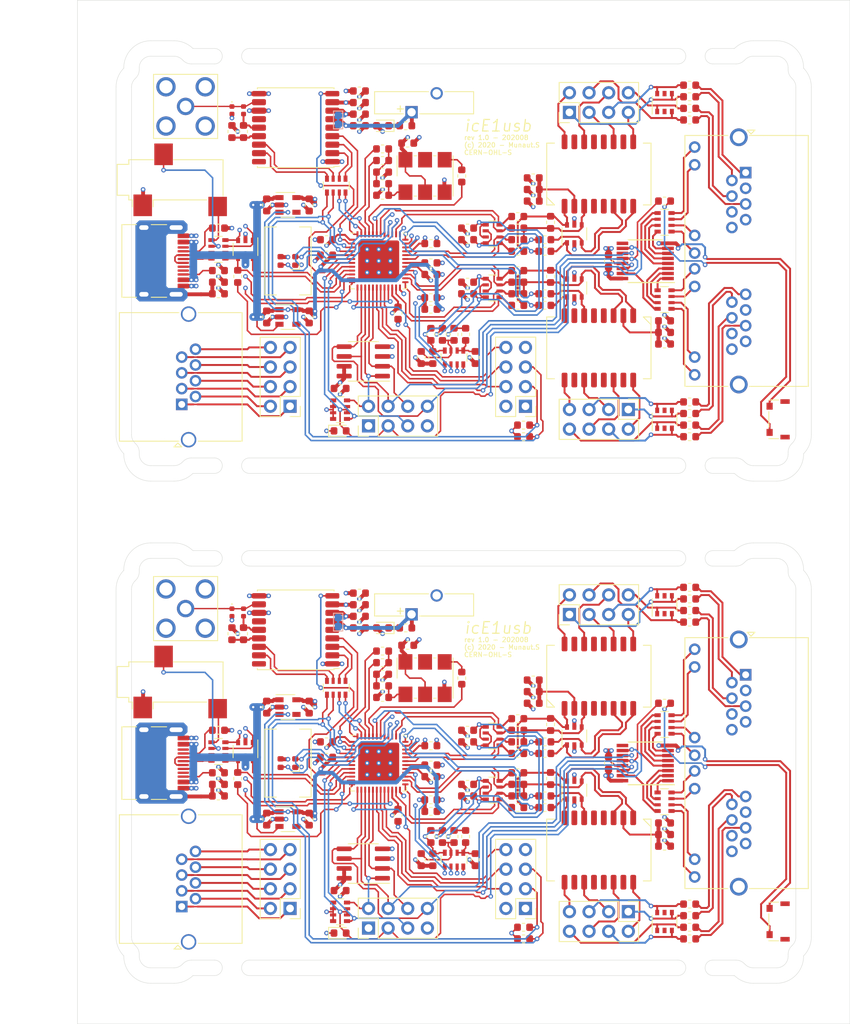
<source format=kicad_pcb>
(kicad_pcb (version 20171130) (host pcbnew 5.1.5)
  (title_block (title icE1usb) (date 2020-08-26) (rev 1.0) (comment 1 "Panelized version"))
  (layers (0 F.Cu signal) (1 In1.Cu signal) (2 In2.Cu signal) (31 B.Cu signal) (34 B.Paste user) (35 F.Paste user) (36 B.SilkS user) (37 F.SilkS user) (38 B.Mask user) (39 F.Mask user) (44 Edge.Cuts user))
  (net 0 "")
  (net 1 GND)
  (net 2 "Net-(D1-Pad1)")
  (net 3 "Net-(D1-Pad2)")
  (net 4 "Net-(D1-Pad4)")
  (net 5 "Net-(TR1-Pad15)")
  (net 6 "Net-(TR2-Pad15)")
  (net 7 "Net-(J4-Pad2)")
  (net 8 "Net-(J5-Pad6)")
  (net 9 "Net-(J5-Pad2)")
  (net 10 "Net-(J5-Pad7)")
  (net 11 "Net-(J5-Pad3)")
  (net 12 "Net-(TR1-Pad10)")
  (net 13 "Net-(TR1-Pad7)")
  (net 14 "Net-(TR2-Pad10)")
  (net 15 "Net-(TR2-Pad7)")
  (net 16 "Net-(R3-Pad2)")
  (net 17 "Net-(R2-Pad2)")
  (net 18 /e1A_rj1)
  (net 19 /e1B_rj1)
  (net 20 "Net-(C1-Pad2)")
  (net 21 +3V3)
  (net 22 "Net-(C5-Pad1)")
  (net 23 +1V2)
  (net 24 /gps/RF)
  (net 25 /e1B_rj7)
  (net 26 /e1B_rj6)
  (net 27 /e1B_rj5)
  (net 28 /e1B_rj4)
  (net 29 /e1B_rj8)
  (net 30 /e1B_rj2)
  (net 31 /e1B_rj3)
  (net 32 /e1_led2)
  (net 33 /e1_led0)
  (net 34 /e1_led1)
  (net 35 /e1A_rj8)
  (net 36 /e1A_rj6)
  (net 37 /e1A_rj4)
  (net 38 /e1A_rj2)
  (net 39 /e1A_rj7)
  (net 40 /e1A_rj5)
  (net 41 /e1A_rj3)
  (net 42 +5V)
  (net 43 "Net-(F1-Pad2)")
  (net 44 "Net-(F2-Pad2)")
  (net 45 "Net-(F3-Pad2)")
  (net 46 "Net-(F4-Pad2)")
  (net 47 "Net-(F5-Pad2)")
  (net 48 "Net-(F6-Pad2)")
  (net 49 "Net-(F7-Pad2)")
  (net 50 "Net-(F8-Pad2)")
  (net 51 /fpga/flash_mosi)
  (net 52 /fpga/flash_miso)
  (net 53 /fpga/~creset)
  (net 54 /fpga/cdone)
  (net 55 /fpga/~flash_cs)
  (net 56 /fpga/~boot_sw)
  (net 57 /fpga/flash_sck)
  (net 58 "Net-(U10-Pad4)")
  (net 59 /usb_dn)
  (net 60 /usb_dp)
  (net 61 /dbg_rx)
  (net 62 /dbg_tx)
  (net 63 "Net-(J4-Pad7)")
  (net 64 "Net-(J4-Pad6)")
  (net 65 "Net-(J4-Pad3)")
  (net 66 /fpga/clk_tune_lo)
  (net 67 /fpga/clk_tune_hi)
  (net 68 "Net-(RN1-Pad4)")
  (net 69 "Net-(RN1-Pad2)")
  (net 70 "Net-(RN1-Pad3)")
  (net 71 "Net-(RN1-Pad1)")
  (net 72 /fpga/clk_30m72)
  (net 73 "Net-(C17-Pad1)")
  (net 74 "Net-(C10-Pad1)")
  (net 75 "Net-(J1-Pad8)")
  (net 76 "Net-(J1-Pad7)")
  (net 77 "Net-(J1-Pad6)")
  (net 78 "Net-(J1-Pad5)")
  (net 79 "Net-(J1-Pad4)")
  (net 80 "Net-(J1-Pad3)")
  (net 81 "Net-(J1-Pad2)")
  (net 82 "Net-(J1-Pad1)")
  (net 83 "Net-(RN2-Pad4)")
  (net 84 "Net-(RN2-Pad2)")
  (net 85 "Net-(RN2-Pad3)")
  (net 86 "Net-(RN2-Pad1)")
  (net 87 "Net-(U8-Pad5)")
  (net 88 /fpga/e1A_rx_hi_p)
  (net 89 /fpga/e1A_rx_hi_n)
  (net 90 /fpga/e1A_rx_lo_p)
  (net 91 /fpga/e1A_rx_lo_n)
  (net 92 /fpga/e1B_rx_lo_n)
  (net 93 /fpga/e1B_rx_lo_p)
  (net 94 /fpga/e1B_rx_hi_n)
  (net 95 /fpga/e1B_rx_hi_p)
  (net 96 /e1bias/bias_a_p)
  (net 97 /e1bias/bias_a_n)
  (net 98 /e1bias/bias_b_n)
  (net 99 /fpga/i2c_scl)
  (net 100 /gpio2)
  (net 101 /fpga/i2c_sda)
  (net 102 /gpio1)
  (net 103 /gpio0)
  (net 104 /fpga/e1A_tx_hi)
  (net 105 /fpga/e1A_tx_lo)
  (net 106 /fpga/e1B_tx_hi)
  (net 107 /fpga/e1B_tx_lo)
  (net 108 /fpga/~gps_reset)
  (net 109 /fpga/gps_pps)
  (net 110 /fpga/gps_tx)
  (net 111 /fpga/gps_rx)
  (net 112 /fpga/usb_pu_i)
  (net 113 /fpga/usb_dp_i)
  (net 114 /e1_led3)
  (net 115 /e1_led7)
  (net 116 /e1_led6)
  (net 117 /e1_led4)
  (net 118 /e1_led5)
  (net 119 /fpga/usb_dn_i)
  (net 120 /fpga/dbg_rx_i)
  (net 121 /fpga/dbg_tx_i)
  (net 122 /fpga/e1_led_rclk)
  (net 123 /gps/vbackup)
  (net 124 "Net-(D4-Pad1)")
  (net 125 "Net-(L1-Pad1)")
  (net 126 "Net-(C11-Pad1)")
  (net 127 "Net-(C16-Pad1)")
  (net 128 "Net-(C20-Pad1)")
  (net 129 "Net-(C21-Pad2)")
  (net 130 /e1bias/bias_fixed)
  (net 131 /e1bias/bias_0)
  (net 132 "Net-(C35-Pad1)")
  (net 133 "Net-(C36-Pad1)")
  (net 134 "Net-(C39-Pad1)")
  (net 135 "Net-(R16-Pad1)")
  (net 136 "Net-(R27-Pad1)")
  (net 137 /e1bias/bias1)
  (net 138 /e1bias/bias0)
  (net 139 "Net-(U3-Pad9)")
  (net 140 "Net-(U7-Pad5)")
  (net 141 "Net-(U7-Pad2)")
  (net 142 "Net-(U8-Pad18)")
  (net 143 "Net-(U8-Pad13)")
  (net 144 "Net-(U9-Pad4)")
  (net 145 "Net-(U12-Pad5)")
  (net 146 "Net-(U12-Pad2)")
  (net 147 "Net-(X4-PadB8)")
  (net 148 "Net-(X4-PadA8)")
  (net 149 "Net-(R12-Pad2)")
  (net 150 "Net-(R17-Pad1)")
  (net 151 "Net-(R28-Pad1)")
  (net 152 "Net-(RN6-Pad4)")
  (net 153 "Net-(RN6-Pad2)")
  (net 154 "Net-(RN6-Pad3)")
  (net 155 "Net-(RN6-Pad1)")
  (module s47-misc:MouseBites (layer F.Cu) (at 30 90.5)
    (fp_text reference REF** hide)
    (fp_text value MouseBites hide)
    (pad "" np_thru_hole circle (at 0 -0.2) (size 0.45 0.45) (drill 0.45) (layers *.Cu *.Mask))
    (pad "" np_thru_hole circle (at -0.7 -0.2) (size 0.45 0.45) (drill 0.45) (layers *.Cu *.Mask))
    (pad "" np_thru_hole circle (at -1.4 -0.2) (size 0.45 0.45) (drill 0.45) (layers *.Cu *.Mask))
    (pad "" np_thru_hole circle (at 0.7 -0.2) (size 0.45 0.45) (drill 0.45) (layers *.Cu *.Mask))
    (pad "" np_thru_hole circle (at 1.4 -0.2) (size 0.45 0.45) (drill 0.45) (layers *.Cu *.Mask))
  )
  (module s47-misc:MouseBites (layer F.Cu) (at 30 39.75)
    (fp_text reference REF** hide)
    (fp_text value MouseBites hide)
    (pad "" np_thru_hole circle (at 0 -0.2) (size 0.45 0.45) (drill 0.45) (layers *.Cu *.Mask))
    (pad "" np_thru_hole circle (at -0.7 -0.2) (size 0.45 0.45) (drill 0.45) (layers *.Cu *.Mask))
    (pad "" np_thru_hole circle (at -1.4 -0.2) (size 0.45 0.45) (drill 0.45) (layers *.Cu *.Mask))
    (pad "" np_thru_hole circle (at 0.7 -0.2) (size 0.45 0.45) (drill 0.45) (layers *.Cu *.Mask))
    (pad "" np_thru_hole circle (at 1.4 -0.2) (size 0.45 0.45) (drill 0.45) (layers *.Cu *.Mask))
  )
  (module s47-misc:MouseBites (layer F.Cu) (at -30 39.75)
    (fp_text reference REF** hide)
    (fp_text value MouseBites hide)
    (pad "" np_thru_hole circle (at 0 -0.2) (size 0.45 0.45) (drill 0.45) (layers *.Cu *.Mask))
    (pad "" np_thru_hole circle (at -0.7 -0.2) (size 0.45 0.45) (drill 0.45) (layers *.Cu *.Mask))
    (pad "" np_thru_hole circle (at -1.4 -0.2) (size 0.45 0.45) (drill 0.45) (layers *.Cu *.Mask))
    (pad "" np_thru_hole circle (at 0.7 -0.2) (size 0.45 0.45) (drill 0.45) (layers *.Cu *.Mask))
    (pad "" np_thru_hole circle (at 1.4 -0.2) (size 0.45 0.45) (drill 0.45) (layers *.Cu *.Mask))
  )
  (module s47-misc:MouseBites (layer F.Cu) (at -30 90.5)
    (fp_text reference REF** hide)
    (fp_text value MouseBites hide)
    (pad "" np_thru_hole circle (at 0 -0.2) (size 0.45 0.45) (drill 0.45) (layers *.Cu *.Mask))
    (pad "" np_thru_hole circle (at -0.7 -0.2) (size 0.45 0.45) (drill 0.45) (layers *.Cu *.Mask))
    (pad "" np_thru_hole circle (at -1.4 -0.2) (size 0.45 0.45) (drill 0.45) (layers *.Cu *.Mask))
    (pad "" np_thru_hole circle (at 0.7 -0.2) (size 0.45 0.45) (drill 0.45) (layers *.Cu *.Mask))
    (pad "" np_thru_hole circle (at 1.4 -0.2) (size 0.45 0.45) (drill 0.45) (layers *.Cu *.Mask))
  )
  (module Resistor_SMD:R_0603_1608Metric (layer F.Cu) (at 9 57.25 180)
    (fp_text reference R13 hide)
    (fp_text value 5k1)
    (pad 1 smd roundrect (at -0.7875 0 180) (size 0.875 0.95) (layers F.Cu F.Paste F.Mask) (net 128 "Net-(C20-Pad1)"))
    (pad 2 smd roundrect (at 0.7875 0 180) (size 0.875 0.95) (layers F.Cu F.Paste F.Mask) (net 21 +3V3))
  )
  (module Fuse:Fuse_0603_1608Metric (layer F.Cu) (at 29.25 83.25 180)
    (fp_text reference F5 hide)
    (fp_text value 300mA)
    (pad 1 smd roundrect (at -0.7875 0 180) (size 0.875 0.95) (layers F.Cu F.Paste F.Mask) (net 19 /e1B_rj1))
    (pad 2 smd roundrect (at 0.7875 0 180) (size 0.875 0.95) (layers F.Cu F.Paste F.Mask) (net 47 "Net-(F5-Pad2)"))
  )
  (module Fuse:Fuse_0603_1608Metric (layer F.Cu) (at 29.25 84.75 180)
    (fp_text reference F6 hide)
    (fp_text value 300mA)
    (pad 1 smd roundrect (at -0.7875 0 180) (size 0.875 0.95) (layers F.Cu F.Paste F.Mask) (net 30 /e1B_rj2))
    (pad 2 smd roundrect (at 0.7875 0 180) (size 0.875 0.95) (layers F.Cu F.Paste F.Mask) (net 48 "Net-(F6-Pad2)"))
  )
  (module Fuse:Fuse_0603_1608Metric (layer F.Cu) (at 29.25 86.25 180)
    (fp_text reference F7 hide)
    (fp_text value 300mA)
    (pad 1 smd roundrect (at -0.7875 0 180) (size 0.875 0.95) (layers F.Cu F.Paste F.Mask) (net 28 /e1B_rj4))
    (pad 2 smd roundrect (at 0.7875 0 180) (size 0.875 0.95) (layers F.Cu F.Paste F.Mask) (net 49 "Net-(F7-Pad2)"))
  )
  (module Fuse:Fuse_0603_1608Metric (layer F.Cu) (at 29.25 87.75 180)
    (fp_text reference F8 hide)
    (fp_text value 300mA)
    (pad 1 smd roundrect (at -0.7875 0 180) (size 0.875 0.95) (layers F.Cu F.Paste F.Mask) (net 27 /e1B_rj5))
    (pad 2 smd roundrect (at 0.7875 0 180) (size 0.875 0.95) (layers F.Cu F.Paste F.Mask) (net 50 "Net-(F8-Pad2)"))
  )
  (module Resistor_SMD:R_0603_1608Metric (layer F.Cu) (at 11.25 60 90)
    (fp_text reference R15 hide)
    (fp_text value 120R)
    (pad 1 smd roundrect (at -0.7875 0 90) (size 0.875 0.95) (layers F.Cu F.Paste F.Mask) (net 73 "Net-(C17-Pad1)"))
    (pad 2 smd roundrect (at 0.7875 0 90) (size 0.875 0.95) (layers F.Cu F.Paste F.Mask) (net 127 "Net-(C16-Pad1)"))
  )
  (module Resistor_SMD:R_0603_1608Metric (layer F.Cu) (at 26 72.75)
    (fp_text reference R24 hide)
    (fp_text value 5k1)
    (pad 1 smd roundrect (at -0.7875 0) (size 0.875 0.95) (layers F.Cu F.Paste F.Mask) (net 134 "Net-(C39-Pad1)"))
    (pad 2 smd roundrect (at 0.7875 0) (size 0.875 0.95) (layers F.Cu F.Paste F.Mask) (net 21 +3V3))
  )
  (module s47-conn:Jack_2.5mm_CUI_SJ-2523-SMT_Horizontal (layer F.Cu) (at -37.25 54.5 90)
    (fp_text reference X2 hide)
    (fp_text value Serial)
    (pad "" np_thru_hole circle (at 0 3 90) (size 1 1) (drill 1) (layers *.Cu *.Mask))
    (pad "" np_thru_hole circle (at 0 -3 90) (size 1 1) (drill 1) (layers *.Cu *.Mask))
    (pad T smd rect (at -3.45 5.4 90) (size 2.5 2.4) (layers F.Cu F.Paste F.Mask) (net 61 /dbg_rx))
    (pad S smd rect (at -3.3 -4.3 90) (size 2.8 2.4) (layers F.Cu F.Paste F.Mask) (net 1 GND))
    (pad R smd rect (at 3.3 -1.6 90) (size 2.8 2.4) (layers F.Cu F.Paste F.Mask) (net 62 /dbg_tx))
  )
  (module Capacitor_SMD:C_0603_1608Metric (layer F.Cu) (at 1.5 77.5 270)
    (fp_text reference C26 hide)
    (fp_text value 1u)
    (pad 1 smd roundrect (at -0.7875 0 270) (size 0.875 0.95) (layers F.Cu F.Paste F.Mask) (net 130 /e1bias/bias_fixed))
    (pad 2 smd roundrect (at 0.7875 0 270) (size 0.875 0.95) (layers F.Cu F.Paste F.Mask) (net 1 GND))
  )
  (module Capacitor_SMD:C_0603_1608Metric (layer F.Cu) (at -4 77.5 270)
    (fp_text reference C28 hide)
    (fp_text value 1u)
    (pad 1 smd roundrect (at -0.7875 0 270) (size 0.875 0.95) (layers F.Cu F.Paste F.Mask) (net 98 /e1bias/bias_b_n))
    (pad 2 smd roundrect (at 0.7875 0 270) (size 0.875 0.95) (layers F.Cu F.Paste F.Mask) (net 1 GND))
  )
  (module Package_SO:SOIC-8_3.9x4.9mm_P1.27mm (layer F.Cu) (at -13 78 180)
    (fp_text reference U5 hide)
    (fp_text value W25Q80)
    (pad 1 smd roundrect (at -2.475 -1.905 180) (size 1.95 0.6) (layers F.Cu F.Paste F.Mask) (net 55 /fpga/~flash_cs))
    (pad 2 smd roundrect (at -2.475 -0.635 180) (size 1.95 0.6) (layers F.Cu F.Paste F.Mask) (net 52 /fpga/flash_miso))
    (pad 3 smd roundrect (at -2.475 0.635 180) (size 1.95 0.6) (layers F.Cu F.Paste F.Mask) (net 21 +3V3))
    (pad 4 smd roundrect (at -2.475 1.905 180) (size 1.95 0.6) (layers F.Cu F.Paste F.Mask) (net 1 GND))
    (pad 5 smd roundrect (at 2.475 1.905 180) (size 1.95 0.6) (layers F.Cu F.Paste F.Mask) (net 51 /fpga/flash_mosi))
    (pad 6 smd roundrect (at 2.475 0.635 180) (size 1.95 0.6) (layers F.Cu F.Paste F.Mask) (net 57 /fpga/flash_sck))
    (pad 7 smd roundrect (at 2.475 -0.635 180) (size 1.95 0.6) (layers F.Cu F.Paste F.Mask) (net 21 +3V3))
    (pad 8 smd roundrect (at 2.475 -1.905 180) (size 1.95 0.6) (layers F.Cu F.Paste F.Mask) (net 21 +3V3))
  )
  (module Capacitor_SMD:C_0603_1608Metric (layer F.Cu) (at -5.5 77.5 270)
    (fp_text reference C27 hide)
    (fp_text value 1u)
    (pad 1 smd roundrect (at -0.7875 0 270) (size 0.875 0.95) (layers F.Cu F.Paste F.Mask) (net 131 /e1bias/bias_0))
    (pad 2 smd roundrect (at 0.7875 0 270) (size 0.875 0.95) (layers F.Cu F.Paste F.Mask) (net 1 GND))
  )
  (module Resistor_SMD:R_Array_Convex_4x0603 (layer F.Cu) (at -16.5 55.25 270)
    (fp_text reference RN6 hide)
    (fp_text value 33R)
    (pad 1 smd rect (at -0.9 -1.2 270) (size 0.8 0.5) (layers F.Cu F.Paste F.Mask) (net 155 "Net-(RN6-Pad1)"))
    (pad 3 smd rect (at -0.9 0.4 270) (size 0.8 0.4) (layers F.Cu F.Paste F.Mask) (net 154 "Net-(RN6-Pad3)"))
    (pad 2 smd rect (at -0.9 -0.4 270) (size 0.8 0.4) (layers F.Cu F.Paste F.Mask) (net 153 "Net-(RN6-Pad2)"))
    (pad 4 smd rect (at -0.9 1.2 270) (size 0.8 0.5) (layers F.Cu F.Paste F.Mask) (net 152 "Net-(RN6-Pad4)"))
    (pad 7 smd rect (at 0.9 -0.4 270) (size 0.8 0.4) (layers F.Cu F.Paste F.Mask) (net 111 /fpga/gps_rx))
    (pad 8 smd rect (at 0.9 -1.2 270) (size 0.8 0.5) (layers F.Cu F.Paste F.Mask) (net 110 /fpga/gps_tx))
    (pad 6 smd rect (at 0.9 0.4 270) (size 0.8 0.4) (layers F.Cu F.Paste F.Mask) (net 101 /fpga/i2c_sda))
    (pad 5 smd rect (at 0.9 1.2 270) (size 0.8 0.5) (layers F.Cu F.Paste F.Mask) (net 99 /fpga/i2c_scl))
  )
  (module Connector_RJ:RJ45_Amphenol_RJHSE538X-02 (layer F.Cu) (at 36.5 53.565 270)
    (fp_text reference X5 hide)
    (fp_text value E1)
    (pad 1 thru_hole rect (at 0 0 270) (size 1.5 1.5) (drill 0.89) (layers *.Cu *.Mask) (net 18 /e1A_rj1))
    (pad 3 thru_hole circle (at 2.032 0 270) (size 1.5 1.5) (drill 0.89) (layers *.Cu *.Mask) (net 41 /e1A_rj3))
    (pad 5 thru_hole circle (at 4.064 0 270) (size 1.5 1.5) (drill 0.89) (layers *.Cu *.Mask) (net 40 /e1A_rj5))
    (pad 7 thru_hole circle (at 6.096 0 270) (size 1.5 1.5) (drill 0.89) (layers *.Cu *.Mask) (net 39 /e1A_rj7))
    (pad 2 thru_hole circle (at 1.016 1.78 270) (size 1.5 1.5) (drill 0.89) (layers *.Cu *.Mask) (net 38 /e1A_rj2))
    (pad 4 thru_hole circle (at 3.048 1.78 270) (size 1.5 1.5) (drill 0.89) (layers *.Cu *.Mask) (net 37 /e1A_rj4))
    (pad 6 thru_hole circle (at 5.08 1.78 270) (size 1.5 1.5) (drill 0.89) (layers *.Cu *.Mask) (net 36 /e1A_rj6))
    (pad 8 thru_hole circle (at 7.112 1.78 270) (size 1.5 1.5) (drill 0.89) (layers *.Cu *.Mask) (net 35 /e1A_rj8))
    (pad "" np_thru_hole circle (at -2.79 -2.54 270) (size 3.25 3.25) (drill 3.25) (layers *.Cu *.Mask))
    (pad "" np_thru_hole circle (at 25.66 -2.54 270) (size 3.25 3.25) (drill 3.25) (layers *.Cu *.Mask))
    (pad SH thru_hole circle (at 27.43 0.89 270) (size 2.3 2.3) (drill 1.57) (layers *.Cu *.Mask))
    (pad SH thru_hole circle (at -4.57 0.89 270) (size 2.3 2.3) (drill 1.57) (layers *.Cu *.Mask))
    (pad 9 thru_hole circle (at -3.3 6.6 270) (size 1.5 1.5) (drill 0.89) (layers *.Cu *.Mask) (net 68 "Net-(RN1-Pad4)"))
    (pad 10 thru_hole circle (at -1.01 6.6 270) (size 1.5 1.5) (drill 0.89) (layers *.Cu *.Mask) (net 70 "Net-(RN1-Pad3)"))
    (pad 11 thru_hole circle (at 8.13 6.6 270) (size 1.5 1.5) (drill 0.89) (layers *.Cu *.Mask) (net 69 "Net-(RN1-Pad2)"))
    (pad 12 thru_hole circle (at 10.42 6.6 270) (size 1.5 1.5) (drill 0.89) (layers *.Cu *.Mask) (net 71 "Net-(RN1-Pad1)"))
    (pad 22 thru_hole circle (at 14.74 6.6 270) (size 1.5 1.5) (drill 0.89) (layers *.Cu *.Mask) (net 85 "Net-(RN2-Pad3)"))
    (pad 23 thru_hole circle (at 23.88 6.6 270) (size 1.5 1.5) (drill 0.89) (layers *.Cu *.Mask) (net 84 "Net-(RN2-Pad2)"))
    (pad 24 thru_hole circle (at 26.17 6.6 270) (size 1.5 1.5) (drill 0.89) (layers *.Cu *.Mask) (net 86 "Net-(RN2-Pad1)"))
    (pad 21 thru_hole circle (at 12.45 6.6 270) (size 1.5 1.5) (drill 0.89) (layers *.Cu *.Mask) (net 83 "Net-(RN2-Pad4)"))
    (pad 15 thru_hole circle (at 17.782 0 270) (size 1.5 1.5) (drill 0.89) (layers *.Cu *.Mask) (net 31 /e1B_rj3))
    (pad 14 thru_hole circle (at 16.766 1.78 270) (size 1.5 1.5) (drill 0.89) (layers *.Cu *.Mask) (net 30 /e1B_rj2))
    (pad 13 thru_hole circle (at 15.75 0 270) (size 1.5 1.5) (drill 0.89) (layers *.Cu *.Mask) (net 19 /e1B_rj1))
    (pad 20 thru_hole circle (at 22.862 1.78 270) (size 1.5 1.5) (drill 0.89) (layers *.Cu *.Mask) (net 29 /e1B_rj8))
    (pad 16 thru_hole circle (at 18.798 1.78 270) (size 1.5 1.5) (drill 0.89) (layers *.Cu *.Mask) (net 28 /e1B_rj4))
    (pad 17 thru_hole circle (at 19.814 0 270) (size 1.5 1.5) (drill 0.89) (layers *.Cu *.Mask) (net 27 /e1B_rj5))
    (pad 18 thru_hole circle (at 20.83 1.78 270) (size 1.5 1.5) (drill 0.89) (layers *.Cu *.Mask) (net 26 /e1B_rj6))
    (pad 19 thru_hole circle (at 21.846 0 270) (size 1.5 1.5) (drill 0.89) (layers *.Cu *.Mask) (net 25 /e1B_rj7))
  )
  (module Resistor_SMD:R_0603_1608Metric (layer F.Cu) (at 26 57.25)
    (fp_text reference R7 hide)
    (fp_text value 1k5)
    (pad 1 smd roundrect (at -0.7875 0) (size 0.875 0.95) (layers F.Cu F.Paste F.Mask) (net 122 /fpga/e1_led_rclk))
    (pad 2 smd roundrect (at 0.7875 0) (size 0.875 0.95) (layers F.Cu F.Paste F.Mask) (net 56 /fpga/~boot_sw))
  )
  (module Capacitor_SMD:C_0603_1608Metric (layer F.Cu) (at -17.75 64.25 180)
    (fp_text reference C7 hide)
    (fp_text value 100n)
    (pad 1 smd roundrect (at -0.7875 0 180) (size 0.875 0.95) (layers F.Cu F.Paste F.Mask) (net 23 +1V2))
    (pad 2 smd roundrect (at 0.7875 0 180) (size 0.875 0.95) (layers F.Cu F.Paste F.Mask) (net 1 GND))
  )
  (module Resistor_SMD:R_Array_Convex_4x0603 (layer F.Cu) (at -1.25 77.5 270)
    (fp_text reference RN7 hide)
    (fp_text value 10k)
    (pad 1 smd rect (at -0.9 -1.2 270) (size 0.8 0.5) (layers F.Cu F.Paste F.Mask) (net 130 /e1bias/bias_fixed))
    (pad 3 smd rect (at -0.9 0.4 270) (size 0.8 0.4) (layers F.Cu F.Paste F.Mask) (net 131 /e1bias/bias_0))
    (pad 2 smd rect (at -0.9 -0.4 270) (size 0.8 0.4) (layers F.Cu F.Paste F.Mask) (net 130 /e1bias/bias_fixed))
    (pad 4 smd rect (at -0.9 1.2 270) (size 0.8 0.5) (layers F.Cu F.Paste F.Mask) (net 98 /e1bias/bias_b_n))
    (pad 7 smd rect (at 0.9 -0.4 270) (size 0.8 0.4) (layers F.Cu F.Paste F.Mask) (net 1 GND))
    (pad 8 smd rect (at 0.9 -1.2 270) (size 0.8 0.5) (layers F.Cu F.Paste F.Mask) (net 21 +3V3))
    (pad 6 smd rect (at 0.9 0.4 270) (size 0.8 0.4) (layers F.Cu F.Paste F.Mask) (net 138 /e1bias/bias0))
    (pad 5 smd rect (at 0.9 1.2 270) (size 0.8 0.5) (layers F.Cu F.Paste F.Mask) (net 137 /e1bias/bias1))
  )
  (module Capacitor_SMD:C_0603_1608Metric (layer F.Cu) (at 0.5 62.25 180)
    (fp_text reference C15 hide)
    (fp_text value 100n)
    (pad 1 smd roundrect (at -0.7875 0 180) (size 0.875 0.95) (layers F.Cu F.Paste F.Mask) (net 97 /e1bias/bias_a_n))
    (pad 2 smd roundrect (at 0.7875 0 180) (size 0.875 0.95) (layers F.Cu F.Paste F.Mask) (net 1 GND))
  )
  (module Resistor_SMD:R_0603_1608Metric (layer F.Cu) (at -28.5 48.25 90)
    (fp_text reference R18 hide)
    (fp_text value 10R hide)
    (pad 1 smd roundrect (at -0.7875 0 90) (size 0.875 0.95) (layers F.Cu F.Paste F.Mask) (net 129 "Net-(C21-Pad2)"))
    (pad 2 smd roundrect (at 0.7875 0 90) (size 0.875 0.95) (layers F.Cu F.Paste F.Mask) (net 125 "Net-(L1-Pad1)"))
  )
  (module Inductor_SMD:L_0402_1005Metric (layer F.Cu) (at -28.5 45.5 90)
    (fp_text reference L1 hide)
    (fp_text value 47n)
    (pad 1 smd roundrect (at -0.485 0 90) (size 0.59 0.64) (layers F.Cu F.Paste F.Mask) (net 125 "Net-(L1-Pad1)"))
    (pad 2 smd roundrect (at 0.485 0 90) (size 0.59 0.64) (layers F.Cu F.Paste F.Mask) (net 24 /gps/RF))
  )
  (module Diode_SMD:D_0402_1005Metric (layer F.Cu) (at -30 45.5 270)
    (fp_text reference D3 hide)
    (fp_text value PESD0402-140)
    (pad 1 smd roundrect (at -0.485 0 270) (size 0.59 0.64) (layers F.Cu F.Paste F.Mask) (net 24 /gps/RF))
    (pad 2 smd roundrect (at 0.485 0 270) (size 0.59 0.64) (layers F.Cu F.Paste F.Mask) (net 1 GND))
  )
  (module s47-misc:J_NC_0603_30 (layer B.Cu) (at -16.25 46.75 270)
    (fp_text reference JP1)
    (fp_text value BatBypass)
    (fp_line (start -0.2 0) (end 0.2 0) (layer B.Cu) (width 0.3))
    (pad 1 smd roundrect (at -0.575 0 270) (size 0.95 0.9) (layers B.Cu B.Mask) (net 21 +3V3))
    (pad 2 smd roundrect (at 0.575 0 270) (size 0.95 0.9) (layers B.Cu B.Mask) (net 123 /gps/vbackup))
  )
  (module Capacitor_SMD:C_0603_1608Metric (layer F.Cu) (at 7 67.75 180)
    (fp_text reference C37 hide)
    (fp_text value 100n)
    (pad 1 smd roundrect (at -0.7875 0 180) (size 0.875 0.95) (layers F.Cu F.Paste F.Mask) (net 133 "Net-(C36-Pad1)"))
    (pad 2 smd roundrect (at 0.7875 0 180) (size 0.875 0.95) (layers F.Cu F.Paste F.Mask) (net 93 /fpga/e1B_rx_lo_p))
  )
  (module Capacitor_SMD:C_0603_1608Metric (layer F.Cu) (at -13.5 46)
    (fp_text reference C23 hide)
    (fp_text value 100n)
    (pad 1 smd roundrect (at -0.7875 0) (size 0.875 0.95) (layers F.Cu F.Paste F.Mask) (net 21 +3V3))
    (pad 2 smd roundrect (at 0.7875 0) (size 0.875 0.95) (layers F.Cu F.Paste F.Mask) (net 1 GND))
  )
  (module Resistor_SMD:R_0603_1608Metric (layer F.Cu) (at 11.25 67 90)
    (fp_text reference R26 hide)
    (fp_text value 120R)
    (pad 1 smd roundrect (at -0.7875 0 90) (size 0.875 0.95) (layers F.Cu F.Paste F.Mask) (net 133 "Net-(C36-Pad1)"))
    (pad 2 smd roundrect (at 0.7875 0 90) (size 0.875 0.95) (layers F.Cu F.Paste F.Mask) (net 132 "Net-(C35-Pad1)"))
  )
  (module Capacitor_SMD:C_0603_1608Metric (layer F.Cu) (at 7 59.25 180)
    (fp_text reference C16 hide)
    (fp_text value 100n)
    (pad 1 smd roundrect (at -0.7875 0 180) (size 0.875 0.95) (layers F.Cu F.Paste F.Mask) (net 127 "Net-(C16-Pad1)"))
    (pad 2 smd roundrect (at 0.7875 0 180) (size 0.875 0.95) (layers F.Cu F.Paste F.Mask) (net 88 /fpga/e1A_rx_hi_p))
  )
  (module Capacitor_SMD:C_0603_1608Metric (layer F.Cu) (at 0.5 60.75 180)
    (fp_text reference C14 hide)
    (fp_text value 100n)
    (pad 1 smd roundrect (at -0.7875 0 180) (size 0.875 0.95) (layers F.Cu F.Paste F.Mask) (net 96 /e1bias/bias_a_p))
    (pad 2 smd roundrect (at 0.7875 0 180) (size 0.875 0.95) (layers F.Cu F.Paste F.Mask) (net 1 GND))
  )
  (module Diode_SMD:D_0603_1608Metric (layer F.Cu) (at -10.5 47.5 180)
    (fp_text reference D4 hide)
    (fp_text value SDM02U30LP3 hide)
    (pad 1 smd roundrect (at -0.7875 0 180) (size 0.875 0.95) (layers F.Cu F.Paste F.Mask) (net 124 "Net-(D4-Pad1)"))
    (pad 2 smd roundrect (at 0.7875 0 180) (size 0.875 0.95) (layers F.Cu F.Paste F.Mask) (net 21 +3V3))
  )
  (module Package_DFN_QFN:QFN-48-1EP_7x7mm_P0.5mm_EP5.3x5.3mm (layer F.Cu) (at -11 65)
    (fp_text reference U1 hide)
    (fp_text value ICE40UP5K-SG48)
    (pad 49 smd roundrect (at 0 0) (size 5.3 5.3) (layers F.Cu F.Mask) (roundrect_rratio 0.04717) (net 1 GND))
    (pad 1 smd roundrect (at -3.45 -2.75) (size 0.8 0.25) (layers F.Cu F.Paste F.Mask) (net 21 +3V3))
    (pad 2 smd roundrect (at -3.45 -2.25) (size 0.8 0.25) (layers F.Cu F.Paste F.Mask) (net 109 /fpga/gps_pps))
    (pad 3 smd roundrect (at -3.45 -1.75) (size 0.8 0.25) (layers F.Cu F.Paste F.Mask) (net 101 /fpga/i2c_sda))
    (pad 4 smd roundrect (at -3.45 -1.25) (size 0.8 0.25) (layers F.Cu F.Paste F.Mask) (net 99 /fpga/i2c_scl))
    (pad 5 smd roundrect (at -3.45 -0.75) (size 0.8 0.25) (layers F.Cu F.Paste F.Mask) (net 23 +1V2))
    (pad 6 smd roundrect (at -3.45 -0.25) (size 0.8 0.25) (layers F.Cu F.Paste F.Mask) (net 108 /fpga/~gps_reset))
    (pad 7 smd roundrect (at -3.45 0.25) (size 0.8 0.25) (layers F.Cu F.Paste F.Mask) (net 54 /fpga/cdone))
    (pad 8 smd roundrect (at -3.45 0.75) (size 0.8 0.25) (layers F.Cu F.Paste F.Mask) (net 53 /fpga/~creset))
    (pad 9 smd roundrect (at -3.45 1.25) (size 0.8 0.25) (layers F.Cu F.Paste F.Mask) (net 119 /fpga/usb_dn_i))
    (pad 10 smd roundrect (at -3.45 1.75) (size 0.8 0.25) (layers F.Cu F.Paste F.Mask) (net 113 /fpga/usb_dp_i))
    (pad 11 smd roundrect (at -3.45 2.25) (size 0.8 0.25) (layers F.Cu F.Paste F.Mask) (net 112 /fpga/usb_pu_i))
    (pad 12 smd roundrect (at -3.45 2.75) (size 0.8 0.25) (layers F.Cu F.Paste F.Mask) (net 121 /fpga/dbg_tx_i))
    (pad 13 smd roundrect (at -2.75 3.45) (size 0.25 0.8) (layers F.Cu F.Paste F.Mask) (net 103 /gpio0))
    (pad 14 smd roundrect (at -2.25 3.45) (size 0.25 0.8) (layers F.Cu F.Paste F.Mask) (net 51 /fpga/flash_mosi))
    (pad 15 smd roundrect (at -1.75 3.45) (size 0.25 0.8) (layers F.Cu F.Paste F.Mask) (net 57 /fpga/flash_sck))
    (pad 16 smd roundrect (at -1.25 3.45) (size 0.25 0.8) (layers F.Cu F.Paste F.Mask) (net 55 /fpga/~flash_cs))
    (pad 17 smd roundrect (at -0.75 3.45) (size 0.25 0.8) (layers F.Cu F.Paste F.Mask) (net 52 /fpga/flash_miso))
    (pad 18 smd roundrect (at -0.25 3.45) (size 0.25 0.8) (layers F.Cu F.Paste F.Mask) (net 122 /fpga/e1_led_rclk))
    (pad 19 smd roundrect (at 0.25 3.45) (size 0.25 0.8) (layers F.Cu F.Paste F.Mask) (net 100 /gpio2))
    (pad 20 smd roundrect (at 0.75 3.45) (size 0.25 0.8) (layers F.Cu F.Paste F.Mask) (net 102 /gpio1))
    (pad 21 smd roundrect (at 1.25 3.45) (size 0.25 0.8) (layers F.Cu F.Paste F.Mask) (net 120 /fpga/dbg_rx_i))
    (pad 22 smd roundrect (at 1.75 3.45) (size 0.25 0.8) (layers F.Cu F.Paste F.Mask) (net 21 +3V3))
    (pad 23 smd roundrect (at 2.25 3.45) (size 0.25 0.8) (layers F.Cu F.Paste F.Mask) (net 95 /fpga/e1B_rx_hi_p))
    (pad 24 smd roundrect (at 2.75 3.45) (size 0.25 0.8) (layers F.Cu F.Paste F.Mask) (net 21 +3V3))
    (pad 25 smd roundrect (at 3.45 2.75) (size 0.8 0.25) (layers F.Cu F.Paste F.Mask) (net 94 /fpga/e1B_rx_hi_n))
    (pad 26 smd roundrect (at 3.45 2.25) (size 0.8 0.25) (layers F.Cu F.Paste F.Mask) (net 93 /fpga/e1B_rx_lo_p))
    (pad 27 smd roundrect (at 3.45 1.75) (size 0.8 0.25) (layers F.Cu F.Paste F.Mask) (net 92 /fpga/e1B_rx_lo_n))
    (pad 28 smd roundrect (at 3.45 1.25) (size 0.8 0.25) (layers F.Cu F.Paste F.Mask) (net 138 /e1bias/bias0))
    (pad 29 smd roundrect (at 3.45 0.75) (size 0.8 0.25) (layers F.Cu F.Paste F.Mask) (net 22 "Net-(C5-Pad1)"))
    (pad 30 smd roundrect (at 3.45 0.25) (size 0.8 0.25) (layers F.Cu F.Paste F.Mask) (net 23 +1V2))
    (pad 31 smd roundrect (at 3.45 -0.25) (size 0.8 0.25) (layers F.Cu F.Paste F.Mask) (net 91 /fpga/e1A_rx_lo_n))
    (pad 32 smd roundrect (at 3.45 -0.75) (size 0.8 0.25) (layers F.Cu F.Paste F.Mask) (net 90 /fpga/e1A_rx_lo_p))
    (pad 33 smd roundrect (at 3.45 -1.25) (size 0.8 0.25) (layers F.Cu F.Paste F.Mask) (net 21 +3V3))
    (pad 34 smd roundrect (at 3.45 -1.75) (size 0.8 0.25) (layers F.Cu F.Paste F.Mask) (net 106 /fpga/e1B_tx_hi))
    (pad 35 smd roundrect (at 3.45 -2.25) (size 0.8 0.25) (layers F.Cu F.Paste F.Mask) (net 137 /e1bias/bias1))
    (pad 36 smd roundrect (at 3.45 -2.75) (size 0.8 0.25) (layers F.Cu F.Paste F.Mask) (net 105 /fpga/e1A_tx_lo))
    (pad 37 smd roundrect (at 2.75 -3.45) (size 0.25 0.8) (layers F.Cu F.Paste F.Mask) (net 107 /fpga/e1B_tx_lo))
    (pad 38 smd roundrect (at 2.25 -3.45) (size 0.25 0.8) (layers F.Cu F.Paste F.Mask) (net 89 /fpga/e1A_rx_hi_n))
    (pad 39 smd roundrect (at 1.75 -3.45) (size 0.25 0.8) (layers F.Cu F.Paste F.Mask) (net 3 "Net-(D1-Pad2)"))
    (pad 40 smd roundrect (at 1.25 -3.45) (size 0.25 0.8) (layers F.Cu F.Paste F.Mask) (net 4 "Net-(D1-Pad4)"))
    (pad 41 smd roundrect (at 0.75 -3.45) (size 0.25 0.8) (layers F.Cu F.Paste F.Mask) (net 2 "Net-(D1-Pad1)"))
    (pad 42 smd roundrect (at 0.25 -3.45) (size 0.25 0.8) (layers F.Cu F.Paste F.Mask) (net 88 /fpga/e1A_rx_hi_p))
    (pad 43 smd roundrect (at -0.25 -3.45) (size 0.25 0.8) (layers F.Cu F.Paste F.Mask) (net 104 /fpga/e1A_tx_hi))
    (pad 44 smd roundrect (at -0.75 -3.45) (size 0.25 0.8) (layers F.Cu F.Paste F.Mask) (net 72 /fpga/clk_30m72))
    (pad 45 smd roundrect (at -1.25 -3.45) (size 0.25 0.8) (layers F.Cu F.Paste F.Mask) (net 66 /fpga/clk_tune_lo))
    (pad 46 smd roundrect (at -1.75 -3.45) (size 0.25 0.8) (layers F.Cu F.Paste F.Mask) (net 110 /fpga/gps_tx))
    (pad 47 smd roundrect (at -2.25 -3.45) (size 0.25 0.8) (layers F.Cu F.Paste F.Mask) (net 111 /fpga/gps_rx))
    (pad 48 smd roundrect (at -2.75 -3.45) (size 0.25 0.8) (layers F.Cu F.Paste F.Mask) (net 67 /fpga/clk_tune_hi))
  )
  (module s47-conn:USB_C_Receptacle_HRO_TYPE-C-31-M-12 (layer F.Cu) (at -40.35 65 270)
    (fp_text reference X4 hide)
    (fp_text value USB)
    (pad S1 thru_hole oval (at 4.32 1.05 270) (size 1 1.6) (drill oval 0.6 1.2) (layers *.Cu *.Mask) (net 20 "Net-(C1-Pad2)"))
    (pad "" np_thru_hole circle (at 2.89 -2.6 270) (size 0.65 0.65) (drill 0.65) (layers *.Cu *.Mask))
    (pad S1 thru_hole oval (at -4.32 1.05 270) (size 1 1.6) (drill oval 0.6 1.2) (layers *.Cu *.Mask) (net 20 "Net-(C1-Pad2)"))
    (pad "" np_thru_hole circle (at -2.89 -2.6 270) (size 0.65 0.65) (drill 0.65) (layers *.Cu *.Mask))
    (pad S1 thru_hole oval (at -4.32 -3.13 270) (size 1 2.1) (drill oval 0.6 1.7) (layers *.Cu *.Mask) (net 20 "Net-(C1-Pad2)"))
    (pad S1 thru_hole oval (at 4.32 -3.13 270) (size 1 2.1) (drill oval 0.6 1.7) (layers *.Cu *.Mask) (net 20 "Net-(C1-Pad2)"))
    (pad A6 smd roundrect (at -0.25 -4.045 270) (size 0.3 1.45) (layers F.Cu F.Paste F.Mask) (net 60 /usb_dp))
    (pad B5 smd roundrect (at 1.75 -4.045 270) (size 0.3 1.45) (layers F.Cu F.Paste F.Mask) (net 16 "Net-(R3-Pad2)"))
    (pad A8 smd roundrect (at 1.25 -4.045 270) (size 0.3 1.45) (layers F.Cu F.Paste F.Mask) (net 148 "Net-(X4-PadA8)"))
    (pad B6 smd roundrect (at 0.75 -4.045 270) (size 0.3 1.45) (layers F.Cu F.Paste F.Mask) (net 60 /usb_dp))
    (pad A7 smd roundrect (at 0.25 -4.045 270) (size 0.3 1.45) (layers F.Cu F.Paste F.Mask) (net 59 /usb_dn))
    (pad B7 smd roundrect (at -0.75 -4.045 270) (size 0.3 1.45) (layers F.Cu F.Paste F.Mask) (net 59 /usb_dn))
    (pad A5 smd roundrect (at -1.25 -4.045 270) (size 0.3 1.45) (layers F.Cu F.Paste F.Mask) (net 17 "Net-(R2-Pad2)"))
    (pad B8 smd roundrect (at -1.75 -4.045 270) (size 0.3 1.45) (layers F.Cu F.Paste F.Mask) (net 147 "Net-(X4-PadB8)"))
    (pad A12 smd roundrect (at 3.25 -4.045 270) (size 0.6 1.45) (layers F.Cu F.Paste F.Mask) (roundrect_rratio 0.125) (net 1 GND))
    (pad B4 smd roundrect (at 2.45 -4.045 270) (size 0.6 1.45) (layers F.Cu F.Paste F.Mask) (roundrect_rratio 0.125) (net 42 +5V))
    (pad A4 smd roundrect (at -2.45 -4.045 270) (size 0.6 1.45) (layers F.Cu F.Paste F.Mask) (roundrect_rratio 0.125) (net 42 +5V))
    (pad A1 smd roundrect (at -3.25 -4.045 270) (size 0.6 1.45) (layers F.Cu F.Paste F.Mask) (roundrect_rratio 0.125) (net 1 GND))
    (pad B12 smd roundrect (at -3.25 -4.045 270) (size 0.6 1.45) (layers F.Cu F.Paste F.Mask) (roundrect_rratio 0.125) (net 1 GND))
    (pad B9 smd roundrect (at -2.45 -4.045 270) (size 0.6 1.45) (layers F.Cu F.Paste F.Mask) (roundrect_rratio 0.125) (net 42 +5V))
    (pad A9 smd roundrect (at 2.45 -4.045 270) (size 0.6 1.45) (layers F.Cu F.Paste F.Mask) (roundrect_rratio 0.125) (net 42 +5V))
    (pad B1 smd roundrect (at 3.25 -4.045 270) (size 0.6 1.45) (layers F.Cu F.Paste F.Mask) (roundrect_rratio 0.125) (net 1 GND))
  )
  (module Connector_RJ:RJ45_Amphenol_RJHSE5380 (layer F.Cu) (at -36.5 83.57 90)
    (fp_text reference X3 hide)
    (fp_text value GPIO)
    (pad 1 thru_hole rect (at 0 0 90) (size 1.5 1.5) (drill 0.89) (layers *.Cu *.Mask) (net 82 "Net-(J1-Pad1)"))
    (pad 3 thru_hole circle (at 2.04 0 90) (size 1.5 1.5) (drill 0.89) (layers *.Cu *.Mask) (net 80 "Net-(J1-Pad3)"))
    (pad 5 thru_hole circle (at 4.08 0 90) (size 1.5 1.5) (drill 0.89) (layers *.Cu *.Mask) (net 78 "Net-(J1-Pad5)"))
    (pad 7 thru_hole circle (at 6.12 0 90) (size 1.5 1.5) (drill 0.89) (layers *.Cu *.Mask) (net 76 "Net-(J1-Pad7)"))
    (pad 2 thru_hole circle (at 1.02 1.78 90) (size 1.5 1.5) (drill 0.89) (layers *.Cu *.Mask) (net 81 "Net-(J1-Pad2)"))
    (pad 4 thru_hole circle (at 3.06 1.78 90) (size 1.5 1.5) (drill 0.89) (layers *.Cu *.Mask) (net 79 "Net-(J1-Pad4)"))
    (pad 6 thru_hole circle (at 5.1 1.78 90) (size 1.5 1.5) (drill 0.89) (layers *.Cu *.Mask) (net 77 "Net-(J1-Pad6)"))
    (pad 8 thru_hole circle (at 7.14 1.78 90) (size 1.5 1.5) (drill 0.89) (layers *.Cu *.Mask) (net 75 "Net-(J1-Pad8)"))
    (pad "" np_thru_hole circle (at -2.79 -2.54 90) (size 3.25 3.25) (drill 3.25) (layers *.Cu *.Mask))
    (pad "" np_thru_hole circle (at 9.91 -2.54 90) (size 3.25 3.25) (drill 3.25) (layers *.Cu *.Mask))
    (pad SH thru_hole circle (at 11.69 0.89 90) (size 2 2) (drill 1.57) (layers *.Cu *.Mask))
    (pad SH thru_hole circle (at -4.57 0.89 90) (size 2 2) (drill 1.57) (layers *.Cu *.Mask))
  )
  (module s47-device:LED_RGB_2020 (layer F.Cu) (at -22.75 65 180)
    (fp_text reference D1)
    (fp_text value STATUS)
    (pad 4 smd roundrect (at -0.95 0.55 180) (size 0.8 0.7) (layers F.Cu F.Paste F.Mask) (net 4 "Net-(D1-Pad4)"))
    (pad 3 smd roundrect (at 0.95 0.55 180) (size 0.8 0.7) (layers F.Cu F.Paste F.Mask) (net 21 +3V3))
    (pad 2 smd roundrect (at 0.95 -0.55 180) (size 0.8 0.7) (layers F.Cu F.Paste F.Mask) (net 3 "Net-(D1-Pad2)"))
    (pad 1 smd roundrect (at -0.95 -0.55 180) (size 0.8 0.7) (layers F.Cu F.Paste F.Mask) (net 2 "Net-(D1-Pad1)"))
  )
  (module s47-misc:LUMEX_LPF-C011303S (layer F.Cu) (at -22.75 65 270)
    (fp_text reference LP1 hide)
    (fp_text value LightPipe)
    (pad "" np_thru_hole oval (at -3.575 0 270) (size 2 3) (drill oval 2 3) (layers *.Cu *.Mask))
    (pad "" np_thru_hole oval (at 3.575 0 270) (size 2 3) (drill oval 2 3) (layers *.Cu *.Mask))
  )
  (module s47-misc:SW_HYP_1TS003B (layer F.Cu) (at 41 85.5 270)
    (fp_text reference SW1 hide)
    (fp_text value SW_Push)
    (pad "" np_thru_hole circle (at -0.85 0 270) (size 0.7 0.7) (drill 0.7) (layers *.Cu *.Mask))
    (pad 3 smd rect (at 2.3 -0.6 270) (size 0.6 1.2) (layers F.Cu F.Paste F.Mask))
    (pad "" np_thru_hole circle (at 0.87 0 270) (size 0.7 0.7) (drill 0.7) (layers *.Cu *.Mask))
    (pad 3 smd rect (at -2.3 -0.6 270) (size 0.6 1.2) (layers F.Cu F.Paste F.Mask))
    (pad 1 smd rect (at -1.7 1.4 270) (size 0.9 0.8) (layers F.Cu F.Paste F.Mask) (net 1 GND))
    (pad 2 smd rect (at 1.7 1.4 270) (size 0.9 0.8) (layers F.Cu F.Paste F.Mask) (net 56 /fpga/~boot_sw))
  )
  (module s47-misc:PULSE_BH (layer F.Cu) (at 17.5 53.75 90)
    (fp_text reference TR1 hide)
    (fp_text value PULSE_T1094NL)
    (pad 1 smd roundrect (at -4.165 -4.445 90) (size 1.9 0.75) (layers F.Cu F.Paste F.Mask) (net 127 "Net-(C16-Pad1)"))
    (pad 2 smd roundrect (at -4.165 -3.175 90) (size 1.9 0.75) (layers F.Cu F.Paste F.Mask) (net 128 "Net-(C20-Pad1)"))
    (pad 3 smd roundrect (at -4.165 -1.905 90) (size 1.9 0.75) (layers F.Cu F.Paste F.Mask) (net 73 "Net-(C17-Pad1)"))
    (pad 4 smd roundrect (at -4.165 -0.635 90) (size 1.9 0.75) (layers F.Cu F.Paste F.Mask))
    (pad 5 smd roundrect (at -4.165 0.635 90) (size 1.9 0.75) (layers F.Cu F.Paste F.Mask))
    (pad 6 smd roundrect (at -4.165 1.905 90) (size 1.9 0.75) (layers F.Cu F.Paste F.Mask) (net 135 "Net-(R16-Pad1)"))
    (pad 7 smd roundrect (at -4.165 3.175 90) (size 1.9 0.75) (layers F.Cu F.Paste F.Mask) (net 13 "Net-(TR1-Pad7)"))
    (pad 8 smd roundrect (at -4.165 4.445 90) (size 1.9 0.75) (layers F.Cu F.Paste F.Mask) (net 150 "Net-(R17-Pad1)"))
    (pad 16 smd roundrect (at 4.165 -4.445 90) (size 1.9 0.75) (layers F.Cu F.Paste F.Mask) (net 7 "Net-(J4-Pad2)"))
    (pad 12 smd roundrect (at 4.165 0.635 90) (size 1.9 0.75) (layers F.Cu F.Paste F.Mask))
    (pad 10 smd roundrect (at 4.165 3.175 90) (size 1.9 0.75) (layers F.Cu F.Paste F.Mask) (net 12 "Net-(TR1-Pad10)"))
    (pad 13 smd roundrect (at 4.165 -0.635 90) (size 1.9 0.75) (layers F.Cu F.Paste F.Mask))
    (pad 11 smd roundrect (at 4.165 1.905 90) (size 1.9 0.75) (layers F.Cu F.Paste F.Mask) (net 65 "Net-(J4-Pad3)"))
    (pad 14 smd roundrect (at 4.165 -1.905 90) (size 1.9 0.75) (layers F.Cu F.Paste F.Mask) (net 64 "Net-(J4-Pad6)"))
    (pad 15 smd roundrect (at 4.165 -3.175 90) (size 1.9 0.75) (layers F.Cu F.Paste F.Mask) (net 5 "Net-(TR1-Pad15)"))
    (pad 9 smd roundrect (at 4.165 4.445 90) (size 1.9 0.75) (layers F.Cu F.Paste F.Mask) (net 63 "Net-(J4-Pad7)"))
  )
  (module s47-misc:PULSE_BH (layer F.Cu) (at 17.5 76.25 270)
    (fp_text reference TR2 hide)
    (fp_text value PULSE_T1094NL)
    (pad 1 smd roundrect (at -4.165 -4.445 270) (size 1.9 0.75) (layers F.Cu F.Paste F.Mask) (net 132 "Net-(C35-Pad1)"))
    (pad 2 smd roundrect (at -4.165 -3.175 270) (size 1.9 0.75) (layers F.Cu F.Paste F.Mask) (net 134 "Net-(C39-Pad1)"))
    (pad 3 smd roundrect (at -4.165 -1.905 270) (size 1.9 0.75) (layers F.Cu F.Paste F.Mask) (net 133 "Net-(C36-Pad1)"))
    (pad 4 smd roundrect (at -4.165 -0.635 270) (size 1.9 0.75) (layers F.Cu F.Paste F.Mask))
    (pad 5 smd roundrect (at -4.165 0.635 270) (size 1.9 0.75) (layers F.Cu F.Paste F.Mask))
    (pad 6 smd roundrect (at -4.165 1.905 270) (size 1.9 0.75) (layers F.Cu F.Paste F.Mask) (net 136 "Net-(R27-Pad1)"))
    (pad 7 smd roundrect (at -4.165 3.175 270) (size 1.9 0.75) (layers F.Cu F.Paste F.Mask) (net 15 "Net-(TR2-Pad7)"))
    (pad 8 smd roundrect (at -4.165 4.445 270) (size 1.9 0.75) (layers F.Cu F.Paste F.Mask) (net 151 "Net-(R28-Pad1)"))
    (pad 16 smd roundrect (at 4.165 -4.445 270) (size 1.9 0.75) (layers F.Cu F.Paste F.Mask) (net 9 "Net-(J5-Pad2)"))
    (pad 12 smd roundrect (at 4.165 0.635 270) (size 1.9 0.75) (layers F.Cu F.Paste F.Mask))
    (pad 10 smd roundrect (at 4.165 3.175 270) (size 1.9 0.75) (layers F.Cu F.Paste F.Mask) (net 14 "Net-(TR2-Pad10)"))
    (pad 13 smd roundrect (at 4.165 -0.635 270) (size 1.9 0.75) (layers F.Cu F.Paste F.Mask))
    (pad 11 smd roundrect (at 4.165 1.905 270) (size 1.9 0.75) (layers F.Cu F.Paste F.Mask) (net 11 "Net-(J5-Pad3)"))
    (pad 14 smd roundrect (at 4.165 -1.905 270) (size 1.9 0.75) (layers F.Cu F.Paste F.Mask) (net 8 "Net-(J5-Pad6)"))
    (pad 15 smd roundrect (at 4.165 -3.175 270) (size 1.9 0.75) (layers F.Cu F.Paste F.Mask) (net 6 "Net-(TR2-Pad15)"))
    (pad 9 smd roundrect (at 4.165 4.445 270) (size 1.9 0.75) (layers F.Cu F.Paste F.Mask) (net 10 "Net-(J5-Pad7)"))
  )
  (module s47-misc:Oscillator_SMD_VCXO-6Pin_7.0x5.0mm_P2.54mm (layer F.Cu) (at -5 54 90)
    (fp_text reference U4 hide)
    (fp_text value 30M72)
    (pad 5 smd rect (at 2.1 0) (size 1.8 2) (layers F.Cu F.Paste F.Mask))
    (pad 2 smd rect (at -2.1 0) (size 1.8 2) (layers F.Cu F.Paste F.Mask) (net 21 +3V3))
    (pad 6 smd rect (at 2.1 -2.54) (size 1.8 2) (layers F.Cu F.Paste F.Mask) (net 21 +3V3))
    (pad 4 smd rect (at 2.1 2.54) (size 1.8 2) (layers F.Cu F.Paste F.Mask) (net 149 "Net-(R12-Pad2)"))
    (pad 3 smd rect (at -2.1 2.54) (size 1.8 2) (layers F.Cu F.Paste F.Mask) (net 1 GND))
    (pad 1 smd rect (at -2.1 -2.54) (size 1.8 2) (layers F.Cu F.Paste F.Mask) (net 126 "Net-(C11-Pad1)"))
  )
  (module s47-misc:ublox_MAX (layer F.Cu) (at -21.75 47.75 180)
    (fp_text reference U8 hide)
    (fp_text value MAX-M8W)
    (pad 1 smd roundrect (at -4.75 -4.4 180) (size 1.8 0.7) (layers F.Cu F.Paste F.Mask) (net 1 GND))
    (pad 2 smd roundrect (at -4.75 -3.3 180) (size 1.8 0.8) (layers F.Cu F.Paste F.Mask) (net 153 "Net-(RN6-Pad2)"))
    (pad 3 smd roundrect (at -4.75 -2.2 180) (size 1.8 0.8) (layers F.Cu F.Paste F.Mask) (net 155 "Net-(RN6-Pad1)"))
    (pad 4 smd roundrect (at -4.75 -1.1 180) (size 1.8 0.8) (layers F.Cu F.Paste F.Mask) (net 109 /fpga/gps_pps))
    (pad 5 smd roundrect (at -4.75 0 180) (size 1.8 0.8) (layers F.Cu F.Paste F.Mask) (net 87 "Net-(U8-Pad5)"))
    (pad 6 smd roundrect (at -4.75 1.1 180) (size 1.8 0.8) (layers F.Cu F.Paste F.Mask) (net 123 /gps/vbackup))
    (pad 7 smd roundrect (at -4.75 2.2 180) (size 1.8 0.8) (layers F.Cu F.Paste F.Mask) (net 21 +3V3))
    (pad 8 smd roundrect (at -4.75 3.3 180) (size 1.8 0.8) (layers F.Cu F.Paste F.Mask) (net 21 +3V3))
    (pad 9 smd roundrect (at -4.75 4.4 180) (size 1.8 0.7) (layers F.Cu F.Paste F.Mask) (net 108 /fpga/~gps_reset))
    (pad 10 smd roundrect (at 4.75 4.4 180) (size 1.8 0.7) (layers F.Cu F.Paste F.Mask) (net 1 GND))
    (pad 11 smd roundrect (at 4.75 3.3 180) (size 1.8 0.8) (layers F.Cu F.Paste F.Mask) (net 24 /gps/RF))
    (pad 12 smd roundrect (at 4.75 2.2 180) (size 1.8 0.8) (layers F.Cu F.Paste F.Mask) (net 1 GND))
    (pad 13 smd roundrect (at 4.75 1.1 180) (size 1.8 0.8) (layers F.Cu F.Paste F.Mask) (net 143 "Net-(U8-Pad13)"))
    (pad 14 smd roundrect (at 4.75 0 180) (size 1.8 0.8) (layers F.Cu F.Paste F.Mask) (net 125 "Net-(L1-Pad1)"))
    (pad 15 smd roundrect (at 4.75 -1.1 180) (size 1.8 0.8) (layers F.Cu F.Paste F.Mask) (net 129 "Net-(C21-Pad2)"))
    (pad 16 smd roundrect (at 4.75 -2.2 180) (size 1.8 0.8) (layers F.Cu F.Paste F.Mask) (net 154 "Net-(RN6-Pad3)"))
    (pad 17 smd roundrect (at 4.75 -3.3 180) (size 1.8 0.8) (layers F.Cu F.Paste F.Mask) (net 152 "Net-(RN6-Pad4)"))
    (pad 18 smd roundrect (at 4.75 -4.4 180) (size 1.8 0.7) (layers F.Cu F.Paste F.Mask) (net 142 "Net-(U8-Pad18)"))
  )
  (module Connector_PinHeader_2.54mm:PinHeader_2x04_P2.54mm_Vertical (layer F.Cu) (at -12.32 86.35 90)
    (fp_text reference J3 hide)
    (fp_text value SPI)
    (pad 1 thru_hole rect (at 0 0 90) (size 1.7 1.7) (drill 1) (layers *.Cu *.Mask) (net 1 GND))
    (pad 2 thru_hole oval (at 2.54 0 90) (size 1.7 1.7) (drill 1) (layers *.Cu *.Mask) (net 55 /fpga/~flash_cs))
    (pad 3 thru_hole oval (at 0 2.54 90) (size 1.7 1.7) (drill 1) (layers *.Cu *.Mask) (net 54 /fpga/cdone))
    (pad 4 thru_hole oval (at 2.54 2.54 90) (size 1.7 1.7) (drill 1) (layers *.Cu *.Mask) (net 57 /fpga/flash_sck))
    (pad 5 thru_hole oval (at 0 5.08 90) (size 1.7 1.7) (drill 1) (layers *.Cu *.Mask) (net 53 /fpga/~creset))
    (pad 6 thru_hole oval (at 2.54 5.08 90) (size 1.7 1.7) (drill 1) (layers *.Cu *.Mask) (net 52 /fpga/flash_miso))
    (pad 7 thru_hole oval (at 0 7.62 90) (size 1.7 1.7) (drill 1) (layers *.Cu *.Mask) (net 21 +3V3))
    (pad 8 thru_hole oval (at 2.54 7.62 90) (size 1.7 1.7) (drill 1) (layers *.Cu *.Mask) (net 51 /fpga/flash_mosi))
  )
  (module Connector_PinHeader_2.54mm:PinHeader_2x04_P2.54mm_Vertical (layer F.Cu) (at 13.69 45.77 90)
    (fp_text reference J4 hide)
    (fp_text value NT/TE)
    (pad 1 thru_hole rect (at 0 0 90) (size 1.7 1.7) (drill 1) (layers *.Cu *.Mask) (net 44 "Net-(F2-Pad2)"))
    (pad 2 thru_hole oval (at 2.54 0 90) (size 1.7 1.7) (drill 1) (layers *.Cu *.Mask) (net 7 "Net-(J4-Pad2)"))
    (pad 3 thru_hole oval (at 0 2.54 90) (size 1.7 1.7) (drill 1) (layers *.Cu *.Mask) (net 65 "Net-(J4-Pad3)"))
    (pad 4 thru_hole oval (at 2.54 2.54 90) (size 1.7 1.7) (drill 1) (layers *.Cu *.Mask) (net 46 "Net-(F4-Pad2)"))
    (pad 5 thru_hole oval (at 0 5.08 90) (size 1.7 1.7) (drill 1) (layers *.Cu *.Mask) (net 43 "Net-(F1-Pad2)"))
    (pad 6 thru_hole oval (at 2.54 5.08 90) (size 1.7 1.7) (drill 1) (layers *.Cu *.Mask) (net 64 "Net-(J4-Pad6)"))
    (pad 7 thru_hole oval (at 0 7.62 90) (size 1.7 1.7) (drill 1) (layers *.Cu *.Mask) (net 63 "Net-(J4-Pad7)"))
    (pad 8 thru_hole oval (at 2.54 7.62 90) (size 1.7 1.7) (drill 1) (layers *.Cu *.Mask) (net 45 "Net-(F3-Pad2)"))
  )
  (module Connector_PinHeader_2.54mm:PinHeader_2x04_P2.54mm_Vertical (layer F.Cu) (at 21.31 84.23 270)
    (fp_text reference J5 hide)
    (fp_text value NT/TE)
    (pad 1 thru_hole rect (at 0 0 270) (size 1.7 1.7) (drill 1) (layers *.Cu *.Mask) (net 48 "Net-(F6-Pad2)"))
    (pad 2 thru_hole oval (at 2.54 0 270) (size 1.7 1.7) (drill 1) (layers *.Cu *.Mask) (net 9 "Net-(J5-Pad2)"))
    (pad 3 thru_hole oval (at 0 2.54 270) (size 1.7 1.7) (drill 1) (layers *.Cu *.Mask) (net 11 "Net-(J5-Pad3)"))
    (pad 4 thru_hole oval (at 2.54 2.54 270) (size 1.7 1.7) (drill 1) (layers *.Cu *.Mask) (net 50 "Net-(F8-Pad2)"))
    (pad 5 thru_hole oval (at 0 5.08 270) (size 1.7 1.7) (drill 1) (layers *.Cu *.Mask) (net 47 "Net-(F5-Pad2)"))
    (pad 6 thru_hole oval (at 2.54 5.08 270) (size 1.7 1.7) (drill 1) (layers *.Cu *.Mask) (net 8 "Net-(J5-Pad6)"))
    (pad 7 thru_hole oval (at 0 7.62 270) (size 1.7 1.7) (drill 1) (layers *.Cu *.Mask) (net 10 "Net-(J5-Pad7)"))
    (pad 8 thru_hole oval (at 2.54 7.62 270) (size 1.7 1.7) (drill 1) (layers *.Cu *.Mask) (net 49 "Net-(F7-Pad2)"))
  )
  (module Package_SO:TSOP-6_1.65x3.05mm_P0.95mm (layer F.Cu) (at -28.25 63.5 270)
    (fp_text reference U2 hide)
    (fp_text value IP4220CZ6)
    (pad 1 smd rect (at -1.16 -0.95 270) (size 0.7 0.51) (layers F.Cu F.Paste F.Mask) (net 121 /fpga/dbg_tx_i))
    (pad 2 smd rect (at -1.16 0 270) (size 0.7 0.51) (layers F.Cu F.Paste F.Mask) (net 1 GND))
    (pad 3 smd rect (at -1.16 0.95 270) (size 0.7 0.51) (layers F.Cu F.Paste F.Mask) (net 120 /fpga/dbg_rx_i))
    (pad 4 smd rect (at 1.16 0.95 270) (size 0.7 0.51) (layers F.Cu F.Paste F.Mask) (net 113 /fpga/usb_dp_i))
    (pad 5 smd rect (at 1.16 0 270) (size 0.7 0.51) (layers F.Cu F.Paste F.Mask) (net 42 +5V))
    (pad 6 smd rect (at 1.16 -0.95 270) (size 0.7 0.51) (layers F.Cu F.Paste F.Mask) (net 119 /fpga/usb_dn_i))
  )
  (module Package_SO:TSOP-6_1.65x3.05mm_P0.95mm (layer F.Cu) (at 14.325 61.5 90)
    (fp_text reference U6 hide)
    (fp_text value IP4220CZ6)
    (pad 1 smd rect (at -1.16 -0.95 90) (size 0.7 0.51) (layers F.Cu F.Paste F.Mask) (net 150 "Net-(R17-Pad1)"))
    (pad 2 smd rect (at -1.16 0 90) (size 0.7 0.51) (layers F.Cu F.Paste F.Mask) (net 1 GND))
    (pad 3 smd rect (at -1.16 0.95 90) (size 0.7 0.51) (layers F.Cu F.Paste F.Mask) (net 135 "Net-(R16-Pad1)"))
    (pad 4 smd rect (at 1.16 0.95 90) (size 0.7 0.51) (layers F.Cu F.Paste F.Mask) (net 73 "Net-(C17-Pad1)"))
    (pad 5 smd rect (at 1.16 0 90) (size 0.7 0.51) (layers F.Cu F.Paste F.Mask) (net 21 +3V3))
    (pad 6 smd rect (at 1.16 -0.95 90) (size 0.7 0.51) (layers F.Cu F.Paste F.Mask) (net 127 "Net-(C16-Pad1)"))
  )
  (module Package_SO:TSOP-6_1.65x3.05mm_P0.95mm (layer F.Cu) (at 26 44.5 90)
    (fp_text reference U7 hide)
    (fp_text value IP4220CZ6)
    (pad 1 smd rect (at -1.16 -0.95 90) (size 0.7 0.51) (layers F.Cu F.Paste F.Mask) (net 45 "Net-(F3-Pad2)"))
    (pad 2 smd rect (at -1.16 0 90) (size 0.7 0.51) (layers F.Cu F.Paste F.Mask) (net 141 "Net-(U7-Pad2)"))
    (pad 3 smd rect (at -1.16 0.95 90) (size 0.7 0.51) (layers F.Cu F.Paste F.Mask) (net 46 "Net-(F4-Pad2)"))
    (pad 4 smd rect (at 1.16 0.95 90) (size 0.7 0.51) (layers F.Cu F.Paste F.Mask) (net 44 "Net-(F2-Pad2)"))
    (pad 5 smd rect (at 1.16 0 90) (size 0.7 0.51) (layers F.Cu F.Paste F.Mask) (net 140 "Net-(U7-Pad5)"))
    (pad 6 smd rect (at 1.16 -0.95 90) (size 0.7 0.51) (layers F.Cu F.Paste F.Mask) (net 43 "Net-(F1-Pad2)"))
  )
  (module Package_SO:TSOP-6_1.65x3.05mm_P0.95mm (layer F.Cu) (at 14.325 68.5 90)
    (fp_text reference U11 hide)
    (fp_text value IP4220CZ6)
    (pad 1 smd rect (at -1.16 -0.95 90) (size 0.7 0.51) (layers F.Cu F.Paste F.Mask) (net 151 "Net-(R28-Pad1)"))
    (pad 2 smd rect (at -1.16 0 90) (size 0.7 0.51) (layers F.Cu F.Paste F.Mask) (net 1 GND))
    (pad 3 smd rect (at -1.16 0.95 90) (size 0.7 0.51) (layers F.Cu F.Paste F.Mask) (net 136 "Net-(R27-Pad1)"))
    (pad 4 smd rect (at 1.16 0.95 90) (size 0.7 0.51) (layers F.Cu F.Paste F.Mask) (net 133 "Net-(C36-Pad1)"))
    (pad 5 smd rect (at 1.16 0 90) (size 0.7 0.51) (layers F.Cu F.Paste F.Mask) (net 21 +3V3))
    (pad 6 smd rect (at 1.16 -0.95 90) (size 0.7 0.51) (layers F.Cu F.Paste F.Mask) (net 132 "Net-(C35-Pad1)"))
  )
  (module Package_SO:TSOP-6_1.65x3.05mm_P0.95mm (layer F.Cu) (at 26 85.5 90)
    (fp_text reference U12 hide)
    (fp_text value IP4220CZ6)
    (pad 1 smd rect (at -1.16 -0.95 90) (size 0.7 0.51) (layers F.Cu F.Paste F.Mask) (net 49 "Net-(F7-Pad2)"))
    (pad 2 smd rect (at -1.16 0 90) (size 0.7 0.51) (layers F.Cu F.Paste F.Mask) (net 146 "Net-(U12-Pad2)"))
    (pad 3 smd rect (at -1.16 0.95 90) (size 0.7 0.51) (layers F.Cu F.Paste F.Mask) (net 50 "Net-(F8-Pad2)"))
    (pad 4 smd rect (at 1.16 0.95 90) (size 0.7 0.51) (layers F.Cu F.Paste F.Mask) (net 48 "Net-(F6-Pad2)"))
    (pad 5 smd rect (at 1.16 0 90) (size 0.7 0.51) (layers F.Cu F.Paste F.Mask) (net 145 "Net-(U12-Pad5)"))
    (pad 6 smd rect (at 1.16 -0.95 90) (size 0.7 0.51) (layers F.Cu F.Paste F.Mask) (net 47 "Net-(F5-Pad2)"))
  )
  (module s47-conn:SMA_TEConnectivity_619540-1_Horizontal (layer F.Cu) (at -36 45 90)
    (fp_text reference X1 hide)
    (fp_text value GPS)
    (pad 2 thru_hole circle (at -2.54 2.54 90) (size 2.5 2.5) (drill 1.7) (layers *.Cu *.Mask) (net 1 GND))
    (pad 2 thru_hole circle (at -2.54 -2.54 90) (size 2.5 2.5) (drill 1.7) (layers *.Cu *.Mask) (net 1 GND))
    (pad 2 thru_hole circle (at 2.54 -2.54 90) (size 2.5 2.5) (drill 1.7) (layers *.Cu *.Mask) (net 1 GND))
    (pad 2 thru_hole circle (at 2.54 2.54 180) (size 2.5 2.5) (drill 1.7) (layers *.Cu *.Mask) (net 1 GND))
    (pad 1 thru_hole circle (at 0 0 90) (size 2.25 2.25) (drill 1.5) (layers *.Cu *.Mask) (net 24 /gps/RF))
  )
  (module Capacitor_SMD:C_0603_1608Metric (layer F.Cu) (at -4.25 69.75)
    (fp_text reference C5 hide)
    (fp_text value 1u)
    (pad 1 smd roundrect (at -0.7875 0) (size 0.875 0.95) (layers F.Cu F.Paste F.Mask) (net 22 "Net-(C5-Pad1)"))
    (pad 2 smd roundrect (at 0.7875 0) (size 0.875 0.95) (layers F.Cu F.Paste F.Mask) (net 1 GND))
  )
  (module Capacitor_SMD:C_0603_1608Metric (layer F.Cu) (at -25.5 72.25 270)
    (fp_text reference C29 hide)
    (fp_text value 1u)
    (pad 1 smd roundrect (at -0.7875 0 270) (size 0.875 0.95) (layers F.Cu F.Paste F.Mask) (net 42 +5V))
    (pad 2 smd roundrect (at 0.7875 0 270) (size 0.875 0.95) (layers F.Cu F.Paste F.Mask) (net 1 GND))
  )
  (module Capacitor_SMD:C_0603_1608Metric (layer F.Cu) (at -20 72.25 270)
    (fp_text reference C30 hide)
    (fp_text value 1u)
    (pad 1 smd roundrect (at -0.7875 0 270) (size 0.875 0.95) (layers F.Cu F.Paste F.Mask) (net 23 +1V2))
    (pad 2 smd roundrect (at 0.7875 0 270) (size 0.875 0.95) (layers F.Cu F.Paste F.Mask) (net 1 GND))
  )
  (module Capacitor_SMD:C_0603_1608Metric (layer F.Cu) (at -25.5 57.75 270)
    (fp_text reference C31 hide)
    (fp_text value 1u)
    (pad 1 smd roundrect (at -0.7875 0 270) (size 0.875 0.95) (layers F.Cu F.Paste F.Mask) (net 42 +5V))
    (pad 2 smd roundrect (at 0.7875 0 270) (size 0.875 0.95) (layers F.Cu F.Paste F.Mask) (net 1 GND))
  )
  (module Capacitor_SMD:C_0603_1608Metric (layer F.Cu) (at -20 57.75 270)
    (fp_text reference C32 hide)
    (fp_text value 1u)
    (pad 1 smd roundrect (at -0.7875 0 270) (size 0.875 0.95) (layers F.Cu F.Paste F.Mask) (net 21 +3V3))
    (pad 2 smd roundrect (at 0.7875 0 270) (size 0.875 0.95) (layers F.Cu F.Paste F.Mask) (net 1 GND))
  )
  (module Package_TO_SOT_SMD:SOT-23-5 (layer F.Cu) (at -22.75 72.25)
    (fp_text reference U9 hide)
    (fp_text value MIC5504-1.2YM5)
    (pad 1 smd rect (at -1.1 -0.95) (size 1.06 0.65) (layers F.Cu F.Paste F.Mask) (net 42 +5V))
    (pad 2 smd rect (at -1.1 0) (size 1.06 0.65) (layers F.Cu F.Paste F.Mask) (net 1 GND))
    (pad 3 smd rect (at -1.1 0.95) (size 1.06 0.65) (layers F.Cu F.Paste F.Mask) (net 42 +5V))
    (pad 4 smd rect (at 1.1 0.95) (size 1.06 0.65) (layers F.Cu F.Paste F.Mask) (net 144 "Net-(U9-Pad4)"))
    (pad 5 smd rect (at 1.1 -0.95) (size 1.06 0.65) (layers F.Cu F.Paste F.Mask) (net 23 +1V2))
  )
  (module Package_TO_SOT_SMD:SOT-23-5 (layer F.Cu) (at -22.75 57.75)
    (fp_text reference U10 hide)
    (fp_text value MIC5504-3.3YM5)
    (pad 1 smd rect (at -1.1 -0.95) (size 1.06 0.65) (layers F.Cu F.Paste F.Mask) (net 42 +5V))
    (pad 2 smd rect (at -1.1 0) (size 1.06 0.65) (layers F.Cu F.Paste F.Mask) (net 1 GND))
    (pad 3 smd rect (at -1.1 0.95) (size 1.06 0.65) (layers F.Cu F.Paste F.Mask) (net 23 +1V2))
    (pad 4 smd rect (at 1.1 0.95) (size 1.06 0.65) (layers F.Cu F.Paste F.Mask) (net 58 "Net-(U10-Pad4)"))
    (pad 5 smd rect (at 1.1 -0.95) (size 1.06 0.65) (layers F.Cu F.Paste F.Mask) (net 21 +3V3))
  )
  (module Capacitor_SMD:C_0603_1608Metric (layer F.Cu) (at -31.75 67.75 180)
    (fp_text reference C1 hide)
    (fp_text value 100n)
    (pad 1 smd roundrect (at -0.7875 0 180) (size 0.875 0.95) (layers F.Cu F.Paste F.Mask) (net 1 GND))
    (pad 2 smd roundrect (at 0.7875 0 180) (size 0.875 0.95) (layers F.Cu F.Paste F.Mask) (net 20 "Net-(C1-Pad2)"))
  )
  (module Capacitor_SMD:C_0603_1608Metric (layer F.Cu) (at -17.75 62.25 180)
    (fp_text reference C2 hide)
    (fp_text value 100n)
    (pad 1 smd roundrect (at -0.7875 0 180) (size 0.875 0.95) (layers F.Cu F.Paste F.Mask) (net 21 +3V3))
    (pad 2 smd roundrect (at 0.7875 0 180) (size 0.875 0.95) (layers F.Cu F.Paste F.Mask) (net 1 GND))
  )
  (module Capacitor_SMD:C_0603_1608Metric (layer F.Cu) (at -8.5 71.75 270)
    (fp_text reference C3 hide)
    (fp_text value 100n)
    (pad 1 smd roundrect (at -0.7875 0 270) (size 0.875 0.95) (layers F.Cu F.Paste F.Mask) (net 21 +3V3))
    (pad 2 smd roundrect (at 0.7875 0 270) (size 0.875 0.95) (layers F.Cu F.Paste F.Mask) (net 1 GND))
  )
  (module Capacitor_SMD:C_0603_1608Metric (layer F.Cu) (at -4.25 62.75)
    (fp_text reference C4 hide)
    (fp_text value 100n)
    (pad 1 smd roundrect (at -0.7875 0) (size 0.875 0.95) (layers F.Cu F.Paste F.Mask) (net 21 +3V3))
    (pad 2 smd roundrect (at 0.7875 0) (size 0.875 0.95) (layers F.Cu F.Paste F.Mask) (net 1 GND))
  )
  (module Capacitor_SMD:C_0603_1608Metric (layer F.Cu) (at -4.25 66.75)
    (fp_text reference C6 hide)
    (fp_text value 100n)
    (pad 1 smd roundrect (at -0.7875 0) (size 0.875 0.95) (layers F.Cu F.Paste F.Mask) (net 22 "Net-(C5-Pad1)"))
    (pad 2 smd roundrect (at 0.7875 0) (size 0.875 0.95) (layers F.Cu F.Paste F.Mask) (net 1 GND))
  )
  (module Capacitor_SMD:C_0603_1608Metric (layer F.Cu) (at -4.25 65.25)
    (fp_text reference C8 hide)
    (fp_text value 100n)
    (pad 1 smd roundrect (at -0.7875 0) (size 0.875 0.95) (layers F.Cu F.Paste F.Mask) (net 23 +1V2))
    (pad 2 smd roundrect (at 0.7875 0) (size 0.875 0.95) (layers F.Cu F.Paste F.Mask) (net 1 GND))
  )
  (module Capacitor_SMD:C_0603_1608Metric (layer F.Cu) (at -7.25 49.75)
    (fp_text reference C12 hide)
    (fp_text value 100n)
    (pad 1 smd roundrect (at -0.7875 0) (size 0.875 0.95) (layers F.Cu F.Paste F.Mask) (net 21 +3V3))
    (pad 2 smd roundrect (at 0.7875 0) (size 0.875 0.95) (layers F.Cu F.Paste F.Mask) (net 1 GND))
  )
  (module Capacitor_SMD:C_0603_1608Metric (layer F.Cu) (at -16 81.5)
    (fp_text reference C13 hide)
    (fp_text value 100n)
    (pad 1 smd roundrect (at -0.7875 0) (size 0.875 0.95) (layers F.Cu F.Paste F.Mask) (net 21 +3V3))
    (pad 2 smd roundrect (at 0.7875 0) (size 0.875 0.95) (layers F.Cu F.Paste F.Mask) (net 1 GND))
  )
  (module Capacitor_SMD:C_0603_1608Metric (layer F.Cu) (at -10.5 53.5)
    (fp_text reference C10 hide)
    (fp_text value 1u)
    (pad 1 smd roundrect (at -0.7875 0) (size 0.875 0.95) (layers F.Cu F.Paste F.Mask) (net 74 "Net-(C10-Pad1)"))
    (pad 2 smd roundrect (at 0.7875 0) (size 0.875 0.95) (layers F.Cu F.Paste F.Mask) (net 1 GND))
  )
  (module Capacitor_SMD:C_0603_1608Metric (layer F.Cu) (at -10.5 56.5 180)
    (fp_text reference C11 hide)
    (fp_text value 1u)
    (pad 1 smd roundrect (at -0.7875 0 180) (size 0.875 0.95) (layers F.Cu F.Paste F.Mask) (net 126 "Net-(C11-Pad1)"))
    (pad 2 smd roundrect (at 0.7875 0 180) (size 0.875 0.95) (layers F.Cu F.Paste F.Mask) (net 1 GND))
  )
  (module LED_SMD:LED_0603_1608Metric (layer F.Cu) (at -16 87)
    (fp_text reference D2 hide)
    (fp_text value DONE)
    (pad 1 smd roundrect (at -0.7875 0) (size 0.875 0.95) (layers F.Cu F.Paste F.Mask) (net 1 GND))
    (pad 2 smd roundrect (at 0.7875 0) (size 0.875 0.95) (layers F.Cu F.Paste F.Mask) (net 54 /fpga/cdone))
  )
  (module Connector_PinHeader_2.54mm:PinHeader_2x04_P2.54mm_Vertical (layer F.Cu) (at 8 83.81 180)
    (fp_text reference J2 hide)
    (fp_text value EXT_IN)
    (pad 1 thru_hole rect (at 0 0 180) (size 1.7 1.7) (drill 1) (layers *.Cu *.Mask) (net 1 GND))
    (pad 2 thru_hole oval (at 2.54 0 180) (size 1.7 1.7) (drill 1) (layers *.Cu *.Mask) (net 42 +5V))
    (pad 3 thru_hole oval (at 0 2.54 180) (size 1.7 1.7) (drill 1) (layers *.Cu *.Mask) (net 99 /fpga/i2c_scl))
    (pad 4 thru_hole oval (at 2.54 2.54 180) (size 1.7 1.7) (drill 1) (layers *.Cu *.Mask) (net 100 /gpio2))
    (pad 5 thru_hole oval (at 0 5.08 180) (size 1.7 1.7) (drill 1) (layers *.Cu *.Mask) (net 101 /fpga/i2c_sda))
    (pad 6 thru_hole oval (at 2.54 5.08 180) (size 1.7 1.7) (drill 1) (layers *.Cu *.Mask) (net 102 /gpio1))
    (pad 7 thru_hole oval (at 0 7.62 180) (size 1.7 1.7) (drill 1) (layers *.Cu *.Mask) (net 21 +3V3))
    (pad 8 thru_hole oval (at 2.54 7.62 180) (size 1.7 1.7) (drill 1) (layers *.Cu *.Mask) (net 103 /gpio0))
  )
  (module Resistor_SMD:R_0603_1608Metric (layer F.Cu) (at -31.75 69.25)
    (fp_text reference R1 hide)
    (fp_text value 91k)
    (pad 1 smd roundrect (at -0.7875 0) (size 0.875 0.95) (layers F.Cu F.Paste F.Mask) (net 20 "Net-(C1-Pad2)"))
    (pad 2 smd roundrect (at 0.7875 0) (size 0.875 0.95) (layers F.Cu F.Paste F.Mask) (net 1 GND))
  )
  (module Resistor_SMD:R_0603_1608Metric (layer F.Cu) (at -31.75 60.75 180)
    (fp_text reference R2 hide)
    (fp_text value 5k1)
    (pad 1 smd roundrect (at -0.7875 0 180) (size 0.875 0.95) (layers F.Cu F.Paste F.Mask) (net 1 GND))
    (pad 2 smd roundrect (at 0.7875 0 180) (size 0.875 0.95) (layers F.Cu F.Paste F.Mask) (net 17 "Net-(R2-Pad2)"))
  )
  (module Resistor_SMD:R_0603_1608Metric (layer F.Cu) (at -31.75 66.25 180)
    (fp_text reference R3 hide)
    (fp_text value 5k1)
    (pad 1 smd roundrect (at -0.7875 0 180) (size 0.875 0.95) (layers F.Cu F.Paste F.Mask) (net 1 GND))
    (pad 2 smd roundrect (at 0.7875 0 180) (size 0.875 0.95) (layers F.Cu F.Paste F.Mask) (net 16 "Net-(R3-Pad2)"))
  )
  (module Resistor_SMD:R_0603_1608Metric (layer F.Cu) (at -4.25 71.25)
    (fp_text reference R4 hide)
    (fp_text value 120R)
    (pad 1 smd roundrect (at -0.7875 0) (size 0.875 0.95) (layers F.Cu F.Paste F.Mask) (net 22 "Net-(C5-Pad1)"))
    (pad 2 smd roundrect (at 0.7875 0) (size 0.875 0.95) (layers F.Cu F.Paste F.Mask) (net 23 +1V2))
  )
  (module Resistor_SMD:R_0603_1608Metric (layer F.Cu) (at -29.25 67 270)
    (fp_text reference R5 hide)
    (fp_text value 1k5)
    (pad 1 smd roundrect (at -0.7875 0 270) (size 0.875 0.95) (layers F.Cu F.Paste F.Mask) (net 113 /fpga/usb_dp_i))
    (pad 2 smd roundrect (at 0.7875 0 270) (size 0.875 0.95) (layers F.Cu F.Paste F.Mask) (net 112 /fpga/usb_pu_i))
  )
  (module Resistor_SMD:R_0603_1608Metric (layer F.Cu) (at -10.5 52 180)
    (fp_text reference R9 hide)
    (fp_text value 91k)
    (pad 1 smd roundrect (at -0.7875 0 180) (size 0.875 0.95) (layers F.Cu F.Paste F.Mask) (net 74 "Net-(C10-Pad1)"))
    (pad 2 smd roundrect (at 0.7875 0 180) (size 0.875 0.95) (layers F.Cu F.Paste F.Mask) (net 66 /fpga/clk_tune_lo))
  )
  (module Resistor_SMD:R_0603_1608Metric (layer F.Cu) (at -10.5 50.5 180)
    (fp_text reference R10 hide)
    (fp_text value 1k5)
    (pad 1 smd roundrect (at -0.7875 0 180) (size 0.875 0.95) (layers F.Cu F.Paste F.Mask) (net 74 "Net-(C10-Pad1)"))
    (pad 2 smd roundrect (at 0.7875 0 180) (size 0.875 0.95) (layers F.Cu F.Paste F.Mask) (net 67 /fpga/clk_tune_hi))
  )
  (module Resistor_SMD:R_0603_1608Metric (layer F.Cu) (at -10.5 55 180)
    (fp_text reference R11 hide)
    (fp_text value 1k5)
    (pad 1 smd roundrect (at -0.7875 0 180) (size 0.875 0.95) (layers F.Cu F.Paste F.Mask) (net 126 "Net-(C11-Pad1)"))
    (pad 2 smd roundrect (at 0.7875 0 180) (size 0.875 0.95) (layers F.Cu F.Paste F.Mask) (net 74 "Net-(C10-Pad1)"))
  )
  (module Resistor_SMD:R_0603_1608Metric (layer F.Cu) (at -0.25 54 90)
    (fp_text reference R12 hide)
    (fp_text value 27R)
    (pad 1 smd roundrect (at -0.7875 0 90) (size 0.875 0.95) (layers F.Cu F.Paste F.Mask) (net 72 /fpga/clk_30m72))
    (pad 2 smd roundrect (at 0.7875 0 90) (size 0.875 0.95) (layers F.Cu F.Paste F.Mask) (net 149 "Net-(R12-Pad2)"))
  )
  (module Resistor_SMD:R_0603_1608Metric (layer F.Cu) (at 10.5 63.75 180)
    (fp_text reference R17 hide)
    (fp_text value 27R)
    (pad 1 smd roundrect (at -0.7875 0 180) (size 0.875 0.95) (layers F.Cu F.Paste F.Mask) (net 150 "Net-(R17-Pad1)"))
    (pad 2 smd roundrect (at 0.7875 0 180) (size 0.875 0.95) (layers F.Cu F.Paste F.Mask) (net 105 /fpga/e1A_tx_lo))
  )
  (module Resistor_SMD:R_0603_1608Metric (layer F.Cu) (at 10.5 62.25 180)
    (fp_text reference R16 hide)
    (fp_text value 27R)
    (pad 1 smd roundrect (at -0.7875 0 180) (size 0.875 0.95) (layers F.Cu F.Paste F.Mask) (net 135 "Net-(R16-Pad1)"))
    (pad 2 smd roundrect (at 0.7875 0 180) (size 0.875 0.95) (layers F.Cu F.Paste F.Mask) (net 104 /fpga/e1A_tx_hi))
  )
  (module Resistor_SMD:R_0603_1608Metric (layer F.Cu) (at 10.5 70.75 180)
    (fp_text reference R28 hide)
    (fp_text value 27R)
    (pad 1 smd roundrect (at -0.7875 0 180) (size 0.875 0.95) (layers F.Cu F.Paste F.Mask) (net 151 "Net-(R28-Pad1)"))
    (pad 2 smd roundrect (at 0.7875 0 180) (size 0.875 0.95) (layers F.Cu F.Paste F.Mask) (net 107 /fpga/e1B_tx_lo))
  )
  (module Resistor_SMD:R_0603_1608Metric (layer F.Cu) (at 10.5 69.25 180)
    (fp_text reference R27 hide)
    (fp_text value 27R)
    (pad 1 smd roundrect (at -0.7875 0 180) (size 0.875 0.95) (layers F.Cu F.Paste F.Mask) (net 136 "Net-(R27-Pad1)"))
    (pad 2 smd roundrect (at 0.7875 0 180) (size 0.875 0.95) (layers F.Cu F.Paste F.Mask) (net 106 /fpga/e1B_tx_hi))
  )
  (module Fuse:Fuse_0603_1608Metric (layer F.Cu) (at 29.25 42.25 180)
    (fp_text reference F1 hide)
    (fp_text value 300mA)
    (pad 1 smd roundrect (at -0.7875 0 180) (size 0.875 0.95) (layers F.Cu F.Paste F.Mask) (net 18 /e1A_rj1))
    (pad 2 smd roundrect (at 0.7875 0 180) (size 0.875 0.95) (layers F.Cu F.Paste F.Mask) (net 43 "Net-(F1-Pad2)"))
  )
  (module Fuse:Fuse_0603_1608Metric (layer F.Cu) (at 29.25 43.75 180)
    (fp_text reference F2 hide)
    (fp_text value 300mA)
    (pad 1 smd roundrect (at -0.7875 0 180) (size 0.875 0.95) (layers F.Cu F.Paste F.Mask) (net 38 /e1A_rj2))
    (pad 2 smd roundrect (at 0.7875 0 180) (size 0.875 0.95) (layers F.Cu F.Paste F.Mask) (net 44 "Net-(F2-Pad2)"))
  )
  (module Fuse:Fuse_0603_1608Metric (layer F.Cu) (at 29.25 45.25 180)
    (fp_text reference F3 hide)
    (fp_text value 300mA)
    (pad 1 smd roundrect (at -0.7875 0 180) (size 0.875 0.95) (layers F.Cu F.Paste F.Mask) (net 37 /e1A_rj4))
    (pad 2 smd roundrect (at 0.7875 0 180) (size 0.875 0.95) (layers F.Cu F.Paste F.Mask) (net 45 "Net-(F3-Pad2)"))
  )
  (module Fuse:Fuse_0603_1608Metric (layer F.Cu) (at 29.25 46.75 180)
    (fp_text reference F4 hide)
    (fp_text value 300mA)
    (pad 2 smd roundrect (at 0.7875 0 180) (size 0.875 0.95) (layers F.Cu F.Paste F.Mask) (net 46 "Net-(F4-Pad2)"))
    (pad 1 smd roundrect (at -0.7875 0 180) (size 0.875 0.95) (layers F.Cu F.Paste F.Mask) (net 40 /e1A_rj5))
  )
  (module Capacitor_SMD:C_0603_1608Metric (layer F.Cu) (at -30 48.25 270)
    (fp_text reference C21 hide)
    (fp_text value 100n hide)
    (pad 1 smd roundrect (at -0.7875 0 270) (size 0.875 0.95) (layers F.Cu F.Paste F.Mask) (net 1 GND))
    (pad 2 smd roundrect (at 0.7875 0 270) (size 0.875 0.95) (layers F.Cu F.Paste F.Mask) (net 129 "Net-(C21-Pad2)"))
  )
  (module Capacitor_SMD:C_0603_1608Metric (layer F.Cu) (at 7 63.75 180)
    (fp_text reference C19 hide)
    (fp_text value 100n)
    (pad 1 smd roundrect (at -0.7875 0 180) (size 0.875 0.95) (layers F.Cu F.Paste F.Mask) (net 127 "Net-(C16-Pad1)"))
    (pad 2 smd roundrect (at 0.7875 0 180) (size 0.875 0.95) (layers F.Cu F.Paste F.Mask) (net 91 /fpga/e1A_rx_lo_n))
  )
  (module Resistor_SMD:R_0603_1608Metric (layer F.Cu) (at 7.75 86.25 180)
    (fp_text reference R8 hide)
    (fp_text value 5k1)
    (pad 1 smd roundrect (at -0.7875 0 180) (size 0.875 0.95) (layers F.Cu F.Paste F.Mask) (net 99 /fpga/i2c_scl))
    (pad 2 smd roundrect (at 0.7875 0 180) (size 0.875 0.95) (layers F.Cu F.Paste F.Mask) (net 21 +3V3))
  )
  (module Resistor_SMD:R_0603_1608Metric (layer F.Cu) (at 7.75 87.75 180)
    (fp_text reference R6 hide)
    (fp_text value 5k1)
    (pad 1 smd roundrect (at -0.7875 0 180) (size 0.875 0.95) (layers F.Cu F.Paste F.Mask) (net 101 /fpga/i2c_sda))
    (pad 2 smd roundrect (at 0.7875 0 180) (size 0.875 0.95) (layers F.Cu F.Paste F.Mask) (net 21 +3V3))
  )
  (module Resistor_SMD:R_0603_1608Metric (layer F.Cu) (at 9 54.25)
    (fp_text reference R14 hide)
    (fp_text value 5k1)
    (pad 1 smd roundrect (at -0.7875 0) (size 0.875 0.95) (layers F.Cu F.Paste F.Mask) (net 1 GND))
    (pad 2 smd roundrect (at 0.7875 0) (size 0.875 0.95) (layers F.Cu F.Paste F.Mask) (net 128 "Net-(C20-Pad1)"))
  )
  (module Battery:Battery_Panasonic_CR1220-VCN_Vertical_CircularHoles (layer F.Cu) (at -6.75 45.75)
    (fp_text reference BT1 hide)
    (fp_text value VL-1220/VCN hide)
    (fp_text user + (at -1.46 -0.5) (layer F.SilkS))
    (pad 1 thru_hole rect (at 0 0 90) (size 1.6 1.6) (drill 1.09) (layers *.Cu *.Mask) (net 123 /gps/vbackup))
    (pad 2 thru_hole circle (at 3.25 -2.45) (size 1.6 1.6) (drill 1.09) (layers *.Cu *.Mask) (net 1 GND))
  )
  (module Capacitor_SMD:C_0603_1608Metric (layer F.Cu) (at 26 74.25)
    (fp_text reference C39 hide)
    (fp_text value 100n)
    (pad 1 smd roundrect (at -0.7875 0) (size 0.875 0.95) (layers F.Cu F.Paste F.Mask) (net 134 "Net-(C39-Pad1)"))
    (pad 2 smd roundrect (at 0.7875 0) (size 0.875 0.95) (layers F.Cu F.Paste F.Mask) (net 1 GND))
  )
  (module Resistor_SMD:R_Array_Convex_4x0603 (layer F.Cu) (at 26 60 180)
    (fp_text reference RN1 hide)
    (fp_text value 33R)
    (pad 1 smd rect (at -0.9 -1.2 180) (size 0.8 0.5) (layers F.Cu F.Paste F.Mask) (net 71 "Net-(RN1-Pad1)"))
    (pad 3 smd rect (at -0.9 0.4 180) (size 0.8 0.4) (layers F.Cu F.Paste F.Mask) (net 70 "Net-(RN1-Pad3)"))
    (pad 2 smd rect (at -0.9 -0.4 180) (size 0.8 0.4) (layers F.Cu F.Paste F.Mask) (net 69 "Net-(RN1-Pad2)"))
    (pad 4 smd rect (at -0.9 1.2 180) (size 0.8 0.5) (layers F.Cu F.Paste F.Mask) (net 68 "Net-(RN1-Pad4)"))
    (pad 7 smd rect (at 0.9 -0.4 180) (size 0.8 0.4) (layers F.Cu F.Paste F.Mask) (net 116 /e1_led6))
    (pad 8 smd rect (at 0.9 -1.2 180) (size 0.8 0.5) (layers F.Cu F.Paste F.Mask) (net 115 /e1_led7))
    (pad 6 smd rect (at 0.9 0.4 180) (size 0.8 0.4) (layers F.Cu F.Paste F.Mask) (net 118 /e1_led5))
    (pad 5 smd rect (at 0.9 1.2 180) (size 0.8 0.5) (layers F.Cu F.Paste F.Mask) (net 117 /e1_led4))
  )
  (module Resistor_SMD:R_Array_Convex_4x0603 (layer F.Cu) (at -31.75 63.5)
    (fp_text reference RN3 hide)
    (fp_text value 33R)
    (pad 1 smd rect (at -0.9 -1.2) (size 0.8 0.5) (layers F.Cu F.Paste F.Mask) (net 61 /dbg_rx))
    (pad 3 smd rect (at -0.9 0.4) (size 0.8 0.4) (layers F.Cu F.Paste F.Mask) (net 59 /usb_dn))
    (pad 2 smd rect (at -0.9 -0.4) (size 0.8 0.4) (layers F.Cu F.Paste F.Mask) (net 62 /dbg_tx))
    (pad 4 smd rect (at -0.9 1.2) (size 0.8 0.5) (layers F.Cu F.Paste F.Mask) (net 60 /usb_dp))
    (pad 7 smd rect (at 0.9 -0.4) (size 0.8 0.4) (layers F.Cu F.Paste F.Mask) (net 121 /fpga/dbg_tx_i))
    (pad 8 smd rect (at 0.9 -1.2) (size 0.8 0.5) (layers F.Cu F.Paste F.Mask) (net 120 /fpga/dbg_rx_i))
    (pad 6 smd rect (at 0.9 0.4) (size 0.8 0.4) (layers F.Cu F.Paste F.Mask) (net 119 /fpga/usb_dn_i))
    (pad 5 smd rect (at 0.9 1.2) (size 0.8 0.5) (layers F.Cu F.Paste F.Mask) (net 113 /fpga/usb_dp_i))
  )
  (module Resistor_SMD:R_0603_1608Metric (layer F.Cu) (at -1.25 74.5 270)
    (fp_text reference R21 hide)
    (fp_text value 0R hide)
    (pad 1 smd roundrect (at -0.7875 0 270) (size 0.875 0.95) (layers F.Cu F.Paste F.Mask) (net 96 /e1bias/bias_a_p))
    (pad 2 smd roundrect (at 0.7875 0 270) (size 0.875 0.95) (layers F.Cu F.Paste F.Mask) (net 131 /e1bias/bias_0))
  )
  (module Capacitor_SMD:C_0603_1608Metric (layer F.Cu) (at 7 69.25 180)
    (fp_text reference C36 hide)
    (fp_text value 100n)
    (pad 1 smd roundrect (at -0.7875 0 180) (size 0.875 0.95) (layers F.Cu F.Paste F.Mask) (net 133 "Net-(C36-Pad1)"))
    (pad 2 smd roundrect (at 0.7875 0 180) (size 0.875 0.95) (layers F.Cu F.Paste F.Mask) (net 94 /fpga/e1B_rx_hi_n))
  )
  (module Capacitor_SMD:C_0603_1608Metric (layer F.Cu) (at 0.5 67.75 180)
    (fp_text reference C34 hide)
    (fp_text value 100n)
    (pad 1 smd roundrect (at -0.7875 0 180) (size 0.875 0.95) (layers F.Cu F.Paste F.Mask) (net 98 /e1bias/bias_b_n))
    (pad 2 smd roundrect (at 0.7875 0 180) (size 0.875 0.95) (layers F.Cu F.Paste F.Mask) (net 1 GND))
  )
  (module Resistor_SMD:R_Array_Convex_4x0603 (layer F.Cu) (at 26 70 180)
    (fp_text reference RN2 hide)
    (fp_text value 33R)
    (pad 1 smd rect (at -0.9 -1.2 180) (size 0.8 0.5) (layers F.Cu F.Paste F.Mask) (net 86 "Net-(RN2-Pad1)"))
    (pad 3 smd rect (at -0.9 0.4 180) (size 0.8 0.4) (layers F.Cu F.Paste F.Mask) (net 85 "Net-(RN2-Pad3)"))
    (pad 2 smd rect (at -0.9 -0.4 180) (size 0.8 0.4) (layers F.Cu F.Paste F.Mask) (net 84 "Net-(RN2-Pad2)"))
    (pad 4 smd rect (at -0.9 1.2 180) (size 0.8 0.5) (layers F.Cu F.Paste F.Mask) (net 83 "Net-(RN2-Pad4)"))
    (pad 7 smd rect (at 0.9 -0.4 180) (size 0.8 0.4) (layers F.Cu F.Paste F.Mask) (net 114 /e1_led3))
    (pad 8 smd rect (at 0.9 -1.2 180) (size 0.8 0.5) (layers F.Cu F.Paste F.Mask) (net 33 /e1_led0))
    (pad 6 smd rect (at 0.9 0.4 180) (size 0.8 0.4) (layers F.Cu F.Paste F.Mask) (net 32 /e1_led2))
    (pad 5 smd rect (at 0.9 1.2 180) (size 0.8 0.5) (layers F.Cu F.Paste F.Mask) (net 34 /e1_led1))
  )
  (module Capacitor_SMD:C_0603_1608Metric (layer F.Cu) (at 18.75 65 90)
    (fp_text reference C9 hide)
    (fp_text value 100n)
    (pad 1 smd roundrect (at -0.7875 0 90) (size 0.875 0.95) (layers F.Cu F.Paste F.Mask) (net 21 +3V3))
    (pad 2 smd roundrect (at 0.7875 0 90) (size 0.875 0.95) (layers F.Cu F.Paste F.Mask) (net 1 GND))
  )
  (module Resistor_SMD:R_0603_1608Metric (layer F.Cu) (at 26 75.75 180)
    (fp_text reference R25 hide)
    (fp_text value 5k1)
    (pad 1 smd roundrect (at -0.7875 0 180) (size 0.875 0.95) (layers F.Cu F.Paste F.Mask) (net 1 GND))
    (pad 2 smd roundrect (at 0.7875 0 180) (size 0.875 0.95) (layers F.Cu F.Paste F.Mask) (net 134 "Net-(C39-Pad1)"))
  )
  (module Connector_PinHeader_2.54mm:PinHeader_2x04_P2.54mm_Vertical (layer F.Cu) (at -22.48 83.81 180)
    (fp_text reference J1 hide)
    (fp_text value EXT_OUT)
    (pad 1 thru_hole rect (at 0 0 180) (size 1.7 1.7) (drill 1) (layers *.Cu *.Mask) (net 82 "Net-(J1-Pad1)"))
    (pad 2 thru_hole oval (at 2.54 0 180) (size 1.7 1.7) (drill 1) (layers *.Cu *.Mask) (net 81 "Net-(J1-Pad2)"))
    (pad 3 thru_hole oval (at 0 2.54 180) (size 1.7 1.7) (drill 1) (layers *.Cu *.Mask) (net 80 "Net-(J1-Pad3)"))
    (pad 4 thru_hole oval (at 2.54 2.54 180) (size 1.7 1.7) (drill 1) (layers *.Cu *.Mask) (net 79 "Net-(J1-Pad4)"))
    (pad 5 thru_hole oval (at 0 5.08 180) (size 1.7 1.7) (drill 1) (layers *.Cu *.Mask) (net 78 "Net-(J1-Pad5)"))
    (pad 6 thru_hole oval (at 2.54 5.08 180) (size 1.7 1.7) (drill 1) (layers *.Cu *.Mask) (net 77 "Net-(J1-Pad6)"))
    (pad 7 thru_hole oval (at 0 7.62 180) (size 1.7 1.7) (drill 1) (layers *.Cu *.Mask) (net 76 "Net-(J1-Pad7)"))
    (pad 8 thru_hole oval (at 2.54 7.62 180) (size 1.7 1.7) (drill 1) (layers *.Cu *.Mask) (net 75 "Net-(J1-Pad8)"))
  )
  (module Capacitor_SMD:C_0603_1608Metric (layer F.Cu) (at -13.5 43)
    (fp_text reference C24 hide)
    (fp_text value 1u)
    (pad 1 smd roundrect (at -0.7875 0) (size 0.875 0.95) (layers F.Cu F.Paste F.Mask) (net 21 +3V3))
    (pad 2 smd roundrect (at 0.7875 0) (size 0.875 0.95) (layers F.Cu F.Paste F.Mask) (net 1 GND))
  )
  (module Capacitor_SMD:C_0603_1608Metric (layer F.Cu) (at 7 70.75 180)
    (fp_text reference C35 hide)
    (fp_text value 100n)
    (pad 1 smd roundrect (at -0.7875 0 180) (size 0.875 0.95) (layers F.Cu F.Paste F.Mask) (net 132 "Net-(C35-Pad1)"))
    (pad 2 smd roundrect (at 0.7875 0 180) (size 0.875 0.95) (layers F.Cu F.Paste F.Mask) (net 95 /fpga/e1B_rx_hi_p))
  )
  (module Capacitor_SMD:C_0603_1608Metric (layer F.Cu) (at 0.5 69.25 180)
    (fp_text reference C33 hide)
    (fp_text value 100n)
    (pad 1 smd roundrect (at -0.7875 0 180) (size 0.875 0.95) (layers F.Cu F.Paste F.Mask) (net 96 /e1bias/bias_a_p))
    (pad 2 smd roundrect (at 0.7875 0 180) (size 0.875 0.95) (layers F.Cu F.Paste F.Mask) (net 1 GND))
  )
  (module Capacitor_SMD:C_0603_1608Metric (layer F.Cu) (at 9 55.75 180)
    (fp_text reference C20 hide)
    (fp_text value 100n)
    (pad 1 smd roundrect (at -0.7875 0 180) (size 0.875 0.95) (layers F.Cu F.Paste F.Mask) (net 128 "Net-(C20-Pad1)"))
    (pad 2 smd roundrect (at 0.7875 0 180) (size 0.875 0.95) (layers F.Cu F.Paste F.Mask) (net 1 GND))
  )
  (module Capacitor_SMD:C_0603_1608Metric (layer F.Cu) (at 7 60.75 180)
    (fp_text reference C17 hide)
    (fp_text value 100n)
    (pad 1 smd roundrect (at -0.7875 0 180) (size 0.875 0.95) (layers F.Cu F.Paste F.Mask) (net 73 "Net-(C17-Pad1)"))
    (pad 2 smd roundrect (at 0.7875 0 180) (size 0.875 0.95) (layers F.Cu F.Paste F.Mask) (net 89 /fpga/e1A_rx_hi_n))
  )
  (module Package_SO:TSSOP-16_4.4x5mm_P0.65mm (layer F.Cu) (at 23.5 65 180)
    (fp_text reference U3 hide)
    (fp_text value 74HC595)
    (pad 1 smd rect (at -2.95 -2.275 180) (size 1.5 0.45) (layers F.Cu F.Paste F.Mask) (net 34 /e1_led1))
    (pad 2 smd rect (at -2.95 -1.625 180) (size 1.5 0.45) (layers F.Cu F.Paste F.Mask) (net 32 /e1_led2))
    (pad 3 smd rect (at -2.95 -0.975 180) (size 1.5 0.45) (layers F.Cu F.Paste F.Mask) (net 114 /e1_led3))
    (pad 4 smd rect (at -2.95 -0.325 180) (size 1.5 0.45) (layers F.Cu F.Paste F.Mask) (net 117 /e1_led4))
    (pad 5 smd rect (at -2.95 0.325 180) (size 1.5 0.45) (layers F.Cu F.Paste F.Mask) (net 118 /e1_led5))
    (pad 6 smd rect (at -2.95 0.975 180) (size 1.5 0.45) (layers F.Cu F.Paste F.Mask) (net 116 /e1_led6))
    (pad 7 smd rect (at -2.95 1.625 180) (size 1.5 0.45) (layers F.Cu F.Paste F.Mask) (net 115 /e1_led7))
    (pad 8 smd rect (at -2.95 2.275 180) (size 1.5 0.45) (layers F.Cu F.Paste F.Mask) (net 1 GND))
    (pad 9 smd rect (at 2.95 2.275 180) (size 1.5 0.45) (layers F.Cu F.Paste F.Mask) (net 139 "Net-(U3-Pad9)"))
    (pad 10 smd rect (at 2.95 1.625 180) (size 1.5 0.45) (layers F.Cu F.Paste F.Mask) (net 54 /fpga/cdone))
    (pad 11 smd rect (at 2.95 0.975 180) (size 1.5 0.45) (layers F.Cu F.Paste F.Mask) (net 57 /fpga/flash_sck))
    (pad 12 smd rect (at 2.95 0.325 180) (size 1.5 0.45) (layers F.Cu F.Paste F.Mask) (net 122 /fpga/e1_led_rclk))
    (pad 13 smd rect (at 2.95 -0.325 180) (size 1.5 0.45) (layers F.Cu F.Paste F.Mask) (net 1 GND))
    (pad 14 smd rect (at 2.95 -0.975 180) (size 1.5 0.45) (layers F.Cu F.Paste F.Mask) (net 51 /fpga/flash_mosi))
    (pad 15 smd rect (at 2.95 -1.625 180) (size 1.5 0.45) (layers F.Cu F.Paste F.Mask) (net 33 /e1_led0))
    (pad 16 smd rect (at 2.95 -2.275 180) (size 1.5 0.45) (layers F.Cu F.Paste F.Mask) (net 21 +3V3))
  )
  (module Capacitor_SMD:C_0603_1608Metric (layer F.Cu) (at 7 62.25 180)
    (fp_text reference C18 hide)
    (fp_text value 100n)
    (pad 1 smd roundrect (at -0.7875 0 180) (size 0.875 0.95) (layers F.Cu F.Paste F.Mask) (net 73 "Net-(C17-Pad1)"))
    (pad 2 smd roundrect (at 0.7875 0 180) (size 0.875 0.95) (layers F.Cu F.Paste F.Mask) (net 90 /fpga/e1A_rx_lo_p))
  )
  (module Capacitor_SMD:C_0603_1608Metric (layer F.Cu) (at -13.5 47.5)
    (fp_text reference C25 hide)
    (fp_text value 100n)
    (pad 1 smd roundrect (at -0.7875 0) (size 0.875 0.95) (layers F.Cu F.Paste F.Mask) (net 123 /gps/vbackup))
    (pad 2 smd roundrect (at 0.7875 0) (size 0.875 0.95) (layers F.Cu F.Paste F.Mask) (net 1 GND))
  )
  (module Resistor_SMD:R_0603_1608Metric (layer F.Cu) (at 0.25 74.5 270)
    (fp_text reference R20 hide)
    (fp_text value 0R)
    (pad 1 smd roundrect (at -0.7875 0 270) (size 0.875 0.95) (layers F.Cu F.Paste F.Mask) (net 96 /e1bias/bias_a_p))
    (pad 2 smd roundrect (at 0.7875 0 270) (size 0.875 0.95) (layers F.Cu F.Paste F.Mask) (net 130 /e1bias/bias_fixed))
  )
  (module Capacitor_SMD:C_0603_1608Metric (layer F.Cu) (at 7 66.25 180)
    (fp_text reference C38 hide)
    (fp_text value 100n)
    (pad 1 smd roundrect (at -0.7875 0 180) (size 0.875 0.95) (layers F.Cu F.Paste F.Mask) (net 132 "Net-(C35-Pad1)"))
    (pad 2 smd roundrect (at 0.7875 0 180) (size 0.875 0.95) (layers F.Cu F.Paste F.Mask) (net 92 /fpga/e1B_rx_lo_n))
  )
  (module Resistor_SMD:R_Array_Convex_4x0603 (layer F.Cu) (at 3.75 68.5)
    (fp_text reference RN8 hide)
    (fp_text value 10k)
    (pad 1 smd rect (at -0.9 -1.2) (size 0.8 0.5) (layers F.Cu F.Paste F.Mask) (net 98 /e1bias/bias_b_n))
    (pad 3 smd rect (at -0.9 0.4) (size 0.8 0.4) (layers F.Cu F.Paste F.Mask) (net 98 /e1bias/bias_b_n))
    (pad 2 smd rect (at -0.9 -0.4) (size 0.8 0.4) (layers F.Cu F.Paste F.Mask) (net 96 /e1bias/bias_a_p))
    (pad 4 smd rect (at -0.9 1.2) (size 0.8 0.5) (layers F.Cu F.Paste F.Mask) (net 96 /e1bias/bias_a_p))
    (pad 7 smd rect (at 0.9 -0.4) (size 0.8 0.4) (layers F.Cu F.Paste F.Mask) (net 93 /fpga/e1B_rx_lo_p))
    (pad 8 smd rect (at 0.9 -1.2) (size 0.8 0.5) (layers F.Cu F.Paste F.Mask) (net 92 /fpga/e1B_rx_lo_n))
    (pad 6 smd rect (at 0.9 0.4) (size 0.8 0.4) (layers F.Cu F.Paste F.Mask) (net 94 /fpga/e1B_rx_hi_n))
    (pad 5 smd rect (at 0.9 1.2) (size 0.8 0.5) (layers F.Cu F.Paste F.Mask) (net 95 /fpga/e1B_rx_hi_p))
  )
  (module Resistor_SMD:R_Array_Convex_4x0603 (layer F.Cu) (at 3.75 61.5)
    (fp_text reference RN5 hide)
    (fp_text value 10k)
    (pad 1 smd rect (at -0.9 -1.2) (size 0.8 0.5) (layers F.Cu F.Paste F.Mask) (net 96 /e1bias/bias_a_p))
    (pad 3 smd rect (at -0.9 0.4) (size 0.8 0.4) (layers F.Cu F.Paste F.Mask) (net 96 /e1bias/bias_a_p))
    (pad 2 smd rect (at -0.9 -0.4) (size 0.8 0.4) (layers F.Cu F.Paste F.Mask) (net 97 /e1bias/bias_a_n))
    (pad 4 smd rect (at -0.9 1.2) (size 0.8 0.5) (layers F.Cu F.Paste F.Mask) (net 97 /e1bias/bias_a_n))
    (pad 7 smd rect (at 0.9 -0.4) (size 0.8 0.4) (layers F.Cu F.Paste F.Mask) (net 89 /fpga/e1A_rx_hi_n))
    (pad 8 smd rect (at 0.9 -1.2) (size 0.8 0.5) (layers F.Cu F.Paste F.Mask) (net 88 /fpga/e1A_rx_hi_p))
    (pad 6 smd rect (at 0.9 0.4) (size 0.8 0.4) (layers F.Cu F.Paste F.Mask) (net 90 /fpga/e1A_rx_lo_p))
    (pad 5 smd rect (at 0.9 1.2) (size 0.8 0.5) (layers F.Cu F.Paste F.Mask) (net 91 /fpga/e1A_rx_lo_n))
  )
  (module Resistor_SMD:R_Array_Convex_4x0603 (layer F.Cu) (at -16 84.25 180)
    (fp_text reference RN4 hide)
    (fp_text value 10k)
    (pad 1 smd rect (at -0.9 -1.2 180) (size 0.8 0.5) (layers F.Cu F.Paste F.Mask) (net 53 /fpga/~creset))
    (pad 3 smd rect (at -0.9 0.4 180) (size 0.8 0.4) (layers F.Cu F.Paste F.Mask) (net 54 /fpga/cdone))
    (pad 2 smd rect (at -0.9 -0.4 180) (size 0.8 0.4) (layers F.Cu F.Paste F.Mask) (net 54 /fpga/cdone))
    (pad 4 smd rect (at -0.9 1.2 180) (size 0.8 0.5) (layers F.Cu F.Paste F.Mask) (net 55 /fpga/~flash_cs))
    (pad 7 smd rect (at 0.9 -0.4 180) (size 0.8 0.4) (layers F.Cu F.Paste F.Mask) (net 21 +3V3))
    (pad 8 smd rect (at 0.9 -1.2 180) (size 0.8 0.5) (layers F.Cu F.Paste F.Mask) (net 21 +3V3))
    (pad 6 smd rect (at 0.9 0.4 180) (size 0.8 0.4) (layers F.Cu F.Paste F.Mask) (net 21 +3V3))
    (pad 5 smd rect (at 0.9 1.2 180) (size 0.8 0.5) (layers F.Cu F.Paste F.Mask) (net 21 +3V3))
  )
  (module Resistor_SMD:R_0603_1608Metric (layer F.Cu) (at -7.5 47.5)
    (fp_text reference R19 hide)
    (fp_text value 330R hide)
    (pad 1 smd roundrect (at -0.7875 0) (size 0.875 0.95) (layers F.Cu F.Paste F.Mask) (net 124 "Net-(D4-Pad1)"))
    (pad 2 smd roundrect (at 0.7875 0) (size 0.875 0.95) (layers F.Cu F.Paste F.Mask) (net 123 /gps/vbackup))
  )
  (module Capacitor_SMD:C_0603_1608Metric (layer F.Cu) (at -13.5 44.5)
    (fp_text reference C22 hide)
    (fp_text value 100n)
    (pad 1 smd roundrect (at -0.7875 0) (size 0.875 0.95) (layers F.Cu F.Paste F.Mask) (net 21 +3V3))
    (pad 2 smd roundrect (at 0.7875 0) (size 0.875 0.95) (layers F.Cu F.Paste F.Mask) (net 1 GND))
  )
  (module Resistor_SMD:R_0603_1608Metric (layer F.Cu) (at -4.25 74.5 270)
    (fp_text reference R23 hide)
    (fp_text value 0R hide)
    (pad 1 smd roundrect (at -0.7875 0 270) (size 0.875 0.95) (layers F.Cu F.Paste F.Mask) (net 97 /e1bias/bias_a_n))
    (pad 2 smd roundrect (at 0.7875 0 270) (size 0.875 0.95) (layers F.Cu F.Paste F.Mask) (net 98 /e1bias/bias_b_n))
  )
  (module Resistor_SMD:R_0603_1608Metric (layer F.Cu) (at -2.75 74.5 270)
    (fp_text reference R22 hide)
    (fp_text value 0R)
    (pad 1 smd roundrect (at -0.7875 0 270) (size 0.875 0.95) (layers F.Cu F.Paste F.Mask) (net 97 /e1bias/bias_a_n))
    (pad 2 smd roundrect (at 0.7875 0 270) (size 0.875 0.95) (layers F.Cu F.Paste F.Mask) (net 131 /e1bias/bias_0))
  )
  (module s47-misc:MouseBites (layer F.Cu) (at -30 25.5)
    (fp_text reference REF** hide)
    (fp_text value MouseBites hide)
    (pad "" np_thru_hole circle (at 1.4 -0.2) (size 0.45 0.45) (drill 0.45) (layers *.Cu *.Mask))
    (pad "" np_thru_hole circle (at 0.7 -0.2) (size 0.45 0.45) (drill 0.45) (layers *.Cu *.Mask))
    (pad "" np_thru_hole circle (at -1.4 -0.2) (size 0.45 0.45) (drill 0.45) (layers *.Cu *.Mask))
    (pad "" np_thru_hole circle (at -0.7 -0.2) (size 0.45 0.45) (drill 0.45) (layers *.Cu *.Mask))
    (pad "" np_thru_hole circle (at 0 -0.2) (size 0.45 0.45) (drill 0.45) (layers *.Cu *.Mask))
  )
  (module s47-misc:MouseBites (layer F.Cu) (at 30 25.5)
    (fp_text reference REF** hide)
    (fp_text value MouseBites hide)
    (pad "" np_thru_hole circle (at 1.4 -0.2) (size 0.45 0.45) (drill 0.45) (layers *.Cu *.Mask))
    (pad "" np_thru_hole circle (at 0.7 -0.2) (size 0.45 0.45) (drill 0.45) (layers *.Cu *.Mask))
    (pad "" np_thru_hole circle (at -1.4 -0.2) (size 0.45 0.45) (drill 0.45) (layers *.Cu *.Mask))
    (pad "" np_thru_hole circle (at -0.7 -0.2) (size 0.45 0.45) (drill 0.45) (layers *.Cu *.Mask))
    (pad "" np_thru_hole circle (at 0 -0.2) (size 0.45 0.45) (drill 0.45) (layers *.Cu *.Mask))
  )
  (module s47-misc:MouseBites (layer F.Cu) (at 30 -25.25)
    (fp_text reference REF** hide)
    (fp_text value MouseBites hide)
    (pad "" np_thru_hole circle (at 1.4 -0.2) (size 0.45 0.45) (drill 0.45) (layers *.Cu *.Mask))
    (pad "" np_thru_hole circle (at 0.7 -0.2) (size 0.45 0.45) (drill 0.45) (layers *.Cu *.Mask))
    (pad "" np_thru_hole circle (at -1.4 -0.2) (size 0.45 0.45) (drill 0.45) (layers *.Cu *.Mask))
    (pad "" np_thru_hole circle (at -0.7 -0.2) (size 0.45 0.45) (drill 0.45) (layers *.Cu *.Mask))
    (pad "" np_thru_hole circle (at 0 -0.2) (size 0.45 0.45) (drill 0.45) (layers *.Cu *.Mask))
  )
  (module s47-misc:MouseBites (layer F.Cu) (at -30 -25.25)
    (fp_text reference REF** hide)
    (fp_text value MouseBites hide)
    (pad "" np_thru_hole circle (at 1.4 -0.2) (size 0.45 0.45) (drill 0.45) (layers *.Cu *.Mask))
    (pad "" np_thru_hole circle (at 0.7 -0.2) (size 0.45 0.45) (drill 0.45) (layers *.Cu *.Mask))
    (pad "" np_thru_hole circle (at -1.4 -0.2) (size 0.45 0.45) (drill 0.45) (layers *.Cu *.Mask))
    (pad "" np_thru_hole circle (at -0.7 -0.2) (size 0.45 0.45) (drill 0.45) (layers *.Cu *.Mask))
    (pad "" np_thru_hole circle (at 0 -0.2) (size 0.45 0.45) (drill 0.45) (layers *.Cu *.Mask))
  )
  (module Package_SO:SOIC-8_3.9x4.9mm_P1.27mm (layer F.Cu) (at -13 13 180)
    (fp_text reference U5 hide)
    (fp_text value W25Q80)
    (pad 8 smd roundrect (at 2.475 -1.905 180) (size 1.95 0.6) (layers F.Cu F.Paste F.Mask) (net 21 +3V3))
    (pad 7 smd roundrect (at 2.475 -0.635 180) (size 1.95 0.6) (layers F.Cu F.Paste F.Mask) (net 21 +3V3))
    (pad 6 smd roundrect (at 2.475 0.635 180) (size 1.95 0.6) (layers F.Cu F.Paste F.Mask) (net 57 /fpga/flash_sck))
    (pad 5 smd roundrect (at 2.475 1.905 180) (size 1.95 0.6) (layers F.Cu F.Paste F.Mask) (net 51 /fpga/flash_mosi))
    (pad 4 smd roundrect (at -2.475 1.905 180) (size 1.95 0.6) (layers F.Cu F.Paste F.Mask) (net 1 GND))
    (pad 3 smd roundrect (at -2.475 0.635 180) (size 1.95 0.6) (layers F.Cu F.Paste F.Mask) (net 21 +3V3))
    (pad 2 smd roundrect (at -2.475 -0.635 180) (size 1.95 0.6) (layers F.Cu F.Paste F.Mask) (net 52 /fpga/flash_miso))
    (pad 1 smd roundrect (at -2.475 -1.905 180) (size 1.95 0.6) (layers F.Cu F.Paste F.Mask) (net 55 /fpga/~flash_cs))
  )
  (module Resistor_SMD:R_Array_Convex_4x0603 (layer F.Cu) (at -16.5 -9.75 270)
    (fp_text reference RN6 hide)
    (fp_text value 33R)
    (pad 5 smd rect (at 0.9 1.2 270) (size 0.8 0.5) (layers F.Cu F.Paste F.Mask) (net 99 /fpga/i2c_scl))
    (pad 6 smd rect (at 0.9 0.4 270) (size 0.8 0.4) (layers F.Cu F.Paste F.Mask) (net 101 /fpga/i2c_sda))
    (pad 8 smd rect (at 0.9 -1.2 270) (size 0.8 0.5) (layers F.Cu F.Paste F.Mask) (net 110 /fpga/gps_tx))
    (pad 7 smd rect (at 0.9 -0.4 270) (size 0.8 0.4) (layers F.Cu F.Paste F.Mask) (net 111 /fpga/gps_rx))
    (pad 4 smd rect (at -0.9 1.2 270) (size 0.8 0.5) (layers F.Cu F.Paste F.Mask) (net 152 "Net-(RN6-Pad4)"))
    (pad 2 smd rect (at -0.9 -0.4 270) (size 0.8 0.4) (layers F.Cu F.Paste F.Mask) (net 153 "Net-(RN6-Pad2)"))
    (pad 3 smd rect (at -0.9 0.4 270) (size 0.8 0.4) (layers F.Cu F.Paste F.Mask) (net 154 "Net-(RN6-Pad3)"))
    (pad 1 smd rect (at -0.9 -1.2 270) (size 0.8 0.5) (layers F.Cu F.Paste F.Mask) (net 155 "Net-(RN6-Pad1)"))
  )
  (module Resistor_SMD:R_0603_1608Metric (layer F.Cu) (at 26 -7.75)
    (fp_text reference R7 hide)
    (fp_text value 1k5)
    (pad 2 smd roundrect (at 0.7875 0) (size 0.875 0.95) (layers F.Cu F.Paste F.Mask) (net 56 /fpga/~boot_sw))
    (pad 1 smd roundrect (at -0.7875 0) (size 0.875 0.95) (layers F.Cu F.Paste F.Mask) (net 122 /fpga/e1_led_rclk))
  )
  (module Capacitor_SMD:C_0603_1608Metric (layer F.Cu) (at -17.75 -0.75 180)
    (fp_text reference C7 hide)
    (fp_text value 100n)
    (pad 2 smd roundrect (at 0.7875 0 180) (size 0.875 0.95) (layers F.Cu F.Paste F.Mask) (net 1 GND))
    (pad 1 smd roundrect (at -0.7875 0 180) (size 0.875 0.95) (layers F.Cu F.Paste F.Mask) (net 23 +1V2))
  )
  (module Resistor_SMD:R_Array_Convex_4x0603 (layer F.Cu) (at -1.25 12.5 270)
    (fp_text reference RN7 hide)
    (fp_text value 10k)
    (pad 5 smd rect (at 0.9 1.2 270) (size 0.8 0.5) (layers F.Cu F.Paste F.Mask) (net 137 /e1bias/bias1))
    (pad 6 smd rect (at 0.9 0.4 270) (size 0.8 0.4) (layers F.Cu F.Paste F.Mask) (net 138 /e1bias/bias0))
    (pad 8 smd rect (at 0.9 -1.2 270) (size 0.8 0.5) (layers F.Cu F.Paste F.Mask) (net 21 +3V3))
    (pad 7 smd rect (at 0.9 -0.4 270) (size 0.8 0.4) (layers F.Cu F.Paste F.Mask) (net 1 GND))
    (pad 4 smd rect (at -0.9 1.2 270) (size 0.8 0.5) (layers F.Cu F.Paste F.Mask) (net 98 /e1bias/bias_b_n))
    (pad 2 smd rect (at -0.9 -0.4 270) (size 0.8 0.4) (layers F.Cu F.Paste F.Mask) (net 130 /e1bias/bias_fixed))
    (pad 3 smd rect (at -0.9 0.4 270) (size 0.8 0.4) (layers F.Cu F.Paste F.Mask) (net 131 /e1bias/bias_0))
    (pad 1 smd rect (at -0.9 -1.2 270) (size 0.8 0.5) (layers F.Cu F.Paste F.Mask) (net 130 /e1bias/bias_fixed))
  )
  (module Resistor_SMD:R_0603_1608Metric (layer F.Cu) (at -4.25 9.5 270)
    (fp_text reference R23 hide)
    (fp_text value 0R hide)
    (pad 2 smd roundrect (at 0.7875 0 270) (size 0.875 0.95) (layers F.Cu F.Paste F.Mask) (net 98 /e1bias/bias_b_n))
    (pad 1 smd roundrect (at -0.7875 0 270) (size 0.875 0.95) (layers F.Cu F.Paste F.Mask) (net 97 /e1bias/bias_a_n))
  )
  (module Resistor_SMD:R_0603_1608Metric (layer F.Cu) (at -2.75 9.5 270)
    (fp_text reference R22 hide)
    (fp_text value 0R)
    (pad 2 smd roundrect (at 0.7875 0 270) (size 0.875 0.95) (layers F.Cu F.Paste F.Mask) (net 131 /e1bias/bias_0))
    (pad 1 smd roundrect (at -0.7875 0 270) (size 0.875 0.95) (layers F.Cu F.Paste F.Mask) (net 97 /e1bias/bias_a_n))
  )
  (module Resistor_SMD:R_0603_1608Metric (layer F.Cu) (at -1.25 9.5 270)
    (fp_text reference R21 hide)
    (fp_text value 0R hide)
    (pad 2 smd roundrect (at 0.7875 0 270) (size 0.875 0.95) (layers F.Cu F.Paste F.Mask) (net 131 /e1bias/bias_0))
    (pad 1 smd roundrect (at -0.7875 0 270) (size 0.875 0.95) (layers F.Cu F.Paste F.Mask) (net 96 /e1bias/bias_a_p))
  )
  (module Resistor_SMD:R_0603_1608Metric (layer F.Cu) (at 0.25 9.5 270)
    (fp_text reference R20 hide)
    (fp_text value 0R)
    (pad 2 smd roundrect (at 0.7875 0 270) (size 0.875 0.95) (layers F.Cu F.Paste F.Mask) (net 130 /e1bias/bias_fixed))
    (pad 1 smd roundrect (at -0.7875 0 270) (size 0.875 0.95) (layers F.Cu F.Paste F.Mask) (net 96 /e1bias/bias_a_p))
  )
  (module Capacitor_SMD:C_0603_1608Metric (layer F.Cu) (at -4 12.5 270)
    (fp_text reference C28 hide)
    (fp_text value 1u)
    (pad 2 smd roundrect (at 0.7875 0 270) (size 0.875 0.95) (layers F.Cu F.Paste F.Mask) (net 1 GND))
    (pad 1 smd roundrect (at -0.7875 0 270) (size 0.875 0.95) (layers F.Cu F.Paste F.Mask) (net 98 /e1bias/bias_b_n))
  )
  (module Capacitor_SMD:C_0603_1608Metric (layer F.Cu) (at -5.5 12.5 270)
    (fp_text reference C27 hide)
    (fp_text value 1u)
    (pad 2 smd roundrect (at 0.7875 0 270) (size 0.875 0.95) (layers F.Cu F.Paste F.Mask) (net 1 GND))
    (pad 1 smd roundrect (at -0.7875 0 270) (size 0.875 0.95) (layers F.Cu F.Paste F.Mask) (net 131 /e1bias/bias_0))
  )
  (module Capacitor_SMD:C_0603_1608Metric (layer F.Cu) (at 1.5 12.5 270)
    (fp_text reference C26 hide)
    (fp_text value 1u)
    (pad 2 smd roundrect (at 0.7875 0 270) (size 0.875 0.95) (layers F.Cu F.Paste F.Mask) (net 1 GND))
    (pad 1 smd roundrect (at -0.7875 0 270) (size 0.875 0.95) (layers F.Cu F.Paste F.Mask) (net 130 /e1bias/bias_fixed))
  )
  (module s47-conn:Jack_2.5mm_CUI_SJ-2523-SMT_Horizontal (layer F.Cu) (at -37.25 -10.5 90)
    (fp_text reference X2 hide)
    (fp_text value Serial)
    (pad R smd rect (at 3.3 -1.6 90) (size 2.8 2.4) (layers F.Cu F.Paste F.Mask) (net 62 /dbg_tx))
    (pad S smd rect (at -3.3 -4.3 90) (size 2.8 2.4) (layers F.Cu F.Paste F.Mask) (net 1 GND))
    (pad T smd rect (at -3.45 5.4 90) (size 2.5 2.4) (layers F.Cu F.Paste F.Mask) (net 61 /dbg_rx))
    (pad "" np_thru_hole circle (at 0 -3 90) (size 1 1) (drill 1) (layers *.Cu *.Mask))
    (pad "" np_thru_hole circle (at 0 3 90) (size 1 1) (drill 1) (layers *.Cu *.Mask))
  )
  (module Connector_RJ:RJ45_Amphenol_RJHSE538X-02 (layer F.Cu) (at 36.5 -11.435 270)
    (fp_text reference X5 hide)
    (fp_text value E1)
    (pad 19 thru_hole circle (at 21.846 0 270) (size 1.5 1.5) (drill 0.89) (layers *.Cu *.Mask) (net 25 /e1B_rj7))
    (pad 18 thru_hole circle (at 20.83 1.78 270) (size 1.5 1.5) (drill 0.89) (layers *.Cu *.Mask) (net 26 /e1B_rj6))
    (pad 17 thru_hole circle (at 19.814 0 270) (size 1.5 1.5) (drill 0.89) (layers *.Cu *.Mask) (net 27 /e1B_rj5))
    (pad 16 thru_hole circle (at 18.798 1.78 270) (size 1.5 1.5) (drill 0.89) (layers *.Cu *.Mask) (net 28 /e1B_rj4))
    (pad 20 thru_hole circle (at 22.862 1.78 270) (size 1.5 1.5) (drill 0.89) (layers *.Cu *.Mask) (net 29 /e1B_rj8))
    (pad 13 thru_hole circle (at 15.75 0 270) (size 1.5 1.5) (drill 0.89) (layers *.Cu *.Mask) (net 19 /e1B_rj1))
    (pad 14 thru_hole circle (at 16.766 1.78 270) (size 1.5 1.5) (drill 0.89) (layers *.Cu *.Mask) (net 30 /e1B_rj2))
    (pad 15 thru_hole circle (at 17.782 0 270) (size 1.5 1.5) (drill 0.89) (layers *.Cu *.Mask) (net 31 /e1B_rj3))
    (pad 21 thru_hole circle (at 12.45 6.6 270) (size 1.5 1.5) (drill 0.89) (layers *.Cu *.Mask) (net 83 "Net-(RN2-Pad4)"))
    (pad 24 thru_hole circle (at 26.17 6.6 270) (size 1.5 1.5) (drill 0.89) (layers *.Cu *.Mask) (net 86 "Net-(RN2-Pad1)"))
    (pad 23 thru_hole circle (at 23.88 6.6 270) (size 1.5 1.5) (drill 0.89) (layers *.Cu *.Mask) (net 84 "Net-(RN2-Pad2)"))
    (pad 22 thru_hole circle (at 14.74 6.6 270) (size 1.5 1.5) (drill 0.89) (layers *.Cu *.Mask) (net 85 "Net-(RN2-Pad3)"))
    (pad 12 thru_hole circle (at 10.42 6.6 270) (size 1.5 1.5) (drill 0.89) (layers *.Cu *.Mask) (net 71 "Net-(RN1-Pad1)"))
    (pad 11 thru_hole circle (at 8.13 6.6 270) (size 1.5 1.5) (drill 0.89) (layers *.Cu *.Mask) (net 69 "Net-(RN1-Pad2)"))
    (pad 10 thru_hole circle (at -1.01 6.6 270) (size 1.5 1.5) (drill 0.89) (layers *.Cu *.Mask) (net 70 "Net-(RN1-Pad3)"))
    (pad 9 thru_hole circle (at -3.3 6.6 270) (size 1.5 1.5) (drill 0.89) (layers *.Cu *.Mask) (net 68 "Net-(RN1-Pad4)"))
    (pad SH thru_hole circle (at -4.57 0.89 270) (size 2.3 2.3) (drill 1.57) (layers *.Cu *.Mask))
    (pad SH thru_hole circle (at 27.43 0.89 270) (size 2.3 2.3) (drill 1.57) (layers *.Cu *.Mask))
    (pad "" np_thru_hole circle (at 25.66 -2.54 270) (size 3.25 3.25) (drill 3.25) (layers *.Cu *.Mask))
    (pad "" np_thru_hole circle (at -2.79 -2.54 270) (size 3.25 3.25) (drill 3.25) (layers *.Cu *.Mask))
    (pad 8 thru_hole circle (at 7.112 1.78 270) (size 1.5 1.5) (drill 0.89) (layers *.Cu *.Mask) (net 35 /e1A_rj8))
    (pad 6 thru_hole circle (at 5.08 1.78 270) (size 1.5 1.5) (drill 0.89) (layers *.Cu *.Mask) (net 36 /e1A_rj6))
    (pad 4 thru_hole circle (at 3.048 1.78 270) (size 1.5 1.5) (drill 0.89) (layers *.Cu *.Mask) (net 37 /e1A_rj4))
    (pad 2 thru_hole circle (at 1.016 1.78 270) (size 1.5 1.5) (drill 0.89) (layers *.Cu *.Mask) (net 38 /e1A_rj2))
    (pad 7 thru_hole circle (at 6.096 0 270) (size 1.5 1.5) (drill 0.89) (layers *.Cu *.Mask) (net 39 /e1A_rj7))
    (pad 5 thru_hole circle (at 4.064 0 270) (size 1.5 1.5) (drill 0.89) (layers *.Cu *.Mask) (net 40 /e1A_rj5))
    (pad 3 thru_hole circle (at 2.032 0 270) (size 1.5 1.5) (drill 0.89) (layers *.Cu *.Mask) (net 41 /e1A_rj3))
    (pad 1 thru_hole rect (at 0 0 270) (size 1.5 1.5) (drill 0.89) (layers *.Cu *.Mask) (net 18 /e1A_rj1))
  )
  (module Resistor_SMD:R_0603_1608Metric (layer F.Cu) (at 7.75 21.25 180)
    (fp_text reference R8 hide)
    (fp_text value 5k1)
    (pad 2 smd roundrect (at 0.7875 0 180) (size 0.875 0.95) (layers F.Cu F.Paste F.Mask) (net 21 +3V3))
    (pad 1 smd roundrect (at -0.7875 0 180) (size 0.875 0.95) (layers F.Cu F.Paste F.Mask) (net 99 /fpga/i2c_scl))
  )
  (module Resistor_SMD:R_0603_1608Metric (layer F.Cu) (at 7.75 22.75 180)
    (fp_text reference R6 hide)
    (fp_text value 5k1)
    (pad 2 smd roundrect (at 0.7875 0 180) (size 0.875 0.95) (layers F.Cu F.Paste F.Mask) (net 21 +3V3))
    (pad 1 smd roundrect (at -0.7875 0 180) (size 0.875 0.95) (layers F.Cu F.Paste F.Mask) (net 101 /fpga/i2c_sda))
  )
  (module Resistor_SMD:R_0603_1608Metric (layer F.Cu) (at -7.5 -17.5)
    (fp_text reference R19 hide)
    (fp_text value 330R hide)
    (pad 2 smd roundrect (at 0.7875 0) (size 0.875 0.95) (layers F.Cu F.Paste F.Mask) (net 123 /gps/vbackup))
    (pad 1 smd roundrect (at -0.7875 0) (size 0.875 0.95) (layers F.Cu F.Paste F.Mask) (net 124 "Net-(D4-Pad1)"))
  )
  (module Resistor_SMD:R_0603_1608Metric (layer F.Cu) (at -28.5 -16.75 90)
    (fp_text reference R18 hide)
    (fp_text value 10R hide)
    (pad 2 smd roundrect (at 0.7875 0 90) (size 0.875 0.95) (layers F.Cu F.Paste F.Mask) (net 125 "Net-(L1-Pad1)"))
    (pad 1 smd roundrect (at -0.7875 0 90) (size 0.875 0.95) (layers F.Cu F.Paste F.Mask) (net 129 "Net-(C21-Pad2)"))
  )
  (module Inductor_SMD:L_0402_1005Metric (layer F.Cu) (at -28.5 -19.5 90)
    (fp_text reference L1 hide)
    (fp_text value 47n)
    (pad 2 smd roundrect (at 0.485 0 90) (size 0.59 0.64) (layers F.Cu F.Paste F.Mask) (net 24 /gps/RF))
    (pad 1 smd roundrect (at -0.485 0 90) (size 0.59 0.64) (layers F.Cu F.Paste F.Mask) (net 125 "Net-(L1-Pad1)"))
  )
  (module s47-misc:J_NC_0603_30 (layer B.Cu) (at -16.25 -18.25 270)
    (fp_text reference JP1)
    (fp_text value BatBypass)
    (fp_line (start -0.2 0) (end 0.2 0) (layer B.Cu) (width 0.3))
    (pad 2 smd roundrect (at 0.575 0 270) (size 0.95 0.9) (layers B.Cu B.Mask) (net 123 /gps/vbackup))
    (pad 1 smd roundrect (at -0.575 0 270) (size 0.95 0.9) (layers B.Cu B.Mask) (net 21 +3V3))
  )
  (module Diode_SMD:D_0603_1608Metric (layer F.Cu) (at -10.5 -17.5 180)
    (fp_text reference D4 hide)
    (fp_text value SDM02U30LP3 hide)
    (pad 2 smd roundrect (at 0.7875 0 180) (size 0.875 0.95) (layers F.Cu F.Paste F.Mask) (net 21 +3V3))
    (pad 1 smd roundrect (at -0.7875 0 180) (size 0.875 0.95) (layers F.Cu F.Paste F.Mask) (net 124 "Net-(D4-Pad1)"))
  )
  (module Diode_SMD:D_0402_1005Metric (layer F.Cu) (at -30 -19.5 270)
    (fp_text reference D3 hide)
    (fp_text value PESD0402-140)
    (pad 2 smd roundrect (at 0.485 0 270) (size 0.59 0.64) (layers F.Cu F.Paste F.Mask) (net 1 GND))
    (pad 1 smd roundrect (at -0.485 0 270) (size 0.59 0.64) (layers F.Cu F.Paste F.Mask) (net 24 /gps/RF))
  )
  (module Capacitor_SMD:C_0603_1608Metric (layer F.Cu) (at -13.5 -17.5)
    (fp_text reference C25 hide)
    (fp_text value 100n)
    (pad 2 smd roundrect (at 0.7875 0) (size 0.875 0.95) (layers F.Cu F.Paste F.Mask) (net 1 GND))
    (pad 1 smd roundrect (at -0.7875 0) (size 0.875 0.95) (layers F.Cu F.Paste F.Mask) (net 123 /gps/vbackup))
  )
  (module Capacitor_SMD:C_0603_1608Metric (layer F.Cu) (at -13.5 -22)
    (fp_text reference C24 hide)
    (fp_text value 1u)
    (pad 2 smd roundrect (at 0.7875 0) (size 0.875 0.95) (layers F.Cu F.Paste F.Mask) (net 1 GND))
    (pad 1 smd roundrect (at -0.7875 0) (size 0.875 0.95) (layers F.Cu F.Paste F.Mask) (net 21 +3V3))
  )
  (module Capacitor_SMD:C_0603_1608Metric (layer F.Cu) (at -13.5 -19)
    (fp_text reference C23 hide)
    (fp_text value 100n)
    (pad 2 smd roundrect (at 0.7875 0) (size 0.875 0.95) (layers F.Cu F.Paste F.Mask) (net 1 GND))
    (pad 1 smd roundrect (at -0.7875 0) (size 0.875 0.95) (layers F.Cu F.Paste F.Mask) (net 21 +3V3))
  )
  (module Capacitor_SMD:C_0603_1608Metric (layer F.Cu) (at -13.5 -20.5)
    (fp_text reference C22 hide)
    (fp_text value 100n)
    (pad 2 smd roundrect (at 0.7875 0) (size 0.875 0.95) (layers F.Cu F.Paste F.Mask) (net 1 GND))
    (pad 1 smd roundrect (at -0.7875 0) (size 0.875 0.95) (layers F.Cu F.Paste F.Mask) (net 21 +3V3))
  )
  (module Capacitor_SMD:C_0603_1608Metric (layer F.Cu) (at -30 -16.75 270)
    (fp_text reference C21 hide)
    (fp_text value 100n hide)
    (pad 2 smd roundrect (at 0.7875 0 270) (size 0.875 0.95) (layers F.Cu F.Paste F.Mask) (net 129 "Net-(C21-Pad2)"))
    (pad 1 smd roundrect (at -0.7875 0 270) (size 0.875 0.95) (layers F.Cu F.Paste F.Mask) (net 1 GND))
  )
  (module Battery:Battery_Panasonic_CR1220-VCN_Vertical_CircularHoles (layer F.Cu) (at -6.75 -19.25)
    (fp_text reference BT1 hide)
    (fp_text value VL-1220/VCN hide)
    (fp_text user + (at -1.46 -0.5) (layer F.SilkS))
    (pad 2 thru_hole circle (at 3.25 -2.45) (size 1.6 1.6) (drill 1.09) (layers *.Cu *.Mask) (net 1 GND))
    (pad 1 thru_hole rect (at 0 0 90) (size 1.6 1.6) (drill 1.09) (layers *.Cu *.Mask) (net 123 /gps/vbackup))
  )
  (module Resistor_SMD:R_Array_Convex_4x0603 (layer F.Cu) (at 26 -5 180)
    (fp_text reference RN1 hide)
    (fp_text value 33R)
    (pad 5 smd rect (at 0.9 1.2 180) (size 0.8 0.5) (layers F.Cu F.Paste F.Mask) (net 117 /e1_led4))
    (pad 6 smd rect (at 0.9 0.4 180) (size 0.8 0.4) (layers F.Cu F.Paste F.Mask) (net 118 /e1_led5))
    (pad 8 smd rect (at 0.9 -1.2 180) (size 0.8 0.5) (layers F.Cu F.Paste F.Mask) (net 115 /e1_led7))
    (pad 7 smd rect (at 0.9 -0.4 180) (size 0.8 0.4) (layers F.Cu F.Paste F.Mask) (net 116 /e1_led6))
    (pad 4 smd rect (at -0.9 1.2 180) (size 0.8 0.5) (layers F.Cu F.Paste F.Mask) (net 68 "Net-(RN1-Pad4)"))
    (pad 2 smd rect (at -0.9 -0.4 180) (size 0.8 0.4) (layers F.Cu F.Paste F.Mask) (net 69 "Net-(RN1-Pad2)"))
    (pad 3 smd rect (at -0.9 0.4 180) (size 0.8 0.4) (layers F.Cu F.Paste F.Mask) (net 70 "Net-(RN1-Pad3)"))
    (pad 1 smd rect (at -0.9 -1.2 180) (size 0.8 0.5) (layers F.Cu F.Paste F.Mask) (net 71 "Net-(RN1-Pad1)"))
  )
  (module Package_SO:TSSOP-16_4.4x5mm_P0.65mm (layer F.Cu) (at 23.5 0 180)
    (fp_text reference U3 hide)
    (fp_text value 74HC595)
    (pad 16 smd rect (at 2.95 -2.275 180) (size 1.5 0.45) (layers F.Cu F.Paste F.Mask) (net 21 +3V3))
    (pad 15 smd rect (at 2.95 -1.625 180) (size 1.5 0.45) (layers F.Cu F.Paste F.Mask) (net 33 /e1_led0))
    (pad 14 smd rect (at 2.95 -0.975 180) (size 1.5 0.45) (layers F.Cu F.Paste F.Mask) (net 51 /fpga/flash_mosi))
    (pad 13 smd rect (at 2.95 -0.325 180) (size 1.5 0.45) (layers F.Cu F.Paste F.Mask) (net 1 GND))
    (pad 12 smd rect (at 2.95 0.325 180) (size 1.5 0.45) (layers F.Cu F.Paste F.Mask) (net 122 /fpga/e1_led_rclk))
    (pad 11 smd rect (at 2.95 0.975 180) (size 1.5 0.45) (layers F.Cu F.Paste F.Mask) (net 57 /fpga/flash_sck))
    (pad 10 smd rect (at 2.95 1.625 180) (size 1.5 0.45) (layers F.Cu F.Paste F.Mask) (net 54 /fpga/cdone))
    (pad 9 smd rect (at 2.95 2.275 180) (size 1.5 0.45) (layers F.Cu F.Paste F.Mask) (net 139 "Net-(U3-Pad9)"))
    (pad 8 smd rect (at -2.95 2.275 180) (size 1.5 0.45) (layers F.Cu F.Paste F.Mask) (net 1 GND))
    (pad 7 smd rect (at -2.95 1.625 180) (size 1.5 0.45) (layers F.Cu F.Paste F.Mask) (net 115 /e1_led7))
    (pad 6 smd rect (at -2.95 0.975 180) (size 1.5 0.45) (layers F.Cu F.Paste F.Mask) (net 116 /e1_led6))
    (pad 5 smd rect (at -2.95 0.325 180) (size 1.5 0.45) (layers F.Cu F.Paste F.Mask) (net 118 /e1_led5))
    (pad 4 smd rect (at -2.95 -0.325 180) (size 1.5 0.45) (layers F.Cu F.Paste F.Mask) (net 117 /e1_led4))
    (pad 3 smd rect (at -2.95 -0.975 180) (size 1.5 0.45) (layers F.Cu F.Paste F.Mask) (net 114 /e1_led3))
    (pad 2 smd rect (at -2.95 -1.625 180) (size 1.5 0.45) (layers F.Cu F.Paste F.Mask) (net 32 /e1_led2))
    (pad 1 smd rect (at -2.95 -2.275 180) (size 1.5 0.45) (layers F.Cu F.Paste F.Mask) (net 34 /e1_led1))
  )
  (module Capacitor_SMD:C_0603_1608Metric (layer F.Cu) (at 18.75 0 90)
    (fp_text reference C9 hide)
    (fp_text value 100n)
    (pad 2 smd roundrect (at 0.7875 0 90) (size 0.875 0.95) (layers F.Cu F.Paste F.Mask) (net 1 GND))
    (pad 1 smd roundrect (at -0.7875 0 90) (size 0.875 0.95) (layers F.Cu F.Paste F.Mask) (net 21 +3V3))
  )
  (module Resistor_SMD:R_0603_1608Metric (layer F.Cu) (at 26 10.75 180)
    (fp_text reference R25 hide)
    (fp_text value 5k1)
    (pad 2 smd roundrect (at 0.7875 0 180) (size 0.875 0.95) (layers F.Cu F.Paste F.Mask) (net 134 "Net-(C39-Pad1)"))
    (pad 1 smd roundrect (at -0.7875 0 180) (size 0.875 0.95) (layers F.Cu F.Paste F.Mask) (net 1 GND))
  )
  (module Resistor_SMD:R_0603_1608Metric (layer F.Cu) (at 26 7.75)
    (fp_text reference R24 hide)
    (fp_text value 5k1)
    (pad 2 smd roundrect (at 0.7875 0) (size 0.875 0.95) (layers F.Cu F.Paste F.Mask) (net 21 +3V3))
    (pad 1 smd roundrect (at -0.7875 0) (size 0.875 0.95) (layers F.Cu F.Paste F.Mask) (net 134 "Net-(C39-Pad1)"))
  )
  (module Resistor_SMD:R_0603_1608Metric (layer F.Cu) (at 9 -10.75)
    (fp_text reference R14 hide)
    (fp_text value 5k1)
    (pad 2 smd roundrect (at 0.7875 0) (size 0.875 0.95) (layers F.Cu F.Paste F.Mask) (net 128 "Net-(C20-Pad1)"))
    (pad 1 smd roundrect (at -0.7875 0) (size 0.875 0.95) (layers F.Cu F.Paste F.Mask) (net 1 GND))
  )
  (module Resistor_SMD:R_0603_1608Metric (layer F.Cu) (at 9 -7.75 180)
    (fp_text reference R13 hide)
    (fp_text value 5k1)
    (pad 2 smd roundrect (at 0.7875 0 180) (size 0.875 0.95) (layers F.Cu F.Paste F.Mask) (net 21 +3V3))
    (pad 1 smd roundrect (at -0.7875 0 180) (size 0.875 0.95) (layers F.Cu F.Paste F.Mask) (net 128 "Net-(C20-Pad1)"))
  )
  (module Capacitor_SMD:C_0603_1608Metric (layer F.Cu) (at 26 9.25)
    (fp_text reference C39 hide)
    (fp_text value 100n)
    (pad 2 smd roundrect (at 0.7875 0) (size 0.875 0.95) (layers F.Cu F.Paste F.Mask) (net 1 GND))
    (pad 1 smd roundrect (at -0.7875 0) (size 0.875 0.95) (layers F.Cu F.Paste F.Mask) (net 134 "Net-(C39-Pad1)"))
  )
  (module Capacitor_SMD:C_0603_1608Metric (layer F.Cu) (at 0.5 2.75 180)
    (fp_text reference C34 hide)
    (fp_text value 100n)
    (pad 2 smd roundrect (at 0.7875 0 180) (size 0.875 0.95) (layers F.Cu F.Paste F.Mask) (net 1 GND))
    (pad 1 smd roundrect (at -0.7875 0 180) (size 0.875 0.95) (layers F.Cu F.Paste F.Mask) (net 98 /e1bias/bias_b_n))
  )
  (module Capacitor_SMD:C_0603_1608Metric (layer F.Cu) (at 0.5 4.25 180)
    (fp_text reference C33 hide)
    (fp_text value 100n)
    (pad 2 smd roundrect (at 0.7875 0 180) (size 0.875 0.95) (layers F.Cu F.Paste F.Mask) (net 1 GND))
    (pad 1 smd roundrect (at -0.7875 0 180) (size 0.875 0.95) (layers F.Cu F.Paste F.Mask) (net 96 /e1bias/bias_a_p))
  )
  (module Capacitor_SMD:C_0603_1608Metric (layer F.Cu) (at 9 -9.25 180)
    (fp_text reference C20 hide)
    (fp_text value 100n)
    (pad 2 smd roundrect (at 0.7875 0 180) (size 0.875 0.95) (layers F.Cu F.Paste F.Mask) (net 1 GND))
    (pad 1 smd roundrect (at -0.7875 0 180) (size 0.875 0.95) (layers F.Cu F.Paste F.Mask) (net 128 "Net-(C20-Pad1)"))
  )
  (module Capacitor_SMD:C_0603_1608Metric (layer F.Cu) (at 0.5 -2.75 180)
    (fp_text reference C15 hide)
    (fp_text value 100n)
    (pad 2 smd roundrect (at 0.7875 0 180) (size 0.875 0.95) (layers F.Cu F.Paste F.Mask) (net 1 GND))
    (pad 1 smd roundrect (at -0.7875 0 180) (size 0.875 0.95) (layers F.Cu F.Paste F.Mask) (net 97 /e1bias/bias_a_n))
  )
  (module Capacitor_SMD:C_0603_1608Metric (layer F.Cu) (at 0.5 -4.25 180)
    (fp_text reference C14 hide)
    (fp_text value 100n)
    (pad 2 smd roundrect (at 0.7875 0 180) (size 0.875 0.95) (layers F.Cu F.Paste F.Mask) (net 1 GND))
    (pad 1 smd roundrect (at -0.7875 0 180) (size 0.875 0.95) (layers F.Cu F.Paste F.Mask) (net 96 /e1bias/bias_a_p))
  )
  (module Resistor_SMD:R_Array_Convex_4x0603 (layer F.Cu) (at 3.75 3.5)
    (fp_text reference RN8 hide)
    (fp_text value 10k)
    (pad 5 smd rect (at 0.9 1.2) (size 0.8 0.5) (layers F.Cu F.Paste F.Mask) (net 95 /fpga/e1B_rx_hi_p))
    (pad 6 smd rect (at 0.9 0.4) (size 0.8 0.4) (layers F.Cu F.Paste F.Mask) (net 94 /fpga/e1B_rx_hi_n))
    (pad 8 smd rect (at 0.9 -1.2) (size 0.8 0.5) (layers F.Cu F.Paste F.Mask) (net 92 /fpga/e1B_rx_lo_n))
    (pad 7 smd rect (at 0.9 -0.4) (size 0.8 0.4) (layers F.Cu F.Paste F.Mask) (net 93 /fpga/e1B_rx_lo_p))
    (pad 4 smd rect (at -0.9 1.2) (size 0.8 0.5) (layers F.Cu F.Paste F.Mask) (net 96 /e1bias/bias_a_p))
    (pad 2 smd rect (at -0.9 -0.4) (size 0.8 0.4) (layers F.Cu F.Paste F.Mask) (net 96 /e1bias/bias_a_p))
    (pad 3 smd rect (at -0.9 0.4) (size 0.8 0.4) (layers F.Cu F.Paste F.Mask) (net 98 /e1bias/bias_b_n))
    (pad 1 smd rect (at -0.9 -1.2) (size 0.8 0.5) (layers F.Cu F.Paste F.Mask) (net 98 /e1bias/bias_b_n))
  )
  (module Resistor_SMD:R_Array_Convex_4x0603 (layer F.Cu) (at 3.75 -3.5)
    (fp_text reference RN5 hide)
    (fp_text value 10k)
    (pad 5 smd rect (at 0.9 1.2) (size 0.8 0.5) (layers F.Cu F.Paste F.Mask) (net 91 /fpga/e1A_rx_lo_n))
    (pad 6 smd rect (at 0.9 0.4) (size 0.8 0.4) (layers F.Cu F.Paste F.Mask) (net 90 /fpga/e1A_rx_lo_p))
    (pad 8 smd rect (at 0.9 -1.2) (size 0.8 0.5) (layers F.Cu F.Paste F.Mask) (net 88 /fpga/e1A_rx_hi_p))
    (pad 7 smd rect (at 0.9 -0.4) (size 0.8 0.4) (layers F.Cu F.Paste F.Mask) (net 89 /fpga/e1A_rx_hi_n))
    (pad 4 smd rect (at -0.9 1.2) (size 0.8 0.5) (layers F.Cu F.Paste F.Mask) (net 97 /e1bias/bias_a_n))
    (pad 2 smd rect (at -0.9 -0.4) (size 0.8 0.4) (layers F.Cu F.Paste F.Mask) (net 97 /e1bias/bias_a_n))
    (pad 3 smd rect (at -0.9 0.4) (size 0.8 0.4) (layers F.Cu F.Paste F.Mask) (net 96 /e1bias/bias_a_p))
    (pad 1 smd rect (at -0.9 -1.2) (size 0.8 0.5) (layers F.Cu F.Paste F.Mask) (net 96 /e1bias/bias_a_p))
  )
  (module Resistor_SMD:R_Array_Convex_4x0603 (layer F.Cu) (at 26 5 180)
    (fp_text reference RN2 hide)
    (fp_text value 33R)
    (pad 5 smd rect (at 0.9 1.2 180) (size 0.8 0.5) (layers F.Cu F.Paste F.Mask) (net 34 /e1_led1))
    (pad 6 smd rect (at 0.9 0.4 180) (size 0.8 0.4) (layers F.Cu F.Paste F.Mask) (net 32 /e1_led2))
    (pad 8 smd rect (at 0.9 -1.2 180) (size 0.8 0.5) (layers F.Cu F.Paste F.Mask) (net 33 /e1_led0))
    (pad 7 smd rect (at 0.9 -0.4 180) (size 0.8 0.4) (layers F.Cu F.Paste F.Mask) (net 114 /e1_led3))
    (pad 4 smd rect (at -0.9 1.2 180) (size 0.8 0.5) (layers F.Cu F.Paste F.Mask) (net 83 "Net-(RN2-Pad4)"))
    (pad 2 smd rect (at -0.9 -0.4 180) (size 0.8 0.4) (layers F.Cu F.Paste F.Mask) (net 84 "Net-(RN2-Pad2)"))
    (pad 3 smd rect (at -0.9 0.4 180) (size 0.8 0.4) (layers F.Cu F.Paste F.Mask) (net 85 "Net-(RN2-Pad3)"))
    (pad 1 smd rect (at -0.9 -1.2 180) (size 0.8 0.5) (layers F.Cu F.Paste F.Mask) (net 86 "Net-(RN2-Pad1)"))
  )
  (module Resistor_SMD:R_Array_Convex_4x0603 (layer F.Cu) (at -16 19.25 180)
    (fp_text reference RN4 hide)
    (fp_text value 10k)
    (pad 5 smd rect (at 0.9 1.2 180) (size 0.8 0.5) (layers F.Cu F.Paste F.Mask) (net 21 +3V3))
    (pad 6 smd rect (at 0.9 0.4 180) (size 0.8 0.4) (layers F.Cu F.Paste F.Mask) (net 21 +3V3))
    (pad 8 smd rect (at 0.9 -1.2 180) (size 0.8 0.5) (layers F.Cu F.Paste F.Mask) (net 21 +3V3))
    (pad 7 smd rect (at 0.9 -0.4 180) (size 0.8 0.4) (layers F.Cu F.Paste F.Mask) (net 21 +3V3))
    (pad 4 smd rect (at -0.9 1.2 180) (size 0.8 0.5) (layers F.Cu F.Paste F.Mask) (net 55 /fpga/~flash_cs))
    (pad 2 smd rect (at -0.9 -0.4 180) (size 0.8 0.4) (layers F.Cu F.Paste F.Mask) (net 54 /fpga/cdone))
    (pad 3 smd rect (at -0.9 0.4 180) (size 0.8 0.4) (layers F.Cu F.Paste F.Mask) (net 54 /fpga/cdone))
    (pad 1 smd rect (at -0.9 -1.2 180) (size 0.8 0.5) (layers F.Cu F.Paste F.Mask) (net 53 /fpga/~creset))
  )
  (module Resistor_SMD:R_Array_Convex_4x0603 (layer F.Cu) (at -31.75 -1.5)
    (fp_text reference RN3 hide)
    (fp_text value 33R)
    (pad 5 smd rect (at 0.9 1.2) (size 0.8 0.5) (layers F.Cu F.Paste F.Mask) (net 113 /fpga/usb_dp_i))
    (pad 6 smd rect (at 0.9 0.4) (size 0.8 0.4) (layers F.Cu F.Paste F.Mask) (net 119 /fpga/usb_dn_i))
    (pad 8 smd rect (at 0.9 -1.2) (size 0.8 0.5) (layers F.Cu F.Paste F.Mask) (net 120 /fpga/dbg_rx_i))
    (pad 7 smd rect (at 0.9 -0.4) (size 0.8 0.4) (layers F.Cu F.Paste F.Mask) (net 121 /fpga/dbg_tx_i))
    (pad 4 smd rect (at -0.9 1.2) (size 0.8 0.5) (layers F.Cu F.Paste F.Mask) (net 60 /usb_dp))
    (pad 2 smd rect (at -0.9 -0.4) (size 0.8 0.4) (layers F.Cu F.Paste F.Mask) (net 62 /dbg_tx))
    (pad 3 smd rect (at -0.9 0.4) (size 0.8 0.4) (layers F.Cu F.Paste F.Mask) (net 59 /usb_dn))
    (pad 1 smd rect (at -0.9 -1.2) (size 0.8 0.5) (layers F.Cu F.Paste F.Mask) (net 61 /dbg_rx))
  )
  (module Capacitor_SMD:C_0603_1608Metric (layer F.Cu) (at 7 4.25 180)
    (fp_text reference C36 hide)
    (fp_text value 100n)
    (pad 2 smd roundrect (at 0.7875 0 180) (size 0.875 0.95) (layers F.Cu F.Paste F.Mask) (net 94 /fpga/e1B_rx_hi_n))
    (pad 1 smd roundrect (at -0.7875 0 180) (size 0.875 0.95) (layers F.Cu F.Paste F.Mask) (net 133 "Net-(C36-Pad1)"))
  )
  (module Capacitor_SMD:C_0603_1608Metric (layer F.Cu) (at 7 2.75 180)
    (fp_text reference C37 hide)
    (fp_text value 100n)
    (pad 2 smd roundrect (at 0.7875 0 180) (size 0.875 0.95) (layers F.Cu F.Paste F.Mask) (net 93 /fpga/e1B_rx_lo_p))
    (pad 1 smd roundrect (at -0.7875 0 180) (size 0.875 0.95) (layers F.Cu F.Paste F.Mask) (net 133 "Net-(C36-Pad1)"))
  )
  (module Capacitor_SMD:C_0603_1608Metric (layer F.Cu) (at 7 1.25 180)
    (fp_text reference C38 hide)
    (fp_text value 100n)
    (pad 2 smd roundrect (at 0.7875 0 180) (size 0.875 0.95) (layers F.Cu F.Paste F.Mask) (net 92 /fpga/e1B_rx_lo_n))
    (pad 1 smd roundrect (at -0.7875 0 180) (size 0.875 0.95) (layers F.Cu F.Paste F.Mask) (net 132 "Net-(C35-Pad1)"))
  )
  (module Capacitor_SMD:C_0603_1608Metric (layer F.Cu) (at 7 5.75 180)
    (fp_text reference C35 hide)
    (fp_text value 100n)
    (pad 2 smd roundrect (at 0.7875 0 180) (size 0.875 0.95) (layers F.Cu F.Paste F.Mask) (net 95 /fpga/e1B_rx_hi_p))
    (pad 1 smd roundrect (at -0.7875 0 180) (size 0.875 0.95) (layers F.Cu F.Paste F.Mask) (net 132 "Net-(C35-Pad1)"))
  )
  (module Capacitor_SMD:C_0603_1608Metric (layer F.Cu) (at 7 -4.25 180)
    (fp_text reference C17 hide)
    (fp_text value 100n)
    (pad 2 smd roundrect (at 0.7875 0 180) (size 0.875 0.95) (layers F.Cu F.Paste F.Mask) (net 89 /fpga/e1A_rx_hi_n))
    (pad 1 smd roundrect (at -0.7875 0 180) (size 0.875 0.95) (layers F.Cu F.Paste F.Mask) (net 73 "Net-(C17-Pad1)"))
  )
  (module Capacitor_SMD:C_0603_1608Metric (layer F.Cu) (at 7 -2.75 180)
    (fp_text reference C18 hide)
    (fp_text value 100n)
    (pad 2 smd roundrect (at 0.7875 0 180) (size 0.875 0.95) (layers F.Cu F.Paste F.Mask) (net 90 /fpga/e1A_rx_lo_p))
    (pad 1 smd roundrect (at -0.7875 0 180) (size 0.875 0.95) (layers F.Cu F.Paste F.Mask) (net 73 "Net-(C17-Pad1)"))
  )
  (module Capacitor_SMD:C_0603_1608Metric (layer F.Cu) (at 7 -1.25 180)
    (fp_text reference C19 hide)
    (fp_text value 100n)
    (pad 2 smd roundrect (at 0.7875 0 180) (size 0.875 0.95) (layers F.Cu F.Paste F.Mask) (net 91 /fpga/e1A_rx_lo_n))
    (pad 1 smd roundrect (at -0.7875 0 180) (size 0.875 0.95) (layers F.Cu F.Paste F.Mask) (net 127 "Net-(C16-Pad1)"))
  )
  (module Capacitor_SMD:C_0603_1608Metric (layer F.Cu) (at 7 -5.75 180)
    (fp_text reference C16 hide)
    (fp_text value 100n)
    (pad 2 smd roundrect (at 0.7875 0 180) (size 0.875 0.95) (layers F.Cu F.Paste F.Mask) (net 88 /fpga/e1A_rx_hi_p))
    (pad 1 smd roundrect (at -0.7875 0 180) (size 0.875 0.95) (layers F.Cu F.Paste F.Mask) (net 127 "Net-(C16-Pad1)"))
  )
  (module Resistor_SMD:R_0603_1608Metric (layer F.Cu) (at 11.25 2 90)
    (fp_text reference R26 hide)
    (fp_text value 120R)
    (pad 2 smd roundrect (at 0.7875 0 90) (size 0.875 0.95) (layers F.Cu F.Paste F.Mask) (net 132 "Net-(C35-Pad1)"))
    (pad 1 smd roundrect (at -0.7875 0 90) (size 0.875 0.95) (layers F.Cu F.Paste F.Mask) (net 133 "Net-(C36-Pad1)"))
  )
  (module Resistor_SMD:R_0603_1608Metric (layer F.Cu) (at 11.25 -5 90)
    (fp_text reference R15 hide)
    (fp_text value 120R)
    (pad 2 smd roundrect (at 0.7875 0 90) (size 0.875 0.95) (layers F.Cu F.Paste F.Mask) (net 127 "Net-(C16-Pad1)"))
    (pad 1 smd roundrect (at -0.7875 0 90) (size 0.875 0.95) (layers F.Cu F.Paste F.Mask) (net 73 "Net-(C17-Pad1)"))
  )
  (module Fuse:Fuse_0603_1608Metric (layer F.Cu) (at 29.25 22.75 180)
    (fp_text reference F8 hide)
    (fp_text value 300mA)
    (pad 2 smd roundrect (at 0.7875 0 180) (size 0.875 0.95) (layers F.Cu F.Paste F.Mask) (net 50 "Net-(F8-Pad2)"))
    (pad 1 smd roundrect (at -0.7875 0 180) (size 0.875 0.95) (layers F.Cu F.Paste F.Mask) (net 27 /e1B_rj5))
  )
  (module Fuse:Fuse_0603_1608Metric (layer F.Cu) (at 29.25 21.25 180)
    (fp_text reference F7 hide)
    (fp_text value 300mA)
    (pad 2 smd roundrect (at 0.7875 0 180) (size 0.875 0.95) (layers F.Cu F.Paste F.Mask) (net 49 "Net-(F7-Pad2)"))
    (pad 1 smd roundrect (at -0.7875 0 180) (size 0.875 0.95) (layers F.Cu F.Paste F.Mask) (net 28 /e1B_rj4))
  )
  (module Fuse:Fuse_0603_1608Metric (layer F.Cu) (at 29.25 19.75 180)
    (fp_text reference F6 hide)
    (fp_text value 300mA)
    (pad 2 smd roundrect (at 0.7875 0 180) (size 0.875 0.95) (layers F.Cu F.Paste F.Mask) (net 48 "Net-(F6-Pad2)"))
    (pad 1 smd roundrect (at -0.7875 0 180) (size 0.875 0.95) (layers F.Cu F.Paste F.Mask) (net 30 /e1B_rj2))
  )
  (module Fuse:Fuse_0603_1608Metric (layer F.Cu) (at 29.25 18.25 180)
    (fp_text reference F5 hide)
    (fp_text value 300mA)
    (pad 2 smd roundrect (at 0.7875 0 180) (size 0.875 0.95) (layers F.Cu F.Paste F.Mask) (net 47 "Net-(F5-Pad2)"))
    (pad 1 smd roundrect (at -0.7875 0 180) (size 0.875 0.95) (layers F.Cu F.Paste F.Mask) (net 19 /e1B_rj1))
  )
  (module Fuse:Fuse_0603_1608Metric (layer F.Cu) (at 29.25 -18.25 180)
    (fp_text reference F4 hide)
    (fp_text value 300mA)
    (pad 1 smd roundrect (at -0.7875 0 180) (size 0.875 0.95) (layers F.Cu F.Paste F.Mask) (net 40 /e1A_rj5))
    (pad 2 smd roundrect (at 0.7875 0 180) (size 0.875 0.95) (layers F.Cu F.Paste F.Mask) (net 46 "Net-(F4-Pad2)"))
  )
  (module Fuse:Fuse_0603_1608Metric (layer F.Cu) (at 29.25 -19.75 180)
    (fp_text reference F3 hide)
    (fp_text value 300mA)
    (pad 2 smd roundrect (at 0.7875 0 180) (size 0.875 0.95) (layers F.Cu F.Paste F.Mask) (net 45 "Net-(F3-Pad2)"))
    (pad 1 smd roundrect (at -0.7875 0 180) (size 0.875 0.95) (layers F.Cu F.Paste F.Mask) (net 37 /e1A_rj4))
  )
  (module Fuse:Fuse_0603_1608Metric (layer F.Cu) (at 29.25 -21.25 180)
    (fp_text reference F2 hide)
    (fp_text value 300mA)
    (pad 2 smd roundrect (at 0.7875 0 180) (size 0.875 0.95) (layers F.Cu F.Paste F.Mask) (net 44 "Net-(F2-Pad2)"))
    (pad 1 smd roundrect (at -0.7875 0 180) (size 0.875 0.95) (layers F.Cu F.Paste F.Mask) (net 38 /e1A_rj2))
  )
  (module Fuse:Fuse_0603_1608Metric (layer F.Cu) (at 29.25 -22.75 180)
    (fp_text reference F1 hide)
    (fp_text value 300mA)
    (pad 2 smd roundrect (at 0.7875 0 180) (size 0.875 0.95) (layers F.Cu F.Paste F.Mask) (net 43 "Net-(F1-Pad2)"))
    (pad 1 smd roundrect (at -0.7875 0 180) (size 0.875 0.95) (layers F.Cu F.Paste F.Mask) (net 18 /e1A_rj1))
  )
  (module Resistor_SMD:R_0603_1608Metric (layer F.Cu) (at 10.5 4.25 180)
    (fp_text reference R27 hide)
    (fp_text value 27R)
    (pad 2 smd roundrect (at 0.7875 0 180) (size 0.875 0.95) (layers F.Cu F.Paste F.Mask) (net 106 /fpga/e1B_tx_hi))
    (pad 1 smd roundrect (at -0.7875 0 180) (size 0.875 0.95) (layers F.Cu F.Paste F.Mask) (net 136 "Net-(R27-Pad1)"))
  )
  (module Resistor_SMD:R_0603_1608Metric (layer F.Cu) (at 10.5 5.75 180)
    (fp_text reference R28 hide)
    (fp_text value 27R)
    (pad 2 smd roundrect (at 0.7875 0 180) (size 0.875 0.95) (layers F.Cu F.Paste F.Mask) (net 107 /fpga/e1B_tx_lo))
    (pad 1 smd roundrect (at -0.7875 0 180) (size 0.875 0.95) (layers F.Cu F.Paste F.Mask) (net 151 "Net-(R28-Pad1)"))
  )
  (module Resistor_SMD:R_0603_1608Metric (layer F.Cu) (at 10.5 -2.75 180)
    (fp_text reference R16 hide)
    (fp_text value 27R)
    (pad 2 smd roundrect (at 0.7875 0 180) (size 0.875 0.95) (layers F.Cu F.Paste F.Mask) (net 104 /fpga/e1A_tx_hi))
    (pad 1 smd roundrect (at -0.7875 0 180) (size 0.875 0.95) (layers F.Cu F.Paste F.Mask) (net 135 "Net-(R16-Pad1)"))
  )
  (module Resistor_SMD:R_0603_1608Metric (layer F.Cu) (at 10.5 -1.25 180)
    (fp_text reference R17 hide)
    (fp_text value 27R)
    (pad 2 smd roundrect (at 0.7875 0 180) (size 0.875 0.95) (layers F.Cu F.Paste F.Mask) (net 105 /fpga/e1A_tx_lo))
    (pad 1 smd roundrect (at -0.7875 0 180) (size 0.875 0.95) (layers F.Cu F.Paste F.Mask) (net 150 "Net-(R17-Pad1)"))
  )
  (module Resistor_SMD:R_0603_1608Metric (layer F.Cu) (at -0.25 -11 90)
    (fp_text reference R12 hide)
    (fp_text value 27R)
    (pad 2 smd roundrect (at 0.7875 0 90) (size 0.875 0.95) (layers F.Cu F.Paste F.Mask) (net 149 "Net-(R12-Pad2)"))
    (pad 1 smd roundrect (at -0.7875 0 90) (size 0.875 0.95) (layers F.Cu F.Paste F.Mask) (net 72 /fpga/clk_30m72))
  )
  (module Resistor_SMD:R_0603_1608Metric (layer F.Cu) (at -10.5 -10 180)
    (fp_text reference R11 hide)
    (fp_text value 1k5)
    (pad 2 smd roundrect (at 0.7875 0 180) (size 0.875 0.95) (layers F.Cu F.Paste F.Mask) (net 74 "Net-(C10-Pad1)"))
    (pad 1 smd roundrect (at -0.7875 0 180) (size 0.875 0.95) (layers F.Cu F.Paste F.Mask) (net 126 "Net-(C11-Pad1)"))
  )
  (module Resistor_SMD:R_0603_1608Metric (layer F.Cu) (at -10.5 -14.5 180)
    (fp_text reference R10 hide)
    (fp_text value 1k5)
    (pad 2 smd roundrect (at 0.7875 0 180) (size 0.875 0.95) (layers F.Cu F.Paste F.Mask) (net 67 /fpga/clk_tune_hi))
    (pad 1 smd roundrect (at -0.7875 0 180) (size 0.875 0.95) (layers F.Cu F.Paste F.Mask) (net 74 "Net-(C10-Pad1)"))
  )
  (module Resistor_SMD:R_0603_1608Metric (layer F.Cu) (at -10.5 -13 180)
    (fp_text reference R9 hide)
    (fp_text value 91k)
    (pad 2 smd roundrect (at 0.7875 0 180) (size 0.875 0.95) (layers F.Cu F.Paste F.Mask) (net 66 /fpga/clk_tune_lo))
    (pad 1 smd roundrect (at -0.7875 0 180) (size 0.875 0.95) (layers F.Cu F.Paste F.Mask) (net 74 "Net-(C10-Pad1)"))
  )
  (module Resistor_SMD:R_0603_1608Metric (layer F.Cu) (at -29.25 2 270)
    (fp_text reference R5 hide)
    (fp_text value 1k5)
    (pad 2 smd roundrect (at 0.7875 0 270) (size 0.875 0.95) (layers F.Cu F.Paste F.Mask) (net 112 /fpga/usb_pu_i))
    (pad 1 smd roundrect (at -0.7875 0 270) (size 0.875 0.95) (layers F.Cu F.Paste F.Mask) (net 113 /fpga/usb_dp_i))
  )
  (module Resistor_SMD:R_0603_1608Metric (layer F.Cu) (at -4.25 6.25)
    (fp_text reference R4 hide)
    (fp_text value 120R)
    (pad 2 smd roundrect (at 0.7875 0) (size 0.875 0.95) (layers F.Cu F.Paste F.Mask) (net 23 +1V2))
    (pad 1 smd roundrect (at -0.7875 0) (size 0.875 0.95) (layers F.Cu F.Paste F.Mask) (net 22 "Net-(C5-Pad1)"))
  )
  (module Resistor_SMD:R_0603_1608Metric (layer F.Cu) (at -31.75 1.25 180)
    (fp_text reference R3 hide)
    (fp_text value 5k1)
    (pad 2 smd roundrect (at 0.7875 0 180) (size 0.875 0.95) (layers F.Cu F.Paste F.Mask) (net 16 "Net-(R3-Pad2)"))
    (pad 1 smd roundrect (at -0.7875 0 180) (size 0.875 0.95) (layers F.Cu F.Paste F.Mask) (net 1 GND))
  )
  (module Resistor_SMD:R_0603_1608Metric (layer F.Cu) (at -31.75 -4.25 180)
    (fp_text reference R2 hide)
    (fp_text value 5k1)
    (pad 2 smd roundrect (at 0.7875 0 180) (size 0.875 0.95) (layers F.Cu F.Paste F.Mask) (net 17 "Net-(R2-Pad2)"))
    (pad 1 smd roundrect (at -0.7875 0 180) (size 0.875 0.95) (layers F.Cu F.Paste F.Mask) (net 1 GND))
  )
  (module Resistor_SMD:R_0603_1608Metric (layer F.Cu) (at -31.75 4.25)
    (fp_text reference R1 hide)
    (fp_text value 91k)
    (pad 2 smd roundrect (at 0.7875 0) (size 0.875 0.95) (layers F.Cu F.Paste F.Mask) (net 1 GND))
    (pad 1 smd roundrect (at -0.7875 0) (size 0.875 0.95) (layers F.Cu F.Paste F.Mask) (net 20 "Net-(C1-Pad2)"))
  )
  (module Connector_PinHeader_2.54mm:PinHeader_2x04_P2.54mm_Vertical (layer F.Cu) (at 8 18.81 180)
    (fp_text reference J2 hide)
    (fp_text value EXT_IN)
    (pad 8 thru_hole oval (at 2.54 7.62 180) (size 1.7 1.7) (drill 1) (layers *.Cu *.Mask) (net 103 /gpio0))
    (pad 7 thru_hole oval (at 0 7.62 180) (size 1.7 1.7) (drill 1) (layers *.Cu *.Mask) (net 21 +3V3))
    (pad 6 thru_hole oval (at 2.54 5.08 180) (size 1.7 1.7) (drill 1) (layers *.Cu *.Mask) (net 102 /gpio1))
    (pad 5 thru_hole oval (at 0 5.08 180) (size 1.7 1.7) (drill 1) (layers *.Cu *.Mask) (net 101 /fpga/i2c_sda))
    (pad 4 thru_hole oval (at 2.54 2.54 180) (size 1.7 1.7) (drill 1) (layers *.Cu *.Mask) (net 100 /gpio2))
    (pad 3 thru_hole oval (at 0 2.54 180) (size 1.7 1.7) (drill 1) (layers *.Cu *.Mask) (net 99 /fpga/i2c_scl))
    (pad 2 thru_hole oval (at 2.54 0 180) (size 1.7 1.7) (drill 1) (layers *.Cu *.Mask) (net 42 +5V))
    (pad 1 thru_hole rect (at 0 0 180) (size 1.7 1.7) (drill 1) (layers *.Cu *.Mask) (net 1 GND))
  )
  (module Connector_PinHeader_2.54mm:PinHeader_2x04_P2.54mm_Vertical (layer F.Cu) (at -22.48 18.81 180)
    (fp_text reference J1 hide)
    (fp_text value EXT_OUT)
    (pad 8 thru_hole oval (at 2.54 7.62 180) (size 1.7 1.7) (drill 1) (layers *.Cu *.Mask) (net 75 "Net-(J1-Pad8)"))
    (pad 7 thru_hole oval (at 0 7.62 180) (size 1.7 1.7) (drill 1) (layers *.Cu *.Mask) (net 76 "Net-(J1-Pad7)"))
    (pad 6 thru_hole oval (at 2.54 5.08 180) (size 1.7 1.7) (drill 1) (layers *.Cu *.Mask) (net 77 "Net-(J1-Pad6)"))
    (pad 5 thru_hole oval (at 0 5.08 180) (size 1.7 1.7) (drill 1) (layers *.Cu *.Mask) (net 78 "Net-(J1-Pad5)"))
    (pad 4 thru_hole oval (at 2.54 2.54 180) (size 1.7 1.7) (drill 1) (layers *.Cu *.Mask) (net 79 "Net-(J1-Pad4)"))
    (pad 3 thru_hole oval (at 0 2.54 180) (size 1.7 1.7) (drill 1) (layers *.Cu *.Mask) (net 80 "Net-(J1-Pad3)"))
    (pad 2 thru_hole oval (at 2.54 0 180) (size 1.7 1.7) (drill 1) (layers *.Cu *.Mask) (net 81 "Net-(J1-Pad2)"))
    (pad 1 thru_hole rect (at 0 0 180) (size 1.7 1.7) (drill 1) (layers *.Cu *.Mask) (net 82 "Net-(J1-Pad1)"))
  )
  (module LED_SMD:LED_0603_1608Metric (layer F.Cu) (at -16 22)
    (fp_text reference D2 hide)
    (fp_text value DONE)
    (pad 2 smd roundrect (at 0.7875 0) (size 0.875 0.95) (layers F.Cu F.Paste F.Mask) (net 54 /fpga/cdone))
    (pad 1 smd roundrect (at -0.7875 0) (size 0.875 0.95) (layers F.Cu F.Paste F.Mask) (net 1 GND))
  )
  (module Capacitor_SMD:C_0603_1608Metric (layer F.Cu) (at -10.5 -8.5 180)
    (fp_text reference C11 hide)
    (fp_text value 1u)
    (pad 2 smd roundrect (at 0.7875 0 180) (size 0.875 0.95) (layers F.Cu F.Paste F.Mask) (net 1 GND))
    (pad 1 smd roundrect (at -0.7875 0 180) (size 0.875 0.95) (layers F.Cu F.Paste F.Mask) (net 126 "Net-(C11-Pad1)"))
  )
  (module Capacitor_SMD:C_0603_1608Metric (layer F.Cu) (at -10.5 -11.5)
    (fp_text reference C10 hide)
    (fp_text value 1u)
    (pad 2 smd roundrect (at 0.7875 0) (size 0.875 0.95) (layers F.Cu F.Paste F.Mask) (net 1 GND))
    (pad 1 smd roundrect (at -0.7875 0) (size 0.875 0.95) (layers F.Cu F.Paste F.Mask) (net 74 "Net-(C10-Pad1)"))
  )
  (module Capacitor_SMD:C_0603_1608Metric (layer F.Cu) (at -16 16.5)
    (fp_text reference C13 hide)
    (fp_text value 100n)
    (pad 2 smd roundrect (at 0.7875 0) (size 0.875 0.95) (layers F.Cu F.Paste F.Mask) (net 1 GND))
    (pad 1 smd roundrect (at -0.7875 0) (size 0.875 0.95) (layers F.Cu F.Paste F.Mask) (net 21 +3V3))
  )
  (module Capacitor_SMD:C_0603_1608Metric (layer F.Cu) (at -7.25 -15.25)
    (fp_text reference C12 hide)
    (fp_text value 100n)
    (pad 2 smd roundrect (at 0.7875 0) (size 0.875 0.95) (layers F.Cu F.Paste F.Mask) (net 1 GND))
    (pad 1 smd roundrect (at -0.7875 0) (size 0.875 0.95) (layers F.Cu F.Paste F.Mask) (net 21 +3V3))
  )
  (module Capacitor_SMD:C_0603_1608Metric (layer F.Cu) (at -4.25 0.25)
    (fp_text reference C8 hide)
    (fp_text value 100n)
    (pad 2 smd roundrect (at 0.7875 0) (size 0.875 0.95) (layers F.Cu F.Paste F.Mask) (net 1 GND))
    (pad 1 smd roundrect (at -0.7875 0) (size 0.875 0.95) (layers F.Cu F.Paste F.Mask) (net 23 +1V2))
  )
  (module Capacitor_SMD:C_0603_1608Metric (layer F.Cu) (at -4.25 1.75)
    (fp_text reference C6 hide)
    (fp_text value 100n)
    (pad 2 smd roundrect (at 0.7875 0) (size 0.875 0.95) (layers F.Cu F.Paste F.Mask) (net 1 GND))
    (pad 1 smd roundrect (at -0.7875 0) (size 0.875 0.95) (layers F.Cu F.Paste F.Mask) (net 22 "Net-(C5-Pad1)"))
  )
  (module Capacitor_SMD:C_0603_1608Metric (layer F.Cu) (at -4.25 -2.25)
    (fp_text reference C4 hide)
    (fp_text value 100n)
    (pad 2 smd roundrect (at 0.7875 0) (size 0.875 0.95) (layers F.Cu F.Paste F.Mask) (net 1 GND))
    (pad 1 smd roundrect (at -0.7875 0) (size 0.875 0.95) (layers F.Cu F.Paste F.Mask) (net 21 +3V3))
  )
  (module Capacitor_SMD:C_0603_1608Metric (layer F.Cu) (at -8.5 6.75 270)
    (fp_text reference C3 hide)
    (fp_text value 100n)
    (pad 2 smd roundrect (at 0.7875 0 270) (size 0.875 0.95) (layers F.Cu F.Paste F.Mask) (net 1 GND))
    (pad 1 smd roundrect (at -0.7875 0 270) (size 0.875 0.95) (layers F.Cu F.Paste F.Mask) (net 21 +3V3))
  )
  (module Capacitor_SMD:C_0603_1608Metric (layer F.Cu) (at -17.75 -2.75 180)
    (fp_text reference C2 hide)
    (fp_text value 100n)
    (pad 2 smd roundrect (at 0.7875 0 180) (size 0.875 0.95) (layers F.Cu F.Paste F.Mask) (net 1 GND))
    (pad 1 smd roundrect (at -0.7875 0 180) (size 0.875 0.95) (layers F.Cu F.Paste F.Mask) (net 21 +3V3))
  )
  (module Capacitor_SMD:C_0603_1608Metric (layer F.Cu) (at -31.75 2.75 180)
    (fp_text reference C1 hide)
    (fp_text value 100n)
    (pad 2 smd roundrect (at 0.7875 0 180) (size 0.875 0.95) (layers F.Cu F.Paste F.Mask) (net 20 "Net-(C1-Pad2)"))
    (pad 1 smd roundrect (at -0.7875 0 180) (size 0.875 0.95) (layers F.Cu F.Paste F.Mask) (net 1 GND))
  )
  (module Package_TO_SOT_SMD:SOT-23-5 (layer F.Cu) (at -22.75 -7.25)
    (fp_text reference U10 hide)
    (fp_text value MIC5504-3.3YM5)
    (pad 5 smd rect (at 1.1 -0.95) (size 1.06 0.65) (layers F.Cu F.Paste F.Mask) (net 21 +3V3))
    (pad 4 smd rect (at 1.1 0.95) (size 1.06 0.65) (layers F.Cu F.Paste F.Mask) (net 58 "Net-(U10-Pad4)"))
    (pad 3 smd rect (at -1.1 0.95) (size 1.06 0.65) (layers F.Cu F.Paste F.Mask) (net 23 +1V2))
    (pad 2 smd rect (at -1.1 0) (size 1.06 0.65) (layers F.Cu F.Paste F.Mask) (net 1 GND))
    (pad 1 smd rect (at -1.1 -0.95) (size 1.06 0.65) (layers F.Cu F.Paste F.Mask) (net 42 +5V))
  )
  (module Package_TO_SOT_SMD:SOT-23-5 (layer F.Cu) (at -22.75 7.25)
    (fp_text reference U9 hide)
    (fp_text value MIC5504-1.2YM5)
    (pad 5 smd rect (at 1.1 -0.95) (size 1.06 0.65) (layers F.Cu F.Paste F.Mask) (net 23 +1V2))
    (pad 4 smd rect (at 1.1 0.95) (size 1.06 0.65) (layers F.Cu F.Paste F.Mask) (net 144 "Net-(U9-Pad4)"))
    (pad 3 smd rect (at -1.1 0.95) (size 1.06 0.65) (layers F.Cu F.Paste F.Mask) (net 42 +5V))
    (pad 2 smd rect (at -1.1 0) (size 1.06 0.65) (layers F.Cu F.Paste F.Mask) (net 1 GND))
    (pad 1 smd rect (at -1.1 -0.95) (size 1.06 0.65) (layers F.Cu F.Paste F.Mask) (net 42 +5V))
  )
  (module Capacitor_SMD:C_0603_1608Metric (layer F.Cu) (at -20 -7.25 270)
    (fp_text reference C32 hide)
    (fp_text value 1u)
    (pad 2 smd roundrect (at 0.7875 0 270) (size 0.875 0.95) (layers F.Cu F.Paste F.Mask) (net 1 GND))
    (pad 1 smd roundrect (at -0.7875 0 270) (size 0.875 0.95) (layers F.Cu F.Paste F.Mask) (net 21 +3V3))
  )
  (module Capacitor_SMD:C_0603_1608Metric (layer F.Cu) (at -25.5 -7.25 270)
    (fp_text reference C31 hide)
    (fp_text value 1u)
    (pad 2 smd roundrect (at 0.7875 0 270) (size 0.875 0.95) (layers F.Cu F.Paste F.Mask) (net 1 GND))
    (pad 1 smd roundrect (at -0.7875 0 270) (size 0.875 0.95) (layers F.Cu F.Paste F.Mask) (net 42 +5V))
  )
  (module Capacitor_SMD:C_0603_1608Metric (layer F.Cu) (at -20 7.25 270)
    (fp_text reference C30 hide)
    (fp_text value 1u)
    (pad 2 smd roundrect (at 0.7875 0 270) (size 0.875 0.95) (layers F.Cu F.Paste F.Mask) (net 1 GND))
    (pad 1 smd roundrect (at -0.7875 0 270) (size 0.875 0.95) (layers F.Cu F.Paste F.Mask) (net 23 +1V2))
  )
  (module Capacitor_SMD:C_0603_1608Metric (layer F.Cu) (at -25.5 7.25 270)
    (fp_text reference C29 hide)
    (fp_text value 1u)
    (pad 2 smd roundrect (at 0.7875 0 270) (size 0.875 0.95) (layers F.Cu F.Paste F.Mask) (net 1 GND))
    (pad 1 smd roundrect (at -0.7875 0 270) (size 0.875 0.95) (layers F.Cu F.Paste F.Mask) (net 42 +5V))
  )
  (module Capacitor_SMD:C_0603_1608Metric (layer F.Cu) (at -4.25 4.75)
    (fp_text reference C5 hide)
    (fp_text value 1u)
    (pad 2 smd roundrect (at 0.7875 0) (size 0.875 0.95) (layers F.Cu F.Paste F.Mask) (net 1 GND))
    (pad 1 smd roundrect (at -0.7875 0) (size 0.875 0.95) (layers F.Cu F.Paste F.Mask) (net 22 "Net-(C5-Pad1)"))
  )
  (module s47-conn:SMA_TEConnectivity_619540-1_Horizontal (layer F.Cu) (at -36 -20 90)
    (fp_text reference X1 hide)
    (fp_text value GPS)
    (pad 1 thru_hole circle (at 0 0 90) (size 2.25 2.25) (drill 1.5) (layers *.Cu *.Mask) (net 24 /gps/RF))
    (pad 2 thru_hole circle (at 2.54 2.54 180) (size 2.5 2.5) (drill 1.7) (layers *.Cu *.Mask) (net 1 GND))
    (pad 2 thru_hole circle (at 2.54 -2.54 90) (size 2.5 2.5) (drill 1.7) (layers *.Cu *.Mask) (net 1 GND))
    (pad 2 thru_hole circle (at -2.54 -2.54 90) (size 2.5 2.5) (drill 1.7) (layers *.Cu *.Mask) (net 1 GND))
    (pad 2 thru_hole circle (at -2.54 2.54 90) (size 2.5 2.5) (drill 1.7) (layers *.Cu *.Mask) (net 1 GND))
  )
  (module Package_SO:TSOP-6_1.65x3.05mm_P0.95mm (layer F.Cu) (at 26 20.5 90)
    (fp_text reference U12 hide)
    (fp_text value IP4220CZ6)
    (pad 6 smd rect (at 1.16 -0.95 90) (size 0.7 0.51) (layers F.Cu F.Paste F.Mask) (net 47 "Net-(F5-Pad2)"))
    (pad 5 smd rect (at 1.16 0 90) (size 0.7 0.51) (layers F.Cu F.Paste F.Mask) (net 145 "Net-(U12-Pad5)"))
    (pad 4 smd rect (at 1.16 0.95 90) (size 0.7 0.51) (layers F.Cu F.Paste F.Mask) (net 48 "Net-(F6-Pad2)"))
    (pad 3 smd rect (at -1.16 0.95 90) (size 0.7 0.51) (layers F.Cu F.Paste F.Mask) (net 50 "Net-(F8-Pad2)"))
    (pad 2 smd rect (at -1.16 0 90) (size 0.7 0.51) (layers F.Cu F.Paste F.Mask) (net 146 "Net-(U12-Pad2)"))
    (pad 1 smd rect (at -1.16 -0.95 90) (size 0.7 0.51) (layers F.Cu F.Paste F.Mask) (net 49 "Net-(F7-Pad2)"))
  )
  (module Package_SO:TSOP-6_1.65x3.05mm_P0.95mm (layer F.Cu) (at 14.325 3.5 90)
    (fp_text reference U11 hide)
    (fp_text value IP4220CZ6)
    (pad 6 smd rect (at 1.16 -0.95 90) (size 0.7 0.51) (layers F.Cu F.Paste F.Mask) (net 132 "Net-(C35-Pad1)"))
    (pad 5 smd rect (at 1.16 0 90) (size 0.7 0.51) (layers F.Cu F.Paste F.Mask) (net 21 +3V3))
    (pad 4 smd rect (at 1.16 0.95 90) (size 0.7 0.51) (layers F.Cu F.Paste F.Mask) (net 133 "Net-(C36-Pad1)"))
    (pad 3 smd rect (at -1.16 0.95 90) (size 0.7 0.51) (layers F.Cu F.Paste F.Mask) (net 136 "Net-(R27-Pad1)"))
    (pad 2 smd rect (at -1.16 0 90) (size 0.7 0.51) (layers F.Cu F.Paste F.Mask) (net 1 GND))
    (pad 1 smd rect (at -1.16 -0.95 90) (size 0.7 0.51) (layers F.Cu F.Paste F.Mask) (net 151 "Net-(R28-Pad1)"))
  )
  (module Package_SO:TSOP-6_1.65x3.05mm_P0.95mm (layer F.Cu) (at 26 -20.5 90)
    (fp_text reference U7 hide)
    (fp_text value IP4220CZ6)
    (pad 6 smd rect (at 1.16 -0.95 90) (size 0.7 0.51) (layers F.Cu F.Paste F.Mask) (net 43 "Net-(F1-Pad2)"))
    (pad 5 smd rect (at 1.16 0 90) (size 0.7 0.51) (layers F.Cu F.Paste F.Mask) (net 140 "Net-(U7-Pad5)"))
    (pad 4 smd rect (at 1.16 0.95 90) (size 0.7 0.51) (layers F.Cu F.Paste F.Mask) (net 44 "Net-(F2-Pad2)"))
    (pad 3 smd rect (at -1.16 0.95 90) (size 0.7 0.51) (layers F.Cu F.Paste F.Mask) (net 46 "Net-(F4-Pad2)"))
    (pad 2 smd rect (at -1.16 0 90) (size 0.7 0.51) (layers F.Cu F.Paste F.Mask) (net 141 "Net-(U7-Pad2)"))
    (pad 1 smd rect (at -1.16 -0.95 90) (size 0.7 0.51) (layers F.Cu F.Paste F.Mask) (net 45 "Net-(F3-Pad2)"))
  )
  (module Package_SO:TSOP-6_1.65x3.05mm_P0.95mm (layer F.Cu) (at 14.325 -3.5 90)
    (fp_text reference U6 hide)
    (fp_text value IP4220CZ6)
    (pad 6 smd rect (at 1.16 -0.95 90) (size 0.7 0.51) (layers F.Cu F.Paste F.Mask) (net 127 "Net-(C16-Pad1)"))
    (pad 5 smd rect (at 1.16 0 90) (size 0.7 0.51) (layers F.Cu F.Paste F.Mask) (net 21 +3V3))
    (pad 4 smd rect (at 1.16 0.95 90) (size 0.7 0.51) (layers F.Cu F.Paste F.Mask) (net 73 "Net-(C17-Pad1)"))
    (pad 3 smd rect (at -1.16 0.95 90) (size 0.7 0.51) (layers F.Cu F.Paste F.Mask) (net 135 "Net-(R16-Pad1)"))
    (pad 2 smd rect (at -1.16 0 90) (size 0.7 0.51) (layers F.Cu F.Paste F.Mask) (net 1 GND))
    (pad 1 smd rect (at -1.16 -0.95 90) (size 0.7 0.51) (layers F.Cu F.Paste F.Mask) (net 150 "Net-(R17-Pad1)"))
  )
  (module Package_SO:TSOP-6_1.65x3.05mm_P0.95mm (layer F.Cu) (at -28.25 -1.5 270)
    (fp_text reference U2 hide)
    (fp_text value IP4220CZ6)
    (pad 6 smd rect (at 1.16 -0.95 270) (size 0.7 0.51) (layers F.Cu F.Paste F.Mask) (net 119 /fpga/usb_dn_i))
    (pad 5 smd rect (at 1.16 0 270) (size 0.7 0.51) (layers F.Cu F.Paste F.Mask) (net 42 +5V))
    (pad 4 smd rect (at 1.16 0.95 270) (size 0.7 0.51) (layers F.Cu F.Paste F.Mask) (net 113 /fpga/usb_dp_i))
    (pad 3 smd rect (at -1.16 0.95 270) (size 0.7 0.51) (layers F.Cu F.Paste F.Mask) (net 120 /fpga/dbg_rx_i))
    (pad 2 smd rect (at -1.16 0 270) (size 0.7 0.51) (layers F.Cu F.Paste F.Mask) (net 1 GND))
    (pad 1 smd rect (at -1.16 -0.95 270) (size 0.7 0.51) (layers F.Cu F.Paste F.Mask) (net 121 /fpga/dbg_tx_i))
  )
  (module Connector_PinHeader_2.54mm:PinHeader_2x04_P2.54mm_Vertical (layer F.Cu) (at 21.31 19.23 270)
    (fp_text reference J5 hide)
    (fp_text value NT/TE)
    (pad 8 thru_hole oval (at 2.54 7.62 270) (size 1.7 1.7) (drill 1) (layers *.Cu *.Mask) (net 49 "Net-(F7-Pad2)"))
    (pad 7 thru_hole oval (at 0 7.62 270) (size 1.7 1.7) (drill 1) (layers *.Cu *.Mask) (net 10 "Net-(J5-Pad7)"))
    (pad 6 thru_hole oval (at 2.54 5.08 270) (size 1.7 1.7) (drill 1) (layers *.Cu *.Mask) (net 8 "Net-(J5-Pad6)"))
    (pad 5 thru_hole oval (at 0 5.08 270) (size 1.7 1.7) (drill 1) (layers *.Cu *.Mask) (net 47 "Net-(F5-Pad2)"))
    (pad 4 thru_hole oval (at 2.54 2.54 270) (size 1.7 1.7) (drill 1) (layers *.Cu *.Mask) (net 50 "Net-(F8-Pad2)"))
    (pad 3 thru_hole oval (at 0 2.54 270) (size 1.7 1.7) (drill 1) (layers *.Cu *.Mask) (net 11 "Net-(J5-Pad3)"))
    (pad 2 thru_hole oval (at 2.54 0 270) (size 1.7 1.7) (drill 1) (layers *.Cu *.Mask) (net 9 "Net-(J5-Pad2)"))
    (pad 1 thru_hole rect (at 0 0 270) (size 1.7 1.7) (drill 1) (layers *.Cu *.Mask) (net 48 "Net-(F6-Pad2)"))
  )
  (module Connector_PinHeader_2.54mm:PinHeader_2x04_P2.54mm_Vertical (layer F.Cu) (at 13.69 -19.23 90)
    (fp_text reference J4 hide)
    (fp_text value NT/TE)
    (pad 8 thru_hole oval (at 2.54 7.62 90) (size 1.7 1.7) (drill 1) (layers *.Cu *.Mask) (net 45 "Net-(F3-Pad2)"))
    (pad 7 thru_hole oval (at 0 7.62 90) (size 1.7 1.7) (drill 1) (layers *.Cu *.Mask) (net 63 "Net-(J4-Pad7)"))
    (pad 6 thru_hole oval (at 2.54 5.08 90) (size 1.7 1.7) (drill 1) (layers *.Cu *.Mask) (net 64 "Net-(J4-Pad6)"))
    (pad 5 thru_hole oval (at 0 5.08 90) (size 1.7 1.7) (drill 1) (layers *.Cu *.Mask) (net 43 "Net-(F1-Pad2)"))
    (pad 4 thru_hole oval (at 2.54 2.54 90) (size 1.7 1.7) (drill 1) (layers *.Cu *.Mask) (net 46 "Net-(F4-Pad2)"))
    (pad 3 thru_hole oval (at 0 2.54 90) (size 1.7 1.7) (drill 1) (layers *.Cu *.Mask) (net 65 "Net-(J4-Pad3)"))
    (pad 2 thru_hole oval (at 2.54 0 90) (size 1.7 1.7) (drill 1) (layers *.Cu *.Mask) (net 7 "Net-(J4-Pad2)"))
    (pad 1 thru_hole rect (at 0 0 90) (size 1.7 1.7) (drill 1) (layers *.Cu *.Mask) (net 44 "Net-(F2-Pad2)"))
  )
  (module Connector_PinHeader_2.54mm:PinHeader_2x04_P2.54mm_Vertical (layer F.Cu) (at -12.32 21.35 90)
    (fp_text reference J3 hide)
    (fp_text value SPI)
    (pad 8 thru_hole oval (at 2.54 7.62 90) (size 1.7 1.7) (drill 1) (layers *.Cu *.Mask) (net 51 /fpga/flash_mosi))
    (pad 7 thru_hole oval (at 0 7.62 90) (size 1.7 1.7) (drill 1) (layers *.Cu *.Mask) (net 21 +3V3))
    (pad 6 thru_hole oval (at 2.54 5.08 90) (size 1.7 1.7) (drill 1) (layers *.Cu *.Mask) (net 52 /fpga/flash_miso))
    (pad 5 thru_hole oval (at 0 5.08 90) (size 1.7 1.7) (drill 1) (layers *.Cu *.Mask) (net 53 /fpga/~creset))
    (pad 4 thru_hole oval (at 2.54 2.54 90) (size 1.7 1.7) (drill 1) (layers *.Cu *.Mask) (net 57 /fpga/flash_sck))
    (pad 3 thru_hole oval (at 0 2.54 90) (size 1.7 1.7) (drill 1) (layers *.Cu *.Mask) (net 54 /fpga/cdone))
    (pad 2 thru_hole oval (at 2.54 0 90) (size 1.7 1.7) (drill 1) (layers *.Cu *.Mask) (net 55 /fpga/~flash_cs))
    (pad 1 thru_hole rect (at 0 0 90) (size 1.7 1.7) (drill 1) (layers *.Cu *.Mask) (net 1 GND))
  )
  (module s47-misc:ublox_MAX (layer F.Cu) (at -21.75 -17.25 180)
    (fp_text reference U8 hide)
    (fp_text value MAX-M8W)
    (pad 18 smd roundrect (at 4.75 -4.4 180) (size 1.8 0.7) (layers F.Cu F.Paste F.Mask) (net 142 "Net-(U8-Pad18)"))
    (pad 17 smd roundrect (at 4.75 -3.3 180) (size 1.8 0.8) (layers F.Cu F.Paste F.Mask) (net 152 "Net-(RN6-Pad4)"))
    (pad 16 smd roundrect (at 4.75 -2.2 180) (size 1.8 0.8) (layers F.Cu F.Paste F.Mask) (net 154 "Net-(RN6-Pad3)"))
    (pad 15 smd roundrect (at 4.75 -1.1 180) (size 1.8 0.8) (layers F.Cu F.Paste F.Mask) (net 129 "Net-(C21-Pad2)"))
    (pad 14 smd roundrect (at 4.75 0 180) (size 1.8 0.8) (layers F.Cu F.Paste F.Mask) (net 125 "Net-(L1-Pad1)"))
    (pad 13 smd roundrect (at 4.75 1.1 180) (size 1.8 0.8) (layers F.Cu F.Paste F.Mask) (net 143 "Net-(U8-Pad13)"))
    (pad 12 smd roundrect (at 4.75 2.2 180) (size 1.8 0.8) (layers F.Cu F.Paste F.Mask) (net 1 GND))
    (pad 11 smd roundrect (at 4.75 3.3 180) (size 1.8 0.8) (layers F.Cu F.Paste F.Mask) (net 24 /gps/RF))
    (pad 10 smd roundrect (at 4.75 4.4 180) (size 1.8 0.7) (layers F.Cu F.Paste F.Mask) (net 1 GND))
    (pad 9 smd roundrect (at -4.75 4.4 180) (size 1.8 0.7) (layers F.Cu F.Paste F.Mask) (net 108 /fpga/~gps_reset))
    (pad 8 smd roundrect (at -4.75 3.3 180) (size 1.8 0.8) (layers F.Cu F.Paste F.Mask) (net 21 +3V3))
    (pad 7 smd roundrect (at -4.75 2.2 180) (size 1.8 0.8) (layers F.Cu F.Paste F.Mask) (net 21 +3V3))
    (pad 6 smd roundrect (at -4.75 1.1 180) (size 1.8 0.8) (layers F.Cu F.Paste F.Mask) (net 123 /gps/vbackup))
    (pad 5 smd roundrect (at -4.75 0 180) (size 1.8 0.8) (layers F.Cu F.Paste F.Mask) (net 87 "Net-(U8-Pad5)"))
    (pad 4 smd roundrect (at -4.75 -1.1 180) (size 1.8 0.8) (layers F.Cu F.Paste F.Mask) (net 109 /fpga/gps_pps))
    (pad 3 smd roundrect (at -4.75 -2.2 180) (size 1.8 0.8) (layers F.Cu F.Paste F.Mask) (net 155 "Net-(RN6-Pad1)"))
    (pad 2 smd roundrect (at -4.75 -3.3 180) (size 1.8 0.8) (layers F.Cu F.Paste F.Mask) (net 153 "Net-(RN6-Pad2)"))
    (pad 1 smd roundrect (at -4.75 -4.4 180) (size 1.8 0.7) (layers F.Cu F.Paste F.Mask) (net 1 GND))
  )
  (module s47-misc:Oscillator_SMD_VCXO-6Pin_7.0x5.0mm_P2.54mm (layer F.Cu) (at -5 -11 90)
    (fp_text reference U4 hide)
    (fp_text value 30M72)
    (pad 1 smd rect (at -2.1 -2.54) (size 1.8 2) (layers F.Cu F.Paste F.Mask) (net 126 "Net-(C11-Pad1)"))
    (pad 3 smd rect (at -2.1 2.54) (size 1.8 2) (layers F.Cu F.Paste F.Mask) (net 1 GND))
    (pad 4 smd rect (at 2.1 2.54) (size 1.8 2) (layers F.Cu F.Paste F.Mask) (net 149 "Net-(R12-Pad2)"))
    (pad 6 smd rect (at 2.1 -2.54) (size 1.8 2) (layers F.Cu F.Paste F.Mask) (net 21 +3V3))
    (pad 2 smd rect (at -2.1 0) (size 1.8 2) (layers F.Cu F.Paste F.Mask) (net 21 +3V3))
    (pad 5 smd rect (at 2.1 0) (size 1.8 2) (layers F.Cu F.Paste F.Mask))
  )
  (module s47-misc:PULSE_BH (layer F.Cu) (at 17.5 11.25 270)
    (fp_text reference TR2 hide)
    (fp_text value PULSE_T1094NL)
    (pad 9 smd roundrect (at 4.165 4.445 270) (size 1.9 0.75) (layers F.Cu F.Paste F.Mask) (net 10 "Net-(J5-Pad7)"))
    (pad 15 smd roundrect (at 4.165 -3.175 270) (size 1.9 0.75) (layers F.Cu F.Paste F.Mask) (net 6 "Net-(TR2-Pad15)"))
    (pad 14 smd roundrect (at 4.165 -1.905 270) (size 1.9 0.75) (layers F.Cu F.Paste F.Mask) (net 8 "Net-(J5-Pad6)"))
    (pad 11 smd roundrect (at 4.165 1.905 270) (size 1.9 0.75) (layers F.Cu F.Paste F.Mask) (net 11 "Net-(J5-Pad3)"))
    (pad 13 smd roundrect (at 4.165 -0.635 270) (size 1.9 0.75) (layers F.Cu F.Paste F.Mask))
    (pad 10 smd roundrect (at 4.165 3.175 270) (size 1.9 0.75) (layers F.Cu F.Paste F.Mask) (net 14 "Net-(TR2-Pad10)"))
    (pad 12 smd roundrect (at 4.165 0.635 270) (size 1.9 0.75) (layers F.Cu F.Paste F.Mask))
    (pad 16 smd roundrect (at 4.165 -4.445 270) (size 1.9 0.75) (layers F.Cu F.Paste F.Mask) (net 9 "Net-(J5-Pad2)"))
    (pad 8 smd roundrect (at -4.165 4.445 270) (size 1.9 0.75) (layers F.Cu F.Paste F.Mask) (net 151 "Net-(R28-Pad1)"))
    (pad 7 smd roundrect (at -4.165 3.175 270) (size 1.9 0.75) (layers F.Cu F.Paste F.Mask) (net 15 "Net-(TR2-Pad7)"))
    (pad 6 smd roundrect (at -4.165 1.905 270) (size 1.9 0.75) (layers F.Cu F.Paste F.Mask) (net 136 "Net-(R27-Pad1)"))
    (pad 5 smd roundrect (at -4.165 0.635 270) (size 1.9 0.75) (layers F.Cu F.Paste F.Mask))
    (pad 4 smd roundrect (at -4.165 -0.635 270) (size 1.9 0.75) (layers F.Cu F.Paste F.Mask))
    (pad 3 smd roundrect (at -4.165 -1.905 270) (size 1.9 0.75) (layers F.Cu F.Paste F.Mask) (net 133 "Net-(C36-Pad1)"))
    (pad 2 smd roundrect (at -4.165 -3.175 270) (size 1.9 0.75) (layers F.Cu F.Paste F.Mask) (net 134 "Net-(C39-Pad1)"))
    (pad 1 smd roundrect (at -4.165 -4.445 270) (size 1.9 0.75) (layers F.Cu F.Paste F.Mask) (net 132 "Net-(C35-Pad1)"))
  )
  (module s47-misc:PULSE_BH (layer F.Cu) (at 17.5 -11.25 90)
    (fp_text reference TR1 hide)
    (fp_text value PULSE_T1094NL)
    (pad 9 smd roundrect (at 4.165 4.445 90) (size 1.9 0.75) (layers F.Cu F.Paste F.Mask) (net 63 "Net-(J4-Pad7)"))
    (pad 15 smd roundrect (at 4.165 -3.175 90) (size 1.9 0.75) (layers F.Cu F.Paste F.Mask) (net 5 "Net-(TR1-Pad15)"))
    (pad 14 smd roundrect (at 4.165 -1.905 90) (size 1.9 0.75) (layers F.Cu F.Paste F.Mask) (net 64 "Net-(J4-Pad6)"))
    (pad 11 smd roundrect (at 4.165 1.905 90) (size 1.9 0.75) (layers F.Cu F.Paste F.Mask) (net 65 "Net-(J4-Pad3)"))
    (pad 13 smd roundrect (at 4.165 -0.635 90) (size 1.9 0.75) (layers F.Cu F.Paste F.Mask))
    (pad 10 smd roundrect (at 4.165 3.175 90) (size 1.9 0.75) (layers F.Cu F.Paste F.Mask) (net 12 "Net-(TR1-Pad10)"))
    (pad 12 smd roundrect (at 4.165 0.635 90) (size 1.9 0.75) (layers F.Cu F.Paste F.Mask))
    (pad 16 smd roundrect (at 4.165 -4.445 90) (size 1.9 0.75) (layers F.Cu F.Paste F.Mask) (net 7 "Net-(J4-Pad2)"))
    (pad 8 smd roundrect (at -4.165 4.445 90) (size 1.9 0.75) (layers F.Cu F.Paste F.Mask) (net 150 "Net-(R17-Pad1)"))
    (pad 7 smd roundrect (at -4.165 3.175 90) (size 1.9 0.75) (layers F.Cu F.Paste F.Mask) (net 13 "Net-(TR1-Pad7)"))
    (pad 6 smd roundrect (at -4.165 1.905 90) (size 1.9 0.75) (layers F.Cu F.Paste F.Mask) (net 135 "Net-(R16-Pad1)"))
    (pad 5 smd roundrect (at -4.165 0.635 90) (size 1.9 0.75) (layers F.Cu F.Paste F.Mask))
    (pad 4 smd roundrect (at -4.165 -0.635 90) (size 1.9 0.75) (layers F.Cu F.Paste F.Mask))
    (pad 3 smd roundrect (at -4.165 -1.905 90) (size 1.9 0.75) (layers F.Cu F.Paste F.Mask) (net 73 "Net-(C17-Pad1)"))
    (pad 2 smd roundrect (at -4.165 -3.175 90) (size 1.9 0.75) (layers F.Cu F.Paste F.Mask) (net 128 "Net-(C20-Pad1)"))
    (pad 1 smd roundrect (at -4.165 -4.445 90) (size 1.9 0.75) (layers F.Cu F.Paste F.Mask) (net 127 "Net-(C16-Pad1)"))
  )
  (module s47-misc:SW_HYP_1TS003B (layer F.Cu) (at 41 20.5 270)
    (fp_text reference SW1 hide)
    (fp_text value SW_Push)
    (pad 2 smd rect (at 1.7 1.4 270) (size 0.9 0.8) (layers F.Cu F.Paste F.Mask) (net 56 /fpga/~boot_sw))
    (pad 1 smd rect (at -1.7 1.4 270) (size 0.9 0.8) (layers F.Cu F.Paste F.Mask) (net 1 GND))
    (pad 3 smd rect (at -2.3 -0.6 270) (size 0.6 1.2) (layers F.Cu F.Paste F.Mask))
    (pad "" np_thru_hole circle (at 0.87 0 270) (size 0.7 0.7) (drill 0.7) (layers *.Cu *.Mask))
    (pad 3 smd rect (at 2.3 -0.6 270) (size 0.6 1.2) (layers F.Cu F.Paste F.Mask))
    (pad "" np_thru_hole circle (at -0.85 0 270) (size 0.7 0.7) (drill 0.7) (layers *.Cu *.Mask))
  )
  (module s47-misc:LUMEX_LPF-C011303S (layer F.Cu) (at -22.75 0 270)
    (fp_text reference LP1 hide)
    (fp_text value LightPipe)
    (pad "" np_thru_hole oval (at 3.575 0 270) (size 2 3) (drill oval 2 3) (layers *.Cu *.Mask))
    (pad "" np_thru_hole oval (at -3.575 0 270) (size 2 3) (drill oval 2 3) (layers *.Cu *.Mask))
  )
  (module s47-device:LED_RGB_2020 (layer F.Cu) (at -22.75 0 180)
    (fp_text reference D1)
    (fp_text value STATUS)
    (pad 1 smd roundrect (at -0.95 -0.55 180) (size 0.8 0.7) (layers F.Cu F.Paste F.Mask) (net 2 "Net-(D1-Pad1)"))
    (pad 2 smd roundrect (at 0.95 -0.55 180) (size 0.8 0.7) (layers F.Cu F.Paste F.Mask) (net 3 "Net-(D1-Pad2)"))
    (pad 3 smd roundrect (at 0.95 0.55 180) (size 0.8 0.7) (layers F.Cu F.Paste F.Mask) (net 21 +3V3))
    (pad 4 smd roundrect (at -0.95 0.55 180) (size 0.8 0.7) (layers F.Cu F.Paste F.Mask) (net 4 "Net-(D1-Pad4)"))
  )
  (module Connector_RJ:RJ45_Amphenol_RJHSE5380 (layer F.Cu) (at -36.5 18.57 90)
    (fp_text reference X3 hide)
    (fp_text value GPIO)
    (pad SH thru_hole circle (at -4.57 0.89 90) (size 2 2) (drill 1.57) (layers *.Cu *.Mask))
    (pad SH thru_hole circle (at 11.69 0.89 90) (size 2 2) (drill 1.57) (layers *.Cu *.Mask))
    (pad "" np_thru_hole circle (at 9.91 -2.54 90) (size 3.25 3.25) (drill 3.25) (layers *.Cu *.Mask))
    (pad "" np_thru_hole circle (at -2.79 -2.54 90) (size 3.25 3.25) (drill 3.25) (layers *.Cu *.Mask))
    (pad 8 thru_hole circle (at 7.14 1.78 90) (size 1.5 1.5) (drill 0.89) (layers *.Cu *.Mask) (net 75 "Net-(J1-Pad8)"))
    (pad 6 thru_hole circle (at 5.1 1.78 90) (size 1.5 1.5) (drill 0.89) (layers *.Cu *.Mask) (net 77 "Net-(J1-Pad6)"))
    (pad 4 thru_hole circle (at 3.06 1.78 90) (size 1.5 1.5) (drill 0.89) (layers *.Cu *.Mask) (net 79 "Net-(J1-Pad4)"))
    (pad 2 thru_hole circle (at 1.02 1.78 90) (size 1.5 1.5) (drill 0.89) (layers *.Cu *.Mask) (net 81 "Net-(J1-Pad2)"))
    (pad 7 thru_hole circle (at 6.12 0 90) (size 1.5 1.5) (drill 0.89) (layers *.Cu *.Mask) (net 76 "Net-(J1-Pad7)"))
    (pad 5 thru_hole circle (at 4.08 0 90) (size 1.5 1.5) (drill 0.89) (layers *.Cu *.Mask) (net 78 "Net-(J1-Pad5)"))
    (pad 3 thru_hole circle (at 2.04 0 90) (size 1.5 1.5) (drill 0.89) (layers *.Cu *.Mask) (net 80 "Net-(J1-Pad3)"))
    (pad 1 thru_hole rect (at 0 0 90) (size 1.5 1.5) (drill 0.89) (layers *.Cu *.Mask) (net 82 "Net-(J1-Pad1)"))
  )
  (module s47-conn:USB_C_Receptacle_HRO_TYPE-C-31-M-12 (layer F.Cu) (at -40.35 0 270)
    (fp_text reference X4 hide)
    (fp_text value USB)
    (pad B1 smd roundrect (at 3.25 -4.045 270) (size 0.6 1.45) (layers F.Cu F.Paste F.Mask) (roundrect_rratio 0.125) (net 1 GND))
    (pad A9 smd roundrect (at 2.45 -4.045 270) (size 0.6 1.45) (layers F.Cu F.Paste F.Mask) (roundrect_rratio 0.125) (net 42 +5V))
    (pad B9 smd roundrect (at -2.45 -4.045 270) (size 0.6 1.45) (layers F.Cu F.Paste F.Mask) (roundrect_rratio 0.125) (net 42 +5V))
    (pad B12 smd roundrect (at -3.25 -4.045 270) (size 0.6 1.45) (layers F.Cu F.Paste F.Mask) (roundrect_rratio 0.125) (net 1 GND))
    (pad A1 smd roundrect (at -3.25 -4.045 270) (size 0.6 1.45) (layers F.Cu F.Paste F.Mask) (roundrect_rratio 0.125) (net 1 GND))
    (pad A4 smd roundrect (at -2.45 -4.045 270) (size 0.6 1.45) (layers F.Cu F.Paste F.Mask) (roundrect_rratio 0.125) (net 42 +5V))
    (pad B4 smd roundrect (at 2.45 -4.045 270) (size 0.6 1.45) (layers F.Cu F.Paste F.Mask) (roundrect_rratio 0.125) (net 42 +5V))
    (pad A12 smd roundrect (at 3.25 -4.045 270) (size 0.6 1.45) (layers F.Cu F.Paste F.Mask) (roundrect_rratio 0.125) (net 1 GND))
    (pad B8 smd roundrect (at -1.75 -4.045 270) (size 0.3 1.45) (layers F.Cu F.Paste F.Mask) (net 147 "Net-(X4-PadB8)"))
    (pad A5 smd roundrect (at -1.25 -4.045 270) (size 0.3 1.45) (layers F.Cu F.Paste F.Mask) (net 17 "Net-(R2-Pad2)"))
    (pad B7 smd roundrect (at -0.75 -4.045 270) (size 0.3 1.45) (layers F.Cu F.Paste F.Mask) (net 59 /usb_dn))
    (pad A7 smd roundrect (at 0.25 -4.045 270) (size 0.3 1.45) (layers F.Cu F.Paste F.Mask) (net 59 /usb_dn))
    (pad B6 smd roundrect (at 0.75 -4.045 270) (size 0.3 1.45) (layers F.Cu F.Paste F.Mask) (net 60 /usb_dp))
    (pad A8 smd roundrect (at 1.25 -4.045 270) (size 0.3 1.45) (layers F.Cu F.Paste F.Mask) (net 148 "Net-(X4-PadA8)"))
    (pad B5 smd roundrect (at 1.75 -4.045 270) (size 0.3 1.45) (layers F.Cu F.Paste F.Mask) (net 16 "Net-(R3-Pad2)"))
    (pad A6 smd roundrect (at -0.25 -4.045 270) (size 0.3 1.45) (layers F.Cu F.Paste F.Mask) (net 60 /usb_dp))
    (pad S1 thru_hole oval (at 4.32 -3.13 270) (size 1 2.1) (drill oval 0.6 1.7) (layers *.Cu *.Mask) (net 20 "Net-(C1-Pad2)"))
    (pad S1 thru_hole oval (at -4.32 -3.13 270) (size 1 2.1) (drill oval 0.6 1.7) (layers *.Cu *.Mask) (net 20 "Net-(C1-Pad2)"))
    (pad "" np_thru_hole circle (at -2.89 -2.6 270) (size 0.65 0.65) (drill 0.65) (layers *.Cu *.Mask))
    (pad S1 thru_hole oval (at -4.32 1.05 270) (size 1 1.6) (drill oval 0.6 1.2) (layers *.Cu *.Mask) (net 20 "Net-(C1-Pad2)"))
    (pad "" np_thru_hole circle (at 2.89 -2.6 270) (size 0.65 0.65) (drill 0.65) (layers *.Cu *.Mask))
    (pad S1 thru_hole oval (at 4.32 1.05 270) (size 1 1.6) (drill oval 0.6 1.2) (layers *.Cu *.Mask) (net 20 "Net-(C1-Pad2)"))
  )
  (module Package_DFN_QFN:QFN-48-1EP_7x7mm_P0.5mm_EP5.3x5.3mm (layer F.Cu) (at -11 0)
    (fp_text reference U1 hide)
    (fp_text value ICE40UP5K-SG48)
    (pad 48 smd roundrect (at -2.75 -3.45) (size 0.25 0.8) (layers F.Cu F.Paste F.Mask) (net 67 /fpga/clk_tune_hi))
    (pad 47 smd roundrect (at -2.25 -3.45) (size 0.25 0.8) (layers F.Cu F.Paste F.Mask) (net 111 /fpga/gps_rx))
    (pad 46 smd roundrect (at -1.75 -3.45) (size 0.25 0.8) (layers F.Cu F.Paste F.Mask) (net 110 /fpga/gps_tx))
    (pad 45 smd roundrect (at -1.25 -3.45) (size 0.25 0.8) (layers F.Cu F.Paste F.Mask) (net 66 /fpga/clk_tune_lo))
    (pad 44 smd roundrect (at -0.75 -3.45) (size 0.25 0.8) (layers F.Cu F.Paste F.Mask) (net 72 /fpga/clk_30m72))
    (pad 43 smd roundrect (at -0.25 -3.45) (size 0.25 0.8) (layers F.Cu F.Paste F.Mask) (net 104 /fpga/e1A_tx_hi))
    (pad 42 smd roundrect (at 0.25 -3.45) (size 0.25 0.8) (layers F.Cu F.Paste F.Mask) (net 88 /fpga/e1A_rx_hi_p))
    (pad 41 smd roundrect (at 0.75 -3.45) (size 0.25 0.8) (layers F.Cu F.Paste F.Mask) (net 2 "Net-(D1-Pad1)"))
    (pad 40 smd roundrect (at 1.25 -3.45) (size 0.25 0.8) (layers F.Cu F.Paste F.Mask) (net 4 "Net-(D1-Pad4)"))
    (pad 39 smd roundrect (at 1.75 -3.45) (size 0.25 0.8) (layers F.Cu F.Paste F.Mask) (net 3 "Net-(D1-Pad2)"))
    (pad 38 smd roundrect (at 2.25 -3.45) (size 0.25 0.8) (layers F.Cu F.Paste F.Mask) (net 89 /fpga/e1A_rx_hi_n))
    (pad 37 smd roundrect (at 2.75 -3.45) (size 0.25 0.8) (layers F.Cu F.Paste F.Mask) (net 107 /fpga/e1B_tx_lo))
    (pad 36 smd roundrect (at 3.45 -2.75) (size 0.8 0.25) (layers F.Cu F.Paste F.Mask) (net 105 /fpga/e1A_tx_lo))
    (pad 35 smd roundrect (at 3.45 -2.25) (size 0.8 0.25) (layers F.Cu F.Paste F.Mask) (net 137 /e1bias/bias1))
    (pad 34 smd roundrect (at 3.45 -1.75) (size 0.8 0.25) (layers F.Cu F.Paste F.Mask) (net 106 /fpga/e1B_tx_hi))
    (pad 33 smd roundrect (at 3.45 -1.25) (size 0.8 0.25) (layers F.Cu F.Paste F.Mask) (net 21 +3V3))
    (pad 32 smd roundrect (at 3.45 -0.75) (size 0.8 0.25) (layers F.Cu F.Paste F.Mask) (net 90 /fpga/e1A_rx_lo_p))
    (pad 31 smd roundrect (at 3.45 -0.25) (size 0.8 0.25) (layers F.Cu F.Paste F.Mask) (net 91 /fpga/e1A_rx_lo_n))
    (pad 30 smd roundrect (at 3.45 0.25) (size 0.8 0.25) (layers F.Cu F.Paste F.Mask) (net 23 +1V2))
    (pad 29 smd roundrect (at 3.45 0.75) (size 0.8 0.25) (layers F.Cu F.Paste F.Mask) (net 22 "Net-(C5-Pad1)"))
    (pad 28 smd roundrect (at 3.45 1.25) (size 0.8 0.25) (layers F.Cu F.Paste F.Mask) (net 138 /e1bias/bias0))
    (pad 27 smd roundrect (at 3.45 1.75) (size 0.8 0.25) (layers F.Cu F.Paste F.Mask) (net 92 /fpga/e1B_rx_lo_n))
    (pad 26 smd roundrect (at 3.45 2.25) (size 0.8 0.25) (layers F.Cu F.Paste F.Mask) (net 93 /fpga/e1B_rx_lo_p))
    (pad 25 smd roundrect (at 3.45 2.75) (size 0.8 0.25) (layers F.Cu F.Paste F.Mask) (net 94 /fpga/e1B_rx_hi_n))
    (pad 24 smd roundrect (at 2.75 3.45) (size 0.25 0.8) (layers F.Cu F.Paste F.Mask) (net 21 +3V3))
    (pad 23 smd roundrect (at 2.25 3.45) (size 0.25 0.8) (layers F.Cu F.Paste F.Mask) (net 95 /fpga/e1B_rx_hi_p))
    (pad 22 smd roundrect (at 1.75 3.45) (size 0.25 0.8) (layers F.Cu F.Paste F.Mask) (net 21 +3V3))
    (pad 21 smd roundrect (at 1.25 3.45) (size 0.25 0.8) (layers F.Cu F.Paste F.Mask) (net 120 /fpga/dbg_rx_i))
    (pad 20 smd roundrect (at 0.75 3.45) (size 0.25 0.8) (layers F.Cu F.Paste F.Mask) (net 102 /gpio1))
    (pad 19 smd roundrect (at 0.25 3.45) (size 0.25 0.8) (layers F.Cu F.Paste F.Mask) (net 100 /gpio2))
    (pad 18 smd roundrect (at -0.25 3.45) (size 0.25 0.8) (layers F.Cu F.Paste F.Mask) (net 122 /fpga/e1_led_rclk))
    (pad 17 smd roundrect (at -0.75 3.45) (size 0.25 0.8) (layers F.Cu F.Paste F.Mask) (net 52 /fpga/flash_miso))
    (pad 16 smd roundrect (at -1.25 3.45) (size 0.25 0.8) (layers F.Cu F.Paste F.Mask) (net 55 /fpga/~flash_cs))
    (pad 15 smd roundrect (at -1.75 3.45) (size 0.25 0.8) (layers F.Cu F.Paste F.Mask) (net 57 /fpga/flash_sck))
    (pad 14 smd roundrect (at -2.25 3.45) (size 0.25 0.8) (layers F.Cu F.Paste F.Mask) (net 51 /fpga/flash_mosi))
    (pad 13 smd roundrect (at -2.75 3.45) (size 0.25 0.8) (layers F.Cu F.Paste F.Mask) (net 103 /gpio0))
    (pad 12 smd roundrect (at -3.45 2.75) (size 0.8 0.25) (layers F.Cu F.Paste F.Mask) (net 121 /fpga/dbg_tx_i))
    (pad 11 smd roundrect (at -3.45 2.25) (size 0.8 0.25) (layers F.Cu F.Paste F.Mask) (net 112 /fpga/usb_pu_i))
    (pad 10 smd roundrect (at -3.45 1.75) (size 0.8 0.25) (layers F.Cu F.Paste F.Mask) (net 113 /fpga/usb_dp_i))
    (pad 9 smd roundrect (at -3.45 1.25) (size 0.8 0.25) (layers F.Cu F.Paste F.Mask) (net 119 /fpga/usb_dn_i))
    (pad 8 smd roundrect (at -3.45 0.75) (size 0.8 0.25) (layers F.Cu F.Paste F.Mask) (net 53 /fpga/~creset))
    (pad 7 smd roundrect (at -3.45 0.25) (size 0.8 0.25) (layers F.Cu F.Paste F.Mask) (net 54 /fpga/cdone))
    (pad 6 smd roundrect (at -3.45 -0.25) (size 0.8 0.25) (layers F.Cu F.Paste F.Mask) (net 108 /fpga/~gps_reset))
    (pad 5 smd roundrect (at -3.45 -0.75) (size 0.8 0.25) (layers F.Cu F.Paste F.Mask) (net 23 +1V2))
    (pad 4 smd roundrect (at -3.45 -1.25) (size 0.8 0.25) (layers F.Cu F.Paste F.Mask) (net 99 /fpga/i2c_scl))
    (pad 3 smd roundrect (at -3.45 -1.75) (size 0.8 0.25) (layers F.Cu F.Paste F.Mask) (net 101 /fpga/i2c_sda))
    (pad 2 smd roundrect (at -3.45 -2.25) (size 0.8 0.25) (layers F.Cu F.Paste F.Mask) (net 109 /fpga/gps_pps))
    (pad 1 smd roundrect (at -3.45 -2.75) (size 0.8 0.25) (layers F.Cu F.Paste F.Mask) (net 21 +3V3))
    (pad 49 smd roundrect (at 0 0) (size 5.3 5.3) (layers F.Cu F.Mask) (roundrect_rratio 0.04717) (net 1 GND))
  )
  (gr_line (start 50 98.75) (end -50 98.75) (layer Edge.Cuts) (width 0.05))
  (gr_line (start -50 -33.75) (end 50 -33.75) (layer Edge.Cuts) (width 0.05))
  (gr_line (start 50 32.5) (end 50 98.75) (layer Edge.Cuts) (width 0.05))
  (gr_line (start -50 32.5) (end -50 98.75) (layer Edge.Cuts) (width 0.05))
  (gr_line (start -32.25 39.5) (end -35.25 39.5) (layer Edge.Cuts) (width 0.05))
  (gr_line (start -32.25 90.5) (end -35.25 90.5) (layer Edge.Cuts) (width 0.05))
  (gr_line (start -27.75 39.5) (end 27.75 39.5) (layer Edge.Cuts) (width 0.05))
  (gr_line (start 43 42.5) (end 43 87.5) (layer Edge.Cuts) (width 0.05))
  (gr_line (start 27.75 90.5) (end -27.75 90.5) (layer Edge.Cuts) (width 0.05))
  (gr_line (start -43 87.5) (end -43 42.5) (layer Edge.Cuts) (width 0.05))
  (gr_line (start 37.5 91.5) (end 40.5 91.5) (layer Edge.Cuts) (width 0.05))
  (gr_arc (start 35.25 92) (end 35.25 90.5) (angle 45) (layer Edge.Cuts) (width 0.05))
  (gr_line (start -27.75 37.5) (end 27.75 37.5) (layer Edge.Cuts) (width 0.05))
  (gr_line (start 27.75 92.5) (end -27.75 92.5) (layer Edge.Cuts) (width 0.05))
  (gr_line (start 37.5 93.5) (end 40.5 93.5) (layer Edge.Cuts) (width 0.05))
  (gr_arc (start 40.5 90) (end 40.5 93.5) (angle -90) (layer Edge.Cuts) (width 0.05))
  (gr_line (start 45 87.5) (end 45 42.5) (layer Edge.Cuts) (width 0.05))
  (gr_line (start -45 42.5) (end -45 87.5) (layer Edge.Cuts) (width 0.05))
  (gr_arc (start -32.25 38.5) (end -32.25 39.5) (angle -180) (layer Edge.Cuts) (width 0.05))
  (gr_arc (start -27.75 38.5) (end -27.75 37.5) (angle -180) (layer Edge.Cuts) (width 0.05))
  (gr_line (start -32.25 37.5) (end -35 37.5) (layer Edge.Cuts) (width 0.05))
  (gr_arc (start 32.25 38.5) (end 32.25 37.5) (angle -180) (layer Edge.Cuts) (width 0.05))
  (gr_arc (start 27.75 38.5) (end 27.75 39.5) (angle -180) (layer Edge.Cuts) (width 0.05))
  (gr_line (start 32.25 37.5) (end 35 37.5) (layer Edge.Cuts) (width 0.05))
  (gr_arc (start -32.25 91.5) (end -32.25 92.5) (angle -180) (layer Edge.Cuts) (width 0.05))
  (gr_arc (start -27.75 91.5) (end -27.75 90.5) (angle -180) (layer Edge.Cuts) (width 0.05))
  (gr_line (start -32.25 92.5) (end -35 92.5) (layer Edge.Cuts) (width 0.05))
  (gr_arc (start 32.25 91.5) (end 32.25 90.5) (angle -180) (layer Edge.Cuts) (width 0.05))
  (gr_arc (start 27.75 91.5) (end 27.75 92.5) (angle -180) (layer Edge.Cuts) (width 0.05))
  (gr_line (start 32.25 92.5) (end 35 92.5) (layer Edge.Cuts) (width 0.05))
  (gr_text icE1usb (at 0 47.5) (layer F.SilkS) (effects (font (size 1.5 1.5) (thickness 0.15) italic) (justify left)))
  (gr_text "rev 1.0 - 202008\n(c) 2020 - Munaut.S\nCERN-OHL-S" (at 0 50) (layer F.SilkS) (effects (font (size 0.6 0.6) (thickness 0.1)) (justify left)))
  (gr_arc (start 41.5 87.5) (end 43 87.5) (angle 45) (layer Edge.Cuts) (width 0.05))
  (gr_arc (start 43.5 89.75) (end 42 89.75) (angle 45) (layer Edge.Cuts) (width 0.05))
  (gr_arc (start 40.5 90) (end 40.5 91.5) (angle -90) (layer Edge.Cuts) (width 0.05))
  (gr_arc (start 37.5 90) (end 37.5 91.5) (angle 45) (layer Edge.Cuts) (width 0.05))
  (gr_line (start 36.31066 90.93934) (end 36.43934 91.06066) (layer Edge.Cuts) (width 0.05))
  (gr_line (start 42.56066 88.56066) (end 42.43934 88.68934) (layer Edge.Cuts) (width 0.05))
  (gr_line (start 42 89.75) (end 42 90) (layer Edge.Cuts) (width 0.05))
  (gr_arc (start -35.25 38) (end -35.25 39.5) (angle 45) (layer Edge.Cuts) (width 0.05))
  (gr_line (start -37.5 38.5) (end -40.5 38.5) (layer Edge.Cuts) (width 0.05))
  (gr_arc (start -37.5 40) (end -37.5 38.5) (angle 45) (layer Edge.Cuts) (width 0.05))
  (gr_line (start -42 40.25) (end -42 40) (layer Edge.Cuts) (width 0.05))
  (gr_line (start -36.31066 39.06066) (end -36.43934 38.93934) (layer Edge.Cuts) (width 0.05))
  (gr_arc (start -40.5 40) (end -40.5 38.5) (angle -90) (layer Edge.Cuts) (width 0.05))
  (gr_line (start -42.56066 41.43934) (end -42.43934 41.31066) (layer Edge.Cuts) (width 0.05))
  (gr_arc (start -43.5 40.25) (end -42 40.25) (angle 45) (layer Edge.Cuts) (width 0.05))
  (gr_arc (start -41.5 42.5) (end -43 42.5) (angle 45) (layer Edge.Cuts) (width 0.05))
  (gr_arc (start -35.25 92) (end -35.25 90.5) (angle -45) (layer Edge.Cuts) (width 0.05))
  (gr_line (start -37.5 91.5) (end -40.5 91.5) (layer Edge.Cuts) (width 0.05))
  (gr_arc (start -37.5 90) (end -37.5 91.5) (angle -45) (layer Edge.Cuts) (width 0.05))
  (gr_line (start -42 89.75) (end -42 90) (layer Edge.Cuts) (width 0.05))
  (gr_line (start -36.31066 90.93934) (end -36.43934 91.06066) (layer Edge.Cuts) (width 0.05))
  (gr_arc (start -40.5 90) (end -40.5 91.5) (angle 90) (layer Edge.Cuts) (width 0.05))
  (gr_line (start -42.56066 88.56066) (end -42.43934 88.68934) (layer Edge.Cuts) (width 0.05))
  (gr_arc (start -43.5 89.75) (end -42 89.75) (angle -45) (layer Edge.Cuts) (width 0.05))
  (gr_arc (start -41.5 87.5) (end -43 87.5) (angle -45) (layer Edge.Cuts) (width 0.05))
  (gr_line (start 37.5 38.5) (end 40.5 38.5) (layer Edge.Cuts) (width 0.05))
  (gr_arc (start 37.5 40) (end 37.5 38.5) (angle -45) (layer Edge.Cuts) (width 0.05))
  (gr_line (start 36.31066 39.06066) (end 36.43934 38.93934) (layer Edge.Cuts) (width 0.05))
  (gr_line (start 42 40.25) (end 42 40) (layer Edge.Cuts) (width 0.05))
  (gr_arc (start 35.25 38) (end 35.25 39.5) (angle -45) (layer Edge.Cuts) (width 0.05))
  (gr_arc (start 40.5 40) (end 40.5 38.5) (angle 90) (layer Edge.Cuts) (width 0.05))
  (gr_line (start 42.56066 41.43934) (end 42.43934 41.31066) (layer Edge.Cuts) (width 0.05))
  (gr_arc (start 43.5 40.25) (end 42 40.25) (angle -45) (layer Edge.Cuts) (width 0.05))
  (gr_arc (start 41.5 42.5) (end 43 42.5) (angle -45) (layer Edge.Cuts) (width 0.05))
  (gr_arc (start 37.5 90) (end 37.5 93.5) (angle 44.4) (layer Edge.Cuts) (width 0.05))
  (gr_arc (start 41.5 87.5) (end 45 87.5) (angle 44.4) (layer Edge.Cuts) (width 0.05))
  (gr_line (start 35.051178 92.500654) (end 35 92.5) (layer Edge.Cuts) (width 0.05))
  (gr_line (start 44 90) (end 44.000654 89.948822) (layer Edge.Cuts) (width 0.05))
  (gr_arc (start -40.5 40) (end -40.5 36.5) (angle -90) (layer Edge.Cuts) (width 0.05))
  (gr_line (start -37.5 36.5) (end -40.5 36.5) (layer Edge.Cuts) (width 0.05))
  (gr_line (start -35.051178 37.499346) (end -35 37.5) (layer Edge.Cuts) (width 0.05))
  (gr_arc (start -41.5 42.5) (end -45 42.5) (angle 44.4) (layer Edge.Cuts) (width 0.05))
  (gr_line (start -44 40) (end -44.000654 40.051178) (layer Edge.Cuts) (width 0.05))
  (gr_arc (start -37.5 40) (end -37.5 36.5) (angle 44.4) (layer Edge.Cuts) (width 0.05))
  (gr_arc (start 40.5 40) (end 40.5 36.5) (angle 90) (layer Edge.Cuts) (width 0.05))
  (gr_line (start 37.5 36.5) (end 40.5 36.5) (layer Edge.Cuts) (width 0.05))
  (gr_line (start 35.051178 37.499346) (end 35 37.5) (layer Edge.Cuts) (width 0.05))
  (gr_arc (start 41.5 42.5) (end 45 42.5) (angle -44.4) (layer Edge.Cuts) (width 0.05))
  (gr_line (start 44 40) (end 44.000654 40.051178) (layer Edge.Cuts) (width 0.05))
  (gr_arc (start 37.5 40) (end 37.5 36.5) (angle -44.4) (layer Edge.Cuts) (width 0.05))
  (gr_arc (start -40.5 90) (end -40.5 93.5) (angle 90) (layer Edge.Cuts) (width 0.05))
  (gr_line (start -37.5 93.5) (end -40.5 93.5) (layer Edge.Cuts) (width 0.05))
  (gr_line (start -35.051178 92.500654) (end -35 92.5) (layer Edge.Cuts) (width 0.05))
  (gr_arc (start -41.5 87.5) (end -45 87.5) (angle -44.4) (layer Edge.Cuts) (width 0.05))
  (gr_line (start -44 90) (end -44.000654 89.948822) (layer Edge.Cuts) (width 0.05))
  (gr_arc (start -37.5 90) (end -37.5 93.5) (angle -44.4) (layer Edge.Cuts) (width 0.05))
  (gr_line (start 32.25 90.5) (end 35.25 90.5) (layer Edge.Cuts) (width 0.05))
  (gr_line (start 32.25 39.5) (end 35.25 39.5) (layer Edge.Cuts) (width 0.05))
  (gr_line (start 50 -33.75) (end 50 32.5) (layer Edge.Cuts) (width 0.05))
  (gr_line (start -50 -33.75) (end -50 32.5) (layer Edge.Cuts) (width 0.05))
  (gr_line (start 32.25 25.5) (end 35.25 25.5) (layer Edge.Cuts) (width 0.05))
  (gr_line (start -32.25 25.5) (end -35.25 25.5) (layer Edge.Cuts) (width 0.05))
  (gr_line (start 32.25 -25.5) (end 35.25 -25.5) (layer Edge.Cuts) (width 0.05))
  (gr_line (start -32.25 -25.5) (end -35.25 -25.5) (layer Edge.Cuts) (width 0.05))
  (gr_arc (start -37.5 25) (end -37.5 28.5) (angle -44.4) (layer Edge.Cuts) (width 0.05))
  (gr_line (start -44 25) (end -44.000654 24.948822) (layer Edge.Cuts) (width 0.05))
  (gr_arc (start -41.5 22.5) (end -45 22.5) (angle -44.4) (layer Edge.Cuts) (width 0.05))
  (gr_line (start -35.051178 27.500654) (end -35 27.5) (layer Edge.Cuts) (width 0.05))
  (gr_line (start -37.5 28.5) (end -40.5 28.5) (layer Edge.Cuts) (width 0.05))
  (gr_arc (start -40.5 25) (end -40.5 28.5) (angle 90) (layer Edge.Cuts) (width 0.05))
  (gr_arc (start 37.5 -25) (end 37.5 -28.5) (angle -44.4) (layer Edge.Cuts) (width 0.05))
  (gr_line (start 44 -25) (end 44.000654 -24.948822) (layer Edge.Cuts) (width 0.05))
  (gr_arc (start 41.5 -22.5) (end 45 -22.5) (angle -44.4) (layer Edge.Cuts) (width 0.05))
  (gr_line (start 35.051178 -27.500654) (end 35 -27.5) (layer Edge.Cuts) (width 0.05))
  (gr_line (start 37.5 -28.5) (end 40.5 -28.5) (layer Edge.Cuts) (width 0.05))
  (gr_arc (start 40.5 -25) (end 40.5 -28.5) (angle 90) (layer Edge.Cuts) (width 0.05))
  (gr_arc (start -37.5 -25) (end -37.5 -28.5) (angle 44.4) (layer Edge.Cuts) (width 0.05))
  (gr_line (start -44 -25) (end -44.000654 -24.948822) (layer Edge.Cuts) (width 0.05))
  (gr_arc (start -41.5 -22.5) (end -45 -22.5) (angle 44.4) (layer Edge.Cuts) (width 0.05))
  (gr_line (start -35.051178 -27.500654) (end -35 -27.5) (layer Edge.Cuts) (width 0.05))
  (gr_line (start -37.5 -28.5) (end -40.5 -28.5) (layer Edge.Cuts) (width 0.05))
  (gr_arc (start -40.5 -25) (end -40.5 -28.5) (angle -90) (layer Edge.Cuts) (width 0.05))
  (gr_line (start 44 25) (end 44.000654 24.948822) (layer Edge.Cuts) (width 0.05))
  (gr_line (start 35.051178 27.500654) (end 35 27.5) (layer Edge.Cuts) (width 0.05))
  (gr_arc (start 41.5 22.5) (end 45 22.5) (angle 44.4) (layer Edge.Cuts) (width 0.05))
  (gr_arc (start 37.5 25) (end 37.5 28.5) (angle 44.4) (layer Edge.Cuts) (width 0.05))
  (gr_arc (start 41.5 -22.5) (end 43 -22.5) (angle -45) (layer Edge.Cuts) (width 0.05))
  (gr_arc (start 43.5 -24.75) (end 42 -24.75) (angle -45) (layer Edge.Cuts) (width 0.05))
  (gr_line (start 42.56066 -23.56066) (end 42.43934 -23.68934) (layer Edge.Cuts) (width 0.05))
  (gr_arc (start 40.5 -25) (end 40.5 -26.5) (angle 90) (layer Edge.Cuts) (width 0.05))
  (gr_arc (start 35.25 -27) (end 35.25 -25.5) (angle -45) (layer Edge.Cuts) (width 0.05))
  (gr_line (start 42 -24.75) (end 42 -25) (layer Edge.Cuts) (width 0.05))
  (gr_line (start 36.31066 -25.93934) (end 36.43934 -26.06066) (layer Edge.Cuts) (width 0.05))
  (gr_arc (start 37.5 -25) (end 37.5 -26.5) (angle -45) (layer Edge.Cuts) (width 0.05))
  (gr_line (start 37.5 -26.5) (end 40.5 -26.5) (layer Edge.Cuts) (width 0.05))
  (gr_arc (start -41.5 22.5) (end -43 22.5) (angle -45) (layer Edge.Cuts) (width 0.05))
  (gr_arc (start -43.5 24.75) (end -42 24.75) (angle -45) (layer Edge.Cuts) (width 0.05))
  (gr_line (start -42.56066 23.56066) (end -42.43934 23.68934) (layer Edge.Cuts) (width 0.05))
  (gr_arc (start -40.5 25) (end -40.5 26.5) (angle 90) (layer Edge.Cuts) (width 0.05))
  (gr_line (start -36.31066 25.93934) (end -36.43934 26.06066) (layer Edge.Cuts) (width 0.05))
  (gr_line (start -42 24.75) (end -42 25) (layer Edge.Cuts) (width 0.05))
  (gr_arc (start -37.5 25) (end -37.5 26.5) (angle -45) (layer Edge.Cuts) (width 0.05))
  (gr_line (start -37.5 26.5) (end -40.5 26.5) (layer Edge.Cuts) (width 0.05))
  (gr_arc (start -35.25 27) (end -35.25 25.5) (angle -45) (layer Edge.Cuts) (width 0.05))
  (gr_arc (start -41.5 -22.5) (end -43 -22.5) (angle 45) (layer Edge.Cuts) (width 0.05))
  (gr_arc (start -43.5 -24.75) (end -42 -24.75) (angle 45) (layer Edge.Cuts) (width 0.05))
  (gr_line (start -42.56066 -23.56066) (end -42.43934 -23.68934) (layer Edge.Cuts) (width 0.05))
  (gr_arc (start -40.5 -25) (end -40.5 -26.5) (angle -90) (layer Edge.Cuts) (width 0.05))
  (gr_line (start -36.31066 -25.93934) (end -36.43934 -26.06066) (layer Edge.Cuts) (width 0.05))
  (gr_line (start -42 -24.75) (end -42 -25) (layer Edge.Cuts) (width 0.05))
  (gr_arc (start -37.5 -25) (end -37.5 -26.5) (angle 45) (layer Edge.Cuts) (width 0.05))
  (gr_line (start -37.5 -26.5) (end -40.5 -26.5) (layer Edge.Cuts) (width 0.05))
  (gr_arc (start -35.25 -27) (end -35.25 -25.5) (angle 45) (layer Edge.Cuts) (width 0.05))
  (gr_line (start 42 24.75) (end 42 25) (layer Edge.Cuts) (width 0.05))
  (gr_line (start 42.56066 23.56066) (end 42.43934 23.68934) (layer Edge.Cuts) (width 0.05))
  (gr_line (start 36.31066 25.93934) (end 36.43934 26.06066) (layer Edge.Cuts) (width 0.05))
  (gr_arc (start 37.5 25) (end 37.5 26.5) (angle 45) (layer Edge.Cuts) (width 0.05))
  (gr_arc (start 40.5 25) (end 40.5 26.5) (angle -90) (layer Edge.Cuts) (width 0.05))
  (gr_arc (start 43.5 24.75) (end 42 24.75) (angle 45) (layer Edge.Cuts) (width 0.05))
  (gr_arc (start 41.5 22.5) (end 43 22.5) (angle 45) (layer Edge.Cuts) (width 0.05))
  (gr_text "rev 1.0 - 202008\n(c) 2020 - Munaut.S\nCERN-OHL-S" (at 0 -15) (layer F.SilkS) (effects (font (size 0.6 0.6) (thickness 0.1)) (justify left)))
  (gr_text icE1usb (at 0 -17.5) (layer F.SilkS) (effects (font (size 1.5 1.5) (thickness 0.15) italic) (justify left)))
  (gr_line (start 32.25 27.5) (end 35 27.5) (layer Edge.Cuts) (width 0.05))
  (gr_arc (start 27.75 26.5) (end 27.75 27.5) (angle -180) (layer Edge.Cuts) (width 0.05))
  (gr_arc (start 32.25 26.5) (end 32.25 25.5) (angle -180) (layer Edge.Cuts) (width 0.05))
  (gr_line (start -32.25 27.5) (end -35 27.5) (layer Edge.Cuts) (width 0.05))
  (gr_arc (start -27.75 26.5) (end -27.75 25.5) (angle -180) (layer Edge.Cuts) (width 0.05))
  (gr_arc (start -32.25 26.5) (end -32.25 27.5) (angle -180) (layer Edge.Cuts) (width 0.05))
  (gr_line (start 32.25 -27.5) (end 35 -27.5) (layer Edge.Cuts) (width 0.05))
  (gr_arc (start 27.75 -26.5) (end 27.75 -25.5) (angle -180) (layer Edge.Cuts) (width 0.05))
  (gr_arc (start 32.25 -26.5) (end 32.25 -27.5) (angle -180) (layer Edge.Cuts) (width 0.05))
  (gr_line (start -32.25 -27.5) (end -35 -27.5) (layer Edge.Cuts) (width 0.05))
  (gr_arc (start -27.75 -26.5) (end -27.75 -27.5) (angle -180) (layer Edge.Cuts) (width 0.05))
  (gr_arc (start -32.25 -26.5) (end -32.25 -25.5) (angle -180) (layer Edge.Cuts) (width 0.05))
  (gr_line (start -45 -22.5) (end -45 22.5) (layer Edge.Cuts) (width 0.05))
  (gr_line (start 45 22.5) (end 45 -22.5) (layer Edge.Cuts) (width 0.05))
  (gr_arc (start 40.5 25) (end 40.5 28.5) (angle -90) (layer Edge.Cuts) (width 0.05))
  (gr_line (start 37.5 28.5) (end 40.5 28.5) (layer Edge.Cuts) (width 0.05))
  (gr_line (start 27.75 27.5) (end -27.75 27.5) (layer Edge.Cuts) (width 0.05))
  (gr_line (start -27.75 -27.5) (end 27.75 -27.5) (layer Edge.Cuts) (width 0.05))
  (gr_arc (start 35.25 27) (end 35.25 25.5) (angle 45) (layer Edge.Cuts) (width 0.05))
  (gr_line (start 37.5 26.5) (end 40.5 26.5) (layer Edge.Cuts) (width 0.05))
  (gr_line (start -43 22.5) (end -43 -22.5) (layer Edge.Cuts) (width 0.05))
  (gr_line (start 27.75 25.5) (end -27.75 25.5) (layer Edge.Cuts) (width 0.05))
  (gr_line (start 43 -22.5) (end 43 22.5) (layer Edge.Cuts) (width 0.05))
  (gr_line (start -27.75 -25.5) (end 27.75 -25.5) (layer Edge.Cuts) (width 0.05))
  (via (at -16 17.25) (size 0.6) (drill 0.3) (layers F.Cu B.Cu) (net 1))
  (via (at -17.75 22) (size 0.6) (drill 0.3) (layers F.Cu B.Cu) (net 1))
  (via (at -41.5 -9.25) (size 0.6) (drill 0.3) (layers F.Cu B.Cu) (net 1))
  (via (at -24.75 -7.25) (size 0.6) (drill 0.3) (layers F.Cu B.Cu) (net 1))
  (via (at -23 -7.25) (size 0.6) (drill 0.3) (layers F.Cu B.Cu) (net 1))
  (via (at -20.75 -7.25) (size 0.6) (drill 0.3) (layers F.Cu B.Cu) (net 1))
  (via (at -24.75 7.25) (size 0.6) (drill 0.3) (layers F.Cu B.Cu) (net 1))
  (via (at -23 7.25) (size 0.6) (drill 0.3) (layers F.Cu B.Cu) (net 1))
  (via (at -20.75 7.25) (size 0.6) (drill 0.3) (layers F.Cu B.Cu) (net 1))
  (via (at -12.5 1.5) (size 0.6) (drill 0.3) (layers F.Cu B.Cu) (net 1))
  (via (at -9.5 1.5) (size 0.6) (drill 0.3) (layers F.Cu B.Cu) (net 1))
  (via (at -9.5 -1.5) (size 0.6) (drill 0.3) (layers F.Cu B.Cu) (net 1))
  (via (at -12.5 -1.5) (size 0.6) (drill 0.3) (layers F.Cu B.Cu) (net 1))
  (via (at -9.5 0) (size 0.6) (drill 0.3) (layers F.Cu B.Cu) (net 1))
  (via (at -11 -1.5) (size 0.6) (drill 0.3) (layers F.Cu B.Cu) (net 1))
  (via (at -11 1.5) (size 0.6) (drill 0.3) (layers F.Cu B.Cu) (net 1))
  (via (at -12.5 0) (size 0.6) (drill 0.3) (layers F.Cu B.Cu) (net 1))
  (via (at -11 0) (size 0.6) (drill 0.3) (layers F.Cu B.Cu) (net 1))
  (via (at -13.5 -16.75) (size 0.6) (drill 0.3) (layers F.Cu B.Cu) (net 1))
  (via (at -13.5 -19.75) (size 0.6) (drill 0.3) (layers F.Cu B.Cu) (net 1))
  (via (at -13.5 -21.25) (size 0.6) (drill 0.3) (layers F.Cu B.Cu) (net 1))
  (via (at -13.5 -18.25) (size 0.6) (drill 0.3) (layers F.Cu B.Cu) (net 1))
  (via (at -15.75 -12.85) (size 0.6) (drill 0.3) (layers F.Cu B.Cu) (net 1))
  (via (at -18.25 -12.85) (size 0.6) (drill 0.3) (layers F.Cu B.Cu) (net 1))
  (via (at -27.75 -19.45) (size 0.6) (drill 0.3) (layers F.Cu B.Cu) (net 1))
  (via (at -27.75 -21.65) (size 0.6) (drill 0.3) (layers F.Cu B.Cu) (net 1))
  (via (at -25.25 -21.65) (size 0.6) (drill 0.3) (layers F.Cu B.Cu) (net 1))
  (via (at -25.25 -19.45) (size 0.6) (drill 0.3) (layers F.Cu B.Cu) (net 1))
  (via (at -30 -18.5) (size 0.6) (drill 0.3) (layers F.Cu B.Cu) (net 1))
  (via (at -29.25 -16.75) (size 0.6) (drill 0.3) (layers F.Cu B.Cu) (net 1))
  (via (at -2.5 -10.5) (size 0.6) (drill 0.3) (layers F.Cu B.Cu) (net 1))
  (via (at -5.75 -16) (size 0.6) (drill 0.3) (layers F.Cu B.Cu) (net 1))
  (via (at -10.5 -10.75) (size 0.6) (drill 0.3) (layers F.Cu B.Cu) (net 1))
  (via (at -10.5 -9.25) (size 0.6) (drill 0.3) (layers F.Cu B.Cu) (net 1))
  (via (at -6.25 12.5) (size 0.6) (drill 0.3) (layers F.Cu B.Cu) (net 1))
  (via (at -0.85 14.25) (size 0.6) (drill 0.3) (layers F.Cu B.Cu) (net 1))
  (via (at 0.75 12.5) (size 0.6) (drill 0.3) (layers F.Cu B.Cu) (net 1))
  (via (at -3.5 -3) (size 0.6) (drill 0.3) (layers F.Cu B.Cu) (net 1))
  (via (at -2.75 0.25) (size 0.6) (drill 0.3) (layers F.Cu B.Cu) (net 1))
  (via (at -2.75 1.75) (size 0.6) (drill 0.3) (layers F.Cu B.Cu) (net 1))
  (via (at -19.25 -2.75) (size 0.6) (drill 0.3) (layers F.Cu B.Cu) (net 1))
  (via (at -19.25 0) (size 0.6) (drill 0.3) (layers F.Cu B.Cu) (net 1))
  (via (at 0.5 -3.5) (size 0.6) (drill 0.3) (layers F.Cu B.Cu) (net 1))
  (via (at 0.5 -2) (size 0.6) (drill 0.3) (layers F.Cu B.Cu) (net 1))
  (via (at 0.5 5) (size 0.6) (drill 0.3) (layers F.Cu B.Cu) (net 1))
  (via (at 0.5 3.5) (size 0.6) (drill 0.3) (layers F.Cu B.Cu) (net 1))
  (via (at -34.625 -3.25) (size 0.6) (drill 0.3) (layers F.Cu B.Cu) (net 1))
  (via (at -34.625 3.25) (size 0.6) (drill 0.3) (layers F.Cu B.Cu) (net 1))
  (via (at -28.25 -3.5) (size 0.6) (drill 0.3) (layers F.Cu B.Cu) (net 1))
  (via (at -31.75 0.5) (size 0.6) (drill 0.3) (layers F.Cu B.Cu) (net 1))
  (via (at -31.75 2) (size 0.6) (drill 0.3) (layers F.Cu B.Cu) (net 1))
  (via (at -31.75 3.5) (size 0.6) (drill 0.3) (layers F.Cu B.Cu) (net 1))
  (via (at 31.25 -0.5) (size 0.6) (drill 0.3) (layers F.Cu B.Cu) (net 1))
  (via (at 19.125 -1.625) (size 0.6) (drill 0.3) (layers F.Cu B.Cu) (net 1))
  (via (at 9 -8.5) (size 0.6) (drill 0.3) (layers F.Cu B.Cu) (net 1))
  (via (at 9 -10) (size 0.6) (drill 0.3) (layers F.Cu B.Cu) (net 1))
  (via (at 26 10) (size 0.6) (drill 0.3) (layers F.Cu B.Cu) (net 1))
  (via (at 26 8.5) (size 0.6) (drill 0.3) (layers F.Cu B.Cu) (net 1))
  (via (at 14.325 -1.5) (size 0.6) (drill 0.3) (layers F.Cu B.Cu) (net 1))
  (via (at 14.325 5.5) (size 0.6) (drill 0.3) (layers F.Cu B.Cu) (net 1))
  (segment (start 14.325 4.66) (end 14.325 5.5) (width 0.5) (layer F.Cu) (net 1))
  (segment (start 14.325 -2.34) (end 14.325 -1.5) (width 0.5) (layer F.Cu) (net 1))
  (via (at 18.375 -1.625) (size 0.6) (drill 0.3) (layers F.Cu B.Cu) (net 1))
  (via (at 27.75 -1.625) (size 0.6) (drill 0.3) (layers F.Cu B.Cu) (net 1))
  (segment (start 18.375 -1.625) (end 19.125 -1.625) (width 0.5) (layer F.Cu) (net 1))
  (segment (start 18.75 -1.25) (end 18.375 -1.625) (width 0.5) (layer F.Cu) (net 1))
  (segment (start 18.75 -1.25) (end 19.125 -1.625) (width 0.5) (layer F.Cu) (net 1))
  (segment (start 18.75 -0.7875) (end 18.75 -1.25) (width 0.5) (layer F.Cu) (net 1))
  (via (at 25.25 -2.275) (size 0.6) (drill 0.3) (layers F.Cu B.Cu) (net 1))
  (segment (start 26.45 -2.275) (end 25.25 -2.275) (width 0.5) (layer F.Cu) (net 1))
  (segment (start 26.45 -2.275) (end 27.475 -2.275) (width 0.5) (layer F.Cu) (net 1))
  (segment (start 27.75 -2) (end 27.75 -1.625) (width 0.5) (layer F.Cu) (net 1))
  (segment (start 27.475 -2.275) (end 27.75 -2) (width 0.5) (layer F.Cu) (net 1))
  (segment (start 20.55 0.325) (end 19.575 0.325) (width 0.25) (layer F.Cu) (net 1))
  (segment (start 19.575 0.325) (end 18.75 -0.5) (width 0.25) (layer F.Cu) (net 1))
  (segment (start 18.75 -0.7875) (end 18.75 -0.5) (width 0.25) (layer F.Cu) (net 1))
  (segment (start -31 1.25) (end -31.75 0.5) (width 0.5) (layer F.Cu) (net 1))
  (segment (start -30.9625 1.25) (end -31 1.25) (width 0.5) (layer F.Cu) (net 1))
  (segment (start -31 2.75) (end -31.75 2) (width 0.5) (layer F.Cu) (net 1))
  (segment (start -30.9625 2.75) (end -31 2.75) (width 0.5) (layer F.Cu) (net 1))
  (segment (start -31 4.25) (end -31.75 3.5) (width 0.5) (layer F.Cu) (net 1))
  (segment (start -30.9625 4.25) (end -31 4.25) (width 0.5) (layer F.Cu) (net 1))
  (segment (start -28.25 -2.66) (end -28.25 -3.5) (width 0.5) (layer F.Cu) (net 1))
  (via (at -35.25 3.25) (size 0.6) (drill 0.3) (layers F.Cu B.Cu) (net 1))
  (via (at -35.25 -3.25) (size 0.6) (drill 0.3) (layers F.Cu B.Cu) (net 1))
  (segment (start -36.305 3.25) (end -35.25 3.25) (width 0.5) (layer F.Cu) (net 1))
  (segment (start -34.625 3.25) (end -35.25 3.25) (width 0.5) (layer F.Cu) (net 1))
  (segment (start -36.305 -3.25) (end -35.25 -3.25) (width 0.5) (layer F.Cu) (net 1))
  (segment (start -35.25 -3.25) (end -34.625 -3.25) (width 0.5) (layer F.Cu) (net 1))
  (via (at -30 -4.25) (size 0.6) (drill 0.3) (layers F.Cu B.Cu) (net 1))
  (segment (start -30.9625 -4.25) (end -30 -4.25) (width 0.5) (layer F.Cu) (net 1))
  (segment (start -0.25 -4.25) (end 0.5 -3.5) (width 0.5) (layer F.Cu) (net 1))
  (segment (start -0.2875 -4.25) (end -0.25 -4.25) (width 0.5) (layer F.Cu) (net 1))
  (segment (start -0.25 -2.75) (end 0.5 -2) (width 0.5) (layer F.Cu) (net 1))
  (segment (start -0.2875 -2.75) (end -0.25 -2.75) (width 0.5) (layer F.Cu) (net 1))
  (segment (start -0.25 2.75) (end 0.5 3.5) (width 0.5) (layer F.Cu) (net 1))
  (segment (start -0.2875 2.75) (end -0.25 2.75) (width 0.5) (layer F.Cu) (net 1))
  (segment (start -0.25 4.25) (end 0.5 5) (width 0.5) (layer F.Cu) (net 1))
  (segment (start -0.2875 4.25) (end -0.25 4.25) (width 0.5) (layer F.Cu) (net 1))
  (segment (start -18.5375 -2.75) (end -19.25 -2.75) (width 0.5) (layer F.Cu) (net 1))
  (via (at -8.5 8.25) (size 0.6) (drill 0.3) (layers F.Cu B.Cu) (net 1))
  (segment (start -8.5 7.5375) (end -8.5 8.25) (width 0.5) (layer F.Cu) (net 1))
  (segment (start -3.4625 0.25) (end -2.75 0.25) (width 0.5) (layer F.Cu) (net 1))
  (segment (start -3.4625 1.75) (end -2.75 1.75) (width 0.5) (layer F.Cu) (net 1))
  (via (at -2.75 4.75) (size 0.6) (drill 0.3) (layers F.Cu B.Cu) (net 1))
  (segment (start -3.4625 4.75) (end -2.75 4.75) (width 0.5) (layer F.Cu) (net 1))
  (segment (start -3.5 -2.2875) (end -3.5 -3) (width 0.5) (layer F.Cu) (net 1))
  (segment (start -3.4625 -2.25) (end -3.5 -2.2875) (width 0.5) (layer F.Cu) (net 1))
  (segment (start -0.85 13.4) (end -0.85 14.25) (width 0.2) (layer F.Cu) (net 1))
  (segment (start 1.5 13.25) (end 0.75 12.5) (width 0.5) (layer F.Cu) (net 1))
  (segment (start 1.5 13.2875) (end 1.5 13.25) (width 0.5) (layer F.Cu) (net 1))
  (segment (start -5.5 13.25) (end -6.25 12.5) (width 0.5) (layer F.Cu) (net 1))
  (segment (start -5.5 13.2875) (end -5.5 13.25) (width 0.5) (layer F.Cu) (net 1))
  (segment (start -4 13.2875) (end -4.7125 13.2875) (width 0.5) (layer F.Cu) (net 1))
  (segment (start -5.5 13.2875) (end -4.7125 13.2875) (width 0.5) (layer F.Cu) (net 1))
  (segment (start -6.4625 -15.2875) (end -5.75 -16) (width 0.5) (layer F.Cu) (net 1))
  (segment (start -6.4625 -15.25) (end -6.4625 -15.2875) (width 0.5) (layer F.Cu) (net 1))
  (segment (start -2.5 -8.94) (end -2.5 -10.5) (width 0.5) (layer F.Cu) (net 1))
  (segment (start -2.46 -8.9) (end -2.5 -8.94) (width 0.5) (layer F.Cu) (net 1))
  (segment (start -11.25 -8.5) (end -10.5 -9.25) (width 0.5) (layer F.Cu) (net 1))
  (segment (start -11.2875 -8.5) (end -11.25 -8.5) (width 0.5) (layer F.Cu) (net 1))
  (segment (start -9.75 -11.5) (end -10.5 -10.75) (width 0.5) (layer F.Cu) (net 1))
  (segment (start -9.7125 -11.5) (end -9.75 -11.5) (width 0.5) (layer F.Cu) (net 1))
  (segment (start -30 -19.015) (end -30 -18.5) (width 0.5) (layer F.Cu) (net 1))
  (segment (start -30 -17.5) (end -29.25 -16.75) (width 0.5) (layer F.Cu) (net 1))
  (segment (start -30 -17.5375) (end -30 -17.5) (width 0.5) (layer F.Cu) (net 1))
  (segment (start -26.5 -19.45) (end -25.25 -19.45) (width 0.5) (layer F.Cu) (net 1))
  (segment (start -26.5 -21.65) (end -25.25 -21.65) (width 0.5) (layer F.Cu) (net 1))
  (segment (start -26.5 -21.65) (end -27.75 -21.65) (width 0.5) (layer F.Cu) (net 1))
  (segment (start -26.5 -19.45) (end -27.75 -19.45) (width 0.5) (layer F.Cu) (net 1))
  (segment (start -17 -12.85) (end -18.25 -12.85) (width 0.5) (layer F.Cu) (net 1))
  (segment (start -17 -12.85) (end -15.75 -12.85) (width 0.5) (layer F.Cu) (net 1))
  (segment (start -12.75 -22) (end -13.5 -21.25) (width 0.5) (layer F.Cu) (net 1))
  (segment (start -12.7125 -22) (end -12.75 -22) (width 0.5) (layer F.Cu) (net 1))
  (segment (start -12.75 -20.5) (end -13.5 -19.75) (width 0.5) (layer F.Cu) (net 1))
  (segment (start -12.7125 -20.5) (end -12.75 -20.5) (width 0.5) (layer F.Cu) (net 1))
  (segment (start -12.75 -19) (end -13.5 -18.25) (width 0.5) (layer F.Cu) (net 1))
  (segment (start -12.7125 -19) (end -12.75 -19) (width 0.5) (layer F.Cu) (net 1))
  (segment (start -12.75 -17.5) (end -13.5 -16.75) (width 0.5) (layer F.Cu) (net 1))
  (segment (start -12.7125 -17.5) (end -12.75 -17.5) (width 0.5) (layer F.Cu) (net 1))
  (via (at -9.25 11.095) (size 0.6) (drill 0.3) (layers F.Cu B.Cu) (net 1))
  (segment (start -18.5375 -0.7125) (end -19.25 0) (width 0.5) (layer F.Cu) (net 1))
  (segment (start -18.5375 -0.75) (end -18.5375 -0.7125) (width 0.5) (layer F.Cu) (net 1))
  (segment (start -23.85 -7.25) (end -23 -7.25) (width 0.5) (layer F.Cu) (net 1))
  (segment (start -23.85 -7.25) (end -24.75 -7.25) (width 0.5) (layer F.Cu) (net 1))
  (segment (start -25.5 -6.5) (end -24.75 -7.25) (width 0.5) (layer F.Cu) (net 1))
  (segment (start -25.5 -6.4625) (end -25.5 -6.5) (width 0.5) (layer F.Cu) (net 1))
  (segment (start -20 -6.5) (end -20.75 -7.25) (width 0.5) (layer F.Cu) (net 1))
  (segment (start -20 -6.4625) (end -20 -6.5) (width 0.5) (layer F.Cu) (net 1))
  (segment (start -20 8) (end -20.75 7.25) (width 0.5) (layer F.Cu) (net 1))
  (segment (start -20 8.0375) (end -20 8) (width 0.5) (layer F.Cu) (net 1))
  (segment (start -23.85 7.25) (end -23 7.25) (width 0.5) (layer F.Cu) (net 1))
  (segment (start -23.85 7.25) (end -24.75 7.25) (width 0.5) (layer F.Cu) (net 1))
  (segment (start -25.5 8) (end -24.75 7.25) (width 0.5) (layer F.Cu) (net 1))
  (segment (start -25.5 8.0375) (end -25.5 8) (width 0.5) (layer F.Cu) (net 1))
  (segment (start -16.7875 22) (end -17.75 22) (width 0.2) (layer F.Cu) (net 1))
  (segment (start -35.25 -3.25) (end -34.625 -3.25) (width 0.5) (layer B.Cu) (net 1))
  (segment (start -35.25 3.25) (end -34.625 3.25) (width 0.5) (layer B.Cu) (net 1))
  (segment (start 31.5 -0.25) (end 31.25 -0.5) (width 0.25) (layer F.Cu) (net 1))
  (segment (start 42.25 15.5) (end 42.25 1) (width 0.25) (layer F.Cu) (net 1))
  (segment (start 41 -0.25) (end 31.5 -0.25) (width 0.25) (layer F.Cu) (net 1))
  (segment (start 42.25 1) (end 41 -0.25) (width 0.25) (layer F.Cu) (net 1))
  (segment (start 39.6 18.8) (end 39.6 18.15) (width 0.25) (layer F.Cu) (net 1))
  (segment (start 31.25 -1) (end 31.25 -0.5) (width 0.25) (layer B.Cu) (net 1))
  (segment (start 31.25 -1.75) (end 31.25 -1) (width 0.25) (layer B.Cu) (net 1))
  (segment (start 30.84 -2.16) (end 31.25 -1.75) (width 0.25) (layer B.Cu) (net 1))
  (segment (start 27.75 -1.625) (end 28.285 -2.16) (width 0.25) (layer B.Cu) (net 1))
  (segment (start 28.285 -2.16) (end 30.84 -2.16) (width 0.25) (layer B.Cu) (net 1))
  (segment (start 39.6 18.15) (end 42.25 15.5) (width 0.25) (layer F.Cu) (net 1))
  (segment (start -15.25 16.5) (end -16 17.25) (width 0.5) (layer F.Cu) (net 1))
  (segment (start -15.2125 16.5) (end -15.25 16.5) (width 0.5) (layer F.Cu) (net 1))
  (segment (start -10.525 11.095) (end -9.25 11.095) (width 0.5) (layer F.Cu) (net 1))
  (segment (start -41.5 -7.25) (end -41.5 -9.25) (width 0.5) (layer F.Cu) (net 1))
  (segment (start -41.55 -7.2) (end -41.5 -7.25) (width 0.5) (layer F.Cu) (net 1))
  (segment (start 8.25 -10.75) (end 9 -10) (width 0.5) (layer F.Cu) (net 1))
  (segment (start 8.2125 -10.75) (end 8.25 -10.75) (width 0.5) (layer F.Cu) (net 1))
  (segment (start 8.25 -9.25) (end 9 -8.5) (width 0.5) (layer F.Cu) (net 1))
  (segment (start 8.2125 -9.25) (end 8.25 -9.25) (width 0.5) (layer F.Cu) (net 1))
  (segment (start 26.75 9.25) (end 26 8.5) (width 0.5) (layer F.Cu) (net 1))
  (segment (start 26.7875 9.25) (end 26.75 9.25) (width 0.5) (layer F.Cu) (net 1))
  (segment (start 26.75 10.75) (end 26 10) (width 0.5) (layer F.Cu) (net 1))
  (segment (start 26.7875 10.75) (end 26.75 10.75) (width 0.5) (layer F.Cu) (net 1))
  (segment (start 18.75 64.2125) (end 18.75 63.75) (width 0.5) (layer F.Cu) (net 1))
  (segment (start 18.75 63.75) (end 19.125 63.375) (width 0.5) (layer F.Cu) (net 1))
  (via (at -16 82.25) (size 0.6) (drill 0.3) (layers F.Cu B.Cu) (net 1))
  (via (at -17.75 87) (size 0.6) (drill 0.3) (layers F.Cu B.Cu) (net 1))
  (via (at -41.5 55.75) (size 0.6) (drill 0.3) (layers F.Cu B.Cu) (net 1))
  (via (at -24.75 57.75) (size 0.6) (drill 0.3) (layers F.Cu B.Cu) (net 1))
  (via (at -23 57.75) (size 0.6) (drill 0.3) (layers F.Cu B.Cu) (net 1))
  (via (at -20.75 57.75) (size 0.6) (drill 0.3) (layers F.Cu B.Cu) (net 1))
  (via (at -24.75 72.25) (size 0.6) (drill 0.3) (layers F.Cu B.Cu) (net 1))
  (via (at -23 72.25) (size 0.6) (drill 0.3) (layers F.Cu B.Cu) (net 1))
  (via (at -20.75 72.25) (size 0.6) (drill 0.3) (layers F.Cu B.Cu) (net 1))
  (via (at -12.5 66.5) (size 0.6) (drill 0.3) (layers F.Cu B.Cu) (net 1))
  (via (at -9.5 66.5) (size 0.6) (drill 0.3) (layers F.Cu B.Cu) (net 1))
  (via (at -9.5 63.5) (size 0.6) (drill 0.3) (layers F.Cu B.Cu) (net 1))
  (via (at -12.5 63.5) (size 0.6) (drill 0.3) (layers F.Cu B.Cu) (net 1))
  (via (at -9.5 65) (size 0.6) (drill 0.3) (layers F.Cu B.Cu) (net 1))
  (via (at -11 63.5) (size 0.6) (drill 0.3) (layers F.Cu B.Cu) (net 1))
  (via (at -11 66.5) (size 0.6) (drill 0.3) (layers F.Cu B.Cu) (net 1))
  (via (at -12.5 65) (size 0.6) (drill 0.3) (layers F.Cu B.Cu) (net 1))
  (via (at -11 65) (size 0.6) (drill 0.3) (layers F.Cu B.Cu) (net 1))
  (via (at -13.5 48.25) (size 0.6) (drill 0.3) (layers F.Cu B.Cu) (net 1))
  (via (at -13.5 45.25) (size 0.6) (drill 0.3) (layers F.Cu B.Cu) (net 1))
  (via (at -13.5 43.75) (size 0.6) (drill 0.3) (layers F.Cu B.Cu) (net 1))
  (via (at -13.5 46.75) (size 0.6) (drill 0.3) (layers F.Cu B.Cu) (net 1))
  (via (at -15.75 52.15) (size 0.6) (drill 0.3) (layers F.Cu B.Cu) (net 1))
  (via (at -18.25 52.15) (size 0.6) (drill 0.3) (layers F.Cu B.Cu) (net 1))
  (via (at -27.75 45.55) (size 0.6) (drill 0.3) (layers F.Cu B.Cu) (net 1))
  (via (at -27.75 43.35) (size 0.6) (drill 0.3) (layers F.Cu B.Cu) (net 1))
  (via (at -25.25 43.35) (size 0.6) (drill 0.3) (layers F.Cu B.Cu) (net 1))
  (via (at -25.25 45.55) (size 0.6) (drill 0.3) (layers F.Cu B.Cu) (net 1))
  (via (at -30 46.5) (size 0.6) (drill 0.3) (layers F.Cu B.Cu) (net 1))
  (via (at -29.25 48.25) (size 0.6) (drill 0.3) (layers F.Cu B.Cu) (net 1))
  (via (at -2.5 54.5) (size 0.6) (drill 0.3) (layers F.Cu B.Cu) (net 1))
  (via (at -5.75 49) (size 0.6) (drill 0.3) (layers F.Cu B.Cu) (net 1))
  (via (at -10.5 54.25) (size 0.6) (drill 0.3) (layers F.Cu B.Cu) (net 1))
  (via (at -10.5 55.75) (size 0.6) (drill 0.3) (layers F.Cu B.Cu) (net 1))
  (via (at -6.25 77.5) (size 0.6) (drill 0.3) (layers F.Cu B.Cu) (net 1))
  (via (at -0.85 79.25) (size 0.6) (drill 0.3) (layers F.Cu B.Cu) (net 1))
  (via (at 0.75 77.5) (size 0.6) (drill 0.3) (layers F.Cu B.Cu) (net 1))
  (via (at -3.5 62) (size 0.6) (drill 0.3) (layers F.Cu B.Cu) (net 1))
  (via (at -2.75 65.25) (size 0.6) (drill 0.3) (layers F.Cu B.Cu) (net 1))
  (via (at -2.75 66.75) (size 0.6) (drill 0.3) (layers F.Cu B.Cu) (net 1))
  (via (at -19.25 62.25) (size 0.6) (drill 0.3) (layers F.Cu B.Cu) (net 1))
  (via (at -19.25 65) (size 0.6) (drill 0.3) (layers F.Cu B.Cu) (net 1))
  (via (at 0.5 61.5) (size 0.6) (drill 0.3) (layers F.Cu B.Cu) (net 1))
  (via (at 0.5 63) (size 0.6) (drill 0.3) (layers F.Cu B.Cu) (net 1))
  (via (at 0.5 70) (size 0.6) (drill 0.3) (layers F.Cu B.Cu) (net 1))
  (via (at 0.5 68.5) (size 0.6) (drill 0.3) (layers F.Cu B.Cu) (net 1))
  (via (at -34.625 61.75) (size 0.6) (drill 0.3) (layers F.Cu B.Cu) (net 1))
  (via (at -34.625 68.25) (size 0.6) (drill 0.3) (layers F.Cu B.Cu) (net 1))
  (via (at -28.25 61.5) (size 0.6) (drill 0.3) (layers F.Cu B.Cu) (net 1))
  (via (at -31.75 65.5) (size 0.6) (drill 0.3) (layers F.Cu B.Cu) (net 1))
  (via (at -31.75 67) (size 0.6) (drill 0.3) (layers F.Cu B.Cu) (net 1))
  (via (at -31.75 68.5) (size 0.6) (drill 0.3) (layers F.Cu B.Cu) (net 1))
  (via (at 31.25 64.5) (size 0.6) (drill 0.3) (layers F.Cu B.Cu) (net 1))
  (via (at 19.125 63.375) (size 0.6) (drill 0.3) (layers F.Cu B.Cu) (net 1))
  (via (at 9 56.5) (size 0.6) (drill 0.3) (layers F.Cu B.Cu) (net 1))
  (via (at 9 55) (size 0.6) (drill 0.3) (layers F.Cu B.Cu) (net 1))
  (via (at 26 75) (size 0.6) (drill 0.3) (layers F.Cu B.Cu) (net 1))
  (via (at 26 73.5) (size 0.6) (drill 0.3) (layers F.Cu B.Cu) (net 1))
  (via (at 14.325 63.5) (size 0.6) (drill 0.3) (layers F.Cu B.Cu) (net 1))
  (via (at 14.325 70.5) (size 0.6) (drill 0.3) (layers F.Cu B.Cu) (net 1))
  (via (at 18.375 63.375) (size 0.6) (drill 0.3) (layers F.Cu B.Cu) (net 1))
  (via (at 27.75 63.375) (size 0.6) (drill 0.3) (layers F.Cu B.Cu) (net 1))
  (via (at 25.25 62.725) (size 0.6) (drill 0.3) (layers F.Cu B.Cu) (net 1))
  (segment (start 27.75 63) (end 27.75 63.375) (width 0.5) (layer F.Cu) (net 1))
  (segment (start 27.475 62.725) (end 27.75 63) (width 0.5) (layer F.Cu) (net 1))
  (segment (start 20.55 65.325) (end 19.575 65.325) (width 0.25) (layer F.Cu) (net 1))
  (segment (start 19.575 65.325) (end 18.75 64.5) (width 0.25) (layer F.Cu) (net 1))
  (segment (start 18.75 64.2125) (end 18.75 64.5) (width 0.25) (layer F.Cu) (net 1))
  (segment (start -31 66.25) (end -31.75 65.5) (width 0.5) (layer F.Cu) (net 1))
  (segment (start -30.9625 66.25) (end -31 66.25) (width 0.5) (layer F.Cu) (net 1))
  (segment (start -31 67.75) (end -31.75 67) (width 0.5) (layer F.Cu) (net 1))
  (segment (start -30.9625 67.75) (end -31 67.75) (width 0.5) (layer F.Cu) (net 1))
  (segment (start -31 69.25) (end -31.75 68.5) (width 0.5) (layer F.Cu) (net 1))
  (segment (start -30.9625 69.25) (end -31 69.25) (width 0.5) (layer F.Cu) (net 1))
  (segment (start -28.25 62.34) (end -28.25 61.5) (width 0.5) (layer F.Cu) (net 1))
  (via (at -35.25 68.25) (size 0.6) (drill 0.3) (layers F.Cu B.Cu) (net 1))
  (via (at -35.25 61.75) (size 0.6) (drill 0.3) (layers F.Cu B.Cu) (net 1))
  (segment (start -36.305 68.25) (end -35.25 68.25) (width 0.5) (layer F.Cu) (net 1))
  (segment (start -34.625 68.25) (end -35.25 68.25) (width 0.5) (layer F.Cu) (net 1))
  (segment (start -36.305 61.75) (end -35.25 61.75) (width 0.5) (layer F.Cu) (net 1))
  (segment (start -35.25 61.75) (end -34.625 61.75) (width 0.5) (layer F.Cu) (net 1))
  (via (at -30 60.75) (size 0.6) (drill 0.3) (layers F.Cu B.Cu) (net 1))
  (segment (start -30.9625 60.75) (end -30 60.75) (width 0.5) (layer F.Cu) (net 1))
  (segment (start -0.25 60.75) (end 0.5 61.5) (width 0.5) (layer F.Cu) (net 1))
  (segment (start -0.2875 60.75) (end -0.25 60.75) (width 0.5) (layer F.Cu) (net 1))
  (segment (start -0.25 62.25) (end 0.5 63) (width 0.5) (layer F.Cu) (net 1))
  (segment (start -0.2875 62.25) (end -0.25 62.25) (width 0.5) (layer F.Cu) (net 1))
  (segment (start -0.25 67.75) (end 0.5 68.5) (width 0.5) (layer F.Cu) (net 1))
  (segment (start -0.2875 67.75) (end -0.25 67.75) (width 0.5) (layer F.Cu) (net 1))
  (segment (start -0.25 69.25) (end 0.5 70) (width 0.5) (layer F.Cu) (net 1))
  (segment (start -0.2875 69.25) (end -0.25 69.25) (width 0.5) (layer F.Cu) (net 1))
  (segment (start -18.5375 62.25) (end -19.25 62.25) (width 0.5) (layer F.Cu) (net 1))
  (via (at -8.5 73.25) (size 0.6) (drill 0.3) (layers F.Cu B.Cu) (net 1))
  (segment (start -8.5 72.5375) (end -8.5 73.25) (width 0.5) (layer F.Cu) (net 1))
  (segment (start -3.4625 65.25) (end -2.75 65.25) (width 0.5) (layer F.Cu) (net 1))
  (segment (start -3.4625 66.75) (end -2.75 66.75) (width 0.5) (layer F.Cu) (net 1))
  (via (at -2.75 69.75) (size 0.6) (drill 0.3) (layers F.Cu B.Cu) (net 1))
  (segment (start -3.4625 69.75) (end -2.75 69.75) (width 0.5) (layer F.Cu) (net 1))
  (segment (start -3.5 62.7125) (end -3.5 62) (width 0.5) (layer F.Cu) (net 1))
  (segment (start -3.4625 62.75) (end -3.5 62.7125) (width 0.5) (layer F.Cu) (net 1))
  (segment (start -0.85 78.4) (end -0.85 79.25) (width 0.2) (layer F.Cu) (net 1))
  (segment (start 1.5 78.25) (end 0.75 77.5) (width 0.5) (layer F.Cu) (net 1))
  (segment (start 1.5 78.2875) (end 1.5 78.25) (width 0.5) (layer F.Cu) (net 1))
  (segment (start -5.5 78.25) (end -6.25 77.5) (width 0.5) (layer F.Cu) (net 1))
  (segment (start -5.5 78.2875) (end -5.5 78.25) (width 0.5) (layer F.Cu) (net 1))
  (segment (start -4 78.2875) (end -4.7125 78.2875) (width 0.5) (layer F.Cu) (net 1))
  (segment (start -5.5 78.2875) (end -4.7125 78.2875) (width 0.5) (layer F.Cu) (net 1))
  (segment (start -6.4625 49.7125) (end -5.75 49) (width 0.5) (layer F.Cu) (net 1))
  (segment (start -6.4625 49.75) (end -6.4625 49.7125) (width 0.5) (layer F.Cu) (net 1))
  (segment (start -2.5 56.06) (end -2.5 54.5) (width 0.5) (layer F.Cu) (net 1))
  (segment (start -2.46 56.1) (end -2.5 56.06) (width 0.5) (layer F.Cu) (net 1))
  (segment (start -11.25 56.5) (end -10.5 55.75) (width 0.5) (layer F.Cu) (net 1))
  (segment (start -11.2875 56.5) (end -11.25 56.5) (width 0.5) (layer F.Cu) (net 1))
  (segment (start -9.75 53.5) (end -10.5 54.25) (width 0.5) (layer F.Cu) (net 1))
  (segment (start -9.7125 53.5) (end -9.75 53.5) (width 0.5) (layer F.Cu) (net 1))
  (segment (start -30 45.985) (end -30 46.5) (width 0.5) (layer F.Cu) (net 1))
  (segment (start -30 47.5) (end -29.25 48.25) (width 0.5) (layer F.Cu) (net 1))
  (segment (start -30 47.4625) (end -30 47.5) (width 0.5) (layer F.Cu) (net 1))
  (segment (start -26.5 45.55) (end -25.25 45.55) (width 0.5) (layer F.Cu) (net 1))
  (segment (start -26.5 43.35) (end -25.25 43.35) (width 0.5) (layer F.Cu) (net 1))
  (segment (start -26.5 43.35) (end -27.75 43.35) (width 0.5) (layer F.Cu) (net 1))
  (segment (start -26.5 45.55) (end -27.75 45.55) (width 0.5) (layer F.Cu) (net 1))
  (segment (start -17 52.15) (end -18.25 52.15) (width 0.5) (layer F.Cu) (net 1))
  (segment (start -17 52.15) (end -15.75 52.15) (width 0.5) (layer F.Cu) (net 1))
  (segment (start -12.75 43) (end -13.5 43.75) (width 0.5) (layer F.Cu) (net 1))
  (segment (start -12.7125 43) (end -12.75 43) (width 0.5) (layer F.Cu) (net 1))
  (segment (start -12.75 44.5) (end -13.5 45.25) (width 0.5) (layer F.Cu) (net 1))
  (segment (start -12.7125 44.5) (end -12.75 44.5) (width 0.5) (layer F.Cu) (net 1))
  (segment (start -12.75 46) (end -13.5 46.75) (width 0.5) (layer F.Cu) (net 1))
  (segment (start -12.7125 46) (end -12.75 46) (width 0.5) (layer F.Cu) (net 1))
  (segment (start -12.75 47.5) (end -13.5 48.25) (width 0.5) (layer F.Cu) (net 1))
  (segment (start -12.7125 47.5) (end -12.75 47.5) (width 0.5) (layer F.Cu) (net 1))
  (via (at -9.25 76.095) (size 0.6) (drill 0.3) (layers F.Cu B.Cu) (net 1))
  (segment (start -18.5375 64.2875) (end -19.25 65) (width 0.5) (layer F.Cu) (net 1))
  (segment (start -18.5375 64.25) (end -18.5375 64.2875) (width 0.5) (layer F.Cu) (net 1))
  (segment (start -23.85 57.75) (end -23 57.75) (width 0.5) (layer F.Cu) (net 1))
  (segment (start -23.85 57.75) (end -24.75 57.75) (width 0.5) (layer F.Cu) (net 1))
  (segment (start -25.5 58.5) (end -24.75 57.75) (width 0.5) (layer F.Cu) (net 1))
  (segment (start -25.5 58.5375) (end -25.5 58.5) (width 0.5) (layer F.Cu) (net 1))
  (segment (start -20 58.5) (end -20.75 57.75) (width 0.5) (layer F.Cu) (net 1))
  (segment (start -20 58.5375) (end -20 58.5) (width 0.5) (layer F.Cu) (net 1))
  (segment (start -20 73) (end -20.75 72.25) (width 0.5) (layer F.Cu) (net 1))
  (segment (start -20 73.0375) (end -20 73) (width 0.5) (layer F.Cu) (net 1))
  (segment (start -23.85 72.25) (end -23 72.25) (width 0.5) (layer F.Cu) (net 1))
  (segment (start -23.85 72.25) (end -24.75 72.25) (width 0.5) (layer F.Cu) (net 1))
  (segment (start -25.5 73) (end -24.75 72.25) (width 0.5) (layer F.Cu) (net 1))
  (segment (start -25.5 73.0375) (end -25.5 73) (width 0.5) (layer F.Cu) (net 1))
  (segment (start -16.7875 87) (end -17.75 87) (width 0.2) (layer F.Cu) (net 1))
  (segment (start -35.25 61.75) (end -34.625 61.75) (width 0.5) (layer B.Cu) (net 1))
  (segment (start -35.25 68.25) (end -34.625 68.25) (width 0.5) (layer B.Cu) (net 1))
  (segment (start 31.5 64.75) (end 31.25 64.5) (width 0.25) (layer F.Cu) (net 1))
  (segment (start 42.25 80.5) (end 42.25 66) (width 0.25) (layer F.Cu) (net 1))
  (segment (start 41 64.75) (end 31.5 64.75) (width 0.25) (layer F.Cu) (net 1))
  (segment (start 42.25 66) (end 41 64.75) (width 0.25) (layer F.Cu) (net 1))
  (segment (start 39.6 83.8) (end 39.6 83.15) (width 0.25) (layer F.Cu) (net 1))
  (segment (start 31.25 64) (end 31.25 64.5) (width 0.25) (layer B.Cu) (net 1))
  (segment (start 31.25 63.25) (end 31.25 64) (width 0.25) (layer B.Cu) (net 1))
  (segment (start 30.84 62.84) (end 31.25 63.25) (width 0.25) (layer B.Cu) (net 1))
  (segment (start 27.75 63.375) (end 28.285 62.84) (width 0.25) (layer B.Cu) (net 1))
  (segment (start 28.285 62.84) (end 30.84 62.84) (width 0.25) (layer B.Cu) (net 1))
  (segment (start 39.6 83.15) (end 42.25 80.5) (width 0.25) (layer F.Cu) (net 1))
  (segment (start -15.25 81.5) (end -16 82.25) (width 0.5) (layer F.Cu) (net 1))
  (segment (start -15.2125 81.5) (end -15.25 81.5) (width 0.5) (layer F.Cu) (net 1))
  (segment (start -10.525 76.095) (end -9.25 76.095) (width 0.5) (layer F.Cu) (net 1))
  (segment (start -41.5 57.75) (end -41.5 55.75) (width 0.5) (layer F.Cu) (net 1))
  (segment (start -41.55 57.8) (end -41.5 57.75) (width 0.5) (layer F.Cu) (net 1))
  (segment (start 8.25 54.25) (end 9 55) (width 0.5) (layer F.Cu) (net 1))
  (segment (start 8.2125 54.25) (end 8.25 54.25) (width 0.5) (layer F.Cu) (net 1))
  (segment (start 8.25 55.75) (end 9 56.5) (width 0.5) (layer F.Cu) (net 1))
  (segment (start 8.2125 55.75) (end 8.25 55.75) (width 0.5) (layer F.Cu) (net 1))
  (segment (start 26.75 74.25) (end 26 73.5) (width 0.5) (layer F.Cu) (net 1))
  (segment (start 26.7875 74.25) (end 26.75 74.25) (width 0.5) (layer F.Cu) (net 1))
  (segment (start 26.75 75.75) (end 26 75) (width 0.5) (layer F.Cu) (net 1))
  (segment (start 26.7875 75.75) (end 26.75 75.75) (width 0.5) (layer F.Cu) (net 1))
  (segment (start 18.75 63.75) (end 18.375 63.375) (width 0.5) (layer F.Cu) (net 1))
  (segment (start 14.325 69.66) (end 14.325 70.5) (width 0.5) (layer F.Cu) (net 1))
  (segment (start 14.325 62.66) (end 14.325 63.5) (width 0.5) (layer F.Cu) (net 1))
  (segment (start 18.375 63.375) (end 19.125 63.375) (width 0.5) (layer F.Cu) (net 1))
  (segment (start 26.45 62.725) (end 27.475 62.725) (width 0.5) (layer F.Cu) (net 1))
  (segment (start 26.45 62.725) (end 25.25 62.725) (width 0.5) (layer F.Cu) (net 1))
  (via (at -21 0.5) (size 0.6) (drill 0.3) (layers F.Cu B.Cu) (net 2))
  (via (at -9.25 -6) (size 0.6) (drill 0.3) (layers F.Cu B.Cu) (net 2))
  (segment (start -10.25 -3.45) (end -10.25 -5.25) (width 0.2) (layer F.Cu) (net 2))
  (segment (start -9.5 -6) (end -9.25 -6) (width 0.2) (layer F.Cu) (net 2))
  (segment (start -10.25 -5.25) (end -9.5 -6) (width 0.2) (layer F.Cu) (net 2))
  (segment (start -20.75 -1.75) (end -21.75 -0.75) (width 0.2) (layer B.Cu) (net 2))
  (segment (start -21.75 -0.75) (end -21.75 0) (width 0.2) (layer B.Cu) (net 2))
  (segment (start -21.25 0.5) (end -21 0.5) (width 0.2) (layer B.Cu) (net 2))
  (segment (start -21.75 0) (end -21.25 0.5) (width 0.2) (layer B.Cu) (net 2))
  (segment (start -17.5 -0.75) (end -18.5 -1.75) (width 0.2) (layer B.Cu) (net 2))
  (segment (start -15.5 -0.75) (end -17.5 -0.75) (width 0.2) (layer B.Cu) (net 2))
  (segment (start -14.5 -2.25) (end -14.5 -1.75) (width 0.2) (layer B.Cu) (net 2))
  (segment (start -14.5 -1.75) (end -15.5 -0.75) (width 0.2) (layer B.Cu) (net 2))
  (segment (start -13.5 -3.25) (end -14.5 -2.25) (width 0.2) (layer B.Cu) (net 2))
  (segment (start -10.25 -5.25) (end -10.25 -3.75) (width 0.2) (layer B.Cu) (net 2))
  (segment (start -10.25 -3.75) (end -10.75 -3.25) (width 0.2) (layer B.Cu) (net 2))
  (segment (start -9.5 -6) (end -10.25 -5.25) (width 0.2) (layer B.Cu) (net 2))
  (segment (start -9.25 -6) (end -9.5 -6) (width 0.2) (layer B.Cu) (net 2))
  (segment (start -10.75 -3.25) (end -13.5 -3.25) (width 0.2) (layer B.Cu) (net 2))
  (segment (start -20.75 -1.75) (end -18.5 -1.75) (width 0.2) (layer B.Cu) (net 2))
  (segment (start -21.75 0.5) (end -21 0.5) (width 0.2) (layer F.Cu) (net 2))
  (segment (start -21.8 0.55) (end -21.75 0.5) (width 0.2) (layer F.Cu) (net 2))
  (via (at -21 65.5) (size 0.6) (drill 0.3) (layers F.Cu B.Cu) (net 2))
  (via (at -9.25 59) (size 0.6) (drill 0.3) (layers F.Cu B.Cu) (net 2))
  (segment (start -10.25 61.55) (end -10.25 59.75) (width 0.2) (layer F.Cu) (net 2))
  (segment (start -9.5 59) (end -9.25 59) (width 0.2) (layer F.Cu) (net 2))
  (segment (start -10.25 59.75) (end -9.5 59) (width 0.2) (layer F.Cu) (net 2))
  (segment (start -20.75 63.25) (end -21.75 64.25) (width 0.2) (layer B.Cu) (net 2))
  (segment (start -21.75 64.25) (end -21.75 65) (width 0.2) (layer B.Cu) (net 2))
  (segment (start -21.25 65.5) (end -21 65.5) (width 0.2) (layer B.Cu) (net 2))
  (segment (start -21.75 65) (end -21.25 65.5) (width 0.2) (layer B.Cu) (net 2))
  (segment (start -17.5 64.25) (end -18.5 63.25) (width 0.2) (layer B.Cu) (net 2))
  (segment (start -15.5 64.25) (end -17.5 64.25) (width 0.2) (layer B.Cu) (net 2))
  (segment (start -14.5 62.75) (end -14.5 63.25) (width 0.2) (layer B.Cu) (net 2))
  (segment (start -14.5 63.25) (end -15.5 64.25) (width 0.2) (layer B.Cu) (net 2))
  (segment (start -13.5 61.75) (end -14.5 62.75) (width 0.2) (layer B.Cu) (net 2))
  (segment (start -10.25 59.75) (end -10.25 61.25) (width 0.2) (layer B.Cu) (net 2))
  (segment (start -10.25 61.25) (end -10.75 61.75) (width 0.2) (layer B.Cu) (net 2))
  (segment (start -9.5 59) (end -10.25 59.75) (width 0.2) (layer B.Cu) (net 2))
  (segment (start -9.25 59) (end -9.5 59) (width 0.2) (layer B.Cu) (net 2))
  (segment (start -10.75 61.75) (end -13.5 61.75) (width 0.2) (layer B.Cu) (net 2))
  (segment (start -20.75 63.25) (end -18.5 63.25) (width 0.2) (layer B.Cu) (net 2))
  (segment (start -21.75 65.5) (end -21 65.5) (width 0.2) (layer F.Cu) (net 2))
  (segment (start -21.8 65.55) (end -21.75 65.5) (width 0.2) (layer F.Cu) (net 2))
  (via (at -22.75 0.5) (size 0.6) (drill 0.3) (layers F.Cu B.Cu) (net 3))
  (via (at -8.625 -5.25) (size 0.6) (drill 0.3) (layers F.Cu B.Cu) (net 3))
  (segment (start -8.625 -4.875) (end -8.625 -5.25) (width 0.2) (layer F.Cu) (net 3))
  (segment (start -9.25 -3.45) (end -9.25 -4.25) (width 0.2) (layer F.Cu) (net 3))
  (segment (start -9.25 -4.25) (end -8.625 -4.875) (width 0.2) (layer F.Cu) (net 3))
  (segment (start -22.75 0.5) (end -22 1.25) (width 0.2) (layer B.Cu) (net 3))
  (segment (start -20 -0.75) (end -20.25 -0.5) (width 0.2) (layer B.Cu) (net 3))
  (segment (start -20.25 -0.5) (end -20.25 0.75) (width 0.2) (layer B.Cu) (net 3))
  (segment (start -20.25 0.75) (end -20.75 1.25) (width 0.2) (layer B.Cu) (net 3))
  (segment (start -20.75 1.25) (end -22 1.25) (width 0.2) (layer B.Cu) (net 3))
  (segment (start -18 0.25) (end -19 -0.75) (width 0.2) (layer B.Cu) (net 3))
  (segment (start -13.5 -1.75) (end -13.5 -1.25) (width 0.2) (layer B.Cu) (net 3))
  (segment (start -15 0.25) (end -18 0.25) (width 0.2) (layer B.Cu) (net 3))
  (segment (start -13.5 -1.25) (end -15 0.25) (width 0.2) (layer B.Cu) (net 3))
  (segment (start -13 -2.25) (end -13.5 -1.75) (width 0.2) (layer B.Cu) (net 3))
  (segment (start -8.625 -4.875) (end -9.25 -4.25) (width 0.2) (layer B.Cu) (net 3))
  (segment (start -9.25 -4.25) (end -9.25 -3.25) (width 0.2) (layer B.Cu) (net 3))
  (segment (start -9.25 -3.25) (end -10.25 -2.25) (width 0.2) (layer B.Cu) (net 3))
  (segment (start -8.625 -5.25) (end -8.625 -4.875) (width 0.2) (layer B.Cu) (net 3))
  (segment (start -10.25 -2.25) (end -13 -2.25) (width 0.2) (layer B.Cu) (net 3))
  (segment (start -20 -0.75) (end -19 -0.75) (width 0.2) (layer B.Cu) (net 3))
  (segment (start -23.65 0.5) (end -22.75 0.5) (width 0.2) (layer F.Cu) (net 3))
  (segment (start -23.7 0.55) (end -23.65 0.5) (width 0.2) (layer F.Cu) (net 3))
  (segment (start -20 64.25) (end -19 64.25) (width 0.2) (layer B.Cu) (net 3))
  (segment (start -13.5 63.25) (end -13.5 63.75) (width 0.2) (layer B.Cu) (net 3))
  (segment (start -15 65.25) (end -18 65.25) (width 0.2) (layer B.Cu) (net 3))
  (segment (start -13.5 63.75) (end -15 65.25) (width 0.2) (layer B.Cu) (net 3))
  (segment (start -13 62.75) (end -13.5 63.25) (width 0.2) (layer B.Cu) (net 3))
  (segment (start -8.625 60.125) (end -9.25 60.75) (width 0.2) (layer B.Cu) (net 3))
  (segment (start -9.25 60.75) (end -9.25 61.75) (width 0.2) (layer B.Cu) (net 3))
  (segment (start -9.25 61.75) (end -10.25 62.75) (width 0.2) (layer B.Cu) (net 3))
  (segment (start -8.625 59.75) (end -8.625 60.125) (width 0.2) (layer B.Cu) (net 3))
  (segment (start -10.25 62.75) (end -13 62.75) (width 0.2) (layer B.Cu) (net 3))
  (via (at -22.75 65.5) (size 0.6) (drill 0.3) (layers F.Cu B.Cu) (net 3))
  (via (at -8.625 59.75) (size 0.6) (drill 0.3) (layers F.Cu B.Cu) (net 3))
  (segment (start -8.625 60.125) (end -8.625 59.75) (width 0.2) (layer F.Cu) (net 3))
  (segment (start -9.25 61.55) (end -9.25 60.75) (width 0.2) (layer F.Cu) (net 3))
  (segment (start -9.25 60.75) (end -8.625 60.125) (width 0.2) (layer F.Cu) (net 3))
  (segment (start -22.75 65.5) (end -22 66.25) (width 0.2) (layer B.Cu) (net 3))
  (segment (start -20 64.25) (end -20.25 64.5) (width 0.2) (layer B.Cu) (net 3))
  (segment (start -20.25 64.5) (end -20.25 65.75) (width 0.2) (layer B.Cu) (net 3))
  (segment (start -20.25 65.75) (end -20.75 66.25) (width 0.2) (layer B.Cu) (net 3))
  (segment (start -20.75 66.25) (end -22 66.25) (width 0.2) (layer B.Cu) (net 3))
  (segment (start -23.65 65.5) (end -22.75 65.5) (width 0.2) (layer F.Cu) (net 3))
  (segment (start -23.7 65.55) (end -23.65 65.5) (width 0.2) (layer F.Cu) (net 3))
  (segment (start -18 65.25) (end -19 64.25) (width 0.2) (layer B.Cu) (net 3))
  (via (at -9.5 -5) (size 0.6) (drill 0.3) (layers F.Cu B.Cu) (net 4))
  (segment (start -9.75 -3.45) (end -9.75 -4.5) (width 0.2) (layer F.Cu) (net 4))
  (segment (start -9.5 -4.75) (end -9.5 -5) (width 0.2) (layer F.Cu) (net 4))
  (segment (start -9.75 -4.5) (end -9.5 -4.75) (width 0.2) (layer F.Cu) (net 4))
  (segment (start -21.8 -0.55) (end -21.75 -0.5) (width 0.2) (layer F.Cu) (net 4))
  (via (at -21 -0.5) (size 0.6) (drill 0.3) (layers F.Cu B.Cu) (net 4))
  (segment (start -21 -0.5) (end -20.25 -1.25) (width 0.2) (layer B.Cu) (net 4))
  (segment (start -9.75 -4.5) (end -9.5 -4.75) (width 0.2) (layer B.Cu) (net 4))
  (segment (start -9.75 -3.5) (end -9.75 -4.5) (width 0.2) (layer B.Cu) (net 4))
  (segment (start -10.5 -2.75) (end -9.75 -3.5) (width 0.2) (layer B.Cu) (net 4))
  (segment (start -9.5 -4.75) (end -9.5 -5) (width 0.2) (layer B.Cu) (net 4))
  (segment (start -13.25 -2.75) (end -10.5 -2.75) (width 0.2) (layer B.Cu) (net 4))
  (segment (start -14 -2) (end -13.25 -2.75) (width 0.2) (layer B.Cu) (net 4))
  (segment (start -18.75 -1.25) (end -17.75 -0.25) (width 0.2) (layer B.Cu) (net 4))
  (segment (start -17.75 -0.25) (end -15.25 -0.25) (width 0.2) (layer B.Cu) (net 4))
  (segment (start -15.25 -0.25) (end -14 -1.5) (width 0.2) (layer B.Cu) (net 4))
  (segment (start -14 -1.5) (end -14 -2) (width 0.2) (layer B.Cu) (net 4))
  (segment (start -20.25 -1.25) (end -18.75 -1.25) (width 0.2) (layer B.Cu) (net 4))
  (segment (start -21.75 -0.5) (end -21 -0.5) (width 0.2) (layer F.Cu) (net 4))
  (via (at -9.5 60) (size 0.6) (drill 0.3) (layers F.Cu B.Cu) (net 4))
  (segment (start -9.75 61.55) (end -9.75 60.5) (width 0.2) (layer F.Cu) (net 4))
  (segment (start -9.5 60.25) (end -9.5 60) (width 0.2) (layer F.Cu) (net 4))
  (segment (start -9.75 60.5) (end -9.5 60.25) (width 0.2) (layer F.Cu) (net 4))
  (segment (start -21.8 64.45) (end -21.75 64.5) (width 0.2) (layer F.Cu) (net 4))
  (via (at -21 64.5) (size 0.6) (drill 0.3) (layers F.Cu B.Cu) (net 4))
  (segment (start -21 64.5) (end -20.25 63.75) (width 0.2) (layer B.Cu) (net 4))
  (segment (start -9.75 60.5) (end -9.5 60.25) (width 0.2) (layer B.Cu) (net 4))
  (segment (start -9.75 61.5) (end -9.75 60.5) (width 0.2) (layer B.Cu) (net 4))
  (segment (start -10.5 62.25) (end -9.75 61.5) (width 0.2) (layer B.Cu) (net 4))
  (segment (start -9.5 60.25) (end -9.5 60) (width 0.2) (layer B.Cu) (net 4))
  (segment (start -13.25 62.25) (end -10.5 62.25) (width 0.2) (layer B.Cu) (net 4))
  (segment (start -14 63) (end -13.25 62.25) (width 0.2) (layer B.Cu) (net 4))
  (segment (start -18.75 63.75) (end -17.75 64.75) (width 0.2) (layer B.Cu) (net 4))
  (segment (start -17.75 64.75) (end -15.25 64.75) (width 0.2) (layer B.Cu) (net 4))
  (segment (start -15.25 64.75) (end -14 63.5) (width 0.2) (layer B.Cu) (net 4))
  (segment (start -14 63.5) (end -14 63) (width 0.2) (layer B.Cu) (net 4))
  (segment (start -20.25 63.75) (end -18.75 63.75) (width 0.2) (layer B.Cu) (net 4))
  (segment (start -21.75 64.5) (end -21 64.5) (width 0.2) (layer F.Cu) (net 4))
  (segment (start 12.25 -20.33) (end 13.69 -21.77) (width 0.25) (layer F.Cu) (net 7))
  (segment (start 12.25 -17.5) (end 12.25 -20.33) (width 0.25) (layer F.Cu) (net 7))
  (segment (start 13.055 -15.415) (end 13.055 -16.695) (width 0.25) (layer F.Cu) (net 7))
  (segment (start 13.055 -16.695) (end 12.25 -17.5) (width 0.25) (layer F.Cu) (net 7))
  (segment (start 12.25 44.67) (end 13.69 43.23) (width 0.25) (layer F.Cu) (net 7))
  (segment (start 12.25 47.5) (end 12.25 44.67) (width 0.25) (layer F.Cu) (net 7))
  (segment (start 13.055 49.585) (end 13.055 48.305) (width 0.25) (layer F.Cu) (net 7))
  (segment (start 13.055 48.305) (end 12.25 47.5) (width 0.25) (layer F.Cu) (net 7))
  (segment (start 17.5 20.5) (end 16.23 21.77) (width 0.25) (layer F.Cu) (net 8))
  (segment (start 19.54 20.5) (end 17.5 20.5) (width 0.25) (layer F.Cu) (net 8))
  (segment (start 20.04 17.5) (end 20.04 20) (width 0.25) (layer F.Cu) (net 8))
  (segment (start 19.405 16.865) (end 20.04 17.5) (width 0.25) (layer F.Cu) (net 8))
  (segment (start 19.405 15.415) (end 19.405 16.865) (width 0.25) (layer F.Cu) (net 8))
  (segment (start 20.04 20) (end 19.54 20.5) (width 0.25) (layer F.Cu) (net 8))
  (segment (start 17.5 85.5) (end 16.23 86.77) (width 0.25) (layer F.Cu) (net 8))
  (segment (start 19.54 85.5) (end 17.5 85.5) (width 0.25) (layer F.Cu) (net 8))
  (segment (start 20.04 82.5) (end 20.04 85) (width 0.25) (layer F.Cu) (net 8))
  (segment (start 19.405 81.865) (end 20.04 82.5) (width 0.25) (layer F.Cu) (net 8))
  (segment (start 19.405 80.415) (end 19.405 81.865) (width 0.25) (layer F.Cu) (net 8))
  (segment (start 20.04 85) (end 19.54 85.5) (width 0.25) (layer F.Cu) (net 8))
  (segment (start 21.31 21.77) (end 21.73 21.77) (width 0.25) (layer F.Cu) (net 9))
  (segment (start 22.75 20.33) (end 21.31 21.77) (width 0.25) (layer F.Cu) (net 9))
  (segment (start 22.75 17.5) (end 22.75 20.33) (width 0.25) (layer F.Cu) (net 9))
  (segment (start 21.945 15.415) (end 21.945 16.695) (width 0.25) (layer F.Cu) (net 9))
  (segment (start 21.945 16.695) (end 22.75 17.5) (width 0.25) (layer F.Cu) (net 9))
  (segment (start 21.31 86.77) (end 21.73 86.77) (width 0.25) (layer F.Cu) (net 9))
  (segment (start 22.75 85.33) (end 21.31 86.77) (width 0.25) (layer F.Cu) (net 9))
  (segment (start 22.75 82.5) (end 22.75 85.33) (width 0.25) (layer F.Cu) (net 9))
  (segment (start 21.945 80.415) (end 21.945 81.695) (width 0.25) (layer F.Cu) (net 9))
  (segment (start 21.945 81.695) (end 22.75 82.5) (width 0.25) (layer F.Cu) (net 9))
  (segment (start 13.69 19.23) (end 13.69 17.69) (width 0.25) (layer F.Cu) (net 10))
  (segment (start 13.055 17.055) (end 13.055 15.415) (width 0.25) (layer F.Cu) (net 10))
  (segment (start 13.69 17.69) (end 13.055 17.055) (width 0.25) (layer F.Cu) (net 10))
  (segment (start 13.69 84.23) (end 13.69 82.69) (width 0.25) (layer F.Cu) (net 10))
  (segment (start 13.055 82.055) (end 13.055 80.415) (width 0.25) (layer F.Cu) (net 10))
  (segment (start 13.69 82.69) (end 13.055 82.055) (width 0.25) (layer F.Cu) (net 10))
  (segment (start 15.595 17.095) (end 16.25 17.75) (width 0.25) (layer F.Cu) (net 11))
  (segment (start 15.595 15.415) (end 15.595 17.095) (width 0.25) (layer F.Cu) (net 11))
  (segment (start 17.29 17.75) (end 16.25 17.75) (width 0.25) (layer F.Cu) (net 11))
  (segment (start 18.77 19.23) (end 17.29 17.75) (width 0.25) (layer F.Cu) (net 11))
  (segment (start 15.595 82.095) (end 16.25 82.75) (width 0.25) (layer F.Cu) (net 11))
  (segment (start 15.595 80.415) (end 15.595 82.095) (width 0.25) (layer F.Cu) (net 11))
  (segment (start 17.29 82.75) (end 16.25 82.75) (width 0.25) (layer F.Cu) (net 11))
  (segment (start 18.77 84.23) (end 17.29 82.75) (width 0.25) (layer F.Cu) (net 11))
  (segment (start -34.25 1.75) (end -33.75 1.25) (width 0.2) (layer F.Cu) (net 16))
  (segment (start -32.5375 1.25) (end -33.75 1.25) (width 0.2) (layer F.Cu) (net 16))
  (segment (start -36.305 1.75) (end -34.25 1.75) (width 0.2) (layer F.Cu) (net 16))
  (segment (start -34.25 66.75) (end -33.75 66.25) (width 0.2) (layer F.Cu) (net 16))
  (segment (start -32.5375 66.25) (end -33.75 66.25) (width 0.2) (layer F.Cu) (net 16))
  (segment (start -36.305 66.75) (end -34.25 66.75) (width 0.2) (layer F.Cu) (net 16))
  (segment (start -32.5375 -4.25) (end -33 -4.25) (width 0.2) (layer F.Cu) (net 17))
  (segment (start -33 -4.25) (end -33.5 -3.75) (width 0.2) (layer F.Cu) (net 17))
  (segment (start -33.5 -3.75) (end -33.5 -2) (width 0.2) (layer F.Cu) (net 17))
  (segment (start -33.5 -2) (end -34.25 -1.25) (width 0.2) (layer F.Cu) (net 17))
  (segment (start -36.305 -1.25) (end -34.25 -1.25) (width 0.2) (layer F.Cu) (net 17))
  (segment (start -32.5375 60.75) (end -33 60.75) (width 0.2) (layer F.Cu) (net 17))
  (segment (start -33 60.75) (end -33.5 61.25) (width 0.2) (layer F.Cu) (net 17))
  (segment (start -33.5 61.25) (end -33.5 63) (width 0.2) (layer F.Cu) (net 17))
  (segment (start -33.5 63) (end -34.25 63.75) (width 0.2) (layer F.Cu) (net 17))
  (segment (start -36.305 63.75) (end -34.25 63.75) (width 0.2) (layer F.Cu) (net 17))
  (segment (start 30.25 -22.75) (end 30.75 -22.25) (width 0.25) (layer F.Cu) (net 18))
  (segment (start 30.0375 -22.75) (end 30.25 -22.75) (width 0.25) (layer F.Cu) (net 18))
  (segment (start 35.815 -11.435) (end 36.5 -11.435) (width 0.25) (layer F.Cu) (net 18))
  (segment (start 33.5 -13.75) (end 35.815 -11.435) (width 0.25) (layer F.Cu) (net 18))
  (segment (start 33.5 -20.75) (end 33.5 -13.75) (width 0.25) (layer F.Cu) (net 18))
  (segment (start 30.75 -22.25) (end 32 -22.25) (width 0.25) (layer F.Cu) (net 18))
  (segment (start 32 -22.25) (end 33.5 -20.75) (width 0.25) (layer F.Cu) (net 18))
  (segment (start 30.25 42.25) (end 30.75 42.75) (width 0.25) (layer F.Cu) (net 18))
  (segment (start 30.0375 42.25) (end 30.25 42.25) (width 0.25) (layer F.Cu) (net 18))
  (segment (start 35.815 53.565) (end 36.5 53.565) (width 0.25) (layer F.Cu) (net 18))
  (segment (start 33.5 51.25) (end 35.815 53.565) (width 0.25) (layer F.Cu) (net 18))
  (segment (start 33.5 44.25) (end 33.5 51.25) (width 0.25) (layer F.Cu) (net 18))
  (segment (start 30.75 42.75) (end 32 42.75) (width 0.25) (layer F.Cu) (net 18))
  (segment (start 32 42.75) (end 33.5 44.25) (width 0.25) (layer F.Cu) (net 18))
  (segment (start 30.25 18.25) (end 30.0375 18.25) (width 0.25) (layer F.Cu) (net 19))
  (segment (start 30.75 18.75) (end 30.25 18.25) (width 0.25) (layer F.Cu) (net 19))
  (segment (start 31.5 18.75) (end 30.75 18.75) (width 0.25) (layer F.Cu) (net 19))
  (segment (start 31.75 18.5) (end 31.5 18.75) (width 0.25) (layer F.Cu) (net 19))
  (segment (start 35.565 4.315) (end 34.75 3.5) (width 0.25) (layer F.Cu) (net 19))
  (segment (start 34.75 3.5) (end 33.75 3.5) (width 0.25) (layer F.Cu) (net 19))
  (segment (start 36.5 4.315) (end 35.565 4.315) (width 0.25) (layer F.Cu) (net 19))
  (segment (start 33.75 3.5) (end 31.75 5.5) (width 0.25) (layer F.Cu) (net 19))
  (segment (start 31.75 5.5) (end 31.75 18.5) (width 0.25) (layer F.Cu) (net 19))
  (segment (start 30.25 83.25) (end 30.0375 83.25) (width 0.25) (layer F.Cu) (net 19))
  (segment (start 30.75 83.75) (end 30.25 83.25) (width 0.25) (layer F.Cu) (net 19))
  (segment (start 31.5 83.75) (end 30.75 83.75) (width 0.25) (layer F.Cu) (net 19))
  (segment (start 31.75 83.5) (end 31.5 83.75) (width 0.25) (layer F.Cu) (net 19))
  (segment (start 35.565 69.315) (end 34.75 68.5) (width 0.25) (layer F.Cu) (net 19))
  (segment (start 34.75 68.5) (end 33.75 68.5) (width 0.25) (layer F.Cu) (net 19))
  (segment (start 36.5 69.315) (end 35.565 69.315) (width 0.25) (layer F.Cu) (net 19))
  (segment (start 33.75 68.5) (end 31.75 70.5) (width 0.25) (layer F.Cu) (net 19))
  (segment (start 31.75 70.5) (end 31.75 83.5) (width 0.25) (layer F.Cu) (net 19))
  (segment (start -32.5375 3.5) (end -32.5375 2.75) (width 0.5) (layer F.Cu) (net 20))
  (segment (start -32.5375 4.25) (end -32.5375 3.5) (width 0.5) (layer F.Cu) (net 20))
  (segment (start -34 4.32) (end -32.75 4.32) (width 0.5) (layer F.Cu) (net 20))
  (segment (start -36.72 4.32) (end -34 4.32) (width 0.5) (layer F.Cu) (net 20))
  (segment (start -32.75 4.32) (end -32.75 4.25) (width 0.5) (layer F.Cu) (net 20))
  (segment (start -32.5375 68.5) (end -32.5375 67.75) (width 0.5) (layer F.Cu) (net 20))
  (segment (start -32.5375 69.25) (end -32.5375 68.5) (width 0.5) (layer F.Cu) (net 20))
  (segment (start -34 69.32) (end -32.75 69.32) (width 0.5) (layer F.Cu) (net 20))
  (segment (start -36.72 69.32) (end -34 69.32) (width 0.5) (layer F.Cu) (net 20))
  (segment (start -32.75 69.32) (end -32.75 69.25) (width 0.5) (layer F.Cu) (net 20))
  (via (at -9.25 6.75) (size 0.6) (drill 0.3) (layers F.Cu B.Cu) (net 21))
  (via (at -16 15.75) (size 0.6) (drill 0.3) (layers F.Cu B.Cu) (net 21))
  (via (at -9.25 12.365) (size 0.6) (drill 0.3) (layers F.Cu B.Cu) (net 21))
  (segment (start -17.75 19.25) (end -16.9 19.25) (width 0.2) (layer F.Cu) (net 21))
  (via (at -17.75 19.25) (size 0.6) (drill 0.3) (layers F.Cu B.Cu) (net 21))
  (via (at -19.25 -7.25) (size 0.6) (drill 0.3) (layers F.Cu B.Cu) (net 21))
  (via (at -19.25 -8) (size 0.6) (drill 0.3) (layers F.Cu B.Cu) (net 21))
  (via (at -10.5 -16.75) (size 0.6) (drill 0.3) (layers F.Cu B.Cu) (net 21))
  (via (at -15.25 -22) (size 0.6) (drill 0.3) (layers F.Cu B.Cu) (net 21))
  (via (at -15.25 -20.5) (size 0.6) (drill 0.3) (layers F.Cu B.Cu) (net 21))
  (via (at -15.25 -19) (size 0.6) (drill 0.3) (layers F.Cu B.Cu) (net 21))
  (via (at 6.2 22) (size 0.6) (drill 0.3) (layers F.Cu B.Cu) (net 21))
  (via (at -7.25 -16) (size 0.6) (drill 0.3) (layers F.Cu B.Cu) (net 21))
  (via (at -0.05 14.25) (size 0.6) (drill 0.3) (layers F.Cu B.Cu) (net 21))
  (via (at -5 -3) (size 0.6) (drill 0.3) (layers F.Cu B.Cu) (net 21))
  (via (at -17.75 -2) (size 0.6) (drill 0.3) (layers F.Cu B.Cu) (net 21))
  (via (at -7.75 4.25) (size 0.6) (drill 0.3) (layers F.Cu B.Cu) (net 21))
  (via (at -7.75 4.25) (size 0.6) (drill 0.3) (layers F.Cu B.Cu) (net 21))
  (via (at -7.75 4.25) (size 0.6) (drill 0.3) (layers F.Cu B.Cu) (net 21))
  (via (at -7.75 4.25) (size 0.6) (drill 0.3) (layers F.Cu B.Cu) (net 21))
  (via (at 9 -7) (size 0.6) (drill 0.3) (layers F.Cu B.Cu) (net 21))
  (via (at 26 7) (size 0.6) (drill 0.3) (layers F.Cu B.Cu) (net 21))
  (via (at 18.375 1.625) (size 0.6) (drill 0.3) (layers F.Cu B.Cu) (net 21))
  (via (at 19.125 1.625) (size 0.6) (drill 0.3) (layers F.Cu B.Cu) (net 21))
  (via (at -22.75 -0.5) (size 0.6) (drill 0.3) (layers F.Cu B.Cu) (net 21))
  (via (at 14.325 -5.5) (size 0.6) (drill 0.3) (layers F.Cu B.Cu) (net 21))
  (via (at 14.325 1.5) (size 0.6) (drill 0.3) (layers F.Cu B.Cu) (net 21))
  (segment (start 14.325 -4.66) (end 14.325 -5.5) (width 0.5) (layer F.Cu) (net 21))
  (segment (start 14.325 2.34) (end 14.325 1.5) (width 0.5) (layer F.Cu) (net 21))
  (segment (start 18.75 0.7875) (end 18.75 1.25) (width 0.5) (layer F.Cu) (net 21))
  (segment (start 18.75 1.25) (end 18.5 1.5) (width 0.5) (layer F.Cu) (net 21))
  (segment (start 18.75 1.25) (end 19 1.5) (width 0.5) (layer F.Cu) (net 21))
  (segment (start 20.55 2.275) (end 19.025 2.275) (width 0.5) (layer F.Cu) (net 21))
  (segment (start 18.75 2) (end 18.75 1.75) (width 0.5) (layer F.Cu) (net 21))
  (segment (start 19.025 2.275) (end 18.75 2) (width 0.5) (layer F.Cu) (net 21))
  (segment (start 18.375 1.625) (end 18.75 1.75) (width 0.5) (layer F.Cu) (net 21))
  (segment (start 18.75 1.75) (end 19.125 1.625) (width 0.5) (layer F.Cu) (net 21))
  (segment (start -8.25 3.75) (end -7.75 4.25) (width 0.25) (layer F.Cu) (net 21))
  (segment (start -8.25 3.45) (end -8.25 3.75) (width 0.25) (layer F.Cu) (net 21))
  (segment (start -9.25 3.45) (end -9.25 4.5) (width 0.25) (layer F.Cu) (net 21))
  (segment (start -17 -2.75) (end -17.75 -2) (width 0.5) (layer F.Cu) (net 21))
  (segment (start -16.9625 -2.75) (end -17 -2.75) (width 0.5) (layer F.Cu) (net 21))
  (segment (start -5.75 -2.25) (end -5.0375 -2.25) (width 0.25) (layer F.Cu) (net 21))
  (segment (start -7.55 -1.25) (end -6.75 -1.25) (width 0.25) (layer F.Cu) (net 21))
  (segment (start -6.75 -1.25) (end -5.75 -2.25) (width 0.25) (layer F.Cu) (net 21))
  (segment (start -5 -2.2875) (end -5 -3) (width 0.5) (layer F.Cu) (net 21))
  (segment (start -5.0375 -2.25) (end -5 -2.2875) (width 0.5) (layer F.Cu) (net 21))
  (segment (start -0.05 13.4) (end -0.05 14.25) (width 0.2) (layer F.Cu) (net 21))
  (segment (start -14.45 -2.75) (end -14.75 -2.75) (width 0.25) (layer F.Cu) (net 21))
  (segment (start -14.75 -2.75) (end -15.375 -3.375) (width 0.25) (layer F.Cu) (net 21))
  (segment (start -16.3375 -3.375) (end -15.375 -3.375) (width 0.25) (layer F.Cu) (net 21))
  (segment (start -16.9625 -2.75) (end -16.3375 -3.375) (width 0.25) (layer F.Cu) (net 21))
  (segment (start -7.54 -13.1) (end -7.54 -11.54) (width 0.2) (layer F.Cu) (net 21))
  (segment (start -7.54 -11.54) (end -7 -11) (width 0.2) (layer F.Cu) (net 21))
  (segment (start -5 -8.9) (end -5 -10.5) (width 0.2) (layer F.Cu) (net 21))
  (segment (start -5.5 -11) (end -7 -11) (width 0.2) (layer F.Cu) (net 21))
  (segment (start -5 -10.5) (end -5.5 -11) (width 0.2) (layer F.Cu) (net 21))
  (segment (start -8 -15.25) (end -7.25 -16) (width 0.5) (layer F.Cu) (net 21))
  (segment (start -8.0375 -15.25) (end -8 -15.25) (width 0.5) (layer F.Cu) (net 21))
  (segment (start -7.54 -14.04) (end -7.54 -13.1) (width 0.5) (layer F.Cu) (net 21))
  (segment (start -8.0375 -15.25) (end -8.0375 -14.5375) (width 0.5) (layer F.Cu) (net 21))
  (segment (start -8.0375 -14.5375) (end -7.54 -14.04) (width 0.5) (layer F.Cu) (net 21))
  (segment (start -14.2875 -22) (end -15.25 -22) (width 0.5) (layer F.Cu) (net 21))
  (segment (start -14.2875 -20.5) (end -15.25 -20.5) (width 0.5) (layer F.Cu) (net 21))
  (segment (start -14.2875 -19) (end -15.25 -19) (width 0.5) (layer F.Cu) (net 21))
  (segment (start -16.95 -20.5) (end -15.25 -20.5) (width 0.5) (layer F.Cu) (net 21))
  (segment (start -17 -20.55) (end -16.95 -20.5) (width 0.5) (layer F.Cu) (net 21))
  (segment (start -15.7 -19.45) (end -15.25 -19) (width 0.5) (layer F.Cu) (net 21))
  (segment (start -17 -19.45) (end -15.7 -19.45) (width 0.5) (layer F.Cu) (net 21))
  (segment (start -15.425 -18.825) (end -15.25 -19) (width 0.5) (layer B.Cu) (net 21))
  (segment (start -16.25 -18.825) (end -15.425 -18.825) (width 0.5) (layer B.Cu) (net 21))
  (segment (start -11.25 -17.5) (end -10.5 -16.75) (width 0.5) (layer F.Cu) (net 21))
  (segment (start -11.2875 -17.5) (end -11.25 -17.5) (width 0.5) (layer F.Cu) (net 21))
  (segment (start -21.65 -8.2) (end -20.95 -8.2) (width 0.5) (layer F.Cu) (net 21))
  (segment (start -20.7875 -8.0375) (end -20.95 -8.2) (width 0.5) (layer F.Cu) (net 21))
  (segment (start -20 -8.0375) (end -20.7875 -8.0375) (width 0.5) (layer F.Cu) (net 21))
  (segment (start -20 -8) (end -19.25 -7.25) (width 0.5) (layer F.Cu) (net 21))
  (segment (start -20 -8.0375) (end -20 -8) (width 0.5) (layer F.Cu) (net 21))
  (segment (start -9.25 4.5) (end -8.5 5.25) (width 0.25) (layer F.Cu) (net 21))
  (segment (start -8.5 5.25) (end -8.5 5.5) (width 0.25) (layer F.Cu) (net 21))
  (segment (start -8.5 5.9625) (end -8.5 5.5) (width 0.25) (layer F.Cu) (net 21))
  (segment (start -8.5 5.5) (end -8.5 5.75) (width 0.25) (layer F.Cu) (net 21))
  (segment (start -19.9625 -8) (end -19.25 -8) (width 0.5) (layer F.Cu) (net 21))
  (segment (start -20 -8.0375) (end -19.9625 -8) (width 0.5) (layer F.Cu) (net 21))
  (segment (start -19.25 -8) (end -19.25 -7.25) (width 0.5) (layer F.Cu) (net 21))
  (segment (start -16.9 18.05) (end -16.9 18.4) (width 0.2) (layer F.Cu) (net 21))
  (segment (start -16.9 18.85) (end -16.9 18.4) (width 0.2) (layer F.Cu) (net 21))
  (segment (start -16.9 18.85) (end -16.9 19.15) (width 0.2) (layer F.Cu) (net 21))
  (segment (start -16.9 19.65) (end -16.9 19.15) (width 0.2) (layer F.Cu) (net 21))
  (segment (start -16.9 20.45) (end -16.9 20.1) (width 0.2) (layer F.Cu) (net 21))
  (segment (start -16.9 19.65) (end -16.9 20.1) (width 0.2) (layer F.Cu) (net 21))
  (segment (start -8.5 6) (end -9.25 6.75) (width 0.5) (layer F.Cu) (net 21))
  (segment (start -8.5 5.9625) (end -8.5 6) (width 0.5) (layer F.Cu) (net 21))
  (segment (start 6.95 21.25) (end 6.2 22) (width 0.2) (layer F.Cu) (net 21))
  (segment (start 6.9625 21.25) (end 6.95 21.25) (width 0.2) (layer F.Cu) (net 21))
  (segment (start 6.95 22.75) (end 6.2 22) (width 0.2) (layer F.Cu) (net 21))
  (segment (start 6.9625 22.75) (end 6.95 22.75) (width 0.2) (layer F.Cu) (net 21))
  (segment (start -16.75 16.5) (end -16 15.75) (width 0.5) (layer F.Cu) (net 21))
  (segment (start -16.7875 16.5) (end -16.75 16.5) (width 0.5) (layer F.Cu) (net 21))
  (segment (start -15.475 15.225) (end -16 15.75) (width 0.5) (layer F.Cu) (net 21))
  (segment (start -15.475 14.905) (end -15.475 15.225) (width 0.5) (layer F.Cu) (net 21))
  (segment (start -15.475 13.635) (end -15.475 14.225) (width 0.5) (layer F.Cu) (net 21))
  (segment (start -15.475 14.905) (end -15.475 14.225) (width 0.5) (layer F.Cu) (net 21))
  (segment (start -10.525 12.365) (end -9.25 12.365) (width 0.5) (layer F.Cu) (net 21))
  (segment (start 8.25 -7.75) (end 9 -7) (width 0.5) (layer F.Cu) (net 21))
  (segment (start 8.2125 -7.75) (end 8.25 -7.75) (width 0.5) (layer F.Cu) (net 21))
  (segment (start 26.7875 7.75) (end 26.75 7.75) (width 0.5) (layer F.Cu) (net 21))
  (segment (start 26.75 7.75) (end 26 7) (width 0.5) (layer F.Cu) (net 21))
  (segment (start -23.65 -0.5) (end -22.75 -0.5) (width 0.5) (layer F.Cu) (net 21))
  (segment (start -23.7 -0.55) (end -23.65 -0.5) (width 0.5) (layer F.Cu) (net 21))
  (via (at -9.25 71.75) (size 0.6) (drill 0.3) (layers F.Cu B.Cu) (net 21))
  (via (at -16 80.75) (size 0.6) (drill 0.3) (layers F.Cu B.Cu) (net 21))
  (via (at -9.25 77.365) (size 0.6) (drill 0.3) (layers F.Cu B.Cu) (net 21))
  (segment (start -17.75 84.25) (end -16.9 84.25) (width 0.2) (layer F.Cu) (net 21))
  (via (at -17.75 84.25) (size 0.6) (drill 0.3) (layers F.Cu B.Cu) (net 21))
  (via (at -19.25 57.75) (size 0.6) (drill 0.3) (layers F.Cu B.Cu) (net 21))
  (via (at -19.25 57) (size 0.6) (drill 0.3) (layers F.Cu B.Cu) (net 21))
  (via (at -10.5 48.25) (size 0.6) (drill 0.3) (layers F.Cu B.Cu) (net 21))
  (via (at -15.25 43) (size 0.6) (drill 0.3) (layers F.Cu B.Cu) (net 21))
  (via (at -15.25 44.5) (size 0.6) (drill 0.3) (layers F.Cu B.Cu) (net 21))
  (via (at -15.25 46) (size 0.6) (drill 0.3) (layers F.Cu B.Cu) (net 21))
  (via (at 6.2 87) (size 0.6) (drill 0.3) (layers F.Cu B.Cu) (net 21))
  (via (at -7.25 49) (size 0.6) (drill 0.3) (layers F.Cu B.Cu) (net 21))
  (via (at -0.05 79.25) (size 0.6) (drill 0.3) (layers F.Cu B.Cu) (net 21))
  (via (at -5 62) (size 0.6) (drill 0.3) (layers F.Cu B.Cu) (net 21))
  (via (at -17.75 63) (size 0.6) (drill 0.3) (layers F.Cu B.Cu) (net 21))
  (via (at -7.75 69.25) (size 0.6) (drill 0.3) (layers F.Cu B.Cu) (net 21))
  (via (at -7.75 69.25) (size 0.6) (drill 0.3) (layers F.Cu B.Cu) (net 21))
  (via (at -7.75 69.25) (size 0.6) (drill 0.3) (layers F.Cu B.Cu) (net 21))
  (via (at -7.75 69.25) (size 0.6) (drill 0.3) (layers F.Cu B.Cu) (net 21))
  (via (at 9 58) (size 0.6) (drill 0.3) (layers F.Cu B.Cu) (net 21))
  (via (at 26 72) (size 0.6) (drill 0.3) (layers F.Cu B.Cu) (net 21))
  (via (at 18.375 66.625) (size 0.6) (drill 0.3) (layers F.Cu B.Cu) (net 21))
  (via (at 19.125 66.625) (size 0.6) (drill 0.3) (layers F.Cu B.Cu) (net 21))
  (via (at -22.75 64.5) (size 0.6) (drill 0.3) (layers F.Cu B.Cu) (net 21))
  (via (at 14.325 59.5) (size 0.6) (drill 0.3) (layers F.Cu B.Cu) (net 21))
  (via (at 14.325 66.5) (size 0.6) (drill 0.3) (layers F.Cu B.Cu) (net 21))
  (segment (start 14.325 60.34) (end 14.325 59.5) (width 0.5) (layer F.Cu) (net 21))
  (segment (start 14.325 67.34) (end 14.325 66.5) (width 0.5) (layer F.Cu) (net 21))
  (segment (start 18.75 65.7875) (end 18.75 66.25) (width 0.5) (layer F.Cu) (net 21))
  (segment (start 18.75 66.25) (end 18.5 66.5) (width 0.5) (layer F.Cu) (net 21))
  (segment (start 18.75 66.25) (end 19 66.5) (width 0.5) (layer F.Cu) (net 21))
  (segment (start 20.55 67.275) (end 19.025 67.275) (width 0.5) (layer F.Cu) (net 21))
  (segment (start 18.75 67) (end 18.75 66.75) (width 0.5) (layer F.Cu) (net 21))
  (segment (start 19.025 67.275) (end 18.75 67) (width 0.5) (layer F.Cu) (net 21))
  (segment (start 18.375 66.625) (end 18.75 66.75) (width 0.5) (layer F.Cu) (net 21))
  (segment (start 18.75 66.75) (end 19.125 66.625) (width 0.5) (layer F.Cu) (net 21))
  (segment (start -8.25 68.75) (end -7.75 69.25) (width 0.25) (layer F.Cu) (net 21))
  (segment (start -8.25 68.45) (end -8.25 68.75) (width 0.25) (layer F.Cu) (net 21))
  (segment (start -9.25 68.45) (end -9.25 69.5) (width 0.25) (layer F.Cu) (net 21))
  (segment (start -17 62.25) (end -17.75 63) (width 0.5) (layer F.Cu) (net 21))
  (segment (start -16.9625 62.25) (end -17 62.25) (width 0.5) (layer F.Cu) (net 21))
  (segment (start -5.75 62.75) (end -5.0375 62.75) (width 0.25) (layer F.Cu) (net 21))
  (segment (start -7.55 63.75) (end -6.75 63.75) (width 0.25) (layer F.Cu) (net 21))
  (segment (start -6.75 63.75) (end -5.75 62.75) (width 0.25) (layer F.Cu) (net 21))
  (segment (start -5 62.7125) (end -5 62) (width 0.5) (layer F.Cu) (net 21))
  (segment (start -5.0375 62.75) (end -5 62.7125) (width 0.5) (layer F.Cu) (net 21))
  (segment (start -0.05 78.4) (end -0.05 79.25) (width 0.2) (layer F.Cu) (net 21))
  (segment (start -14.45 62.25) (end -14.75 62.25) (width 0.25) (layer F.Cu) (net 21))
  (segment (start -14.75 62.25) (end -15.375 61.625) (width 0.25) (layer F.Cu) (net 21))
  (segment (start -16.3375 61.625) (end -15.375 61.625) (width 0.25) (layer F.Cu) (net 21))
  (segment (start -16.9625 62.25) (end -16.3375 61.625) (width 0.25) (layer F.Cu) (net 21))
  (segment (start -7.54 51.9) (end -7.54 53.46) (width 0.2) (layer F.Cu) (net 21))
  (segment (start -7.54 53.46) (end -7 54) (width 0.2) (layer F.Cu) (net 21))
  (segment (start -5 56.1) (end -5 54.5) (width 0.2) (layer F.Cu) (net 21))
  (segment (start -5.5 54) (end -7 54) (width 0.2) (layer F.Cu) (net 21))
  (segment (start -5 54.5) (end -5.5 54) (width 0.2) (layer F.Cu) (net 21))
  (segment (start -8 49.75) (end -7.25 49) (width 0.5) (layer F.Cu) (net 21))
  (segment (start -8.0375 49.75) (end -8 49.75) (width 0.5) (layer F.Cu) (net 21))
  (segment (start -7.54 50.96) (end -7.54 51.9) (width 0.5) (layer F.Cu) (net 21))
  (segment (start -8.0375 49.75) (end -8.0375 50.4625) (width 0.5) (layer F.Cu) (net 21))
  (segment (start -8.0375 50.4625) (end -7.54 50.96) (width 0.5) (layer F.Cu) (net 21))
  (segment (start -14.2875 43) (end -15.25 43) (width 0.5) (layer F.Cu) (net 21))
  (segment (start -14.2875 44.5) (end -15.25 44.5) (width 0.5) (layer F.Cu) (net 21))
  (segment (start -14.2875 46) (end -15.25 46) (width 0.5) (layer F.Cu) (net 21))
  (segment (start -16.95 44.5) (end -15.25 44.5) (width 0.5) (layer F.Cu) (net 21))
  (segment (start -17 44.45) (end -16.95 44.5) (width 0.5) (layer F.Cu) (net 21))
  (segment (start -15.7 45.55) (end -15.25 46) (width 0.5) (layer F.Cu) (net 21))
  (segment (start -17 45.55) (end -15.7 45.55) (width 0.5) (layer F.Cu) (net 21))
  (segment (start -15.425 46.175) (end -15.25 46) (width 0.5) (layer B.Cu) (net 21))
  (segment (start -16.25 46.175) (end -15.425 46.175) (width 0.5) (layer B.Cu) (net 21))
  (segment (start -11.25 47.5) (end -10.5 48.25) (width 0.5) (layer F.Cu) (net 21))
  (segment (start -11.2875 47.5) (end -11.25 47.5) (width 0.5) (layer F.Cu) (net 21))
  (segment (start -21.65 56.8) (end -20.95 56.8) (width 0.5) (layer F.Cu) (net 21))
  (segment (start -20.7875 56.9625) (end -20.95 56.8) (width 0.5) (layer F.Cu) (net 21))
  (segment (start -20 56.9625) (end -20.7875 56.9625) (width 0.5) (layer F.Cu) (net 21))
  (segment (start -20 57) (end -19.25 57.75) (width 0.5) (layer F.Cu) (net 21))
  (segment (start -20 56.9625) (end -20 57) (width 0.5) (layer F.Cu) (net 21))
  (segment (start -9.25 69.5) (end -8.5 70.25) (width 0.25) (layer F.Cu) (net 21))
  (segment (start -8.5 70.25) (end -8.5 70.5) (width 0.25) (layer F.Cu) (net 21))
  (segment (start -8.5 70.9625) (end -8.5 70.5) (width 0.25) (layer F.Cu) (net 21))
  (segment (start -8.5 70.5) (end -8.5 70.75) (width 0.25) (layer F.Cu) (net 21))
  (segment (start -19.9625 57) (end -19.25 57) (width 0.5) (layer F.Cu) (net 21))
  (segment (start -20 56.9625) (end -19.9625 57) (width 0.5) (layer F.Cu) (net 21))
  (segment (start -19.25 57) (end -19.25 57.75) (width 0.5) (layer F.Cu) (net 21))
  (segment (start -16.9 83.05) (end -16.9 83.4) (width 0.2) (layer F.Cu) (net 21))
  (segment (start -16.9 83.85) (end -16.9 83.4) (width 0.2) (layer F.Cu) (net 21))
  (segment (start -16.9 83.85) (end -16.9 84.15) (width 0.2) (layer F.Cu) (net 21))
  (segment (start -16.9 84.65) (end -16.9 84.15) (width 0.2) (layer F.Cu) (net 21))
  (segment (start -16.9 85.45) (end -16.9 85.1) (width 0.2) (layer F.Cu) (net 21))
  (segment (start -16.9 84.65) (end -16.9 85.1) (width 0.2) (layer F.Cu) (net 21))
  (segment (start -8.5 71) (end -9.25 71.75) (width 0.5) (layer F.Cu) (net 21))
  (segment (start -8.5 70.9625) (end -8.5 71) (width 0.5) (layer F.Cu) (net 21))
  (segment (start 6.95 86.25) (end 6.2 87) (width 0.2) (layer F.Cu) (net 21))
  (segment (start 6.9625 86.25) (end 6.95 86.25) (width 0.2) (layer F.Cu) (net 21))
  (segment (start 6.95 87.75) (end 6.2 87) (width 0.2) (layer F.Cu) (net 21))
  (segment (start 6.9625 87.75) (end 6.95 87.75) (width 0.2) (layer F.Cu) (net 21))
  (segment (start -16.75 81.5) (end -16 80.75) (width 0.5) (layer F.Cu) (net 21))
  (segment (start -16.7875 81.5) (end -16.75 81.5) (width 0.5) (layer F.Cu) (net 21))
  (segment (start -15.475 80.225) (end -16 80.75) (width 0.5) (layer F.Cu) (net 21))
  (segment (start -15.475 79.905) (end -15.475 80.225) (width 0.5) (layer F.Cu) (net 21))
  (segment (start -15.475 78.635) (end -15.475 79.225) (width 0.5) (layer F.Cu) (net 21))
  (segment (start -15.475 79.905) (end -15.475 79.225) (width 0.5) (layer F.Cu) (net 21))
  (segment (start -10.525 77.365) (end -9.25 77.365) (width 0.5) (layer F.Cu) (net 21))
  (segment (start 8.25 57.25) (end 9 58) (width 0.5) (layer F.Cu) (net 21))
  (segment (start 8.2125 57.25) (end 8.25 57.25) (width 0.5) (layer F.Cu) (net 21))
  (segment (start 26.7875 72.75) (end 26.75 72.75) (width 0.5) (layer F.Cu) (net 21))
  (segment (start 26.75 72.75) (end 26 72) (width 0.5) (layer F.Cu) (net 21))
  (segment (start -23.65 64.5) (end -22.75 64.5) (width 0.5) (layer F.Cu) (net 21))
  (segment (start -23.7 64.45) (end -23.65 64.5) (width 0.5) (layer F.Cu) (net 21))
  (via (at -4.25 2.5) (size 0.6) (drill 0.3) (layers F.Cu B.Cu) (net 22))
  (segment (start -5 1.75) (end -4.25 2.5) (width 0.5) (layer F.Cu) (net 22))
  (segment (start -5.0375 1.75) (end -5 1.75) (width 0.5) (layer F.Cu) (net 22))
  (segment (start -7.55 0.75) (end -6 0.75) (width 0.25) (layer F.Cu) (net 22))
  (segment (start -6 0.75) (end -5.25 1.5) (width 0.25) (layer F.Cu) (net 22))
  (via (at -5.75 4.75) (size 0.6) (drill 0.3) (layers F.Cu B.Cu) (net 22))
  (segment (start -5.0375 4.75) (end -5.75 4.75) (width 0.5) (layer F.Cu) (net 22))
  (segment (start -5.0375 6.25) (end -5.0375 5.5375) (width 0.5) (layer F.Cu) (net 22))
  (segment (start -5.0375 4.75) (end -5.0375 5.5375) (width 0.5) (layer F.Cu) (net 22))
  (via (at -4.25 67.5) (size 0.6) (drill 0.3) (layers F.Cu B.Cu) (net 22))
  (segment (start -5 66.75) (end -4.25 67.5) (width 0.5) (layer F.Cu) (net 22))
  (segment (start -5.0375 66.75) (end -5 66.75) (width 0.5) (layer F.Cu) (net 22))
  (segment (start -7.55 65.75) (end -6 65.75) (width 0.25) (layer F.Cu) (net 22))
  (segment (start -6 65.75) (end -5.25 66.5) (width 0.25) (layer F.Cu) (net 22))
  (via (at -5.75 69.75) (size 0.6) (drill 0.3) (layers F.Cu B.Cu) (net 22))
  (segment (start -5.0375 69.75) (end -5.75 69.75) (width 0.5) (layer F.Cu) (net 22))
  (segment (start -5.0375 71.25) (end -5.0375 70.5375) (width 0.5) (layer F.Cu) (net 22))
  (segment (start -5.0375 69.75) (end -5.0375 70.5375) (width 0.5) (layer F.Cu) (net 22))
  (via (at -22.75 -6.3) (size 0.6) (drill 0.3) (layers F.Cu B.Cu) (net 23))
  (via (at -19.25 6.5) (size 0.6) (drill 0.3) (layers F.Cu B.Cu) (net 23))
  (via (at -19.25 7.25) (size 0.6) (drill 0.3) (layers F.Cu B.Cu) (net 23))
  (via (at -4.25 1) (size 0.6) (drill 0.3) (layers F.Cu B.Cu) (net 23))
  (via (at -18.5 0.75) (size 0.6) (drill 0.3) (layers F.Cu B.Cu) (net 23))
  (segment (start -16.9625 -0.75) (end -15.75 -0.75) (width 0.25) (layer F.Cu) (net 23))
  (segment (start -14.45 -0.75) (end -15.75 -0.75) (width 0.25) (layer F.Cu) (net 23))
  (segment (start -5 0.25) (end -4.25 1) (width 0.5) (layer F.Cu) (net 23))
  (segment (start -5.0375 0.25) (end -5 0.25) (width 0.5) (layer F.Cu) (net 23))
  (segment (start -7.55 0.25) (end -5 0.25) (width 0.25) (layer F.Cu) (net 23))
  (via (at -2.75 6.25) (size 0.6) (drill 0.3) (layers F.Cu B.Cu) (net 23))
  (segment (start -3.4625 6.25) (end -2.75 6.25) (width 0.5) (layer F.Cu) (net 23))
  (segment (start -17 -0.75) (end -18.5 0.75) (width 0.5) (layer F.Cu) (net 23))
  (segment (start -16.9625 -0.75) (end -17 -0.75) (width 0.5) (layer F.Cu) (net 23))
  (segment (start -21.65 6.3) (end -20.95 6.3) (width 0.5) (layer F.Cu) (net 23))
  (segment (start -20.7875 6.4625) (end -20.95 6.3) (width 0.5) (layer F.Cu) (net 23))
  (segment (start -20 6.4625) (end -20.7875 6.4625) (width 0.5) (layer F.Cu) (net 23))
  (segment (start -20 6.5) (end -19.25 7.25) (width 0.5) (layer F.Cu) (net 23))
  (segment (start -20 6.4625) (end -20 6.5) (width 0.5) (layer F.Cu) (net 23))
  (segment (start -23.85 -6.3) (end -22.75 -6.3) (width 0.2) (layer F.Cu) (net 23))
  (via (at -22.75 6.3) (size 0.6) (drill 0.3) (layers F.Cu B.Cu) (net 23))
  (segment (start -21.65 6.3) (end -22.75 6.3) (width 0.2) (layer F.Cu) (net 23))
  (segment (start -19.9625 6.5) (end -19.25 6.5) (width 0.5) (layer F.Cu) (net 23))
  (segment (start -20 6.4625) (end -19.9625 6.5) (width 0.5) (layer F.Cu) (net 23))
  (segment (start -19.25 6.5) (end -19.25 7.25) (width 0.5) (layer F.Cu) (net 23))
  (segment (start -19.25 7.25) (end -19.25 6.5) (width 0.5) (layer B.Cu) (net 23))
  (segment (start -18.5 0.75) (end -18.5 1.2) (width 0.6) (layer B.Cu) (net 23))
  (segment (start -25.75 -5) (end -24.45 -6.3) (width 0.2) (layer B.Cu) (net 23))
  (segment (start -25.75 5) (end -25.75 -5) (width 0.2) (layer B.Cu) (net 23))
  (segment (start -22.75 6.3) (end -24.45 6.3) (width 0.2) (layer B.Cu) (net 23))
  (segment (start -24.45 -6.3) (end -22.75 -6.3) (width 0.2) (layer B.Cu) (net 23))
  (segment (start -24.45 6.3) (end -25.75 5) (width 0.2) (layer B.Cu) (net 23))
  (segment (start -19.25 1.75) (end -19.25 6.5) (width 0.5) (layer B.Cu) (net 23))
  (segment (start -18.75 1.25) (end -19.25 1.75) (width 0.5) (layer B.Cu) (net 23))
  (segment (start -17 1.25) (end -18.75 1.25) (width 0.5) (layer B.Cu) (net 23))
  (segment (start -15.75 2.5) (end -17 1.25) (width 0.5) (layer B.Cu) (net 23))
  (segment (start -3.5 5.5) (end -3.5 1.75) (width 0.5) (layer B.Cu) (net 23))
  (segment (start -8.75 2.5) (end -15.75 2.5) (width 0.5) (layer B.Cu) (net 23))
  (segment (start -2.75 6.25) (end -3.5 5.5) (width 0.5) (layer B.Cu) (net 23))
  (segment (start -3.5 1.75) (end -4.75 0.5) (width 0.5) (layer B.Cu) (net 23))
  (segment (start -4.75 0.5) (end -6.75 0.5) (width 0.5) (layer B.Cu) (net 23))
  (segment (start -6.75 0.5) (end -8.75 2.5) (width 0.5) (layer B.Cu) (net 23))
  (via (at -22.75 58.7) (size 0.6) (drill 0.3) (layers F.Cu B.Cu) (net 23))
  (via (at -19.25 71.5) (size 0.6) (drill 0.3) (layers F.Cu B.Cu) (net 23))
  (via (at -19.25 72.25) (size 0.6) (drill 0.3) (layers F.Cu B.Cu) (net 23))
  (via (at -4.25 66) (size 0.6) (drill 0.3) (layers F.Cu B.Cu) (net 23))
  (via (at -18.5 65.75) (size 0.6) (drill 0.3) (layers F.Cu B.Cu) (net 23))
  (segment (start -16.9625 64.25) (end -15.75 64.25) (width 0.25) (layer F.Cu) (net 23))
  (segment (start -14.45 64.25) (end -15.75 64.25) (width 0.25) (layer F.Cu) (net 23))
  (segment (start -5 65.25) (end -4.25 66) (width 0.5) (layer F.Cu) (net 23))
  (segment (start -5.0375 65.25) (end -5 65.25) (width 0.5) (layer F.Cu) (net 23))
  (segment (start -7.55 65.25) (end -5 65.25) (width 0.25) (layer F.Cu) (net 23))
  (via (at -2.75 71.25) (size 0.6) (drill 0.3) (layers F.Cu B.Cu) (net 23))
  (segment (start -3.4625 71.25) (end -2.75 71.25) (width 0.5) (layer F.Cu) (net 23))
  (segment (start -17 64.25) (end -18.5 65.75) (width 0.5) (layer F.Cu) (net 23))
  (segment (start -16.9625 64.25) (end -17 64.25) (width 0.5) (layer F.Cu) (net 23))
  (segment (start -21.65 71.3) (end -20.95 71.3) (width 0.5) (layer F.Cu) (net 23))
  (segment (start -20.7875 71.4625) (end -20.95 71.3) (width 0.5) (layer F.Cu) (net 23))
  (segment (start -20 71.4625) (end -20.7875 71.4625) (width 0.5) (layer F.Cu) (net 23))
  (segment (start -20 71.5) (end -19.25 72.25) (width 0.5) (layer F.Cu) (net 23))
  (segment (start -20 71.4625) (end -20 71.5) (width 0.5) (layer F.Cu) (net 23))
  (segment (start -23.85 58.7) (end -22.75 58.7) (width 0.2) (layer F.Cu) (net 23))
  (via (at -22.75 71.3) (size 0.6) (drill 0.3) (layers F.Cu B.Cu) (net 23))
  (segment (start -21.65 71.3) (end -22.75 71.3) (width 0.2) (layer F.Cu) (net 23))
  (segment (start -19.9625 71.5) (end -19.25 71.5) (width 0.5) (layer F.Cu) (net 23))
  (segment (start -20 71.4625) (end -19.9625 71.5) (width 0.5) (layer F.Cu) (net 23))
  (segment (start -19.25 71.5) (end -19.25 72.25) (width 0.5) (layer F.Cu) (net 23))
  (segment (start -19.25 72.25) (end -19.25 71.5) (width 0.5) (layer B.Cu) (net 23))
  (segment (start -18.5 65.75) (end -18.5 66.2) (width 0.6) (layer B.Cu) (net 23))
  (segment (start -25.75 60) (end -24.45 58.7) (width 0.2) (layer B.Cu) (net 23))
  (segment (start -25.75 70) (end -25.75 60) (width 0.2) (layer B.Cu) (net 23))
  (segment (start -22.75 71.3) (end -24.45 71.3) (width 0.2) (layer B.Cu) (net 23))
  (segment (start -24.45 58.7) (end -22.75 58.7) (width 0.2) (layer B.Cu) (net 23))
  (segment (start -24.45 71.3) (end -25.75 70) (width 0.2) (layer B.Cu) (net 23))
  (segment (start -19.25 66.75) (end -19.25 71.5) (width 0.5) (layer B.Cu) (net 23))
  (segment (start -18.75 66.25) (end -19.25 66.75) (width 0.5) (layer B.Cu) (net 23))
  (segment (start -17 66.25) (end -18.75 66.25) (width 0.5) (layer B.Cu) (net 23))
  (segment (start -15.75 67.5) (end -17 66.25) (width 0.5) (layer B.Cu) (net 23))
  (segment (start -3.5 70.5) (end -3.5 66.75) (width 0.5) (layer B.Cu) (net 23))
  (segment (start -8.75 67.5) (end -15.75 67.5) (width 0.5) (layer B.Cu) (net 23))
  (segment (start -2.75 71.25) (end -3.5 70.5) (width 0.5) (layer B.Cu) (net 23))
  (segment (start -3.5 66.75) (end -4.75 65.5) (width 0.5) (layer B.Cu) (net 23))
  (segment (start -4.75 65.5) (end -6.75 65.5) (width 0.5) (layer B.Cu) (net 23))
  (segment (start -6.75 65.5) (end -8.75 67.5) (width 0.5) (layer B.Cu) (net 23))
  (segment (start -28.25 -19.985) (end -28.5 -19.985) (width 0.175) (layer F.Cu) (net 24))
  (segment (start -26.5 -20.55) (end -27.25 -20.55) (width 0.3) (layer F.Cu) (net 24))
  (segment (start -27.25 -20.55) (end -28.25 -19.985) (width 0.175) (layer F.Cu) (net 24))
  (segment (start -28.5 -19.985) (end -29.235 -19.985) (width 0.175) (layer F.Cu) (net 24))
  (segment (start -30 -19.985) (end -29.235 -19.985) (width 0.175) (layer F.Cu) (net 24))
  (segment (start -36 -20) (end -31 -20) (width 0.175) (layer F.Cu) (net 24))
  (segment (start -30.015 -20) (end -31 -20) (width 0.175) (layer F.Cu) (net 24))
  (segment (start -30 -19.985) (end -30.015 -20) (width 0.3) (layer F.Cu) (net 24))
  (segment (start -28.25 45.015) (end -28.5 45.015) (width 0.175) (layer F.Cu) (net 24))
  (segment (start -26.5 44.45) (end -27.25 44.45) (width 0.3) (layer F.Cu) (net 24))
  (segment (start -27.25 44.45) (end -28.25 45.015) (width 0.175) (layer F.Cu) (net 24))
  (segment (start -28.5 45.015) (end -29.235 45.015) (width 0.175) (layer F.Cu) (net 24))
  (segment (start -30 45.015) (end -29.235 45.015) (width 0.175) (layer F.Cu) (net 24))
  (segment (start -36 45) (end -31 45) (width 0.175) (layer F.Cu) (net 24))
  (segment (start -30.015 45) (end -31 45) (width 0.175) (layer F.Cu) (net 24))
  (segment (start -30 45.015) (end -30.015 45) (width 0.3) (layer F.Cu) (net 24))
  (segment (start 34.47 8.379) (end 34.97 8.379) (width 0.2) (layer F.Cu) (net 27))
  (segment (start 30.75 22.25) (end 30.25 22.75) (width 0.25) (layer F.Cu) (net 27))
  (segment (start 30.25 22.75) (end 30.0375 22.75) (width 0.25) (layer F.Cu) (net 27))
  (segment (start 36.5 8.379) (end 34.97 8.379) (width 0.25) (layer F.Cu) (net 27))
  (segment (start 32 22.25) (end 30.75 22.25) (width 0.25) (layer F.Cu) (net 27))
  (segment (start 33.5 20.75) (end 32 22.25) (width 0.25) (layer F.Cu) (net 27))
  (segment (start 34.47 8.379) (end 33.871 8.379) (width 0.25) (layer F.Cu) (net 27))
  (segment (start 33.5 8.75) (end 33.5 20.75) (width 0.25) (layer F.Cu) (net 27))
  (segment (start 33.871 8.379) (end 33.5 8.75) (width 0.25) (layer F.Cu) (net 27))
  (segment (start 34.47 73.379) (end 34.97 73.379) (width 0.2) (layer F.Cu) (net 27))
  (segment (start 30.75 87.25) (end 30.25 87.75) (width 0.25) (layer F.Cu) (net 27))
  (segment (start 30.25 87.75) (end 30.0375 87.75) (width 0.25) (layer F.Cu) (net 27))
  (segment (start 36.5 73.379) (end 34.97 73.379) (width 0.25) (layer F.Cu) (net 27))
  (segment (start 32 87.25) (end 30.75 87.25) (width 0.25) (layer F.Cu) (net 27))
  (segment (start 33.5 85.75) (end 32 87.25) (width 0.25) (layer F.Cu) (net 27))
  (segment (start 34.47 73.379) (end 33.871 73.379) (width 0.25) (layer F.Cu) (net 27))
  (segment (start 33.5 73.75) (end 33.5 85.75) (width 0.25) (layer F.Cu) (net 27))
  (segment (start 33.871 73.379) (end 33.5 73.75) (width 0.25) (layer F.Cu) (net 27))
  (segment (start 30.25 21.25) (end 30.0375 21.25) (width 0.25) (layer F.Cu) (net 28))
  (segment (start 30.75 21.75) (end 30.25 21.25) (width 0.25) (layer F.Cu) (net 28))
  (segment (start 31.75 21.75) (end 30.75 21.75) (width 0.25) (layer F.Cu) (net 28))
  (segment (start 33 8.5) (end 33 20.5) (width 0.25) (layer F.Cu) (net 28))
  (segment (start 33 20.5) (end 31.75 21.75) (width 0.25) (layer F.Cu) (net 28))
  (segment (start 34.72 7.363) (end 34.137 7.363) (width 0.25) (layer F.Cu) (net 28))
  (segment (start 34.137 7.363) (end 33 8.5) (width 0.25) (layer F.Cu) (net 28))
  (segment (start 30.25 86.25) (end 30.0375 86.25) (width 0.25) (layer F.Cu) (net 28))
  (segment (start 30.75 86.75) (end 30.25 86.25) (width 0.25) (layer F.Cu) (net 28))
  (segment (start 31.75 86.75) (end 30.75 86.75) (width 0.25) (layer F.Cu) (net 28))
  (segment (start 33 73.5) (end 33 85.5) (width 0.25) (layer F.Cu) (net 28))
  (segment (start 33 85.5) (end 31.75 86.75) (width 0.25) (layer F.Cu) (net 28))
  (segment (start 34.72 72.363) (end 34.137 72.363) (width 0.25) (layer F.Cu) (net 28))
  (segment (start 34.137 72.363) (end 33 73.5) (width 0.25) (layer F.Cu) (net 28))
  (segment (start 30.25 19.75) (end 30.0375 19.75) (width 0.25) (layer F.Cu) (net 30))
  (segment (start 30.75 19.25) (end 30.25 19.75) (width 0.25) (layer F.Cu) (net 30))
  (segment (start 31.75 19.25) (end 30.75 19.25) (width 0.25) (layer F.Cu) (net 30))
  (segment (start 32.25 18.75) (end 31.75 19.25) (width 0.25) (layer F.Cu) (net 30))
  (segment (start 34.72 4.22) (end 34.5 4) (width 0.25) (layer F.Cu) (net 30))
  (segment (start 34 4) (end 32.25 5.75) (width 0.25) (layer F.Cu) (net 30))
  (segment (start 32.25 5.75) (end 32.25 18.75) (width 0.25) (layer F.Cu) (net 30))
  (segment (start 34.72 5.331) (end 34.72 4.22) (width 0.25) (layer F.Cu) (net 30))
  (segment (start 34.5 4) (end 34 4) (width 0.25) (layer F.Cu) (net 30))
  (segment (start 34.72 69.22) (end 34.5 69) (width 0.25) (layer F.Cu) (net 30))
  (segment (start 34 69) (end 32.25 70.75) (width 0.25) (layer F.Cu) (net 30))
  (segment (start 32.25 70.75) (end 32.25 83.75) (width 0.25) (layer F.Cu) (net 30))
  (segment (start 34.72 70.331) (end 34.72 69.22) (width 0.25) (layer F.Cu) (net 30))
  (segment (start 34.5 69) (end 34 69) (width 0.25) (layer F.Cu) (net 30))
  (segment (start 30.25 84.75) (end 30.0375 84.75) (width 0.25) (layer F.Cu) (net 30))
  (segment (start 30.75 84.25) (end 30.25 84.75) (width 0.25) (layer F.Cu) (net 30))
  (segment (start 31.75 84.25) (end 30.75 84.25) (width 0.25) (layer F.Cu) (net 30))
  (segment (start 32.25 83.75) (end 31.75 84.25) (width 0.25) (layer F.Cu) (net 30))
  (segment (start 24.25 4.25) (end 24.6 4.6) (width 0.25) (layer F.Cu) (net 32))
  (segment (start 24.25 2.75) (end 24.25 4.25) (width 0.25) (layer F.Cu) (net 32))
  (segment (start 26.45 1.625) (end 25.375 1.625) (width 0.25) (layer F.Cu) (net 32))
  (segment (start 24.6 4.6) (end 25.1 4.6) (width 0.25) (layer F.Cu) (net 32))
  (segment (start 25.375 1.625) (end 24.25 2.75) (width 0.25) (layer F.Cu) (net 32))
  (segment (start 24.25 69.25) (end 24.6 69.6) (width 0.25) (layer F.Cu) (net 32))
  (segment (start 24.25 67.75) (end 24.25 69.25) (width 0.25) (layer F.Cu) (net 32))
  (segment (start 26.45 66.625) (end 25.375 66.625) (width 0.25) (layer F.Cu) (net 32))
  (segment (start 24.6 69.6) (end 25.1 69.6) (width 0.25) (layer F.Cu) (net 32))
  (segment (start 25.375 66.625) (end 24.25 67.75) (width 0.25) (layer F.Cu) (net 32))
  (segment (start 20.55 1.625) (end 22.125 1.625) (width 0.25) (layer F.Cu) (net 33))
  (segment (start 22.125 1.625) (end 23.25 2.75) (width 0.25) (layer F.Cu) (net 33))
  (segment (start 23.25 4.75) (end 23.25 2.75) (width 0.25) (layer F.Cu) (net 33))
  (segment (start 25.1 6.2) (end 24.7 6.2) (width 0.25) (layer F.Cu) (net 33))
  (segment (start 24.7 6.2) (end 23.25 4.75) (width 0.25) (layer F.Cu) (net 33))
  (segment (start 20.55 66.625) (end 22.125 66.625) (width 0.25) (layer F.Cu) (net 33))
  (segment (start 22.125 66.625) (end 23.25 67.75) (width 0.25) (layer F.Cu) (net 33))
  (segment (start 23.25 69.75) (end 23.25 67.75) (width 0.25) (layer F.Cu) (net 33))
  (segment (start 25.1 71.2) (end 24.7 71.2) (width 0.25) (layer F.Cu) (net 33))
  (segment (start 24.7 71.2) (end 23.25 69.75) (width 0.25) (layer F.Cu) (net 33))
  (segment (start 26.45 2.275) (end 25.475 2.275) (width 0.25) (layer F.Cu) (net 34))
  (segment (start 25.1 2.65) (end 25.1 3.8) (width 0.25) (layer F.Cu) (net 34))
  (segment (start 25.475 2.275) (end 25.1 2.65) (width 0.25) (layer F.Cu) (net 34))
  (segment (start 26.45 67.275) (end 25.475 67.275) (width 0.25) (layer F.Cu) (net 34))
  (segment (start 25.1 67.65) (end 25.1 68.8) (width 0.25) (layer F.Cu) (net 34))
  (segment (start 25.475 67.275) (end 25.1 67.65) (width 0.25) (layer F.Cu) (net 34))
  (segment (start 30.25 -19.75) (end 30.0375 -19.75) (width 0.25) (layer F.Cu) (net 37))
  (segment (start 30.75 -19.25) (end 30.25 -19.75) (width 0.25) (layer F.Cu) (net 37))
  (segment (start 32.25 -18.75) (end 31.75 -19.25) (width 0.25) (layer F.Cu) (net 37))
  (segment (start 34.72 -8.387) (end 33.613 -8.387) (width 0.25) (layer F.Cu) (net 37))
  (segment (start 31.75 -19.25) (end 30.75 -19.25) (width 0.25) (layer F.Cu) (net 37))
  (segment (start 32.25 -9.75) (end 32.25 -18.75) (width 0.25) (layer F.Cu) (net 37))
  (segment (start 33.613 -8.387) (end 32.25 -9.75) (width 0.25) (layer F.Cu) (net 37))
  (segment (start 30.25 45.25) (end 30.0375 45.25) (width 0.25) (layer F.Cu) (net 37))
  (segment (start 30.75 45.75) (end 30.25 45.25) (width 0.25) (layer F.Cu) (net 37))
  (segment (start 32.25 46.25) (end 31.75 45.75) (width 0.25) (layer F.Cu) (net 37))
  (segment (start 34.72 56.613) (end 33.613 56.613) (width 0.25) (layer F.Cu) (net 37))
  (segment (start 31.75 45.75) (end 30.75 45.75) (width 0.25) (layer F.Cu) (net 37))
  (segment (start 32.25 55.25) (end 32.25 46.25) (width 0.25) (layer F.Cu) (net 37))
  (segment (start 33.613 56.613) (end 32.25 55.25) (width 0.25) (layer F.Cu) (net 37))
  (segment (start 30.25 -21.25) (end 30.0375 -21.25) (width 0.25) (layer F.Cu) (net 38))
  (segment (start 30.75 -21.75) (end 30.25 -21.25) (width 0.25) (layer F.Cu) (net 38))
  (segment (start 31.75 -21.75) (end 30.75 -21.75) (width 0.25) (layer F.Cu) (net 38))
  (segment (start 33 -13.5) (end 33 -20.5) (width 0.25) (layer F.Cu) (net 38))
  (segment (start 34.72 -10.419) (end 34.72 -11.78) (width 0.25) (layer F.Cu) (net 38))
  (segment (start 33 -20.5) (end 31.75 -21.75) (width 0.25) (layer F.Cu) (net 38))
  (segment (start 34.72 -11.78) (end 33 -13.5) (width 0.25) (layer F.Cu) (net 38))
  (segment (start 30.25 43.75) (end 30.0375 43.75) (width 0.25) (layer F.Cu) (net 38))
  (segment (start 30.75 43.25) (end 30.25 43.75) (width 0.25) (layer F.Cu) (net 38))
  (segment (start 31.75 43.25) (end 30.75 43.25) (width 0.25) (layer F.Cu) (net 38))
  (segment (start 33 51.5) (end 33 44.5) (width 0.25) (layer F.Cu) (net 38))
  (segment (start 34.72 54.581) (end 34.72 53.22) (width 0.25) (layer F.Cu) (net 38))
  (segment (start 33 44.5) (end 31.75 43.25) (width 0.25) (layer F.Cu) (net 38))
  (segment (start 34.72 53.22) (end 33 51.5) (width 0.25) (layer F.Cu) (net 38))
  (segment (start 34.97 -7.371) (end 34.47 -7.371) (width 0.2) (layer F.Cu) (net 40))
  (segment (start 36.5 -7.371) (end 34.97 -7.371) (width 0.25) (layer F.Cu) (net 40))
  (segment (start 30.0375 -18.25) (end 30.25 -18.25) (width 0.25) (layer F.Cu) (net 40))
  (segment (start 30.25 -18.25) (end 30.75 -18.75) (width 0.25) (layer F.Cu) (net 40))
  (segment (start 33.879 -7.371) (end 34.47 -7.371) (width 0.25) (layer F.Cu) (net 40))
  (segment (start 31.75 -9.5) (end 33.879 -7.371) (width 0.25) (layer F.Cu) (net 40))
  (segment (start 31.75 -18.5) (end 31.75 -9.5) (width 0.25) (layer F.Cu) (net 40))
  (segment (start 30.75 -18.75) (end 31.5 -18.75) (width 0.25) (layer F.Cu) (net 40))
  (segment (start 31.5 -18.75) (end 31.75 -18.5) (width 0.25) (layer F.Cu) (net 40))
  (segment (start 34.97 57.629) (end 34.47 57.629) (width 0.2) (layer F.Cu) (net 40))
  (segment (start 36.5 57.629) (end 34.97 57.629) (width 0.25) (layer F.Cu) (net 40))
  (segment (start 30.0375 46.75) (end 30.25 46.75) (width 0.25) (layer F.Cu) (net 40))
  (segment (start 30.25 46.75) (end 30.75 46.25) (width 0.25) (layer F.Cu) (net 40))
  (segment (start 33.879 57.629) (end 34.47 57.629) (width 0.25) (layer F.Cu) (net 40))
  (segment (start 31.75 55.5) (end 33.879 57.629) (width 0.25) (layer F.Cu) (net 40))
  (segment (start 31.75 46.5) (end 31.75 55.5) (width 0.25) (layer F.Cu) (net 40))
  (segment (start 30.75 46.25) (end 31.5 46.25) (width 0.25) (layer F.Cu) (net 40))
  (segment (start 31.5 46.25) (end 31.75 46.5) (width 0.25) (layer F.Cu) (net 40))
  (segment (start -35 -0.75) (end -35 1.75) (width 1) (layer B.Cu) (net 42))
  (segment (start -35 -2) (end -35 -0.75) (width 1) (layer B.Cu) (net 42))
  (via (at -26.25 -7.25) (size 0.6) (drill 0.3) (layers F.Cu B.Cu) (net 42))
  (via (at -26.25 7.25) (size 0.6) (drill 0.3) (layers F.Cu B.Cu) (net 42))
  (via (at -34.625 -2.45) (size 0.6) (drill 0.3) (layers F.Cu B.Cu) (net 42))
  (via (at -34.625 2.45) (size 0.6) (drill 0.3) (layers F.Cu B.Cu) (net 42))
  (via (at -28.25 0.5) (size 0.6) (drill 0.3) (layers F.Cu B.Cu) (net 42))
  (via (at -35.25 2.45) (size 0.6) (drill 0.3) (layers F.Cu B.Cu) (net 42))
  (via (at -35.25 -2.45) (size 0.6) (drill 0.3) (layers F.Cu B.Cu) (net 42))
  (segment (start -28.25 -0.34) (end -28.25 0.5) (width 0.5) (layer F.Cu) (net 42))
  (segment (start -35.25 -2.45) (end -36.305 -2.45) (width 0.5) (layer F.Cu) (net 42))
  (segment (start -36.305 2.45) (end -35.25 2.45) (width 0.5) (layer F.Cu) (net 42))
  (segment (start -25.5 -8) (end -26.25 -7.25) (width 0.5) (layer F.Cu) (net 42))
  (segment (start -25.5 -8.0375) (end -25.5 -8) (width 0.5) (layer F.Cu) (net 42))
  (segment (start -23.85 -8.2) (end -24.55 -8.2) (width 0.5) (layer F.Cu) (net 42))
  (segment (start -24.7125 -8.0375) (end -24.55 -8.2) (width 0.5) (layer F.Cu) (net 42))
  (segment (start -25.5 -8.0375) (end -24.7125 -8.0375) (width 0.5) (layer F.Cu) (net 42))
  (segment (start -23.85 6.3) (end -24.55 6.3) (width 0.5) (layer F.Cu) (net 42))
  (segment (start -24.7125 6.4625) (end -24.55 6.3) (width 0.5) (layer F.Cu) (net 42))
  (segment (start -25.5 6.4625) (end -24.7125 6.4625) (width 0.5) (layer F.Cu) (net 42))
  (segment (start -25.5 6.5) (end -26.25 7.25) (width 0.5) (layer F.Cu) (net 42))
  (segment (start -25.5 6.4625) (end -25.5 6.5) (width 0.5) (layer F.Cu) (net 42))
  (segment (start -28.25 0.5) (end -28.25 -0.75) (width 1) (layer B.Cu) (net 42))
  (segment (start -34.625 -2.45) (end -35.25 -2.45) (width 0.5) (layer B.Cu) (net 42))
  (segment (start -35.25 2.45) (end -34.625 2.45) (width 0.5) (layer B.Cu) (net 42))
  (segment (start -35.25 2) (end -35 1.75) (width 0.5) (layer B.Cu) (net 42))
  (segment (start -35.25 2.45) (end -35.25 2) (width 0.5) (layer B.Cu) (net 42))
  (segment (start -34.625 2.125) (end -35 1.75) (width 0.5) (layer B.Cu) (net 42))
  (segment (start -34.625 2.45) (end -34.625 2.125) (width 0.5) (layer B.Cu) (net 42))
  (segment (start -34.625 -2.375) (end -35 -2) (width 0.5) (layer B.Cu) (net 42))
  (segment (start -34.625 -2.45) (end -34.625 -2.375) (width 0.5) (layer B.Cu) (net 42))
  (segment (start -35.25 -2.25) (end -35 -2) (width 0.5) (layer B.Cu) (net 42))
  (segment (start -35.25 -2.45) (end -35.25 -2.25) (width 0.5) (layer B.Cu) (net 42))
  (via (at -27.25 -7.25) (size 0.6) (drill 0.3) (layers F.Cu B.Cu) (net 42))
  (segment (start -26.25 -7.25) (end -27.25 -7.25) (width 1) (layer B.Cu) (net 42))
  (via (at -27.25 7.25) (size 0.6) (drill 0.3) (layers F.Cu B.Cu) (net 42))
  (segment (start -26.75 -7.25) (end -26.75 7.25) (width 1) (layer B.Cu) (net 42))
  (segment (start -27.25 7.25) (end -26.25 7.25) (width 1) (layer B.Cu) (net 42))
  (segment (start -27.25 -7.25) (end -26.25 -7.25) (width 0.5) (layer F.Cu) (net 42))
  (segment (start -28.25 -0.75) (end -26.75 -0.75) (width 1) (layer B.Cu) (net 42))
  (segment (start -23.85 8.2) (end -24.65 9) (width 0.2) (layer F.Cu) (net 42))
  (segment (start -24.65 9) (end -26.25 9) (width 0.2) (layer F.Cu) (net 42))
  (segment (start -26.75 8.5) (end -26.75 7.25) (width 0.2) (layer F.Cu) (net 42))
  (segment (start -26.25 9) (end -26.75 8.5) (width 0.2) (layer F.Cu) (net 42))
  (segment (start -27.25 7.25) (end -26.75 7.25) (width 0.5) (layer F.Cu) (net 42))
  (segment (start -26.75 7.25) (end -26.25 7.25) (width 0.5) (layer F.Cu) (net 42))
  (segment (start -35.25 2.45) (end -34.625 2.45) (width 0.5) (layer F.Cu) (net 42))
  (segment (start -35.25 -2.45) (end -34.625 -2.45) (width 0.5) (layer F.Cu) (net 42))
  (segment (start -35 -0.75) (end -28.25 -0.75) (width 1) (layer B.Cu) (net 42))
  (segment (start -35 64.25) (end -35 66.75) (width 1) (layer B.Cu) (net 42))
  (segment (start -35 63) (end -35 64.25) (width 1) (layer B.Cu) (net 42))
  (via (at -26.25 57.75) (size 0.6) (drill 0.3) (layers F.Cu B.Cu) (net 42))
  (via (at -26.25 72.25) (size 0.6) (drill 0.3) (layers F.Cu B.Cu) (net 42))
  (via (at -34.625 62.55) (size 0.6) (drill 0.3) (layers F.Cu B.Cu) (net 42))
  (via (at -34.625 67.45) (size 0.6) (drill 0.3) (layers F.Cu B.Cu) (net 42))
  (via (at -28.25 65.5) (size 0.6) (drill 0.3) (layers F.Cu B.Cu) (net 42))
  (via (at -35.25 67.45) (size 0.6) (drill 0.3) (layers F.Cu B.Cu) (net 42))
  (via (at -35.25 62.55) (size 0.6) (drill 0.3) (layers F.Cu B.Cu) (net 42))
  (segment (start -28.25 64.66) (end -28.25 65.5) (width 0.5) (layer F.Cu) (net 42))
  (segment (start -35.25 62.55) (end -36.305 62.55) (width 0.5) (layer F.Cu) (net 42))
  (segment (start -36.305 67.45) (end -35.25 67.45) (width 0.5) (layer F.Cu) (net 42))
  (segment (start -25.5 57) (end -26.25 57.75) (width 0.5) (layer F.Cu) (net 42))
  (segment (start -25.5 56.9625) (end -25.5 57) (width 0.5) (layer F.Cu) (net 42))
  (segment (start -23.85 56.8) (end -24.55 56.8) (width 0.5) (layer F.Cu) (net 42))
  (segment (start -24.7125 56.9625) (end -24.55 56.8) (width 0.5) (layer F.Cu) (net 42))
  (segment (start -25.5 56.9625) (end -24.7125 56.9625) (width 0.5) (layer F.Cu) (net 42))
  (segment (start -23.85 71.3) (end -24.55 71.3) (width 0.5) (layer F.Cu) (net 42))
  (segment (start -24.7125 71.4625) (end -24.55 71.3) (width 0.5) (layer F.Cu) (net 42))
  (segment (start -25.5 71.4625) (end -24.7125 71.4625) (width 0.5) (layer F.Cu) (net 42))
  (segment (start -25.5 71.5) (end -26.25 72.25) (width 0.5) (layer F.Cu) (net 42))
  (segment (start -25.5 71.4625) (end -25.5 71.5) (width 0.5) (layer F.Cu) (net 42))
  (segment (start -28.25 65.5) (end -28.25 64.25) (width 1) (layer B.Cu) (net 42))
  (segment (start -34.625 62.55) (end -35.25 62.55) (width 0.5) (layer B.Cu) (net 42))
  (segment (start -35.25 67.45) (end -34.625 67.45) (width 0.5) (layer B.Cu) (net 42))
  (segment (start -35.25 67) (end -35 66.75) (width 0.5) (layer B.Cu) (net 42))
  (segment (start -35.25 67.45) (end -35.25 67) (width 0.5) (layer B.Cu) (net 42))
  (segment (start -34.625 67.125) (end -35 66.75) (width 0.5) (layer B.Cu) (net 42))
  (segment (start -34.625 67.45) (end -34.625 67.125) (width 0.5) (layer B.Cu) (net 42))
  (segment (start -34.625 62.625) (end -35 63) (width 0.5) (layer B.Cu) (net 42))
  (segment (start -34.625 62.55) (end -34.625 62.625) (width 0.5) (layer B.Cu) (net 42))
  (segment (start -35.25 62.75) (end -35 63) (width 0.5) (layer B.Cu) (net 42))
  (segment (start -35.25 62.55) (end -35.25 62.75) (width 0.5) (layer B.Cu) (net 42))
  (via (at -27.25 57.75) (size 0.6) (drill 0.3) (layers F.Cu B.Cu) (net 42))
  (segment (start -26.25 57.75) (end -27.25 57.75) (width 1) (layer B.Cu) (net 42))
  (via (at -27.25 72.25) (size 0.6) (drill 0.3) (layers F.Cu B.Cu) (net 42))
  (segment (start -26.75 57.75) (end -26.75 72.25) (width 1) (layer B.Cu) (net 42))
  (segment (start -27.25 72.25) (end -26.25 72.25) (width 1) (layer B.Cu) (net 42))
  (segment (start -27.25 57.75) (end -26.25 57.75) (width 0.5) (layer F.Cu) (net 42))
  (segment (start -28.25 64.25) (end -26.75 64.25) (width 1) (layer B.Cu) (net 42))
  (segment (start -23.85 73.2) (end -24.65 74) (width 0.2) (layer F.Cu) (net 42))
  (segment (start -24.65 74) (end -26.25 74) (width 0.2) (layer F.Cu) (net 42))
  (segment (start -26.75 73.5) (end -26.75 72.25) (width 0.2) (layer F.Cu) (net 42))
  (segment (start -26.25 74) (end -26.75 73.5) (width 0.2) (layer F.Cu) (net 42))
  (segment (start -27.25 72.25) (end -26.75 72.25) (width 0.5) (layer F.Cu) (net 42))
  (segment (start -26.75 72.25) (end -26.25 72.25) (width 0.5) (layer F.Cu) (net 42))
  (segment (start -35.25 67.45) (end -34.625 67.45) (width 0.5) (layer F.Cu) (net 42))
  (segment (start -35.25 62.55) (end -34.625 62.55) (width 0.5) (layer F.Cu) (net 42))
  (segment (start -35 64.25) (end -28.25 64.25) (width 1) (layer B.Cu) (net 42))
  (segment (start 28.4625 -22.75) (end 27.75 -22.75) (width 0.25) (layer F.Cu) (net 43))
  (segment (start 27.75 -22.75) (end 27.5 -22.5) (width 0.25) (layer F.Cu) (net 43))
  (segment (start 25.05 -21.66) (end 25.05 -22.45) (width 0.25) (layer F.Cu) (net 43))
  (segment (start 27.5 -22.5) (end 25 -22.5) (width 0.25) (layer F.Cu) (net 43))
  (segment (start 25.05 -22.45) (end 25 -22.5) (width 0.25) (layer F.Cu) (net 43))
  (segment (start 25 -22.5) (end 24.25 -22.5) (width 0.25) (layer F.Cu) (net 43))
  (segment (start 24.25 -22.5) (end 24.25 -22.5) (width 0.25) (layer F.Cu) (net 43))
  (via (at 24.25 -22.5) (size 0.6) (drill 0.3) (layers F.Cu B.Cu) (net 43))
  (segment (start 18.77 -19.23) (end 20.04 -20.5) (width 0.25) (layer B.Cu) (net 43))
  (segment (start 20.04 -20.5) (end 22.25 -20.5) (width 0.25) (layer B.Cu) (net 43))
  (segment (start 22.25 -20.5) (end 23 -21.25) (width 0.25) (layer B.Cu) (net 43))
  (segment (start 23 -21.25) (end 24.25 -22.5) (width 0.25) (layer B.Cu) (net 43))
  (segment (start 28.4625 42.25) (end 27.75 42.25) (width 0.25) (layer F.Cu) (net 43))
  (segment (start 27.75 42.25) (end 27.5 42.5) (width 0.25) (layer F.Cu) (net 43))
  (segment (start 25.05 43.34) (end 25.05 42.55) (width 0.25) (layer F.Cu) (net 43))
  (segment (start 27.5 42.5) (end 25 42.5) (width 0.25) (layer F.Cu) (net 43))
  (segment (start 25.05 42.55) (end 25 42.5) (width 0.25) (layer F.Cu) (net 43))
  (segment (start 25 42.5) (end 24.25 42.5) (width 0.25) (layer F.Cu) (net 43))
  (segment (start 24.25 42.5) (end 24.25 42.5) (width 0.25) (layer F.Cu) (net 43))
  (via (at 24.25 42.5) (size 0.6) (drill 0.3) (layers F.Cu B.Cu) (net 43))
  (segment (start 18.77 45.77) (end 20.04 44.5) (width 0.25) (layer B.Cu) (net 43))
  (segment (start 20.04 44.5) (end 22.25 44.5) (width 0.25) (layer B.Cu) (net 43))
  (segment (start 22.25 44.5) (end 23 43.75) (width 0.25) (layer B.Cu) (net 43))
  (segment (start 23 43.75) (end 24.25 42.5) (width 0.25) (layer B.Cu) (net 43))
  (segment (start 27 -20.875) (end 24.25 -20.875) (width 0.25) (layer F.Cu) (net 44))
  (segment (start 27.375 -20.875) (end 27 -20.875) (width 0.25) (layer F.Cu) (net 44))
  (segment (start 28.4625 -21.25) (end 27.75 -21.25) (width 0.25) (layer F.Cu) (net 44))
  (segment (start 27.75 -21.25) (end 27.375 -20.875) (width 0.25) (layer F.Cu) (net 44))
  (segment (start 26.95 -20.925) (end 27 -20.875) (width 0.25) (layer F.Cu) (net 44))
  (segment (start 26.95 -21.66) (end 26.95 -20.925) (width 0.25) (layer F.Cu) (net 44))
  (segment (start 24.25 -20.875) (end 24.25 -20.875) (width 0.25) (layer F.Cu) (net 44))
  (via (at 24.25 -20.875) (size 0.6) (drill 0.3) (layers F.Cu B.Cu) (net 44))
  (segment (start 22.25 -17.75) (end 15.17 -17.75) (width 0.25) (layer B.Cu) (net 44))
  (segment (start 15.17 -17.75) (end 13.69 -19.23) (width 0.25) (layer B.Cu) (net 44))
  (segment (start 22.75 -18.25) (end 22.25 -17.75) (width 0.25) (layer B.Cu) (net 44))
  (segment (start 24.25 -20.875) (end 22.75 -19.5) (width 0.25) (layer B.Cu) (net 44))
  (segment (start 22.75 -19.5) (end 22.75 -18.25) (width 0.25) (layer B.Cu) (net 44))
  (segment (start 27 44.125) (end 24.25 44.125) (width 0.25) (layer F.Cu) (net 44))
  (segment (start 27.375 44.125) (end 27 44.125) (width 0.25) (layer F.Cu) (net 44))
  (segment (start 28.4625 43.75) (end 27.75 43.75) (width 0.25) (layer F.Cu) (net 44))
  (segment (start 27.75 43.75) (end 27.375 44.125) (width 0.25) (layer F.Cu) (net 44))
  (segment (start 26.95 44.075) (end 27 44.125) (width 0.25) (layer F.Cu) (net 44))
  (segment (start 26.95 43.34) (end 26.95 44.075) (width 0.25) (layer F.Cu) (net 44))
  (segment (start 24.25 44.125) (end 24.25 44.125) (width 0.25) (layer F.Cu) (net 44))
  (via (at 24.25 44.125) (size 0.6) (drill 0.3) (layers F.Cu B.Cu) (net 44))
  (segment (start 22.25 47.25) (end 15.17 47.25) (width 0.25) (layer B.Cu) (net 44))
  (segment (start 15.17 47.25) (end 13.69 45.77) (width 0.25) (layer B.Cu) (net 44))
  (segment (start 22.75 46.75) (end 22.25 47.25) (width 0.25) (layer B.Cu) (net 44))
  (segment (start 24.25 44.125) (end 22.75 45.5) (width 0.25) (layer B.Cu) (net 44))
  (segment (start 22.75 45.5) (end 22.75 46.75) (width 0.25) (layer B.Cu) (net 44))
  (segment (start 27.375 -20.125) (end 25 -20.125) (width 0.25) (layer F.Cu) (net 45))
  (segment (start 28.4625 -19.75) (end 27.75 -19.75) (width 0.25) (layer F.Cu) (net 45))
  (segment (start 25 -20.125) (end 24.25 -20.125) (width 0.25) (layer F.Cu) (net 45))
  (segment (start 27.75 -19.75) (end 27.375 -20.125) (width 0.25) (layer F.Cu) (net 45))
  (segment (start 25.05 -20.075) (end 25 -20.125) (width 0.25) (layer F.Cu) (net 45))
  (segment (start 25.05 -19.34) (end 25.05 -20.075) (width 0.25) (layer F.Cu) (net 45))
  (segment (start 24.25 -20.125) (end 23.875 -20.125) (width 0.25) (layer F.Cu) (net 45))
  (segment (start 22.23 -21.77) (end 23.875 -20.125) (width 0.25) (layer F.Cu) (net 45))
  (segment (start 21.31 -21.77) (end 22.23 -21.77) (width 0.25) (layer F.Cu) (net 45))
  (segment (start 27.375 44.875) (end 25 44.875) (width 0.25) (layer F.Cu) (net 45))
  (segment (start 28.4625 45.25) (end 27.75 45.25) (width 0.25) (layer F.Cu) (net 45))
  (segment (start 25 44.875) (end 24.25 44.875) (width 0.25) (layer F.Cu) (net 45))
  (segment (start 27.75 45.25) (end 27.375 44.875) (width 0.25) (layer F.Cu) (net 45))
  (segment (start 25.05 44.925) (end 25 44.875) (width 0.25) (layer F.Cu) (net 45))
  (segment (start 25.05 45.66) (end 25.05 44.925) (width 0.25) (layer F.Cu) (net 45))
  (segment (start 24.25 44.875) (end 23.875 44.875) (width 0.25) (layer F.Cu) (net 45))
  (segment (start 22.23 43.23) (end 23.875 44.875) (width 0.25) (layer F.Cu) (net 45))
  (segment (start 21.31 43.23) (end 22.23 43.23) (width 0.25) (layer F.Cu) (net 45))
  (segment (start 28.4625 -18.25) (end 27.75 -18.25) (width 0.25) (layer F.Cu) (net 46))
  (segment (start 27.75 -18.25) (end 27.5 -18.5) (width 0.25) (layer F.Cu) (net 46))
  (segment (start 26.95 -18.55) (end 27 -18.5) (width 0.25) (layer F.Cu) (net 46))
  (segment (start 27.5 -18.5) (end 27 -18.5) (width 0.25) (layer F.Cu) (net 46))
  (segment (start 26.95 -19.34) (end 26.95 -18.55) (width 0.25) (layer F.Cu) (net 46))
  (segment (start 27 -18.5) (end 24.25 -18.5) (width 0.25) (layer F.Cu) (net 46))
  (segment (start 24.25 -18.5) (end 22.25 -20.5) (width 0.25) (layer F.Cu) (net 46))
  (segment (start 20.04 -22.5) (end 20.04 -21) (width 0.25) (layer F.Cu) (net 46))
  (segment (start 16.23 -21.77) (end 17.71 -23.25) (width 0.25) (layer F.Cu) (net 46))
  (segment (start 19.29 -23.25) (end 20.04 -22.5) (width 0.25) (layer F.Cu) (net 46))
  (segment (start 17.71 -23.25) (end 19.29 -23.25) (width 0.25) (layer F.Cu) (net 46))
  (segment (start 20.54 -20.5) (end 20.04 -21) (width 0.25) (layer F.Cu) (net 46))
  (segment (start 22.25 -20.5) (end 20.54 -20.5) (width 0.25) (layer F.Cu) (net 46))
  (segment (start 28.4625 46.75) (end 27.75 46.75) (width 0.25) (layer F.Cu) (net 46))
  (segment (start 27.75 46.75) (end 27.5 46.5) (width 0.25) (layer F.Cu) (net 46))
  (segment (start 26.95 46.45) (end 27 46.5) (width 0.25) (layer F.Cu) (net 46))
  (segment (start 27.5 46.5) (end 27 46.5) (width 0.25) (layer F.Cu) (net 46))
  (segment (start 26.95 45.66) (end 26.95 46.45) (width 0.25) (layer F.Cu) (net 46))
  (segment (start 27 46.5) (end 24.25 46.5) (width 0.25) (layer F.Cu) (net 46))
  (segment (start 24.25 46.5) (end 22.25 44.5) (width 0.25) (layer F.Cu) (net 46))
  (segment (start 20.04 42.5) (end 20.04 44) (width 0.25) (layer F.Cu) (net 46))
  (segment (start 16.23 43.23) (end 17.71 41.75) (width 0.25) (layer F.Cu) (net 46))
  (segment (start 19.29 41.75) (end 20.04 42.5) (width 0.25) (layer F.Cu) (net 46))
  (segment (start 17.71 41.75) (end 19.29 41.75) (width 0.25) (layer F.Cu) (net 46))
  (segment (start 20.54 44.5) (end 20.04 44) (width 0.25) (layer F.Cu) (net 46))
  (segment (start 22.25 44.5) (end 20.54 44.5) (width 0.25) (layer F.Cu) (net 46))
  (segment (start 25.05 18.55) (end 25 18.5) (width 0.25) (layer F.Cu) (net 47))
  (segment (start 25.05 19.34) (end 25.05 18.55) (width 0.25) (layer F.Cu) (net 47))
  (segment (start 25 18.5) (end 24.25 18.5) (width 0.25) (layer F.Cu) (net 47))
  (segment (start 27.5 18.5) (end 25 18.5) (width 0.25) (layer F.Cu) (net 47))
  (segment (start 27.75 18.25) (end 27.5 18.5) (width 0.25) (layer F.Cu) (net 47))
  (segment (start 28.4625 18.25) (end 27.75 18.25) (width 0.25) (layer F.Cu) (net 47))
  (segment (start 24.25 18.5) (end 24.25 18.5) (width 0.25) (layer F.Cu) (net 47))
  (via (at 24.25 18.5) (size 0.6) (drill 0.3) (layers F.Cu B.Cu) (net 47))
  (segment (start 23.5 17.75) (end 24.25 18.5) (width 0.25) (layer B.Cu) (net 47))
  (segment (start 17.71 17.75) (end 23.5 17.75) (width 0.25) (layer B.Cu) (net 47))
  (segment (start 16.23 19.23) (end 17.71 17.75) (width 0.25) (layer B.Cu) (net 47))
  (segment (start 25.05 83.55) (end 25 83.5) (width 0.25) (layer F.Cu) (net 47))
  (segment (start 25.05 84.34) (end 25.05 83.55) (width 0.25) (layer F.Cu) (net 47))
  (segment (start 25 83.5) (end 24.25 83.5) (width 0.25) (layer F.Cu) (net 47))
  (segment (start 27.5 83.5) (end 25 83.5) (width 0.25) (layer F.Cu) (net 47))
  (segment (start 27.75 83.25) (end 27.5 83.5) (width 0.25) (layer F.Cu) (net 47))
  (segment (start 28.4625 83.25) (end 27.75 83.25) (width 0.25) (layer F.Cu) (net 47))
  (segment (start 24.25 83.5) (end 24.25 83.5) (width 0.25) (layer F.Cu) (net 47))
  (via (at 24.25 83.5) (size 0.6) (drill 0.3) (layers F.Cu B.Cu) (net 47))
  (segment (start 23.5 82.75) (end 24.25 83.5) (width 0.25) (layer B.Cu) (net 47))
  (segment (start 17.71 82.75) (end 23.5 82.75) (width 0.25) (layer B.Cu) (net 47))
  (segment (start 16.23 84.23) (end 17.71 82.75) (width 0.25) (layer B.Cu) (net 47))
  (segment (start 28.4625 19.75) (end 27.75 19.75) (width 0.25) (layer F.Cu) (net 48))
  (segment (start 27.75 19.75) (end 27.375 20.125) (width 0.25) (layer F.Cu) (net 48))
  (segment (start 26.95 20.075) (end 27 20.125) (width 0.25) (layer F.Cu) (net 48))
  (segment (start 26.95 19.34) (end 26.95 20.075) (width 0.25) (layer F.Cu) (net 48))
  (segment (start 27.375 20.125) (end 27 20.125) (width 0.25) (layer F.Cu) (net 48))
  (segment (start 27 20.125) (end 24.25 20.125) (width 0.25) (layer F.Cu) (net 48))
  (segment (start 24.25 20.125) (end 24.25 20.125) (width 0.25) (layer F.Cu) (net 48))
  (via (at 24.25 20.125) (size 0.6) (drill 0.3) (layers F.Cu B.Cu) (net 48))
  (segment (start 23.355 19.23) (end 24.25 20.125) (width 0.25) (layer B.Cu) (net 48))
  (segment (start 21.31 19.23) (end 23.355 19.23) (width 0.25) (layer B.Cu) (net 48))
  (segment (start 28.4625 84.75) (end 27.75 84.75) (width 0.25) (layer F.Cu) (net 48))
  (segment (start 27.75 84.75) (end 27.375 85.125) (width 0.25) (layer F.Cu) (net 48))
  (segment (start 26.95 85.075) (end 27 85.125) (width 0.25) (layer F.Cu) (net 48))
  (segment (start 26.95 84.34) (end 26.95 85.075) (width 0.25) (layer F.Cu) (net 48))
  (segment (start 27.375 85.125) (end 27 85.125) (width 0.25) (layer F.Cu) (net 48))
  (segment (start 27 85.125) (end 24.25 85.125) (width 0.25) (layer F.Cu) (net 48))
  (segment (start 24.25 85.125) (end 24.25 85.125) (width 0.25) (layer F.Cu) (net 48))
  (via (at 24.25 85.125) (size 0.6) (drill 0.3) (layers F.Cu B.Cu) (net 48))
  (segment (start 23.355 84.23) (end 24.25 85.125) (width 0.25) (layer B.Cu) (net 48))
  (segment (start 21.31 84.23) (end 23.355 84.23) (width 0.25) (layer B.Cu) (net 48))
  (segment (start 27.375 20.875) (end 25 20.875) (width 0.25) (layer F.Cu) (net 49))
  (segment (start 27.75 21.25) (end 27.375 20.875) (width 0.25) (layer F.Cu) (net 49))
  (segment (start 28.4625 21.25) (end 27.75 21.25) (width 0.25) (layer F.Cu) (net 49))
  (segment (start 25.05 20.925) (end 25 20.875) (width 0.25) (layer F.Cu) (net 49))
  (segment (start 25.05 21.66) (end 25.05 20.925) (width 0.25) (layer F.Cu) (net 49))
  (segment (start 24.375 20.875) (end 25 20.875) (width 0.25) (layer F.Cu) (net 49))
  (segment (start 22 23.25) (end 24.375 20.875) (width 0.25) (layer F.Cu) (net 49))
  (segment (start 13.69 21.77) (end 15.17 23.25) (width 0.25) (layer F.Cu) (net 49))
  (segment (start 15.17 23.25) (end 22 23.25) (width 0.25) (layer F.Cu) (net 49))
  (segment (start 27.375 85.875) (end 25 85.875) (width 0.25) (layer F.Cu) (net 49))
  (segment (start 27.75 86.25) (end 27.375 85.875) (width 0.25) (layer F.Cu) (net 49))
  (segment (start 28.4625 86.25) (end 27.75 86.25) (width 0.25) (layer F.Cu) (net 49))
  (segment (start 25.05 85.925) (end 25 85.875) (width 0.25) (layer F.Cu) (net 49))
  (segment (start 25.05 86.66) (end 25.05 85.925) (width 0.25) (layer F.Cu) (net 49))
  (segment (start 24.375 85.875) (end 25 85.875) (width 0.25) (layer F.Cu) (net 49))
  (segment (start 22 88.25) (end 24.375 85.875) (width 0.25) (layer F.Cu) (net 49))
  (segment (start 13.69 86.77) (end 15.17 88.25) (width 0.25) (layer F.Cu) (net 49))
  (segment (start 15.17 88.25) (end 22 88.25) (width 0.25) (layer F.Cu) (net 49))
  (segment (start 28.4625 22.75) (end 27.75 22.75) (width 0.25) (layer F.Cu) (net 50))
  (segment (start 27.75 22.75) (end 27.5 22.5) (width 0.25) (layer F.Cu) (net 50))
  (segment (start 26.95 22.45) (end 27 22.5) (width 0.25) (layer F.Cu) (net 50))
  (segment (start 26.95 21.66) (end 26.95 22.45) (width 0.25) (layer F.Cu) (net 50))
  (segment (start 27.5 22.5) (end 27 22.5) (width 0.25) (layer F.Cu) (net 50))
  (segment (start 24.25 22.5) (end 27 22.5) (width 0.25) (layer F.Cu) (net 50))
  (via (at 24.25 22.5) (size 0.6) (drill 0.3) (layers F.Cu B.Cu) (net 50))
  (segment (start 24.25 22.5) (end 23.5 23.25) (width 0.25) (layer B.Cu) (net 50))
  (segment (start 20.25 23.25) (end 23.5 23.25) (width 0.25) (layer B.Cu) (net 50))
  (segment (start 18.77 21.77) (end 20.25 23.25) (width 0.25) (layer B.Cu) (net 50))
  (segment (start 28.4625 87.75) (end 27.75 87.75) (width 0.25) (layer F.Cu) (net 50))
  (segment (start 27.75 87.75) (end 27.5 87.5) (width 0.25) (layer F.Cu) (net 50))
  (segment (start 26.95 87.45) (end 27 87.5) (width 0.25) (layer F.Cu) (net 50))
  (segment (start 26.95 86.66) (end 26.95 87.45) (width 0.25) (layer F.Cu) (net 50))
  (segment (start 27.5 87.5) (end 27 87.5) (width 0.25) (layer F.Cu) (net 50))
  (segment (start 24.25 87.5) (end 27 87.5) (width 0.25) (layer F.Cu) (net 50))
  (via (at 24.25 87.5) (size 0.6) (drill 0.3) (layers F.Cu B.Cu) (net 50))
  (segment (start 24.25 87.5) (end 23.5 88.25) (width 0.25) (layer B.Cu) (net 50))
  (segment (start 20.25 88.25) (end 23.5 88.25) (width 0.25) (layer B.Cu) (net 50))
  (segment (start 18.77 86.77) (end 20.25 88.25) (width 0.25) (layer B.Cu) (net 50))
  (via (at 21.75 0.5) (size 0.6) (drill 0.3) (layers F.Cu B.Cu) (net 51))
  (segment (start 20.55 0.975) (end 21.275 0.975) (width 0.25) (layer F.Cu) (net 51))
  (segment (start 21.275 0.975) (end 21.75 0.5) (width 0.25) (layer F.Cu) (net 51))
  (segment (start 21.25 0.5) (end 21.75 0.5) (width 0.2) (layer B.Cu) (net 51))
  (segment (start 2.5 9.25) (end 3.5 8.25) (width 0.2) (layer B.Cu) (net 51))
  (segment (start 1.75 16.5) (end 2.5 15.75) (width 0.2) (layer B.Cu) (net 51))
  (segment (start 12.5 0.75) (end 13.5 -0.25) (width 0.2) (layer B.Cu) (net 51))
  (segment (start -4.7 18.81) (end -2.39 16.5) (width 0.2) (layer B.Cu) (net 51))
  (segment (start 2.5 15.75) (end 2.5 9.25) (width 0.2) (layer B.Cu) (net 51))
  (segment (start 13.5 -0.25) (end 20.5 -0.25) (width 0.2) (layer B.Cu) (net 51))
  (segment (start 20.5 -0.25) (end 21.25 0.5) (width 0.2) (layer B.Cu) (net 51))
  (segment (start -2.39 16.5) (end 1.75 16.5) (width 0.2) (layer B.Cu) (net 51))
  (segment (start 3.5 8.25) (end 11.75 8.25) (width 0.2) (layer B.Cu) (net 51))
  (segment (start 11.75 8.25) (end 12.5 7.5) (width 0.2) (layer B.Cu) (net 51))
  (segment (start 12.5 7.5) (end 12.5 0.75) (width 0.2) (layer B.Cu) (net 51))
  (segment (start -13.75 9.75) (end -13.25 9.25) (width 0.2) (layer F.Cu) (net 51))
  (segment (start -13.75 10.595) (end -13.75 9.75) (width 0.2) (layer F.Cu) (net 51))
  (segment (start -14.25 11.095) (end -13.75 10.595) (width 0.2) (layer F.Cu) (net 51))
  (segment (start -13.25 9.25) (end -13.25 3.45) (width 0.2) (layer F.Cu) (net 51))
  (segment (start -16.75 11.095) (end -14.25 11.095) (width 0.2) (layer F.Cu) (net 51))
  (segment (start -17 12.75) (end -17 11.345) (width 0.2) (layer F.Cu) (net 51))
  (segment (start -11.05 16.7) (end -11.5 16.25) (width 0.2) (layer F.Cu) (net 51))
  (segment (start -4.7 18.81) (end -5.97 20.08) (width 0.2) (layer F.Cu) (net 51))
  (segment (start -11.05 19.45) (end -11.05 16.7) (width 0.2) (layer F.Cu) (net 51))
  (segment (start -17 11.345) (end -16.75 11.095) (width 0.2) (layer F.Cu) (net 51))
  (segment (start -13 16.25) (end -13.75 15.5) (width 0.2) (layer F.Cu) (net 51))
  (segment (start -10.42 20.08) (end -11.05 19.45) (width 0.2) (layer F.Cu) (net 51))
  (segment (start -5.97 20.08) (end -10.42 20.08) (width 0.2) (layer F.Cu) (net 51))
  (segment (start -13.75 15.5) (end -13.75 13.5) (width 0.2) (layer F.Cu) (net 51))
  (segment (start -16.75 13) (end -17 12.75) (width 0.2) (layer F.Cu) (net 51))
  (segment (start -13.75 13.5) (end -14.25 13) (width 0.2) (layer F.Cu) (net 51))
  (segment (start -11.5 16.25) (end -13 16.25) (width 0.2) (layer F.Cu) (net 51))
  (segment (start -14.25 13) (end -16.75 13) (width 0.2) (layer F.Cu) (net 51))
  (via (at 21.75 65.5) (size 0.6) (drill 0.3) (layers F.Cu B.Cu) (net 51))
  (segment (start 20.55 65.975) (end 21.275 65.975) (width 0.25) (layer F.Cu) (net 51))
  (segment (start 21.275 65.975) (end 21.75 65.5) (width 0.25) (layer F.Cu) (net 51))
  (segment (start 21.25 65.5) (end 21.75 65.5) (width 0.2) (layer B.Cu) (net 51))
  (segment (start 2.5 74.25) (end 3.5 73.25) (width 0.2) (layer B.Cu) (net 51))
  (segment (start 1.75 81.5) (end 2.5 80.75) (width 0.2) (layer B.Cu) (net 51))
  (segment (start 12.5 65.75) (end 13.5 64.75) (width 0.2) (layer B.Cu) (net 51))
  (segment (start -4.7 83.81) (end -2.39 81.5) (width 0.2) (layer B.Cu) (net 51))
  (segment (start 2.5 80.75) (end 2.5 74.25) (width 0.2) (layer B.Cu) (net 51))
  (segment (start 13.5 64.75) (end 20.5 64.75) (width 0.2) (layer B.Cu) (net 51))
  (segment (start 20.5 64.75) (end 21.25 65.5) (width 0.2) (layer B.Cu) (net 51))
  (segment (start -2.39 81.5) (end 1.75 81.5) (width 0.2) (layer B.Cu) (net 51))
  (segment (start 3.5 73.25) (end 11.75 73.25) (width 0.2) (layer B.Cu) (net 51))
  (segment (start 11.75 73.25) (end 12.5 72.5) (width 0.2) (layer B.Cu) (net 51))
  (segment (start 12.5 72.5) (end 12.5 65.75) (width 0.2) (layer B.Cu) (net 51))
  (segment (start -13.75 74.75) (end -13.25 74.25) (width 0.2) (layer F.Cu) (net 51))
  (segment (start -13.75 75.595) (end -13.75 74.75) (width 0.2) (layer F.Cu) (net 51))
  (segment (start -14.25 76.095) (end -13.75 75.595) (width 0.2) (layer F.Cu) (net 51))
  (segment (start -13.25 74.25) (end -13.25 68.45) (width 0.2) (layer F.Cu) (net 51))
  (segment (start -16.75 76.095) (end -14.25 76.095) (width 0.2) (layer F.Cu) (net 51))
  (segment (start -17 77.75) (end -17 76.345) (width 0.2) (layer F.Cu) (net 51))
  (segment (start -11.05 81.7) (end -11.5 81.25) (width 0.2) (layer F.Cu) (net 51))
  (segment (start -4.7 83.81) (end -5.97 85.08) (width 0.2) (layer F.Cu) (net 51))
  (segment (start -11.05 84.45) (end -11.05 81.7) (width 0.2) (layer F.Cu) (net 51))
  (segment (start -17 76.345) (end -16.75 76.095) (width 0.2) (layer F.Cu) (net 51))
  (segment (start -13 81.25) (end -13.75 80.5) (width 0.2) (layer F.Cu) (net 51))
  (segment (start -10.42 85.08) (end -11.05 84.45) (width 0.2) (layer F.Cu) (net 51))
  (segment (start -5.97 85.08) (end -10.42 85.08) (width 0.2) (layer F.Cu) (net 51))
  (segment (start -13.75 80.5) (end -13.75 78.5) (width 0.2) (layer F.Cu) (net 51))
  (segment (start -16.75 78) (end -17 77.75) (width 0.2) (layer F.Cu) (net 51))
  (segment (start -13.75 78.5) (end -14.25 78) (width 0.2) (layer F.Cu) (net 51))
  (segment (start -11.5 81.25) (end -13 81.25) (width 0.2) (layer F.Cu) (net 51))
  (segment (start -14.25 78) (end -16.75 78) (width 0.2) (layer F.Cu) (net 51))
  (segment (start -11.75 5.75) (end -11.75 3.45) (width 0.2) (layer F.Cu) (net 52))
  (segment (start -11.865 13.635) (end -12.25 13.25) (width 0.2) (layer F.Cu) (net 52))
  (segment (start -11.75 10) (end -11.75 5.75) (width 0.2) (layer F.Cu) (net 52))
  (segment (start -12.25 13.25) (end -12.25 10.5) (width 0.2) (layer F.Cu) (net 52))
  (segment (start -10.525 13.635) (end -11.865 13.635) (width 0.2) (layer F.Cu) (net 52))
  (segment (start -12.25 10.5) (end -11.75 10) (width 0.2) (layer F.Cu) (net 52))
  (segment (start -7.24 18.81) (end -9 17.05) (width 0.2) (layer F.Cu) (net 52))
  (segment (start -9.365 13.635) (end -10.525 13.635) (width 0.2) (layer F.Cu) (net 52))
  (segment (start -9 14) (end -9.365 13.635) (width 0.2) (layer F.Cu) (net 52))
  (segment (start -9 17.05) (end -9 14) (width 0.2) (layer F.Cu) (net 52))
  (segment (start -11.75 70.75) (end -11.75 68.45) (width 0.2) (layer F.Cu) (net 52))
  (segment (start -11.865 78.635) (end -12.25 78.25) (width 0.2) (layer F.Cu) (net 52))
  (segment (start -11.75 75) (end -11.75 70.75) (width 0.2) (layer F.Cu) (net 52))
  (segment (start -12.25 78.25) (end -12.25 75.5) (width 0.2) (layer F.Cu) (net 52))
  (segment (start -10.525 78.635) (end -11.865 78.635) (width 0.2) (layer F.Cu) (net 52))
  (segment (start -12.25 75.5) (end -11.75 75) (width 0.2) (layer F.Cu) (net 52))
  (segment (start -7.24 83.81) (end -9 82.05) (width 0.2) (layer F.Cu) (net 52))
  (segment (start -9.365 78.635) (end -10.525 78.635) (width 0.2) (layer F.Cu) (net 52))
  (segment (start -9 79) (end -9.365 78.635) (width 0.2) (layer F.Cu) (net 52))
  (segment (start -9 82.05) (end -9 79) (width 0.2) (layer F.Cu) (net 52))
  (via (at -14.17 20.08) (size 0.6) (drill 0.3) (layers F.Cu B.Cu) (net 53))
  (via (at -17.25 2.75) (size 0.6) (drill 0.3) (layers F.Cu B.Cu) (net 53))
  (segment (start -17.25 2.25) (end -17.25 2.75) (width 0.2) (layer F.Cu) (net 53))
  (segment (start -14.45 0.75) (end -15.75 0.75) (width 0.2) (layer F.Cu) (net 53))
  (segment (start -15.75 0.75) (end -17.25 2.25) (width 0.2) (layer F.Cu) (net 53))
  (segment (start -17.25 3.25) (end -17.25 2.75) (width 0.2) (layer B.Cu) (net 53))
  (segment (start -8.51 20.08) (end -14.17 20.08) (width 0.2) (layer B.Cu) (net 53))
  (segment (start -17.5 3.5) (end -17.25 3.25) (width 0.2) (layer B.Cu) (net 53))
  (segment (start -7.24 21.35) (end -8.51 20.08) (width 0.2) (layer B.Cu) (net 53))
  (segment (start -14.17 20.08) (end -17.5 16.75) (width 0.2) (layer B.Cu) (net 53))
  (segment (start -17.5 16.75) (end -17.5 3.5) (width 0.2) (layer B.Cu) (net 53))
  (segment (start -14.54 20.45) (end -14.17 20.08) (width 0.2) (layer F.Cu) (net 53))
  (segment (start -15.1 20.45) (end -14.54 20.45) (width 0.2) (layer F.Cu) (net 53))
  (via (at -14.17 85.08) (size 0.6) (drill 0.3) (layers F.Cu B.Cu) (net 53))
  (via (at -17.25 67.75) (size 0.6) (drill 0.3) (layers F.Cu B.Cu) (net 53))
  (segment (start -17.25 67.25) (end -17.25 67.75) (width 0.2) (layer F.Cu) (net 53))
  (segment (start -14.45 65.75) (end -15.75 65.75) (width 0.2) (layer F.Cu) (net 53))
  (segment (start -15.75 65.75) (end -17.25 67.25) (width 0.2) (layer F.Cu) (net 53))
  (segment (start -17.25 68.25) (end -17.25 67.75) (width 0.2) (layer B.Cu) (net 53))
  (segment (start -8.51 85.08) (end -14.17 85.08) (width 0.2) (layer B.Cu) (net 53))
  (segment (start -17.5 68.5) (end -17.25 68.25) (width 0.2) (layer B.Cu) (net 53))
  (segment (start -7.24 86.35) (end -8.51 85.08) (width 0.2) (layer B.Cu) (net 53))
  (segment (start -14.17 85.08) (end -17.5 81.75) (width 0.2) (layer B.Cu) (net 53))
  (segment (start -17.5 81.75) (end -17.5 68.5) (width 0.2) (layer B.Cu) (net 53))
  (segment (start -14.54 85.45) (end -14.17 85.08) (width 0.2) (layer F.Cu) (net 53))
  (segment (start -15.1 85.45) (end -14.54 85.45) (width 0.2) (layer F.Cu) (net 53))
  (via (at -16 19.25) (size 0.6) (drill 0.3) (layers F.Cu B.Cu) (net 54))
  (via (at 3.5 17.25) (size 0.6) (drill 0.3) (layers F.Cu B.Cu) (net 54))
  (via (at -18 2.25) (size 0.6) (drill 0.3) (layers F.Cu B.Cu) (net 54))
  (via (at 21.75 -1.75) (size 0.6) (drill 0.3) (layers F.Cu B.Cu) (net 54))
  (segment (start 20.55 -1.625) (end 21.375 -1.625) (width 0.25) (layer F.Cu) (net 54))
  (segment (start 21.375 -1.625) (end 21.5 -1.75) (width 0.25) (layer F.Cu) (net 54))
  (segment (start 21.5 -1.75) (end 21.75 -1.75) (width 0.25) (layer F.Cu) (net 54))
  (segment (start -17.25 1.5) (end -18 2.25) (width 0.2) (layer F.Cu) (net 54))
  (segment (start -14.45 0.25) (end -16 0.25) (width 0.2) (layer F.Cu) (net 54))
  (segment (start -16 0.25) (end -17.25 1.5) (width 0.2) (layer F.Cu) (net 54))
  (segment (start -15.2125 22) (end -14.4625 22.75) (width 0.2) (layer F.Cu) (net 54))
  (segment (start -11.18 22.75) (end -9.78 21.35) (width 0.2) (layer F.Cu) (net 54))
  (segment (start -14.4625 22.75) (end -11.18 22.75) (width 0.2) (layer F.Cu) (net 54))
  (segment (start 23 -1) (end 22.25 -1.75) (width 0.2) (layer B.Cu) (net 54))
  (segment (start 13.5 8) (end 13.5 1.25) (width 0.2) (layer B.Cu) (net 54))
  (segment (start 22.25 -1.75) (end 21.75 -1.75) (width 0.2) (layer B.Cu) (net 54))
  (segment (start 12.25 9.25) (end 13.5 8) (width 0.2) (layer B.Cu) (net 54))
  (segment (start 20 0.75) (end 21 1.75) (width 0.2) (layer B.Cu) (net 54))
  (segment (start 3.5 17.25) (end 3.5 9.75) (width 0.2) (layer B.Cu) (net 54))
  (segment (start 3.5 9.75) (end 4 9.25) (width 0.2) (layer B.Cu) (net 54))
  (segment (start 13.5 1.25) (end 14 0.75) (width 0.2) (layer B.Cu) (net 54))
  (segment (start 14 0.75) (end 20 0.75) (width 0.2) (layer B.Cu) (net 54))
  (segment (start 21 1.75) (end 22.25 1.75) (width 0.2) (layer B.Cu) (net 54))
  (segment (start 4 9.25) (end 12.25 9.25) (width 0.2) (layer B.Cu) (net 54))
  (segment (start 22.25 1.75) (end 23 1) (width 0.2) (layer B.Cu) (net 54))
  (segment (start 23 1) (end 23 -1) (width 0.2) (layer B.Cu) (net 54))
  (segment (start -15.1 18.85) (end -15.1 19.15) (width 0.2) (layer F.Cu) (net 54))
  (segment (start -15.1 19.65) (end -15.1 19.15) (width 0.2) (layer F.Cu) (net 54))
  (segment (start -16 19.5) (end -15.75 19.25) (width 0.2) (layer F.Cu) (net 54))
  (segment (start -15.2125 22) (end -16 21.2125) (width 0.2) (layer F.Cu) (net 54))
  (segment (start -16 21.2125) (end -16 19.5) (width 0.2) (layer F.Cu) (net 54))
  (segment (start -15.75 19.25) (end -15.25 19.25) (width 0.2) (layer F.Cu) (net 54))
  (segment (start -15.25 19.25) (end -15.1 19.25) (width 0.2) (layer F.Cu) (net 54))
  (segment (start -8.38 22.75) (end -3.75 22.75) (width 0.2) (layer F.Cu) (net 54))
  (segment (start -9.78 21.35) (end -8.38 22.75) (width 0.2) (layer F.Cu) (net 54))
  (segment (start -3.75 22.75) (end -3 22) (width 0.2) (layer F.Cu) (net 54))
  (segment (start -3 22) (end -3 17.5) (width 0.2) (layer F.Cu) (net 54))
  (segment (start -3 17.5) (end -2.5 17) (width 0.2) (layer F.Cu) (net 54))
  (segment (start -2.5 17) (end 1.25 17) (width 0.2) (layer F.Cu) (net 54))
  (segment (start 1.25 17) (end 1.5 17.25) (width 0.2) (layer F.Cu) (net 54))
  (segment (start 1.5 17.25) (end 2 17.25) (width 0.2) (layer F.Cu) (net 54))
  (segment (start 2 17.25) (end 2.25 17.5) (width 0.2) (layer F.Cu) (net 54))
  (segment (start 2.25 17.5) (end 2.75 17.5) (width 0.2) (layer F.Cu) (net 54))
  (segment (start 3 17.25) (end 3.5 17.25) (width 0.2) (layer F.Cu) (net 54))
  (segment (start 2.75 17.5) (end 3 17.25) (width 0.2) (layer F.Cu) (net 54))
  (segment (start -18 17.25) (end -16 19.25) (width 0.2) (layer B.Cu) (net 54))
  (segment (start -18 2.25) (end -18 17.25) (width 0.2) (layer B.Cu) (net 54))
  (via (at -16 84.25) (size 0.6) (drill 0.3) (layers F.Cu B.Cu) (net 54))
  (via (at 3.5 82.25) (size 0.6) (drill 0.3) (layers F.Cu B.Cu) (net 54))
  (via (at -18 67.25) (size 0.6) (drill 0.3) (layers F.Cu B.Cu) (net 54))
  (via (at 21.75 63.25) (size 0.6) (drill 0.3) (layers F.Cu B.Cu) (net 54))
  (segment (start 20.55 63.375) (end 21.375 63.375) (width 0.25) (layer F.Cu) (net 54))
  (segment (start 21.375 63.375) (end 21.5 63.25) (width 0.25) (layer F.Cu) (net 54))
  (segment (start 21.5 63.25) (end 21.75 63.25) (width 0.25) (layer F.Cu) (net 54))
  (segment (start -17.25 66.5) (end -18 67.25) (width 0.2) (layer F.Cu) (net 54))
  (segment (start -14.45 65.25) (end -16 65.25) (width 0.2) (layer F.Cu) (net 54))
  (segment (start -16 65.25) (end -17.25 66.5) (width 0.2) (layer F.Cu) (net 54))
  (segment (start -15.2125 87) (end -14.4625 87.75) (width 0.2) (layer F.Cu) (net 54))
  (segment (start -11.18 87.75) (end -9.78 86.35) (width 0.2) (layer F.Cu) (net 54))
  (segment (start -14.4625 87.75) (end -11.18 87.75) (width 0.2) (layer F.Cu) (net 54))
  (segment (start 23 64) (end 22.25 63.25) (width 0.2) (layer B.Cu) (net 54))
  (segment (start 13.5 73) (end 13.5 66.25) (width 0.2) (layer B.Cu) (net 54))
  (segment (start 22.25 63.25) (end 21.75 63.25) (width 0.2) (layer B.Cu) (net 54))
  (segment (start 12.25 74.25) (end 13.5 73) (width 0.2) (layer B.Cu) (net 54))
  (segment (start 20 65.75) (end 21 66.75) (width 0.2) (layer B.Cu) (net 54))
  (segment (start 3.5 82.25) (end 3.5 74.75) (width 0.2) (layer B.Cu) (net 54))
  (segment (start 3.5 74.75) (end 4 74.25) (width 0.2) (layer B.Cu) (net 54))
  (segment (start 13.5 66.25) (end 14 65.75) (width 0.2) (layer B.Cu) (net 54))
  (segment (start 14 65.75) (end 20 65.75) (width 0.2) (layer B.Cu) (net 54))
  (segment (start 21 66.75) (end 22.25 66.75) (width 0.2) (layer B.Cu) (net 54))
  (segment (start 4 74.25) (end 12.25 74.25) (width 0.2) (layer B.Cu) (net 54))
  (segment (start 22.25 66.75) (end 23 66) (width 0.2) (layer B.Cu) (net 54))
  (segment (start 23 66) (end 23 64) (width 0.2) (layer B.Cu) (net 54))
  (segment (start -15.1 83.85) (end -15.1 84.15) (width 0.2) (layer F.Cu) (net 54))
  (segment (start -15.1 84.65) (end -15.1 84.15) (width 0.2) (layer F.Cu) (net 54))
  (segment (start -16 84.5) (end -15.75 84.25) (width 0.2) (layer F.Cu) (net 54))
  (segment (start -15.2125 87) (end -16 86.2125) (width 0.2) (layer F.Cu) (net 54))
  (segment (start -16 86.2125) (end -16 84.5) (width 0.2) (layer F.Cu) (net 54))
  (segment (start -15.75 84.25) (end -15.25 84.25) (width 0.2) (layer F.Cu) (net 54))
  (segment (start -15.25 84.25) (end -15.1 84.25) (width 0.2) (layer F.Cu) (net 54))
  (segment (start -8.38 87.75) (end -3.75 87.75) (width 0.2) (layer F.Cu) (net 54))
  (segment (start -9.78 86.35) (end -8.38 87.75) (width 0.2) (layer F.Cu) (net 54))
  (segment (start -3.75 87.75) (end -3 87) (width 0.2) (layer F.Cu) (net 54))
  (segment (start -3 87) (end -3 82.5) (width 0.2) (layer F.Cu) (net 54))
  (segment (start -3 82.5) (end -2.5 82) (width 0.2) (layer F.Cu) (net 54))
  (segment (start -2.5 82) (end 1.25 82) (width 0.2) (layer F.Cu) (net 54))
  (segment (start 1.25 82) (end 1.5 82.25) (width 0.2) (layer F.Cu) (net 54))
  (segment (start 1.5 82.25) (end 2 82.25) (width 0.2) (layer F.Cu) (net 54))
  (segment (start 2 82.25) (end 2.25 82.5) (width 0.2) (layer F.Cu) (net 54))
  (segment (start 2.25 82.5) (end 2.75 82.5) (width 0.2) (layer F.Cu) (net 54))
  (segment (start 3 82.25) (end 3.5 82.25) (width 0.2) (layer F.Cu) (net 54))
  (segment (start 2.75 82.5) (end 3 82.25) (width 0.2) (layer F.Cu) (net 54))
  (segment (start -18 82.25) (end -16 84.25) (width 0.2) (layer B.Cu) (net 54))
  (segment (start -18 67.25) (end -18 82.25) (width 0.2) (layer B.Cu) (net 54))
  (via (at -12.32 14.905) (size 0.6) (drill 0.3) (layers F.Cu B.Cu) (net 55))
  (segment (start -13.44 18.81) (end -12.32 18.81) (width 0.2) (layer F.Cu) (net 55))
  (segment (start -15.1 18.05) (end -14.2 18.05) (width 0.2) (layer F.Cu) (net 55))
  (segment (start -14.2 18.05) (end -13.44 18.81) (width 0.2) (layer F.Cu) (net 55))
  (segment (start -12.25 5.75) (end -12.25 3.45) (width 0.2) (layer F.Cu) (net 55))
  (segment (start -12.75 10.25) (end -12.25 9.75) (width 0.2) (layer F.Cu) (net 55))
  (segment (start -12.75 14.5) (end -12.75 10.25) (width 0.2) (layer F.Cu) (net 55))
  (segment (start -12.25 9.75) (end -12.25 5.75) (width 0.2) (layer F.Cu) (net 55))
  (segment (start -12.345 14.905) (end -12.75 14.5) (width 0.2) (layer F.Cu) (net 55))
  (segment (start -10.525 14.905) (end -12.345 14.905) (width 0.2) (layer F.Cu) (net 55))
  (segment (start -12.32 16.68) (end -12.32 14.905) (width 0.2) (layer B.Cu) (net 55))
  (segment (start -12.32 18.81) (end -12.32 16.68) (width 0.2) (layer B.Cu) (net 55))
  (via (at -12.32 79.905) (size 0.6) (drill 0.3) (layers F.Cu B.Cu) (net 55))
  (segment (start -13.44 83.81) (end -12.32 83.81) (width 0.2) (layer F.Cu) (net 55))
  (segment (start -15.1 83.05) (end -14.2 83.05) (width 0.2) (layer F.Cu) (net 55))
  (segment (start -14.2 83.05) (end -13.44 83.81) (width 0.2) (layer F.Cu) (net 55))
  (segment (start -12.25 70.75) (end -12.25 68.45) (width 0.2) (layer F.Cu) (net 55))
  (segment (start -12.75 75.25) (end -12.25 74.75) (width 0.2) (layer F.Cu) (net 55))
  (segment (start -12.75 79.5) (end -12.75 75.25) (width 0.2) (layer F.Cu) (net 55))
  (segment (start -12.25 74.75) (end -12.25 70.75) (width 0.2) (layer F.Cu) (net 55))
  (segment (start -12.345 79.905) (end -12.75 79.5) (width 0.2) (layer F.Cu) (net 55))
  (segment (start -10.525 79.905) (end -12.345 79.905) (width 0.2) (layer F.Cu) (net 55))
  (segment (start -12.32 81.68) (end -12.32 79.905) (width 0.2) (layer B.Cu) (net 55))
  (segment (start -12.32 83.81) (end -12.32 81.68) (width 0.2) (layer B.Cu) (net 55))
  (via (at 26 -7) (size 0.6) (drill 0.3) (layers F.Cu B.Cu) (net 56))
  (via (at 31.25 0.5) (size 0.6) (drill 0.3) (layers F.Cu B.Cu) (net 56))
  (segment (start 26.75 -7.75) (end 26 -7) (width 0.2) (layer F.Cu) (net 56))
  (segment (start 26.7875 -7.75) (end 26.75 -7.75) (width 0.2) (layer F.Cu) (net 56))
  (segment (start 31.25 0.5) (end 30.75 0) (width 0.2) (layer B.Cu) (net 56))
  (segment (start 26 -2) (end 26 -7) (width 0.2) (layer B.Cu) (net 56))
  (segment (start 30.75 0) (end 28 0) (width 0.2) (layer B.Cu) (net 56))
  (segment (start 28 0) (end 26 -2) (width 0.2) (layer B.Cu) (net 56))
  (segment (start 39.6 21.1) (end 39.6 22.2) (width 0.25) (layer F.Cu) (net 56))
  (segment (start 38.5 20) (end 39.6 21.1) (width 0.25) (layer F.Cu) (net 56))
  (segment (start 38.5 18.25) (end 38.5 20) (width 0.25) (layer F.Cu) (net 56))
  (segment (start 31.5 0.25) (end 40.75 0.25) (width 0.25) (layer F.Cu) (net 56))
  (segment (start 31.25 0.5) (end 31.5 0.25) (width 0.25) (layer F.Cu) (net 56))
  (segment (start 40.75 0.25) (end 41.75 1.25) (width 0.25) (layer F.Cu) (net 56))
  (segment (start 41.75 15) (end 38.5 18.25) (width 0.25) (layer F.Cu) (net 56))
  (segment (start 41.75 1.25) (end 41.75 15) (width 0.25) (layer F.Cu) (net 56))
  (via (at 26 58) (size 0.6) (drill 0.3) (layers F.Cu B.Cu) (net 56))
  (via (at 31.25 65.5) (size 0.6) (drill 0.3) (layers F.Cu B.Cu) (net 56))
  (segment (start 26.75 57.25) (end 26 58) (width 0.2) (layer F.Cu) (net 56))
  (segment (start 26.7875 57.25) (end 26.75 57.25) (width 0.2) (layer F.Cu) (net 56))
  (segment (start 31.25 65.5) (end 30.75 65) (width 0.2) (layer B.Cu) (net 56))
  (segment (start 26 63) (end 26 58) (width 0.2) (layer B.Cu) (net 56))
  (segment (start 30.75 65) (end 28 65) (width 0.2) (layer B.Cu) (net 56))
  (segment (start 28 65) (end 26 63) (width 0.2) (layer B.Cu) (net 56))
  (segment (start 39.6 86.1) (end 39.6 87.2) (width 0.25) (layer F.Cu) (net 56))
  (segment (start 38.5 85) (end 39.6 86.1) (width 0.25) (layer F.Cu) (net 56))
  (segment (start 38.5 83.25) (end 38.5 85) (width 0.25) (layer F.Cu) (net 56))
  (segment (start 31.5 65.25) (end 40.75 65.25) (width 0.25) (layer F.Cu) (net 56))
  (segment (start 31.25 65.5) (end 31.5 65.25) (width 0.25) (layer F.Cu) (net 56))
  (segment (start 40.75 65.25) (end 41.75 66.25) (width 0.25) (layer F.Cu) (net 56))
  (segment (start 41.75 80) (end 38.5 83.25) (width 0.25) (layer F.Cu) (net 56))
  (segment (start 41.75 66.25) (end 41.75 80) (width 0.25) (layer F.Cu) (net 56))
  (via (at 21.75 -1) (size 0.6) (drill 0.3) (layers F.Cu B.Cu) (net 57))
  (segment (start 20.55 -0.975) (end 21.475 -0.975) (width 0.25) (layer F.Cu) (net 57))
  (segment (start 21.475 -0.975) (end 21.5 -1) (width 0.25) (layer F.Cu) (net 57))
  (segment (start 21.5 -1) (end 21.75 -1) (width 0.25) (layer F.Cu) (net 57))
  (segment (start 21.25 -1) (end 21.75 -1) (width 0.2) (layer B.Cu) (net 57))
  (segment (start 20.75 -1) (end 21.25 -1) (width 0.2) (layer B.Cu) (net 57))
  (segment (start 2 9) (end 3.25 7.75) (width 0.2) (layer B.Cu) (net 57))
  (segment (start 13.25 -0.75) (end 20.5 -0.75) (width 0.2) (layer B.Cu) (net 57))
  (segment (start 12 0.5) (end 13.25 -0.75) (width 0.2) (layer B.Cu) (net 57))
  (segment (start -9.78 18.81) (end -6.97 16) (width 0.2) (layer B.Cu) (net 57))
  (segment (start -6.97 16) (end 1.5 16) (width 0.2) (layer B.Cu) (net 57))
  (segment (start 3.25 7.75) (end 11.5 7.75) (width 0.2) (layer B.Cu) (net 57))
  (segment (start 11.5 7.75) (end 12 7.25) (width 0.2) (layer B.Cu) (net 57))
  (segment (start 12 7.25) (end 12 0.5) (width 0.2) (layer B.Cu) (net 57))
  (segment (start 1.5 16) (end 2 15.5) (width 0.2) (layer B.Cu) (net 57))
  (segment (start 2 15.5) (end 2 9) (width 0.2) (layer B.Cu) (net 57))
  (segment (start 20.5 -0.75) (end 20.75 -1) (width 0.2) (layer B.Cu) (net 57))
  (segment (start -15.475 12.365) (end -13.25 12.365) (width 0.2) (layer F.Cu) (net 57))
  (segment (start -12.75 5.75) (end -12.75 3.45) (width 0.2) (layer F.Cu) (net 57))
  (segment (start -11.25 15.75) (end -12.75 15.75) (width 0.2) (layer F.Cu) (net 57))
  (segment (start -12.75 15.75) (end -13.25 15.25) (width 0.2) (layer F.Cu) (net 57))
  (segment (start -13.25 15.25) (end -13.25 10) (width 0.2) (layer F.Cu) (net 57))
  (segment (start -13.25 10) (end -12.75 9.5) (width 0.2) (layer F.Cu) (net 57))
  (segment (start -12.75 9.5) (end -12.75 5.75) (width 0.2) (layer F.Cu) (net 57))
  (segment (start -9.78 17.22) (end -11.25 15.75) (width 0.2) (layer F.Cu) (net 57))
  (segment (start -9.78 18.81) (end -9.78 17.22) (width 0.2) (layer F.Cu) (net 57))
  (via (at 21.75 64) (size 0.6) (drill 0.3) (layers F.Cu B.Cu) (net 57))
  (segment (start 20.55 64.025) (end 21.475 64.025) (width 0.25) (layer F.Cu) (net 57))
  (segment (start 21.475 64.025) (end 21.5 64) (width 0.25) (layer F.Cu) (net 57))
  (segment (start 21.5 64) (end 21.75 64) (width 0.25) (layer F.Cu) (net 57))
  (segment (start 21.25 64) (end 21.75 64) (width 0.2) (layer B.Cu) (net 57))
  (segment (start 20.75 64) (end 21.25 64) (width 0.2) (layer B.Cu) (net 57))
  (segment (start 2 74) (end 3.25 72.75) (width 0.2) (layer B.Cu) (net 57))
  (segment (start 13.25 64.25) (end 20.5 64.25) (width 0.2) (layer B.Cu) (net 57))
  (segment (start 12 65.5) (end 13.25 64.25) (width 0.2) (layer B.Cu) (net 57))
  (segment (start -9.78 83.81) (end -6.97 81) (width 0.2) (layer B.Cu) (net 57))
  (segment (start -6.97 81) (end 1.5 81) (width 0.2) (layer B.Cu) (net 57))
  (segment (start 3.25 72.75) (end 11.5 72.75) (width 0.2) (layer B.Cu) (net 57))
  (segment (start 11.5 72.75) (end 12 72.25) (width 0.2) (layer B.Cu) (net 57))
  (segment (start 12 72.25) (end 12 65.5) (width 0.2) (layer B.Cu) (net 57))
  (segment (start 1.5 81) (end 2 80.5) (width 0.2) (layer B.Cu) (net 57))
  (segment (start 2 80.5) (end 2 74) (width 0.2) (layer B.Cu) (net 57))
  (segment (start 20.5 64.25) (end 20.75 64) (width 0.2) (layer B.Cu) (net 57))
  (segment (start -15.475 77.365) (end -13.25 77.365) (width 0.2) (layer F.Cu) (net 57))
  (segment (start -12.75 70.75) (end -12.75 68.45) (width 0.2) (layer F.Cu) (net 57))
  (segment (start -11.25 80.75) (end -12.75 80.75) (width 0.2) (layer F.Cu) (net 57))
  (segment (start -12.75 80.75) (end -13.25 80.25) (width 0.2) (layer F.Cu) (net 57))
  (segment (start -13.25 80.25) (end -13.25 75) (width 0.2) (layer F.Cu) (net 57))
  (segment (start -13.25 75) (end -12.75 74.5) (width 0.2) (layer F.Cu) (net 57))
  (segment (start -12.75 74.5) (end -12.75 70.75) (width 0.2) (layer F.Cu) (net 57))
  (segment (start -9.78 82.22) (end -11.25 80.75) (width 0.2) (layer F.Cu) (net 57))
  (segment (start -9.78 83.81) (end -9.78 82.22) (width 0.2) (layer F.Cu) (net 57))
  (segment (start -33.65 -1.1) (end -34 -0.75) (width 0.2) (layer F.Cu) (net 59))
  (segment (start -32.65 -1.1) (end -33.65 -1.1) (width 0.2) (layer F.Cu) (net 59))
  (segment (start -37.375 -0.5) (end -37.375 0) (width 0.2) (layer F.Cu) (net 59))
  (segment (start -37.375 0) (end -37.125 0.25) (width 0.2) (layer F.Cu) (net 59))
  (segment (start -36.305 -0.75) (end -37.125 -0.75) (width 0.2) (layer F.Cu) (net 59))
  (segment (start -37.125 0.25) (end -36.305 0.25) (width 0.2) (layer F.Cu) (net 59))
  (segment (start -37.125 -0.75) (end -37.375 -0.5) (width 0.2) (layer F.Cu) (net 59))
  (segment (start -36.305 -0.75) (end -34 -0.75) (width 0.2) (layer F.Cu) (net 59))
  (segment (start -33.65 63.9) (end -34 64.25) (width 0.2) (layer F.Cu) (net 59))
  (segment (start -32.65 63.9) (end -33.65 63.9) (width 0.2) (layer F.Cu) (net 59))
  (segment (start -37.375 64.5) (end -37.375 65) (width 0.2) (layer F.Cu) (net 59))
  (segment (start -37.375 65) (end -37.125 65.25) (width 0.2) (layer F.Cu) (net 59))
  (segment (start -36.305 64.25) (end -37.125 64.25) (width 0.2) (layer F.Cu) (net 59))
  (segment (start -37.125 65.25) (end -36.305 65.25) (width 0.2) (layer F.Cu) (net 59))
  (segment (start -37.125 64.25) (end -37.375 64.5) (width 0.2) (layer F.Cu) (net 59))
  (segment (start -36.305 64.25) (end -34 64.25) (width 0.2) (layer F.Cu) (net 59))
  (segment (start -36.305 0.75) (end -35.5 0.75) (width 0.2) (layer F.Cu) (net 60))
  (segment (start -35.25 0.5) (end -35.25 -0.25) (width 0.2) (layer F.Cu) (net 60))
  (segment (start -35.5 0.75) (end -35.25 0.5) (width 0.2) (layer F.Cu) (net 60))
  (segment (start -36.305 -0.25) (end -35.25 -0.25) (width 0.2) (layer F.Cu) (net 60))
  (segment (start -33.7 -0.3) (end -32.65 -0.3) (width 0.2) (layer F.Cu) (net 60))
  (segment (start -35.25 -0.25) (end -33.75 -0.25) (width 0.2) (layer F.Cu) (net 60))
  (segment (start -33.75 -0.25) (end -33.7 -0.3) (width 0.2) (layer F.Cu) (net 60))
  (segment (start -36.305 65.75) (end -35.5 65.75) (width 0.2) (layer F.Cu) (net 60))
  (segment (start -35.25 65.5) (end -35.25 64.75) (width 0.2) (layer F.Cu) (net 60))
  (segment (start -35.5 65.75) (end -35.25 65.5) (width 0.2) (layer F.Cu) (net 60))
  (segment (start -36.305 64.75) (end -35.25 64.75) (width 0.2) (layer F.Cu) (net 60))
  (segment (start -33.7 64.7) (end -32.65 64.7) (width 0.2) (layer F.Cu) (net 60))
  (segment (start -35.25 64.75) (end -33.75 64.75) (width 0.2) (layer F.Cu) (net 60))
  (segment (start -33.75 64.75) (end -33.7 64.7) (width 0.2) (layer F.Cu) (net 60))
  (segment (start -31.75 -6.95) (end -31.85 -7.05) (width 0.2) (layer F.Cu) (net 61))
  (segment (start -32.65 -2.7) (end -32.05 -2.7) (width 0.2) (layer F.Cu) (net 61))
  (segment (start -31.75 -3) (end -31.75 -6.95) (width 0.2) (layer F.Cu) (net 61))
  (segment (start -32.05 -2.7) (end -31.75 -3) (width 0.2) (layer F.Cu) (net 61))
  (segment (start -31.75 58.05) (end -31.85 57.95) (width 0.2) (layer F.Cu) (net 61))
  (segment (start -32.65 62.3) (end -32.05 62.3) (width 0.2) (layer F.Cu) (net 61))
  (segment (start -31.75 62) (end -31.75 58.05) (width 0.2) (layer F.Cu) (net 61))
  (segment (start -32.05 62.3) (end -31.75 62) (width 0.2) (layer F.Cu) (net 61))
  (via (at -31.75 -1.9) (size 0.6) (drill 0.3) (layers F.Cu B.Cu) (net 62))
  (segment (start -32.65 -1.9) (end -31.75 -1.9) (width 0.2) (layer F.Cu) (net 62))
  (via (at -38.85 -11.75) (size 0.6) (drill 0.3) (layers F.Cu B.Cu) (net 62))
  (segment (start -38.85 -13.8) (end -38.85 -11.75) (width 0.2) (layer F.Cu) (net 62))
  (segment (start -31.9 -1.9) (end -31.75 -1.9) (width 0.2) (layer B.Cu) (net 62))
  (segment (start -32.5 -2.5) (end -31.9 -1.9) (width 0.2) (layer B.Cu) (net 62))
  (segment (start -32.5 -10.75) (end -32.5 -2.5) (width 0.2) (layer B.Cu) (net 62))
  (segment (start -38.85 -11.75) (end -33.5 -11.75) (width 0.2) (layer B.Cu) (net 62))
  (segment (start -33.5 -11.75) (end -32.5 -10.75) (width 0.2) (layer B.Cu) (net 62))
  (via (at -31.75 63.1) (size 0.6) (drill 0.3) (layers F.Cu B.Cu) (net 62))
  (segment (start -32.65 63.1) (end -31.75 63.1) (width 0.2) (layer F.Cu) (net 62))
  (via (at -38.85 53.25) (size 0.6) (drill 0.3) (layers F.Cu B.Cu) (net 62))
  (segment (start -38.85 51.2) (end -38.85 53.25) (width 0.2) (layer F.Cu) (net 62))
  (segment (start -31.9 63.1) (end -31.75 63.1) (width 0.2) (layer B.Cu) (net 62))
  (segment (start -32.5 62.5) (end -31.9 63.1) (width 0.2) (layer B.Cu) (net 62))
  (segment (start -32.5 54.25) (end -32.5 62.5) (width 0.2) (layer B.Cu) (net 62))
  (segment (start -38.85 53.25) (end -33.5 53.25) (width 0.2) (layer B.Cu) (net 62))
  (segment (start -33.5 53.25) (end -32.5 54.25) (width 0.2) (layer B.Cu) (net 62))
  (segment (start 21.945 -17.055) (end 21.945 -15.415) (width 0.25) (layer F.Cu) (net 63))
  (segment (start 21.31 -19.23) (end 21.31 -17.69) (width 0.25) (layer F.Cu) (net 63))
  (segment (start 21.31 -17.69) (end 21.945 -17.055) (width 0.25) (layer F.Cu) (net 63))
  (segment (start 21.945 47.945) (end 21.945 49.585) (width 0.25) (layer F.Cu) (net 63))
  (segment (start 21.31 45.77) (end 21.31 47.31) (width 0.25) (layer F.Cu) (net 63))
  (segment (start 21.31 47.31) (end 21.945 47.945) (width 0.25) (layer F.Cu) (net 63))
  (segment (start 15.46 -20.5) (end 17.5 -20.5) (width 0.25) (layer F.Cu) (net 64))
  (segment (start 14.96 -17.5) (end 14.96 -20) (width 0.25) (layer F.Cu) (net 64))
  (segment (start 14.96 -20) (end 15.46 -20.5) (width 0.25) (layer F.Cu) (net 64))
  (segment (start 15.595 -15.415) (end 15.595 -16.865) (width 0.25) (layer F.Cu) (net 64))
  (segment (start 15.595 -16.865) (end 14.96 -17.5) (width 0.25) (layer F.Cu) (net 64))
  (segment (start 17.5 -20.5) (end 18.77 -21.77) (width 0.25) (layer F.Cu) (net 64))
  (segment (start 15.46 44.5) (end 17.5 44.5) (width 0.25) (layer F.Cu) (net 64))
  (segment (start 14.96 47.5) (end 14.96 45) (width 0.25) (layer F.Cu) (net 64))
  (segment (start 14.96 45) (end 15.46 44.5) (width 0.25) (layer F.Cu) (net 64))
  (segment (start 15.595 49.585) (end 15.595 48.135) (width 0.25) (layer F.Cu) (net 64))
  (segment (start 15.595 48.135) (end 14.96 47.5) (width 0.25) (layer F.Cu) (net 64))
  (segment (start 17.5 44.5) (end 18.77 43.23) (width 0.25) (layer F.Cu) (net 64))
  (segment (start 19.405 -17.095) (end 18.75 -17.75) (width 0.25) (layer F.Cu) (net 65))
  (segment (start 19.405 -15.415) (end 19.405 -17.095) (width 0.25) (layer F.Cu) (net 65))
  (segment (start 17.71 -17.75) (end 18.75 -17.75) (width 0.25) (layer F.Cu) (net 65))
  (segment (start 16.23 -19.23) (end 17.71 -17.75) (width 0.25) (layer F.Cu) (net 65))
  (segment (start 19.405 47.905) (end 18.75 47.25) (width 0.25) (layer F.Cu) (net 65))
  (segment (start 19.405 49.585) (end 19.405 47.905) (width 0.25) (layer F.Cu) (net 65))
  (segment (start 17.71 47.25) (end 18.75 47.25) (width 0.25) (layer F.Cu) (net 65))
  (segment (start 16.23 45.77) (end 17.71 47.25) (width 0.25) (layer F.Cu) (net 65))
  (segment (start -12.25 -4.5) (end -12.25 -3.45) (width 0.2) (layer F.Cu) (net 66))
  (segment (start -11.5 -13) (end -12.25 -12.25) (width 0.2) (layer F.Cu) (net 66))
  (segment (start -12.75 -5) (end -12.25 -4.5) (width 0.2) (layer F.Cu) (net 66))
  (segment (start -12.25 -7) (end -12.75 -6.5) (width 0.2) (layer F.Cu) (net 66))
  (segment (start -11.2875 -13) (end -11.5 -13) (width 0.2) (layer F.Cu) (net 66))
  (segment (start -12.25 -12.25) (end -12.25 -7) (width 0.2) (layer F.Cu) (net 66))
  (segment (start -12.75 -6.5) (end -12.75 -5) (width 0.2) (layer F.Cu) (net 66))
  (segment (start -12.25 60.5) (end -12.25 61.55) (width 0.2) (layer F.Cu) (net 66))
  (segment (start -11.5 52) (end -12.25 52.75) (width 0.2) (layer F.Cu) (net 66))
  (segment (start -12.75 60) (end -12.25 60.5) (width 0.2) (layer F.Cu) (net 66))
  (segment (start -12.25 58) (end -12.75 58.5) (width 0.2) (layer F.Cu) (net 66))
  (segment (start -11.2875 52) (end -11.5 52) (width 0.2) (layer F.Cu) (net 66))
  (segment (start -12.25 52.75) (end -12.25 58) (width 0.2) (layer F.Cu) (net 66))
  (segment (start -12.75 58.5) (end -12.75 60) (width 0.2) (layer F.Cu) (net 66))
  (segment (start -14.2 -3.45) (end -13.75 -3.45) (width 0.2) (layer F.Cu) (net 67))
  (segment (start -14.75 -5.25) (end -14.75 -4) (width 0.2) (layer F.Cu) (net 67))
  (segment (start -14.75 -4) (end -14.2 -3.45) (width 0.2) (layer F.Cu) (net 67))
  (segment (start -11.5 -14.5) (end -12.75 -13.25) (width 0.2) (layer F.Cu) (net 67))
  (segment (start -11.2875 -14.5) (end -11.5 -14.5) (width 0.2) (layer F.Cu) (net 67))
  (segment (start -12.75 -13.25) (end -12.75 -7.25) (width 0.2) (layer F.Cu) (net 67))
  (segment (start -12.75 -7.25) (end -14.75 -5.25) (width 0.2) (layer F.Cu) (net 67))
  (segment (start -14.2 61.55) (end -13.75 61.55) (width 0.2) (layer F.Cu) (net 67))
  (segment (start -14.75 59.75) (end -14.75 61) (width 0.2) (layer F.Cu) (net 67))
  (segment (start -14.75 61) (end -14.2 61.55) (width 0.2) (layer F.Cu) (net 67))
  (segment (start -11.5 50.5) (end -12.75 51.75) (width 0.2) (layer F.Cu) (net 67))
  (segment (start -11.2875 50.5) (end -11.5 50.5) (width 0.2) (layer F.Cu) (net 67))
  (segment (start -12.75 51.75) (end -12.75 57.75) (width 0.2) (layer F.Cu) (net 67))
  (segment (start -12.75 57.75) (end -14.75 59.75) (width 0.2) (layer F.Cu) (net 67))
  (segment (start 28.5 -13.335) (end 29.9 -14.735) (width 0.25) (layer F.Cu) (net 68))
  (segment (start 28.5 -6.5) (end 28.5 -13.335) (width 0.25) (layer F.Cu) (net 68))
  (segment (start 28.2 -6.2) (end 28.5 -6.5) (width 0.25) (layer F.Cu) (net 68))
  (segment (start 26.9 -6.2) (end 28.2 -6.2) (width 0.25) (layer F.Cu) (net 68))
  (segment (start 28.5 51.665) (end 29.9 50.265) (width 0.25) (layer F.Cu) (net 68))
  (segment (start 28.5 58.5) (end 28.5 51.665) (width 0.25) (layer F.Cu) (net 68))
  (segment (start 28.2 58.8) (end 28.5 58.5) (width 0.25) (layer F.Cu) (net 68))
  (segment (start 26.9 58.8) (end 28.2 58.8) (width 0.25) (layer F.Cu) (net 68))
  (segment (start 28.605 -4.6) (end 28.15 -4.6) (width 0.25) (layer F.Cu) (net 69))
  (segment (start 29.9 -3.305) (end 28.605 -4.6) (width 0.25) (layer F.Cu) (net 69))
  (segment (start 26.9 -4.6) (end 28.15 -4.6) (width 0.25) (layer F.Cu) (net 69))
  (segment (start 28.605 60.4) (end 28.15 60.4) (width 0.25) (layer F.Cu) (net 69))
  (segment (start 29.9 61.695) (end 28.605 60.4) (width 0.25) (layer F.Cu) (net 69))
  (segment (start 26.9 60.4) (end 28.15 60.4) (width 0.25) (layer F.Cu) (net 69))
  (segment (start 29 -11.545) (end 29.9 -12.445) (width 0.25) (layer F.Cu) (net 70))
  (segment (start 29 -6.25) (end 29 -11.545) (width 0.25) (layer F.Cu) (net 70))
  (segment (start 28.15 -5.4) (end 29 -6.25) (width 0.25) (layer F.Cu) (net 70))
  (segment (start 26.9 -5.4) (end 28.15 -5.4) (width 0.25) (layer F.Cu) (net 70))
  (segment (start 29 53.455) (end 29.9 52.555) (width 0.25) (layer F.Cu) (net 70))
  (segment (start 29 58.75) (end 29 53.455) (width 0.25) (layer F.Cu) (net 70))
  (segment (start 28.15 59.6) (end 29 58.75) (width 0.25) (layer F.Cu) (net 70))
  (segment (start 26.9 59.6) (end 28.15 59.6) (width 0.25) (layer F.Cu) (net 70))
  (segment (start 26.9 -3.8) (end 28.2 -3.8) (width 0.25) (layer F.Cu) (net 71))
  (segment (start 28.2 -3.8) (end 28.5 -3.5) (width 0.25) (layer F.Cu) (net 71))
  (segment (start 28.5 -2.415) (end 28.5 -3.5) (width 0.25) (layer F.Cu) (net 71))
  (segment (start 29.9 -1.015) (end 28.5 -2.415) (width 0.25) (layer F.Cu) (net 71))
  (segment (start 26.9 61.2) (end 28.2 61.2) (width 0.25) (layer F.Cu) (net 71))
  (segment (start 28.2 61.2) (end 28.5 61.5) (width 0.25) (layer F.Cu) (net 71))
  (segment (start 28.5 62.585) (end 28.5 61.5) (width 0.25) (layer F.Cu) (net 71))
  (segment (start 29.9 63.985) (end 28.5 62.585) (width 0.25) (layer F.Cu) (net 71))
  (segment (start -11.75 -4.75) (end -11.75 -3.45) (width 0.2) (layer F.Cu) (net 72))
  (segment (start -12.25 -5.25) (end -11.75 -4.75) (width 0.2) (layer F.Cu) (net 72))
  (segment (start -0.25 -8.25) (end -1.25 -7.25) (width 0.2) (layer F.Cu) (net 72))
  (segment (start -0.25 -10.2125) (end -0.25 -8.25) (width 0.2) (layer F.Cu) (net 72))
  (segment (start -1.25 -7.25) (end -10.75 -7.25) (width 0.2) (layer F.Cu) (net 72))
  (segment (start -10.75 -7.25) (end -12.25 -5.75) (width 0.2) (layer F.Cu) (net 72))
  (segment (start -12.25 -5.75) (end -12.25 -5.25) (width 0.2) (layer F.Cu) (net 72))
  (segment (start -11.75 60.25) (end -11.75 61.55) (width 0.2) (layer F.Cu) (net 72))
  (segment (start -12.25 59.75) (end -11.75 60.25) (width 0.2) (layer F.Cu) (net 72))
  (segment (start -0.25 56.75) (end -1.25 57.75) (width 0.2) (layer F.Cu) (net 72))
  (segment (start -0.25 54.7875) (end -0.25 56.75) (width 0.2) (layer F.Cu) (net 72))
  (segment (start -1.25 57.75) (end -10.75 57.75) (width 0.2) (layer F.Cu) (net 72))
  (segment (start -10.75 57.75) (end -12.25 59.25) (width 0.2) (layer F.Cu) (net 72))
  (segment (start -12.25 59.25) (end -12.25 59.75) (width 0.2) (layer F.Cu) (net 72))
  (segment (start 15.595 -5.945) (end 15.595 -7.085) (width 0.25) (layer F.Cu) (net 73))
  (segment (start 15.275 -4.66) (end 15.275 -5.625) (width 0.25) (layer F.Cu) (net 73))
  (segment (start 15.275 -5.625) (end 15.595 -5.945) (width 0.25) (layer F.Cu) (net 73))
  (segment (start 12.625 -3.875) (end 12.2875 -4.2125) (width 0.25) (layer F.Cu) (net 73))
  (segment (start 12.2875 -4.2125) (end 11.25 -4.2125) (width 0.25) (layer F.Cu) (net 73))
  (segment (start 14.875 -3.875) (end 12.625 -3.875) (width 0.25) (layer F.Cu) (net 73))
  (segment (start 15.275 -4.66) (end 15.275 -4.275) (width 0.25) (layer F.Cu) (net 73))
  (segment (start 15.275 -4.275) (end 14.875 -3.875) (width 0.25) (layer F.Cu) (net 73))
  (segment (start 7.7875 -4.25) (end 11.25 -4.25) (width 0.25) (layer F.Cu) (net 73))
  (segment (start 7.7875 -4.25) (end 7.7875 -2.7875) (width 0.25) (layer F.Cu) (net 73))
  (segment (start 15.595 59.055) (end 15.595 57.915) (width 0.25) (layer F.Cu) (net 73))
  (segment (start 15.275 60.34) (end 15.275 59.375) (width 0.25) (layer F.Cu) (net 73))
  (segment (start 15.275 59.375) (end 15.595 59.055) (width 0.25) (layer F.Cu) (net 73))
  (segment (start 12.625 61.125) (end 12.2875 60.7875) (width 0.25) (layer F.Cu) (net 73))
  (segment (start 12.2875 60.7875) (end 11.25 60.7875) (width 0.25) (layer F.Cu) (net 73))
  (segment (start 14.875 61.125) (end 12.625 61.125) (width 0.25) (layer F.Cu) (net 73))
  (segment (start 15.275 60.34) (end 15.275 60.725) (width 0.25) (layer F.Cu) (net 73))
  (segment (start 15.275 60.725) (end 14.875 61.125) (width 0.25) (layer F.Cu) (net 73))
  (segment (start 7.7875 60.75) (end 11.25 60.75) (width 0.25) (layer F.Cu) (net 73))
  (segment (start 7.7875 60.75) (end 7.7875 62.2125) (width 0.25) (layer F.Cu) (net 73))
  (segment (start -11.2875 -10) (end -11.2875 -10.7125) (width 0.2) (layer F.Cu) (net 74))
  (segment (start -11.2875 -11.5) (end -11.2875 -10.7125) (width 0.2) (layer F.Cu) (net 74))
  (segment (start -11.25 -11.5) (end -11.2875 -11.5) (width 0.2) (layer F.Cu) (net 74))
  (segment (start -9.7125 -13) (end -9.75 -13) (width 0.2) (layer F.Cu) (net 74))
  (segment (start -9.75 -13) (end -11.25 -11.5) (width 0.2) (layer F.Cu) (net 74))
  (segment (start -9.7125 -14.5) (end -9.7125 -13.7875) (width 0.2) (layer F.Cu) (net 74))
  (segment (start -9.7125 -13) (end -9.7125 -13.7875) (width 0.2) (layer F.Cu) (net 74))
  (segment (start -11.2875 55) (end -11.2875 54.2875) (width 0.2) (layer F.Cu) (net 74))
  (segment (start -11.2875 53.5) (end -11.2875 54.2875) (width 0.2) (layer F.Cu) (net 74))
  (segment (start -11.25 53.5) (end -11.2875 53.5) (width 0.2) (layer F.Cu) (net 74))
  (segment (start -9.7125 52) (end -9.75 52) (width 0.2) (layer F.Cu) (net 74))
  (segment (start -9.75 52) (end -11.25 53.5) (width 0.2) (layer F.Cu) (net 74))
  (segment (start -9.7125 50.5) (end -9.7125 51.2125) (width 0.2) (layer F.Cu) (net 74))
  (segment (start -9.7125 52) (end -9.7125 51.2125) (width 0.2) (layer F.Cu) (net 74))
  (segment (start -27.76 11.19) (end -28 11.43) (width 0.25) (layer F.Cu) (net 75))
  (segment (start -25.02 11.19) (end -27.76 11.19) (width 0.25) (layer F.Cu) (net 75))
  (segment (start -28 11.43) (end -34.72 11.43) (width 0.25) (layer F.Cu) (net 75))
  (segment (start -27.76 76.19) (end -28 76.43) (width 0.25) (layer F.Cu) (net 75))
  (segment (start -25.02 76.19) (end -27.76 76.19) (width 0.25) (layer F.Cu) (net 75))
  (segment (start -28 76.43) (end -34.72 76.43) (width 0.25) (layer F.Cu) (net 75))
  (segment (start -36.5 12.45) (end -35.3 12.45) (width 0.25) (layer F.Cu) (net 76))
  (segment (start -34.97 12.45) (end -34.47 12.45) (width 0.2) (layer F.Cu) (net 76))
  (segment (start -35.3 12.45) (end -34.97 12.45) (width 0.25) (layer F.Cu) (net 76))
  (segment (start -27.99 12.46) (end -28 12.45) (width 0.25) (layer F.Cu) (net 76))
  (segment (start -22.48 11.19) (end -23.75 12.46) (width 0.25) (layer F.Cu) (net 76))
  (segment (start -23.75 12.46) (end -27.99 12.46) (width 0.25) (layer F.Cu) (net 76))
  (segment (start -28 12.45) (end -34.47 12.45) (width 0.25) (layer F.Cu) (net 76))
  (segment (start -36.5 77.45) (end -35.3 77.45) (width 0.25) (layer F.Cu) (net 76))
  (segment (start -34.97 77.45) (end -34.47 77.45) (width 0.2) (layer F.Cu) (net 76))
  (segment (start -35.3 77.45) (end -34.97 77.45) (width 0.25) (layer F.Cu) (net 76))
  (segment (start -27.99 77.46) (end -28 77.45) (width 0.25) (layer F.Cu) (net 76))
  (segment (start -22.48 76.19) (end -23.75 77.46) (width 0.25) (layer F.Cu) (net 76))
  (segment (start -23.75 77.46) (end -27.99 77.46) (width 0.25) (layer F.Cu) (net 76))
  (segment (start -28 77.45) (end -34.47 77.45) (width 0.25) (layer F.Cu) (net 76))
  (segment (start -27.74 13.73) (end -28 13.47) (width 0.25) (layer F.Cu) (net 77))
  (segment (start -25.02 13.73) (end -27.74 13.73) (width 0.25) (layer F.Cu) (net 77))
  (segment (start -28 13.47) (end -34.72 13.47) (width 0.25) (layer F.Cu) (net 77))
  (segment (start -27.74 78.73) (end -28 78.47) (width 0.25) (layer F.Cu) (net 77))
  (segment (start -25.02 78.73) (end -27.74 78.73) (width 0.25) (layer F.Cu) (net 77))
  (segment (start -28 78.47) (end -34.72 78.47) (width 0.25) (layer F.Cu) (net 77))
  (segment (start -36.5 14.49) (end -35.26 14.49) (width 0.25) (layer F.Cu) (net 78))
  (segment (start -34.97 14.49) (end -34.47 14.49) (width 0.2) (layer F.Cu) (net 78))
  (segment (start -34.97 14.49) (end -35.26 14.49) (width 0.25) (layer F.Cu) (net 78))
  (segment (start -27.49 15) (end -28 14.49) (width 0.25) (layer F.Cu) (net 78))
  (segment (start -22.48 13.73) (end -23.75 15) (width 0.25) (layer F.Cu) (net 78))
  (segment (start -23.75 15) (end -27.49 15) (width 0.25) (layer F.Cu) (net 78))
  (segment (start -28 14.49) (end -34.47 14.49) (width 0.25) (layer F.Cu) (net 78))
  (segment (start -36.5 79.49) (end -35.26 79.49) (width 0.25) (layer F.Cu) (net 78))
  (segment (start -34.97 79.49) (end -34.47 79.49) (width 0.2) (layer F.Cu) (net 78))
  (segment (start -34.97 79.49) (end -35.26 79.49) (width 0.25) (layer F.Cu) (net 78))
  (segment (start -27.49 80) (end -28 79.49) (width 0.25) (layer F.Cu) (net 78))
  (segment (start -22.48 78.73) (end -23.75 80) (width 0.25) (layer F.Cu) (net 78))
  (segment (start -23.75 80) (end -27.49 80) (width 0.25) (layer F.Cu) (net 78))
  (segment (start -28 79.49) (end -34.47 79.49) (width 0.25) (layer F.Cu) (net 78))
  (segment (start -27.24 16.27) (end -28 15.51) (width 0.25) (layer F.Cu) (net 79))
  (segment (start -25.02 16.27) (end -27.24 16.27) (width 0.25) (layer F.Cu) (net 79))
  (segment (start -28 15.51) (end -34.72 15.51) (width 0.25) (layer F.Cu) (net 79))
  (segment (start -27.24 81.27) (end -28 80.51) (width 0.25) (layer F.Cu) (net 79))
  (segment (start -25.02 81.27) (end -27.24 81.27) (width 0.25) (layer F.Cu) (net 79))
  (segment (start -28 80.51) (end -34.72 80.51) (width 0.25) (layer F.Cu) (net 79))
  (segment (start -36.5 16.53) (end -35.28 16.53) (width 0.25) (layer F.Cu) (net 80))
  (segment (start -34.97 16.53) (end -34.47 16.53) (width 0.2) (layer F.Cu) (net 80))
  (segment (start -34.97 16.53) (end -35.28 16.53) (width 0.25) (layer F.Cu) (net 80))
  (segment (start -26.99 17.54) (end -28 16.53) (width 0.25) (layer F.Cu) (net 80))
  (segment (start -22.48 16.27) (end -23.75 17.54) (width 0.25) (layer F.Cu) (net 80))
  (segment (start -23.75 17.54) (end -26.99 17.54) (width 0.25) (layer F.Cu) (net 80))
  (segment (start -28 16.53) (end -34.47 16.53) (width 0.25) (layer F.Cu) (net 80))
  (segment (start -36.5 81.53) (end -35.28 81.53) (width 0.25) (layer F.Cu) (net 80))
  (segment (start -34.97 81.53) (end -34.47 81.53) (width 0.2) (layer F.Cu) (net 80))
  (segment (start -34.97 81.53) (end -35.28 81.53) (width 0.25) (layer F.Cu) (net 80))
  (segment (start -26.99 82.54) (end -28 81.53) (width 0.25) (layer F.Cu) (net 80))
  (segment (start -22.48 81.27) (end -23.75 82.54) (width 0.25) (layer F.Cu) (net 80))
  (segment (start -23.75 82.54) (end -26.99 82.54) (width 0.25) (layer F.Cu) (net 80))
  (segment (start -28 81.53) (end -34.47 81.53) (width 0.25) (layer F.Cu) (net 80))
  (segment (start -26.74 18.81) (end -28 17.55) (width 0.25) (layer F.Cu) (net 81))
  (segment (start -25.02 18.81) (end -26.74 18.81) (width 0.25) (layer F.Cu) (net 81))
  (segment (start -28 17.55) (end -34.72 17.55) (width 0.25) (layer F.Cu) (net 81))
  (segment (start -26.74 83.81) (end -28 82.55) (width 0.25) (layer F.Cu) (net 81))
  (segment (start -25.02 83.81) (end -26.74 83.81) (width 0.25) (layer F.Cu) (net 81))
  (segment (start -28 82.55) (end -34.72 82.55) (width 0.25) (layer F.Cu) (net 81))
  (segment (start -36.5 18.57) (end -35.32 18.57) (width 0.25) (layer F.Cu) (net 82))
  (segment (start -34.97 18.57) (end -34.47 18.57) (width 0.2) (layer F.Cu) (net 82))
  (segment (start -34.97 18.57) (end -35.32 18.57) (width 0.25) (layer F.Cu) (net 82))
  (segment (start -26.49 20.08) (end -28 18.57) (width 0.25) (layer F.Cu) (net 82))
  (segment (start -22.48 18.81) (end -23.75 20.08) (width 0.25) (layer F.Cu) (net 82))
  (segment (start -23.75 20.08) (end -26.49 20.08) (width 0.25) (layer F.Cu) (net 82))
  (segment (start -28 18.57) (end -34.47 18.57) (width 0.25) (layer F.Cu) (net 82))
  (segment (start -36.5 83.57) (end -35.32 83.57) (width 0.25) (layer F.Cu) (net 82))
  (segment (start -34.97 83.57) (end -34.47 83.57) (width 0.2) (layer F.Cu) (net 82))
  (segment (start -34.97 83.57) (end -35.32 83.57) (width 0.25) (layer F.Cu) (net 82))
  (segment (start -26.49 85.08) (end -28 83.57) (width 0.25) (layer F.Cu) (net 82))
  (segment (start -22.48 83.81) (end -23.75 85.08) (width 0.25) (layer F.Cu) (net 82))
  (segment (start -23.75 85.08) (end -26.49 85.08) (width 0.25) (layer F.Cu) (net 82))
  (segment (start -28 83.57) (end -34.47 83.57) (width 0.25) (layer F.Cu) (net 82))
  (segment (start 26.9 3.8) (end 28.2 3.8) (width 0.25) (layer F.Cu) (net 83))
  (segment (start 28.2 3.8) (end 28.5 3.5) (width 0.25) (layer F.Cu) (net 83))
  (segment (start 28.5 2.415) (end 28.5 3.5) (width 0.25) (layer F.Cu) (net 83))
  (segment (start 29.9 1.015) (end 28.5 2.415) (width 0.25) (layer F.Cu) (net 83))
  (segment (start 26.9 68.8) (end 28.2 68.8) (width 0.25) (layer F.Cu) (net 83))
  (segment (start 28.2 68.8) (end 28.5 68.5) (width 0.25) (layer F.Cu) (net 83))
  (segment (start 28.5 67.415) (end 28.5 68.5) (width 0.25) (layer F.Cu) (net 83))
  (segment (start 29.9 66.015) (end 28.5 67.415) (width 0.25) (layer F.Cu) (net 83))
  (segment (start 29 11.545) (end 29.9 12.445) (width 0.25) (layer F.Cu) (net 84))
  (segment (start 29 6.25) (end 29 11.545) (width 0.25) (layer F.Cu) (net 84))
  (segment (start 28.15 5.4) (end 29 6.25) (width 0.25) (layer F.Cu) (net 84))
  (segment (start 26.9 5.4) (end 28.15 5.4) (width 0.25) (layer F.Cu) (net 84))
  (segment (start 29 76.545) (end 29.9 77.445) (width 0.25) (layer F.Cu) (net 84))
  (segment (start 29 71.25) (end 29 76.545) (width 0.25) (layer F.Cu) (net 84))
  (segment (start 28.15 70.4) (end 29 71.25) (width 0.25) (layer F.Cu) (net 84))
  (segment (start 26.9 70.4) (end 28.15 70.4) (width 0.25) (layer F.Cu) (net 84))
  (segment (start 29.9 3.305) (end 28.605 4.6) (width 0.25) (layer F.Cu) (net 85))
  (segment (start 27.65 4.6) (end 26.9 4.6) (width 0.25) (layer F.Cu) (net 85))
  (segment (start 28.605 4.6) (end 27.65 4.6) (width 0.25) (layer F.Cu) (net 85))
  (segment (start 29.9 68.305) (end 28.605 69.6) (width 0.25) (layer F.Cu) (net 85))
  (segment (start 27.65 69.6) (end 26.9 69.6) (width 0.25) (layer F.Cu) (net 85))
  (segment (start 28.605 69.6) (end 27.65 69.6) (width 0.25) (layer F.Cu) (net 85))
  (segment (start 28.5 13.335) (end 29.9 14.735) (width 0.25) (layer F.Cu) (net 86))
  (segment (start 28.5 6.5) (end 28.5 13.335) (width 0.25) (layer F.Cu) (net 86))
  (segment (start 28.2 6.2) (end 28.5 6.5) (width 0.25) (layer F.Cu) (net 86))
  (segment (start 26.9 6.2) (end 28.2 6.2) (width 0.25) (layer F.Cu) (net 86))
  (segment (start 28.5 78.335) (end 29.9 79.735) (width 0.25) (layer F.Cu) (net 86))
  (segment (start 28.5 71.5) (end 28.5 78.335) (width 0.25) (layer F.Cu) (net 86))
  (segment (start 28.2 71.2) (end 28.5 71.5) (width 0.25) (layer F.Cu) (net 86))
  (segment (start 26.9 71.2) (end 28.2 71.2) (width 0.25) (layer F.Cu) (net 86))
  (segment (start 4.65 -4.7) (end 4.95 -4.7) (width 0.25) (layer F.Cu) (net 88))
  (segment (start 4.95 -4.7) (end 6 -5.75) (width 0.25) (layer F.Cu) (net 88))
  (segment (start 4.5 -5.75) (end 4.5 -4.85) (width 0.2) (layer F.Cu) (net 88))
  (segment (start 4.5 -4.85) (end 4.65 -4.7) (width 0.2) (layer F.Cu) (net 88))
  (segment (start -10.75 -5.5) (end -9.5 -6.75) (width 0.2) (layer F.Cu) (net 88))
  (segment (start 3.75 -6.5) (end 4.5 -5.75) (width 0.2) (layer F.Cu) (net 88))
  (segment (start -10.75 -3.45) (end -10.75 -5.5) (width 0.2) (layer F.Cu) (net 88))
  (segment (start -9 -6.75) (end -8.75 -6.5) (width 0.2) (layer F.Cu) (net 88))
  (segment (start -8.75 -6.5) (end 3.75 -6.5) (width 0.2) (layer F.Cu) (net 88))
  (segment (start -9.5 -6.75) (end -9 -6.75) (width 0.2) (layer F.Cu) (net 88))
  (segment (start 4.65 60.3) (end 4.95 60.3) (width 0.25) (layer F.Cu) (net 88))
  (segment (start 4.95 60.3) (end 6 59.25) (width 0.25) (layer F.Cu) (net 88))
  (segment (start 4.5 59.25) (end 4.5 60.15) (width 0.2) (layer F.Cu) (net 88))
  (segment (start 4.5 60.15) (end 4.65 60.3) (width 0.2) (layer F.Cu) (net 88))
  (segment (start -10.75 59.5) (end -9.5 58.25) (width 0.2) (layer F.Cu) (net 88))
  (segment (start 3.75 58.5) (end 4.5 59.25) (width 0.2) (layer F.Cu) (net 88))
  (segment (start -10.75 61.55) (end -10.75 59.5) (width 0.2) (layer F.Cu) (net 88))
  (segment (start -9 58.25) (end -8.75 58.5) (width 0.2) (layer F.Cu) (net 88))
  (segment (start -8.75 58.5) (end 3.75 58.5) (width 0.2) (layer F.Cu) (net 88))
  (segment (start -9.5 58.25) (end -9 58.25) (width 0.2) (layer F.Cu) (net 88))
  (segment (start 4.65 -3.9) (end 5.15 -3.9) (width 0.25) (layer F.Cu) (net 89))
  (segment (start 5.15 -3.9) (end 5.5 -4.25) (width 0.25) (layer F.Cu) (net 89))
  (segment (start 6.2125 -4.25) (end 5.5 -4.25) (width 0.25) (layer F.Cu) (net 89))
  (segment (start 3.875 -4.375) (end 4.35 -3.9) (width 0.2) (layer F.Cu) (net 89))
  (segment (start 4 -5.125) (end 3.875 -5) (width 0.2) (layer F.Cu) (net 89))
  (segment (start 4 -5.5) (end 4 -5.125) (width 0.2) (layer F.Cu) (net 89))
  (segment (start -8.75 -4.125) (end -8 -4.875) (width 0.2) (layer F.Cu) (net 89))
  (segment (start -8.75 -3.45) (end -8.75 -4.125) (width 0.2) (layer F.Cu) (net 89))
  (segment (start 3.5 -6) (end 4 -5.5) (width 0.2) (layer F.Cu) (net 89))
  (segment (start -8 -5.5) (end -7.5 -6) (width 0.2) (layer F.Cu) (net 89))
  (segment (start 4.35 -3.9) (end 4.65 -3.9) (width 0.2) (layer F.Cu) (net 89))
  (segment (start 3.875 -5) (end 3.875 -4.375) (width 0.2) (layer F.Cu) (net 89))
  (segment (start -8 -4.875) (end -8 -5.5) (width 0.2) (layer F.Cu) (net 89))
  (segment (start -7.5 -6) (end 3.5 -6) (width 0.2) (layer F.Cu) (net 89))
  (segment (start 4.65 61.1) (end 5.15 61.1) (width 0.25) (layer F.Cu) (net 89))
  (segment (start 5.15 61.1) (end 5.5 60.75) (width 0.25) (layer F.Cu) (net 89))
  (segment (start 6.2125 60.75) (end 5.5 60.75) (width 0.25) (layer F.Cu) (net 89))
  (segment (start 3.875 60.625) (end 4.35 61.1) (width 0.2) (layer F.Cu) (net 89))
  (segment (start 4 59.875) (end 3.875 60) (width 0.2) (layer F.Cu) (net 89))
  (segment (start 4 59.5) (end 4 59.875) (width 0.2) (layer F.Cu) (net 89))
  (segment (start -8.75 60.875) (end -8 60.125) (width 0.2) (layer F.Cu) (net 89))
  (segment (start -8.75 61.55) (end -8.75 60.875) (width 0.2) (layer F.Cu) (net 89))
  (segment (start 3.5 59) (end 4 59.5) (width 0.2) (layer F.Cu) (net 89))
  (segment (start -8 59.5) (end -7.5 59) (width 0.2) (layer F.Cu) (net 89))
  (segment (start 4.35 61.1) (end 4.65 61.1) (width 0.2) (layer F.Cu) (net 89))
  (segment (start 3.875 60) (end 3.875 60.625) (width 0.2) (layer F.Cu) (net 89))
  (segment (start -8 60.125) (end -8 59.5) (width 0.2) (layer F.Cu) (net 89))
  (segment (start -7.5 59) (end 3.5 59) (width 0.2) (layer F.Cu) (net 89))
  (segment (start 4.65 -3.1) (end 5.15 -3.1) (width 0.25) (layer F.Cu) (net 90))
  (segment (start 5.15 -3.1) (end 5.5 -2.75) (width 0.25) (layer F.Cu) (net 90))
  (segment (start 6.2125 -2.75) (end 5.5 -2.75) (width 0.25) (layer F.Cu) (net 90))
  (segment (start -6.5 -0.75) (end -7.55 -0.75) (width 0.2) (layer F.Cu) (net 90))
  (segment (start -6 -1.25) (end -6.5 -0.75) (width 0.2) (layer F.Cu) (net 90))
  (segment (start 3.5 -1) (end -1.75 -1) (width 0.2) (layer F.Cu) (net 90))
  (segment (start -2 -1.25) (end -6 -1.25) (width 0.2) (layer F.Cu) (net 90))
  (segment (start 4 -1.5) (end 3.5 -1) (width 0.2) (layer F.Cu) (net 90))
  (segment (start -1.75 -1) (end -2 -1.25) (width 0.2) (layer F.Cu) (net 90))
  (segment (start 4.35 -3.1) (end 3.9375 -2.6875) (width 0.2) (layer F.Cu) (net 90))
  (segment (start 3.9375 -2.6875) (end 3.9375 -1.9375) (width 0.2) (layer F.Cu) (net 90))
  (segment (start 4.65 -3.1) (end 4.35 -3.1) (width 0.2) (layer F.Cu) (net 90))
  (segment (start 3.9375 -1.9375) (end 4 -1.875) (width 0.2) (layer F.Cu) (net 90))
  (segment (start 4 -1.875) (end 4 -1.5) (width 0.2) (layer F.Cu) (net 90))
  (segment (start 4.65 61.9) (end 5.15 61.9) (width 0.25) (layer F.Cu) (net 90))
  (segment (start 5.15 61.9) (end 5.5 62.25) (width 0.25) (layer F.Cu) (net 90))
  (segment (start 6.2125 62.25) (end 5.5 62.25) (width 0.25) (layer F.Cu) (net 90))
  (segment (start -6.5 64.25) (end -7.55 64.25) (width 0.2) (layer F.Cu) (net 90))
  (segment (start -6 63.75) (end -6.5 64.25) (width 0.2) (layer F.Cu) (net 90))
  (segment (start 3.5 64) (end -1.75 64) (width 0.2) (layer F.Cu) (net 90))
  (segment (start -2 63.75) (end -6 63.75) (width 0.2) (layer F.Cu) (net 90))
  (segment (start 4 63.5) (end 3.5 64) (width 0.2) (layer F.Cu) (net 90))
  (segment (start -1.75 64) (end -2 63.75) (width 0.2) (layer F.Cu) (net 90))
  (segment (start 4.35 61.9) (end 3.9375 62.3125) (width 0.2) (layer F.Cu) (net 90))
  (segment (start 3.9375 62.3125) (end 3.9375 63.0625) (width 0.2) (layer F.Cu) (net 90))
  (segment (start 4.65 61.9) (end 4.35 61.9) (width 0.2) (layer F.Cu) (net 90))
  (segment (start 3.9375 63.0625) (end 4 63.125) (width 0.2) (layer F.Cu) (net 90))
  (segment (start 4 63.125) (end 4 63.5) (width 0.2) (layer F.Cu) (net 90))
  (segment (start 4.65 -2.3) (end 4.95 -2.3) (width 0.25) (layer F.Cu) (net 91))
  (segment (start 4.95 -2.3) (end 6 -1.25) (width 0.25) (layer F.Cu) (net 91))
  (segment (start -7.55 -0.25) (end -7.375 -0.25) (width 0.2) (layer F.Cu) (net 91))
  (segment (start -7.375 -0.25) (end -7.5 -0.25) (width 0.2) (layer F.Cu) (net 91))
  (segment (start -6.25 -0.25) (end -7.55 -0.25) (width 0.2) (layer F.Cu) (net 91))
  (segment (start -5.75 -0.75) (end -6.25 -0.25) (width 0.2) (layer F.Cu) (net 91))
  (segment (start 4.5 -2.15) (end 4.5 -1.25) (width 0.2) (layer F.Cu) (net 91))
  (segment (start -2.25 -0.75) (end -5.75 -0.75) (width 0.2) (layer F.Cu) (net 91))
  (segment (start 3.75 -0.5) (end -2 -0.5) (width 0.2) (layer F.Cu) (net 91))
  (segment (start 4.65 -2.3) (end 4.5 -2.15) (width 0.2) (layer F.Cu) (net 91))
  (segment (start -2 -0.5) (end -2.25 -0.75) (width 0.2) (layer F.Cu) (net 91))
  (segment (start 4.5 -1.25) (end 3.75 -0.5) (width 0.2) (layer F.Cu) (net 91))
  (segment (start 4.65 62.7) (end 4.95 62.7) (width 0.25) (layer F.Cu) (net 91))
  (segment (start 4.95 62.7) (end 6 63.75) (width 0.25) (layer F.Cu) (net 91))
  (segment (start -7.55 64.75) (end -7.375 64.75) (width 0.2) (layer F.Cu) (net 91))
  (segment (start -7.375 64.75) (end -7.5 64.75) (width 0.2) (layer F.Cu) (net 91))
  (segment (start -6.25 64.75) (end -7.55 64.75) (width 0.2) (layer F.Cu) (net 91))
  (segment (start -5.75 64.25) (end -6.25 64.75) (width 0.2) (layer F.Cu) (net 91))
  (segment (start 4.5 62.85) (end 4.5 63.75) (width 0.2) (layer F.Cu) (net 91))
  (segment (start -2.25 64.25) (end -5.75 64.25) (width 0.2) (layer F.Cu) (net 91))
  (segment (start 3.75 64.5) (end -2 64.5) (width 0.2) (layer F.Cu) (net 91))
  (segment (start 4.65 62.7) (end 4.5 62.85) (width 0.2) (layer F.Cu) (net 91))
  (segment (start -2 64.5) (end -2.25 64.25) (width 0.2) (layer F.Cu) (net 91))
  (segment (start 4.5 63.75) (end 3.75 64.5) (width 0.2) (layer F.Cu) (net 91))
  (segment (start 4.95 2.3) (end 4.65 2.3) (width 0.25) (layer F.Cu) (net 92))
  (segment (start 6.2125 1.25) (end 6 1.25) (width 0.25) (layer F.Cu) (net 92))
  (segment (start 6 1.25) (end 4.95 2.3) (width 0.25) (layer F.Cu) (net 92))
  (segment (start 4.5 2.15) (end 4.65 2.3) (width 0.2) (layer F.Cu) (net 92))
  (segment (start 4.5 1.25) (end 4.5 2.15) (width 0.2) (layer F.Cu) (net 92))
  (segment (start 3.75 0.5) (end 4.5 1.25) (width 0.2) (layer F.Cu) (net 92))
  (segment (start -3.25 3.25) (end -0.5 0.5) (width 0.2) (layer F.Cu) (net 92))
  (segment (start -7.55 1.75) (end -6.875 1.75) (width 0.2) (layer F.Cu) (net 92))
  (segment (start -6.875 1.75) (end -6.25 2.375) (width 0.2) (layer F.Cu) (net 92))
  (segment (start -6.25 2.375) (end -6.25 2.75) (width 0.2) (layer F.Cu) (net 92))
  (segment (start -6.25 2.75) (end -5.75 3.25) (width 0.2) (layer F.Cu) (net 92))
  (segment (start -5.75 3.25) (end -3.25 3.25) (width 0.2) (layer F.Cu) (net 92))
  (segment (start 3.75 0.5) (end -0.5 0.5) (width 0.2) (layer F.Cu) (net 92))
  (segment (start 4.95 67.3) (end 4.65 67.3) (width 0.25) (layer F.Cu) (net 92))
  (segment (start 6.2125 66.25) (end 6 66.25) (width 0.25) (layer F.Cu) (net 92))
  (segment (start 6 66.25) (end 4.95 67.3) (width 0.25) (layer F.Cu) (net 92))
  (segment (start 4.5 67.15) (end 4.65 67.3) (width 0.2) (layer F.Cu) (net 92))
  (segment (start 4.5 66.25) (end 4.5 67.15) (width 0.2) (layer F.Cu) (net 92))
  (segment (start 3.75 65.5) (end 4.5 66.25) (width 0.2) (layer F.Cu) (net 92))
  (segment (start -3.25 68.25) (end -0.5 65.5) (width 0.2) (layer F.Cu) (net 92))
  (segment (start -7.55 66.75) (end -6.875 66.75) (width 0.2) (layer F.Cu) (net 92))
  (segment (start -6.875 66.75) (end -6.25 67.375) (width 0.2) (layer F.Cu) (net 92))
  (segment (start -6.25 67.375) (end -6.25 67.75) (width 0.2) (layer F.Cu) (net 92))
  (segment (start -6.25 67.75) (end -5.75 68.25) (width 0.2) (layer F.Cu) (net 92))
  (segment (start -5.75 68.25) (end -3.25 68.25) (width 0.2) (layer F.Cu) (net 92))
  (segment (start 3.75 65.5) (end -0.5 65.5) (width 0.2) (layer F.Cu) (net 92))
  (segment (start 4.65 3.1) (end 5.15 3.1) (width 0.25) (layer F.Cu) (net 93))
  (segment (start 5.15 3.1) (end 5.5 2.75) (width 0.25) (layer F.Cu) (net 93))
  (segment (start 6.2125 2.75) (end 5.5 2.75) (width 0.25) (layer F.Cu) (net 93))
  (segment (start 4 1.5) (end 4 1.875) (width 0.2) (layer F.Cu) (net 93))
  (segment (start 4.35 3.1) (end 4.65 3.1) (width 0.2) (layer F.Cu) (net 93))
  (segment (start 3.5 1) (end 4 1.5) (width 0.2) (layer F.Cu) (net 93))
  (segment (start 4 1.875) (end 3.9375 1.9375) (width 0.2) (layer F.Cu) (net 93))
  (segment (start 3.9375 1.9375) (end 3.9375 2.6875) (width 0.2) (layer F.Cu) (net 93))
  (segment (start 3.9375 2.6875) (end 4.35 3.1) (width 0.2) (layer F.Cu) (net 93))
  (segment (start -3 3.75) (end -0.25 1) (width 0.2) (layer F.Cu) (net 93))
  (segment (start -6.75 3) (end -6 3.75) (width 0.2) (layer F.Cu) (net 93))
  (segment (start -6.75 2.5) (end -6.75 3) (width 0.2) (layer F.Cu) (net 93))
  (segment (start -7 2.25) (end -6.75 2.5) (width 0.2) (layer F.Cu) (net 93))
  (segment (start -7.55 2.25) (end -7 2.25) (width 0.2) (layer F.Cu) (net 93))
  (segment (start -6 3.75) (end -3 3.75) (width 0.2) (layer F.Cu) (net 93))
  (segment (start -0.25 1) (end 3.5 1) (width 0.2) (layer F.Cu) (net 93))
  (segment (start 4.65 68.1) (end 5.15 68.1) (width 0.25) (layer F.Cu) (net 93))
  (segment (start 5.15 68.1) (end 5.5 67.75) (width 0.25) (layer F.Cu) (net 93))
  (segment (start 6.2125 67.75) (end 5.5 67.75) (width 0.25) (layer F.Cu) (net 93))
  (segment (start 4 66.5) (end 4 66.875) (width 0.2) (layer F.Cu) (net 93))
  (segment (start 4.35 68.1) (end 4.65 68.1) (width 0.2) (layer F.Cu) (net 93))
  (segment (start 3.5 66) (end 4 66.5) (width 0.2) (layer F.Cu) (net 93))
  (segment (start 4 66.875) (end 3.9375 66.9375) (width 0.2) (layer F.Cu) (net 93))
  (segment (start 3.9375 66.9375) (end 3.9375 67.6875) (width 0.2) (layer F.Cu) (net 93))
  (segment (start 3.9375 67.6875) (end 4.35 68.1) (width 0.2) (layer F.Cu) (net 93))
  (segment (start -3 68.75) (end -0.25 66) (width 0.2) (layer F.Cu) (net 93))
  (segment (start -6.75 68) (end -6 68.75) (width 0.2) (layer F.Cu) (net 93))
  (segment (start -6.75 67.5) (end -6.75 68) (width 0.2) (layer F.Cu) (net 93))
  (segment (start -7 67.25) (end -6.75 67.5) (width 0.2) (layer F.Cu) (net 93))
  (segment (start -7.55 67.25) (end -7 67.25) (width 0.2) (layer F.Cu) (net 93))
  (segment (start -6 68.75) (end -3 68.75) (width 0.2) (layer F.Cu) (net 93))
  (segment (start -0.25 66) (end 3.5 66) (width 0.2) (layer F.Cu) (net 93))
  (segment (start 4.65 3.9) (end 5.15 3.9) (width 0.25) (layer F.Cu) (net 94))
  (segment (start 5.15 3.9) (end 5.5 4.25) (width 0.25) (layer F.Cu) (net 94))
  (segment (start 6.2125 4.25) (end 5.5 4.25) (width 0.25) (layer F.Cu) (net 94))
  (segment (start 4.35 3.9) (end 4.65 3.9) (width 0.2) (layer F.Cu) (net 94))
  (segment (start -6.5 7.25) (end -2.5 7.25) (width 0.2) (layer F.Cu) (net 94))
  (segment (start 3.875 4.375) (end 4.35 3.9) (width 0.2) (layer F.Cu) (net 94))
  (segment (start -7 6.75) (end -6.5 7.25) (width 0.2) (layer F.Cu) (net 94))
  (segment (start -1.25 6) (end 3.5 6) (width 0.2) (layer F.Cu) (net 94))
  (segment (start 4 5.125) (end 3.875 5) (width 0.2) (layer F.Cu) (net 94))
  (segment (start -7 4) (end -7 6.75) (width 0.2) (layer F.Cu) (net 94))
  (segment (start -7.55 3.45) (end -7 4) (width 0.2) (layer F.Cu) (net 94))
  (segment (start 4 5.5) (end 4 5.125) (width 0.2) (layer F.Cu) (net 94))
  (segment (start 3.875 5) (end 3.875 4.375) (width 0.2) (layer F.Cu) (net 94))
  (segment (start -7.55 2.75) (end -7.55 3.45) (width 0.2) (layer F.Cu) (net 94))
  (segment (start -2.5 7.25) (end -1.25 6) (width 0.2) (layer F.Cu) (net 94))
  (segment (start 3.5 6) (end 4 5.5) (width 0.2) (layer F.Cu) (net 94))
  (segment (start 4.65 68.9) (end 5.15 68.9) (width 0.25) (layer F.Cu) (net 94))
  (segment (start 5.15 68.9) (end 5.5 69.25) (width 0.25) (layer F.Cu) (net 94))
  (segment (start 6.2125 69.25) (end 5.5 69.25) (width 0.25) (layer F.Cu) (net 94))
  (segment (start 4.35 68.9) (end 4.65 68.9) (width 0.2) (layer F.Cu) (net 94))
  (segment (start -6.5 72.25) (end -2.5 72.25) (width 0.2) (layer F.Cu) (net 94))
  (segment (start 3.875 69.375) (end 4.35 68.9) (width 0.2) (layer F.Cu) (net 94))
  (segment (start -7 71.75) (end -6.5 72.25) (width 0.2) (layer F.Cu) (net 94))
  (segment (start -1.25 71) (end 3.5 71) (width 0.2) (layer F.Cu) (net 94))
  (segment (start 4 70.125) (end 3.875 70) (width 0.2) (layer F.Cu) (net 94))
  (segment (start -7 69) (end -7 71.75) (width 0.2) (layer F.Cu) (net 94))
  (segment (start -7.55 68.45) (end -7 69) (width 0.2) (layer F.Cu) (net 94))
  (segment (start 4 70.5) (end 4 70.125) (width 0.2) (layer F.Cu) (net 94))
  (segment (start 3.875 70) (end 3.875 69.375) (width 0.2) (layer F.Cu) (net 94))
  (segment (start -7.55 67.75) (end -7.55 68.45) (width 0.2) (layer F.Cu) (net 94))
  (segment (start -2.5 72.25) (end -1.25 71) (width 0.2) (layer F.Cu) (net 94))
  (segment (start 3.5 71) (end 4 70.5) (width 0.2) (layer F.Cu) (net 94))
  (segment (start 4.65 4.7) (end 4.95 4.7) (width 0.25) (layer F.Cu) (net 95))
  (segment (start 4.95 4.7) (end 6 5.75) (width 0.25) (layer F.Cu) (net 95))
  (segment (start 3.75 6.5) (end 4.5 5.75) (width 0.2) (layer F.Cu) (net 95))
  (segment (start -1 6.5) (end 3.75 6.5) (width 0.2) (layer F.Cu) (net 95))
  (segment (start -2.25 7.75) (end -1 6.5) (width 0.2) (layer F.Cu) (net 95))
  (segment (start -8.75 4.25) (end -7.5 5.5) (width 0.2) (layer F.Cu) (net 95))
  (segment (start 4.5 4.85) (end 4.65 4.7) (width 0.2) (layer F.Cu) (net 95))
  (segment (start -8.75 3.45) (end -8.75 4.25) (width 0.2) (layer F.Cu) (net 95))
  (segment (start -7.5 5.5) (end -7.5 7) (width 0.2) (layer F.Cu) (net 95))
  (segment (start 4.5 5.75) (end 4.5 4.85) (width 0.2) (layer F.Cu) (net 95))
  (segment (start -7.5 7) (end -6.75 7.75) (width 0.2) (layer F.Cu) (net 95))
  (segment (start -6.75 7.75) (end -2.25 7.75) (width 0.2) (layer F.Cu) (net 95))
  (segment (start 4.65 69.7) (end 4.95 69.7) (width 0.25) (layer F.Cu) (net 95))
  (segment (start 4.95 69.7) (end 6 70.75) (width 0.25) (layer F.Cu) (net 95))
  (segment (start 3.75 71.5) (end 4.5 70.75) (width 0.2) (layer F.Cu) (net 95))
  (segment (start -1 71.5) (end 3.75 71.5) (width 0.2) (layer F.Cu) (net 95))
  (segment (start -2.25 72.75) (end -1 71.5) (width 0.2) (layer F.Cu) (net 95))
  (segment (start -8.75 69.25) (end -7.5 70.5) (width 0.2) (layer F.Cu) (net 95))
  (segment (start 4.5 69.85) (end 4.65 69.7) (width 0.2) (layer F.Cu) (net 95))
  (segment (start -8.75 68.45) (end -8.75 69.25) (width 0.2) (layer F.Cu) (net 95))
  (segment (start -7.5 70.5) (end -7.5 72) (width 0.2) (layer F.Cu) (net 95))
  (segment (start 4.5 70.75) (end 4.5 69.85) (width 0.2) (layer F.Cu) (net 95))
  (segment (start -7.5 72) (end -6.75 72.75) (width 0.2) (layer F.Cu) (net 95))
  (segment (start -6.75 72.75) (end -2.25 72.75) (width 0.2) (layer F.Cu) (net 95))
  (via (at -2 9.5) (size 0.6) (drill 0.3) (layers F.Cu B.Cu) (net 96))
  (via (at 2 -5) (size 0.6) (drill 0.3) (layers F.Cu B.Cu) (net 96))
  (via (at 2 5) (size 0.6) (drill 0.3) (layers F.Cu B.Cu) (net 96))
  (segment (start 2.125 3.375) (end 2.4 3.1) (width 0.2) (layer F.Cu) (net 96))
  (segment (start 2.125 4.375) (end 2.125 3.375) (width 0.2) (layer F.Cu) (net 96))
  (segment (start 2.85 4.7) (end 2.45 4.7) (width 0.2) (layer F.Cu) (net 96))
  (segment (start 2.4 3.1) (end 2.85 3.1) (width 0.2) (layer F.Cu) (net 96))
  (segment (start 2.45 4.7) (end 2.125 4.375) (width 0.2) (layer F.Cu) (net 96))
  (segment (start 2.45 -4.7) (end 2.85 -4.7) (width 0.2) (layer F.Cu) (net 96))
  (segment (start 2.125 -4.375) (end 2.45 -4.7) (width 0.2) (layer F.Cu) (net 96))
  (segment (start 2.125 -3.375) (end 2.125 -4.375) (width 0.2) (layer F.Cu) (net 96))
  (segment (start 2.85 -3.1) (end 2.4 -3.1) (width 0.2) (layer F.Cu) (net 96))
  (segment (start 2.4 -3.1) (end 2.125 -3.375) (width 0.2) (layer F.Cu) (net 96))
  (segment (start 1.2875 -4.2875) (end 2 -5) (width 0.2) (layer F.Cu) (net 96))
  (segment (start 1.2875 -4.25) (end 1.2875 -4.2875) (width 0.2) (layer F.Cu) (net 96))
  (segment (start 2.3 -4.7) (end 2 -5) (width 0.2) (layer F.Cu) (net 96))
  (segment (start 2.85 -4.7) (end 2.3 -4.7) (width 0.2) (layer F.Cu) (net 96))
  (segment (start 2.3 4.7) (end 2 5) (width 0.2) (layer F.Cu) (net 96))
  (segment (start 2.85 4.7) (end 2.3 4.7) (width 0.2) (layer F.Cu) (net 96))
  (segment (start 1.2875 4.2875) (end 2 5) (width 0.2) (layer F.Cu) (net 96))
  (segment (start 1.2875 4.25) (end 1.2875 4.2875) (width 0.2) (layer F.Cu) (net 96))
  (segment (start 4.75 -5) (end 2 -5) (width 0.2) (layer B.Cu) (net 96))
  (segment (start 5.75 -4) (end 4.75 -5) (width 0.2) (layer B.Cu) (net 96))
  (segment (start 10.25 -3.25) (end 9.5 -4) (width 0.2) (layer B.Cu) (net 96))
  (segment (start 4.5 5) (end 6.5 7) (width 0.2) (layer B.Cu) (net 96))
  (segment (start 9.5 -4) (end 5.75 -4) (width 0.2) (layer B.Cu) (net 96))
  (segment (start 2 5) (end 4.5 5) (width 0.2) (layer B.Cu) (net 96))
  (segment (start 10.25 6.25) (end 10.25 -3.25) (width 0.2) (layer B.Cu) (net 96))
  (segment (start 6.5 7) (end 9.5 7) (width 0.2) (layer B.Cu) (net 96))
  (segment (start 9.5 7) (end 10.25 6.25) (width 0.2) (layer B.Cu) (net 96))
  (segment (start -0.5 8.7125) (end 0.25 8.7125) (width 0.2) (layer F.Cu) (net 96))
  (segment (start -1.25 8.7125) (end -0.5 8.7125) (width 0.2) (layer F.Cu) (net 96))
  (segment (start -1.25 8.75) (end -2 9.5) (width 0.2) (layer F.Cu) (net 96))
  (segment (start -1.25 8.7125) (end -1.25 8.75) (width 0.2) (layer F.Cu) (net 96))
  (segment (start -2 9.5) (end 1.5 6) (width 0.2) (layer B.Cu) (net 96))
  (segment (start 2 5.5) (end 2 5) (width 0.2) (layer B.Cu) (net 96))
  (segment (start 1.5 6) (end 2 5.5) (width 0.2) (layer B.Cu) (net 96))
  (via (at -2 74.5) (size 0.6) (drill 0.3) (layers F.Cu B.Cu) (net 96))
  (via (at 2 60) (size 0.6) (drill 0.3) (layers F.Cu B.Cu) (net 96))
  (via (at 2 70) (size 0.6) (drill 0.3) (layers F.Cu B.Cu) (net 96))
  (segment (start 2.125 68.375) (end 2.4 68.1) (width 0.2) (layer F.Cu) (net 96))
  (segment (start 2.125 69.375) (end 2.125 68.375) (width 0.2) (layer F.Cu) (net 96))
  (segment (start 2.85 69.7) (end 2.45 69.7) (width 0.2) (layer F.Cu) (net 96))
  (segment (start 2.4 68.1) (end 2.85 68.1) (width 0.2) (layer F.Cu) (net 96))
  (segment (start 2.45 69.7) (end 2.125 69.375) (width 0.2) (layer F.Cu) (net 96))
  (segment (start 2.45 60.3) (end 2.85 60.3) (width 0.2) (layer F.Cu) (net 96))
  (segment (start 2.125 60.625) (end 2.45 60.3) (width 0.2) (layer F.Cu) (net 96))
  (segment (start 2.125 61.625) (end 2.125 60.625) (width 0.2) (layer F.Cu) (net 96))
  (segment (start 2.85 61.9) (end 2.4 61.9) (width 0.2) (layer F.Cu) (net 96))
  (segment (start 2.4 61.9) (end 2.125 61.625) (width 0.2) (layer F.Cu) (net 96))
  (segment (start 1.2875 60.7125) (end 2 60) (width 0.2) (layer F.Cu) (net 96))
  (segment (start 1.2875 60.75) (end 1.2875 60.7125) (width 0.2) (layer F.Cu) (net 96))
  (segment (start 2.3 60.3) (end 2 60) (width 0.2) (layer F.Cu) (net 96))
  (segment (start 2.85 60.3) (end 2.3 60.3) (width 0.2) (layer F.Cu) (net 96))
  (segment (start 2.3 69.7) (end 2 70) (width 0.2) (layer F.Cu) (net 96))
  (segment (start 2.85 69.7) (end 2.3 69.7) (width 0.2) (layer F.Cu) (net 96))
  (segment (start 1.2875 69.2875) (end 2 70) (width 0.2) (layer F.Cu) (net 96))
  (segment (start 1.2875 69.25) (end 1.2875 69.2875) (width 0.2) (layer F.Cu) (net 96))
  (segment (start 4.75 60) (end 2 60) (width 0.2) (layer B.Cu) (net 96))
  (segment (start 5.75 61) (end 4.75 60) (width 0.2) (layer B.Cu) (net 96))
  (segment (start 10.25 61.75) (end 9.5 61) (width 0.2) (layer B.Cu) (net 96))
  (segment (start 4.5 70) (end 6.5 72) (width 0.2) (layer B.Cu) (net 96))
  (segment (start 9.5 61) (end 5.75 61) (width 0.2) (layer B.Cu) (net 96))
  (segment (start 2 70) (end 4.5 70) (width 0.2) (layer B.Cu) (net 96))
  (segment (start 10.25 71.25) (end 10.25 61.75) (width 0.2) (layer B.Cu) (net 96))
  (segment (start 6.5 72) (end 9.5 72) (width 0.2) (layer B.Cu) (net 96))
  (segment (start 9.5 72) (end 10.25 71.25) (width 0.2) (layer B.Cu) (net 96))
  (segment (start -0.5 73.7125) (end 0.25 73.7125) (width 0.2) (layer F.Cu) (net 96))
  (segment (start -1.25 73.7125) (end -0.5 73.7125) (width 0.2) (layer F.Cu) (net 96))
  (segment (start -1.25 73.75) (end -2 74.5) (width 0.2) (layer F.Cu) (net 96))
  (segment (start -1.25 73.7125) (end -1.25 73.75) (width 0.2) (layer F.Cu) (net 96))
  (segment (start -2 74.5) (end 1.5 71) (width 0.2) (layer B.Cu) (net 96))
  (segment (start 2 70.5) (end 2 70) (width 0.2) (layer B.Cu) (net 96))
  (segment (start 1.5 71) (end 2 70.5) (width 0.2) (layer B.Cu) (net 96))
  (via (at -3.5 9.5) (size 0.6) (drill 0.3) (layers F.Cu B.Cu) (net 97))
  (via (at 2 -2) (size 0.6) (drill 0.3) (layers F.Cu B.Cu) (net 97))
  (segment (start 3.1 -3.9) (end 2.85 -3.9) (width 0.15) (layer F.Cu) (net 97))
  (segment (start 2.85 -2.3) (end 3.05 -2.3) (width 0.15) (layer F.Cu) (net 97))
  (segment (start 3.55 -3.45) (end 3.1 -3.9) (width 0.2) (layer F.Cu) (net 97))
  (segment (start 3.05 -2.3) (end 3.55 -2.8) (width 0.2) (layer F.Cu) (net 97))
  (segment (start 3.55 -2.8) (end 3.55 -3.45) (width 0.2) (layer F.Cu) (net 97))
  (segment (start 2.3 -2.3) (end 2 -2) (width 0.2) (layer F.Cu) (net 97))
  (segment (start 2.85 -2.3) (end 2.3 -2.3) (width 0.2) (layer F.Cu) (net 97))
  (segment (start 1.2875 -2.7125) (end 2 -2) (width 0.2) (layer F.Cu) (net 97))
  (segment (start 1.2875 -2.75) (end 1.2875 -2.7125) (width 0.2) (layer F.Cu) (net 97))
  (segment (start -3.5 8.7125) (end -4.25 8.7125) (width 0.2) (layer F.Cu) (net 97))
  (segment (start -2.75 8.7125) (end -3.5 8.7125) (width 0.2) (layer F.Cu) (net 97))
  (segment (start -2.75 8.75) (end -3.5 9.5) (width 0.2) (layer F.Cu) (net 97))
  (segment (start -2.75 8.7125) (end -2.75 8.75) (width 0.2) (layer F.Cu) (net 97))
  (segment (start -3 9.5) (end -3.5 9.5) (width 0.2) (layer B.Cu) (net 97))
  (segment (start 1.25 5.25) (end -3 9.5) (width 0.2) (layer B.Cu) (net 97))
  (segment (start 9.75 -3) (end 9.75 6) (width 0.2) (layer B.Cu) (net 97))
  (segment (start 4.25 -2) (end 5.75 -3.5) (width 0.2) (layer B.Cu) (net 97))
  (segment (start 5.75 -3.5) (end 9.25 -3.5) (width 0.2) (layer B.Cu) (net 97))
  (segment (start 2 -2) (end 4.25 -2) (width 0.2) (layer B.Cu) (net 97))
  (segment (start 9.75 6) (end 9.25 6.5) (width 0.2) (layer B.Cu) (net 97))
  (segment (start 6.75 6.5) (end 4.5 4.25) (width 0.2) (layer B.Cu) (net 97))
  (segment (start 9.25 6.5) (end 6.75 6.5) (width 0.2) (layer B.Cu) (net 97))
  (segment (start 1.25 4.75) (end 1.25 5.25) (width 0.2) (layer B.Cu) (net 97))
  (segment (start 4.5 4.25) (end 1.75 4.25) (width 0.2) (layer B.Cu) (net 97))
  (segment (start 9.25 -3.5) (end 9.75 -3) (width 0.2) (layer B.Cu) (net 97))
  (segment (start 1.75 4.25) (end 1.25 4.75) (width 0.2) (layer B.Cu) (net 97))
  (via (at -3.5 74.5) (size 0.6) (drill 0.3) (layers F.Cu B.Cu) (net 97))
  (via (at 2 63) (size 0.6) (drill 0.3) (layers F.Cu B.Cu) (net 97))
  (segment (start 3.1 61.1) (end 2.85 61.1) (width 0.15) (layer F.Cu) (net 97))
  (segment (start 2.85 62.7) (end 3.05 62.7) (width 0.15) (layer F.Cu) (net 97))
  (segment (start 3.55 61.55) (end 3.1 61.1) (width 0.2) (layer F.Cu) (net 97))
  (segment (start 3.05 62.7) (end 3.55 62.2) (width 0.2) (layer F.Cu) (net 97))
  (segment (start 3.55 62.2) (end 3.55 61.55) (width 0.2) (layer F.Cu) (net 97))
  (segment (start 2.3 62.7) (end 2 63) (width 0.2) (layer F.Cu) (net 97))
  (segment (start 2.85 62.7) (end 2.3 62.7) (width 0.2) (layer F.Cu) (net 97))
  (segment (start 1.2875 62.2875) (end 2 63) (width 0.2) (layer F.Cu) (net 97))
  (segment (start 1.2875 62.25) (end 1.2875 62.2875) (width 0.2) (layer F.Cu) (net 97))
  (segment (start -3.5 73.7125) (end -4.25 73.7125) (width 0.2) (layer F.Cu) (net 97))
  (segment (start -2.75 73.7125) (end -3.5 73.7125) (width 0.2) (layer F.Cu) (net 97))
  (segment (start -2.75 73.75) (end -3.5 74.5) (width 0.2) (layer F.Cu) (net 97))
  (segment (start -2.75 73.7125) (end -2.75 73.75) (width 0.2) (layer F.Cu) (net 97))
  (segment (start -3 74.5) (end -3.5 74.5) (width 0.2) (layer B.Cu) (net 97))
  (segment (start 1.25 70.25) (end -3 74.5) (width 0.2) (layer B.Cu) (net 97))
  (segment (start 9.75 62) (end 9.75 71) (width 0.2) (layer B.Cu) (net 97))
  (segment (start 4.25 63) (end 5.75 61.5) (width 0.2) (layer B.Cu) (net 97))
  (segment (start 5.75 61.5) (end 9.25 61.5) (width 0.2) (layer B.Cu) (net 97))
  (segment (start 2 63) (end 4.25 63) (width 0.2) (layer B.Cu) (net 97))
  (segment (start 9.75 71) (end 9.25 71.5) (width 0.2) (layer B.Cu) (net 97))
  (segment (start 6.75 71.5) (end 4.5 69.25) (width 0.2) (layer B.Cu) (net 97))
  (segment (start 9.25 71.5) (end 6.75 71.5) (width 0.2) (layer B.Cu) (net 97))
  (segment (start 1.25 69.75) (end 1.25 70.25) (width 0.2) (layer B.Cu) (net 97))
  (segment (start 4.5 69.25) (end 1.75 69.25) (width 0.2) (layer B.Cu) (net 97))
  (segment (start 9.25 61.5) (end 9.75 62) (width 0.2) (layer B.Cu) (net 97))
  (segment (start 1.75 69.25) (end 1.25 69.75) (width 0.2) (layer B.Cu) (net 97))
  (via (at -5 9.5) (size 0.6) (drill 0.3) (layers F.Cu B.Cu) (net 98))
  (via (at 2 2) (size 0.6) (drill 0.3) (layers F.Cu B.Cu) (net 98))
  (segment (start 3.05 2.3) (end 2.85 2.3) (width 0.2) (layer F.Cu) (net 98))
  (segment (start 2.85 3.9) (end 3.1 3.9) (width 0.2) (layer F.Cu) (net 98))
  (segment (start 3.55 2.8) (end 3.05 2.3) (width 0.2) (layer F.Cu) (net 98))
  (segment (start 3.55 3.45) (end 3.55 2.8) (width 0.2) (layer F.Cu) (net 98))
  (segment (start 3.1 3.9) (end 3.55 3.45) (width 0.2) (layer F.Cu) (net 98))
  (segment (start 1.2875 2.7125) (end 2 2) (width 0.2) (layer F.Cu) (net 98))
  (segment (start 1.2875 2.75) (end 1.2875 2.7125) (width 0.2) (layer F.Cu) (net 98))
  (segment (start 2.3 2.3) (end 2 2) (width 0.2) (layer F.Cu) (net 98))
  (segment (start 2.85 2.3) (end 2.3 2.3) (width 0.2) (layer F.Cu) (net 98))
  (segment (start -4.25 10.2875) (end -4.25 10.75) (width 0.2) (layer F.Cu) (net 98))
  (segment (start -4.25 10.75) (end -4 11) (width 0.2) (layer F.Cu) (net 98))
  (segment (start -4 11.7125) (end -4 11) (width 0.2) (layer F.Cu) (net 98))
  (segment (start -2.45 11.6) (end -3.15 11.6) (width 0.2) (layer F.Cu) (net 98))
  (segment (start -3.2625 11.7125) (end -3.15 11.6) (width 0.2) (layer F.Cu) (net 98))
  (segment (start -4 11.7125) (end -3.2625 11.7125) (width 0.2) (layer F.Cu) (net 98))
  (segment (start -4.25 10.25) (end -5 9.5) (width 0.2) (layer F.Cu) (net 98))
  (segment (start -4.25 10.2875) (end -4.25 10.25) (width 0.2) (layer F.Cu) (net 98))
  (segment (start -0.25 5.75) (end -3.25 8.75) (width 0.2) (layer B.Cu) (net 98))
  (segment (start -3.25 8.75) (end -4.25 8.75) (width 0.2) (layer B.Cu) (net 98))
  (segment (start 2 3.25) (end 1 4.25) (width 0.2) (layer B.Cu) (net 98))
  (segment (start 1 4.25) (end 0.25 4.25) (width 0.2) (layer B.Cu) (net 98))
  (segment (start 0.25 4.25) (end -0.25 4.75) (width 0.2) (layer B.Cu) (net 98))
  (segment (start -0.25 4.75) (end -0.25 5.75) (width 0.2) (layer B.Cu) (net 98))
  (segment (start -4.25 8.75) (end -5 9.5) (width 0.2) (layer B.Cu) (net 98))
  (segment (start 2 2) (end 2 3.25) (width 0.2) (layer B.Cu) (net 98))
  (via (at -5 74.5) (size 0.6) (drill 0.3) (layers F.Cu B.Cu) (net 98))
  (via (at 2 67) (size 0.6) (drill 0.3) (layers F.Cu B.Cu) (net 98))
  (segment (start 3.05 67.3) (end 2.85 67.3) (width 0.2) (layer F.Cu) (net 98))
  (segment (start 2.85 68.9) (end 3.1 68.9) (width 0.2) (layer F.Cu) (net 98))
  (segment (start 3.55 67.8) (end 3.05 67.3) (width 0.2) (layer F.Cu) (net 98))
  (segment (start 3.55 68.45) (end 3.55 67.8) (width 0.2) (layer F.Cu) (net 98))
  (segment (start 3.1 68.9) (end 3.55 68.45) (width 0.2) (layer F.Cu) (net 98))
  (segment (start 1.2875 67.7125) (end 2 67) (width 0.2) (layer F.Cu) (net 98))
  (segment (start 1.2875 67.75) (end 1.2875 67.7125) (width 0.2) (layer F.Cu) (net 98))
  (segment (start 2.3 67.3) (end 2 67) (width 0.2) (layer F.Cu) (net 98))
  (segment (start 2.85 67.3) (end 2.3 67.3) (width 0.2) (layer F.Cu) (net 98))
  (segment (start -4.25 75.2875) (end -4.25 75.75) (width 0.2) (layer F.Cu) (net 98))
  (segment (start -4.25 75.75) (end -4 76) (width 0.2) (layer F.Cu) (net 98))
  (segment (start -4 76.7125) (end -4 76) (width 0.2) (layer F.Cu) (net 98))
  (segment (start -2.45 76.6) (end -3.15 76.6) (width 0.2) (layer F.Cu) (net 98))
  (segment (start -3.2625 76.7125) (end -3.15 76.6) (width 0.2) (layer F.Cu) (net 98))
  (segment (start -4 76.7125) (end -3.2625 76.7125) (width 0.2) (layer F.Cu) (net 98))
  (segment (start -4.25 75.25) (end -5 74.5) (width 0.2) (layer F.Cu) (net 98))
  (segment (start -4.25 75.2875) (end -4.25 75.25) (width 0.2) (layer F.Cu) (net 98))
  (segment (start -0.25 70.75) (end -3.25 73.75) (width 0.2) (layer B.Cu) (net 98))
  (segment (start -3.25 73.75) (end -4.25 73.75) (width 0.2) (layer B.Cu) (net 98))
  (segment (start 2 68.25) (end 1 69.25) (width 0.2) (layer B.Cu) (net 98))
  (segment (start 1 69.25) (end 0.25 69.25) (width 0.2) (layer B.Cu) (net 98))
  (segment (start 0.25 69.25) (end -0.25 69.75) (width 0.2) (layer B.Cu) (net 98))
  (segment (start -0.25 69.75) (end -0.25 70.75) (width 0.2) (layer B.Cu) (net 98))
  (segment (start -4.25 73.75) (end -5 74.5) (width 0.2) (layer B.Cu) (net 98))
  (segment (start 2 67) (end 2 68.25) (width 0.2) (layer B.Cu) (net 98))
  (via (at 9.5 21.25) (size 0.6) (drill 0.3) (layers F.Cu B.Cu) (net 99))
  (via (at -18.25 -5) (size 0.6) (drill 0.3) (layers F.Cu B.Cu) (net 99))
  (via (at -16.25 -1.5) (size 0.6) (drill 0.3) (layers F.Cu B.Cu) (net 99))
  (segment (start -16 -1.25) (end -14.45 -1.25) (width 0.2) (layer F.Cu) (net 99))
  (segment (start -16.25 -1.5) (end -16 -1.25) (width 0.2) (layer F.Cu) (net 99))
  (segment (start 8.5375 21.25) (end 9.25 21.25) (width 0.2) (layer F.Cu) (net 99))
  (segment (start 8 16.27) (end 8.98 16.27) (width 0.2) (layer F.Cu) (net 99))
  (segment (start 9.5 16.79) (end 9.5 21.25) (width 0.2) (layer F.Cu) (net 99))
  (segment (start 8.98 16.27) (end 9.5 16.79) (width 0.2) (layer F.Cu) (net 99))
  (segment (start -16.25 -1.5) (end -17.25 -2.5) (width 0.2) (layer B.Cu) (net 99))
  (segment (start -17.25 -2.5) (end -17.25 -4) (width 0.2) (layer B.Cu) (net 99))
  (segment (start -17.25 -4) (end -18.25 -5) (width 0.2) (layer B.Cu) (net 99))
  (segment (start -17.7 -8.85) (end -17.7 -7.05) (width 0.2) (layer F.Cu) (net 99))
  (segment (start -18.25 -6.5) (end -18.25 -5) (width 0.2) (layer F.Cu) (net 99))
  (segment (start -17.7 -7.05) (end -18.25 -6.5) (width 0.2) (layer F.Cu) (net 99))
  (segment (start -18.75 -5) (end -18.25 -5) (width 0.2) (layer B.Cu) (net 99))
  (segment (start -20 9.25) (end -21.5 7.75) (width 0.2) (layer B.Cu) (net 99))
  (segment (start -18.875 -5.125) (end -18.75 -5) (width 0.2) (layer B.Cu) (net 99))
  (segment (start -24.75 4.5) (end -24.75 -4.5) (width 0.2) (layer B.Cu) (net 99))
  (segment (start -24.75 -4.5) (end -24.125 -5.125) (width 0.2) (layer B.Cu) (net 99))
  (segment (start -24.125 -5.125) (end -18.875 -5.125) (width 0.2) (layer B.Cu) (net 99))
  (segment (start -19.5 22.75) (end -20 22.25) (width 0.2) (layer B.Cu) (net 99))
  (segment (start 9.5 21.25) (end 8 22.75) (width 0.2) (layer B.Cu) (net 99))
  (segment (start -20 22.25) (end -20 9.25) (width 0.2) (layer B.Cu) (net 99))
  (segment (start 8 22.75) (end -19.5 22.75) (width 0.2) (layer B.Cu) (net 99))
  (segment (start -21.5 7.75) (end -21.5 5.875) (width 0.2) (layer B.Cu) (net 99))
  (segment (start -21.5 5.875) (end -22.25 5.125) (width 0.2) (layer B.Cu) (net 99))
  (segment (start -24.125 5.125) (end -24.75 4.5) (width 0.2) (layer B.Cu) (net 99))
  (segment (start -22.25 5.125) (end -24.125 5.125) (width 0.2) (layer B.Cu) (net 99))
  (segment (start -17.7 57.95) (end -18.25 58.5) (width 0.2) (layer F.Cu) (net 99))
  (segment (start -18.75 60) (end -18.25 60) (width 0.2) (layer B.Cu) (net 99))
  (segment (start -20 74.25) (end -21.5 72.75) (width 0.2) (layer B.Cu) (net 99))
  (segment (start -18.875 59.875) (end -18.75 60) (width 0.2) (layer B.Cu) (net 99))
  (segment (start -24.75 69.5) (end -24.75 60.5) (width 0.2) (layer B.Cu) (net 99))
  (segment (start -24.75 60.5) (end -24.125 59.875) (width 0.2) (layer B.Cu) (net 99))
  (segment (start -24.125 59.875) (end -18.875 59.875) (width 0.2) (layer B.Cu) (net 99))
  (segment (start -19.5 87.75) (end -20 87.25) (width 0.2) (layer B.Cu) (net 99))
  (segment (start 9.5 86.25) (end 8 87.75) (width 0.2) (layer B.Cu) (net 99))
  (segment (start -20 87.25) (end -20 74.25) (width 0.2) (layer B.Cu) (net 99))
  (segment (start 8 87.75) (end -19.5 87.75) (width 0.2) (layer B.Cu) (net 99))
  (segment (start -21.5 72.75) (end -21.5 70.875) (width 0.2) (layer B.Cu) (net 99))
  (segment (start -21.5 70.875) (end -22.25 70.125) (width 0.2) (layer B.Cu) (net 99))
  (segment (start -24.125 70.125) (end -24.75 69.5) (width 0.2) (layer B.Cu) (net 99))
  (segment (start -22.25 70.125) (end -24.125 70.125) (width 0.2) (layer B.Cu) (net 99))
  (via (at 9.5 86.25) (size 0.6) (drill 0.3) (layers F.Cu B.Cu) (net 99))
  (via (at -18.25 60) (size 0.6) (drill 0.3) (layers F.Cu B.Cu) (net 99))
  (via (at -16.25 63.5) (size 0.6) (drill 0.3) (layers F.Cu B.Cu) (net 99))
  (segment (start -16 63.75) (end -14.45 63.75) (width 0.2) (layer F.Cu) (net 99))
  (segment (start -16.25 63.5) (end -16 63.75) (width 0.2) (layer F.Cu) (net 99))
  (segment (start 8.5375 86.25) (end 9.25 86.25) (width 0.2) (layer F.Cu) (net 99))
  (segment (start 8 81.27) (end 8.98 81.27) (width 0.2) (layer F.Cu) (net 99))
  (segment (start 9.5 81.79) (end 9.5 86.25) (width 0.2) (layer F.Cu) (net 99))
  (segment (start 8.98 81.27) (end 9.5 81.79) (width 0.2) (layer F.Cu) (net 99))
  (segment (start -16.25 63.5) (end -17.25 62.5) (width 0.2) (layer B.Cu) (net 99))
  (segment (start -17.25 62.5) (end -17.25 61) (width 0.2) (layer B.Cu) (net 99))
  (segment (start -17.25 61) (end -18.25 60) (width 0.2) (layer B.Cu) (net 99))
  (segment (start -17.7 56.15) (end -17.7 57.95) (width 0.2) (layer F.Cu) (net 99))
  (segment (start -18.25 58.5) (end -18.25 60) (width 0.2) (layer F.Cu) (net 99))
  (segment (start 3.02 16.27) (end 5.46 16.27) (width 0.2) (layer F.Cu) (net 100))
  (segment (start 2.75 16) (end 3.02 16.27) (width 0.2) (layer F.Cu) (net 100))
  (segment (start -9.5 9.5) (end -8.75 9.5) (width 0.2) (layer F.Cu) (net 100))
  (segment (start -10.5 8.5) (end -9.5 9.5) (width 0.2) (layer F.Cu) (net 100))
  (segment (start -8.75 9.5) (end -8 10.25) (width 0.2) (layer F.Cu) (net 100))
  (segment (start -10.5 6.25) (end -10.5 8.5) (width 0.2) (layer F.Cu) (net 100))
  (segment (start -10.75 3.45) (end -10.75 6) (width 0.2) (layer F.Cu) (net 100))
  (segment (start -10.75 6) (end -10.5 6.25) (width 0.2) (layer F.Cu) (net 100))
  (segment (start -8 14.25) (end -7 15.25) (width 0.2) (layer F.Cu) (net 100))
  (segment (start -8 10.25) (end -8 14.25) (width 0.2) (layer F.Cu) (net 100))
  (segment (start -7 15.25) (end -4 15.25) (width 0.2) (layer F.Cu) (net 100))
  (segment (start -4 15.25) (end -3.25 16) (width 0.2) (layer F.Cu) (net 100))
  (segment (start -3.25 16) (end 2.75 16) (width 0.2) (layer F.Cu) (net 100))
  (segment (start 3.02 81.27) (end 5.46 81.27) (width 0.2) (layer F.Cu) (net 100))
  (segment (start 2.75 81) (end 3.02 81.27) (width 0.2) (layer F.Cu) (net 100))
  (segment (start -9.5 74.5) (end -8.75 74.5) (width 0.2) (layer F.Cu) (net 100))
  (segment (start -10.5 73.5) (end -9.5 74.5) (width 0.2) (layer F.Cu) (net 100))
  (segment (start -8.75 74.5) (end -8 75.25) (width 0.2) (layer F.Cu) (net 100))
  (segment (start -10.5 71.25) (end -10.5 73.5) (width 0.2) (layer F.Cu) (net 100))
  (segment (start -10.75 68.45) (end -10.75 71) (width 0.2) (layer F.Cu) (net 100))
  (segment (start -8 79.25) (end -7 80.25) (width 0.2) (layer F.Cu) (net 100))
  (segment (start -8 75.25) (end -8 79.25) (width 0.2) (layer F.Cu) (net 100))
  (segment (start -7 80.25) (end -4 80.25) (width 0.2) (layer F.Cu) (net 100))
  (segment (start -4 80.25) (end -3.25 81) (width 0.2) (layer F.Cu) (net 100))
  (segment (start -3.25 81) (end 2.75 81) (width 0.2) (layer F.Cu) (net 100))
  (segment (start -10.75 71) (end -10.5 71.25) (width 0.2) (layer F.Cu) (net 100))
  (via (at 9.5 22.75) (size 0.6) (drill 0.3) (layers F.Cu B.Cu) (net 101))
  (via (at -17.5 -5.75) (size 0.6) (drill 0.3) (layers F.Cu B.Cu) (net 101))
  (via (at -15.5 -2) (size 0.6) (drill 0.3) (layers F.Cu B.Cu) (net 101))
  (segment (start -14.45 -1.75) (end -15.25 -1.75) (width 0.2) (layer F.Cu) (net 101))
  (segment (start -15.25 -1.75) (end -15.5 -2) (width 0.2) (layer F.Cu) (net 101))
  (segment (start -15.5 -2) (end -15.625 -2.125) (width 0.2) (layer B.Cu) (net 101))
  (segment (start -15.625 -2.125) (end -16.25 -2.125) (width 0.2) (layer B.Cu) (net 101))
  (segment (start -16.25 -2.125) (end -16.75 -2.625) (width 0.2) (layer B.Cu) (net 101))
  (segment (start -16.75 -2.625) (end -16.75 -4.25) (width 0.2) (layer B.Cu) (net 101))
  (segment (start 8.5375 22.75) (end 9.5 22.75) (width 0.2) (layer F.Cu) (net 101))
  (segment (start 8 13.73) (end 8.98 13.73) (width 0.2) (layer F.Cu) (net 101))
  (segment (start 8.98 13.73) (end 10 14.75) (width 0.2) (layer F.Cu) (net 101))
  (segment (start 10 14.75) (end 10 20.5) (width 0.2) (layer F.Cu) (net 101))
  (segment (start 10 20.5) (end 10.25 20.75) (width 0.2) (layer F.Cu) (net 101))
  (segment (start 10.25 22) (end 9.5 22.75) (width 0.2) (layer F.Cu) (net 101))
  (segment (start 10.25 20.75) (end 10.25 22) (width 0.2) (layer F.Cu) (net 101))
  (segment (start -16.75 -4.25) (end -17.5 -5) (width 0.2) (layer B.Cu) (net 101))
  (segment (start -17.5 -5) (end -17.5 -5.75) (width 0.2) (layer B.Cu) (net 101))
  (segment (start -16.9 -8.85) (end -16.9 -6.85) (width 0.2) (layer F.Cu) (net 101))
  (segment (start -17.5 -6.25) (end -17.5 -5.75) (width 0.2) (layer F.Cu) (net 101))
  (segment (start -16.9 -6.85) (end -17.5 -6.25) (width 0.2) (layer F.Cu) (net 101))
  (segment (start -18.75 -5.75) (end -17.5 -5.75) (width 0.2) (layer B.Cu) (net 101))
  (segment (start -18.875 -5.625) (end -18.75 -5.75) (width 0.2) (layer B.Cu) (net 101))
  (segment (start -24.375 -5.625) (end -18.875 -5.625) (width 0.2) (layer B.Cu) (net 101))
  (segment (start -24.375 5.625) (end -25.25 4.75) (width 0.2) (layer B.Cu) (net 101))
  (segment (start -22 6.125) (end -22.5 5.625) (width 0.2) (layer B.Cu) (net 101))
  (segment (start -19.75 23.25) (end -20.5 22.5) (width 0.2) (layer B.Cu) (net 101))
  (segment (start 9 23.25) (end -19.75 23.25) (width 0.2) (layer B.Cu) (net 101))
  (segment (start 9.5 22.75) (end 9 23.25) (width 0.2) (layer B.Cu) (net 101))
  (segment (start -20.5 9.5) (end -22 8) (width 0.2) (layer B.Cu) (net 101))
  (segment (start -20.5 22.5) (end -20.5 9.5) (width 0.2) (layer B.Cu) (net 101))
  (segment (start -22 8) (end -22 6.125) (width 0.2) (layer B.Cu) (net 101))
  (segment (start -22.5 5.625) (end -24.375 5.625) (width 0.2) (layer B.Cu) (net 101))
  (segment (start -25.25 -4.75) (end -24.375 -5.625) (width 0.2) (layer B.Cu) (net 101))
  (segment (start -25.25 4.75) (end -25.25 -4.75) (width 0.2) (layer B.Cu) (net 101))
  (via (at 9.5 87.75) (size 0.6) (drill 0.3) (layers F.Cu B.Cu) (net 101))
  (via (at -17.5 59.25) (size 0.6) (drill 0.3) (layers F.Cu B.Cu) (net 101))
  (via (at -15.5 63) (size 0.6) (drill 0.3) (layers F.Cu B.Cu) (net 101))
  (segment (start -14.45 63.25) (end -15.25 63.25) (width 0.2) (layer F.Cu) (net 101))
  (segment (start -15.25 63.25) (end -15.5 63) (width 0.2) (layer F.Cu) (net 101))
  (segment (start -15.5 63) (end -15.625 62.875) (width 0.2) (layer B.Cu) (net 101))
  (segment (start -15.625 62.875) (end -16.25 62.875) (width 0.2) (layer B.Cu) (net 101))
  (segment (start -16.25 62.875) (end -16.75 62.375) (width 0.2) (layer B.Cu) (net 101))
  (segment (start -16.75 62.375) (end -16.75 60.75) (width 0.2) (layer B.Cu) (net 101))
  (segment (start 8.5375 87.75) (end 9.5 87.75) (width 0.2) (layer F.Cu) (net 101))
  (segment (start 8 78.73) (end 8.98 78.73) (width 0.2) (layer F.Cu) (net 101))
  (segment (start 8.98 78.73) (end 10 79.75) (width 0.2) (layer F.Cu) (net 101))
  (segment (start 10 79.75) (end 10 85.5) (width 0.2) (layer F.Cu) (net 101))
  (segment (start 10 85.5) (end 10.25 85.75) (width 0.2) (layer F.Cu) (net 101))
  (segment (start 10.25 87) (end 9.5 87.75) (width 0.2) (layer F.Cu) (net 101))
  (segment (start 10.25 85.75) (end 10.25 87) (width 0.2) (layer F.Cu) (net 101))
  (segment (start -16.75 60.75) (end -17.5 60) (width 0.2) (layer B.Cu) (net 101))
  (segment (start -17.5 60) (end -17.5 59.25) (width 0.2) (layer B.Cu) (net 101))
  (segment (start -16.9 56.15) (end -16.9 58.15) (width 0.2) (layer F.Cu) (net 101))
  (segment (start -17.5 58.75) (end -17.5 59.25) (width 0.2) (layer F.Cu) (net 101))
  (segment (start -16.9 58.15) (end -17.5 58.75) (width 0.2) (layer F.Cu) (net 101))
  (segment (start -18.75 59.25) (end -17.5 59.25) (width 0.2) (layer B.Cu) (net 101))
  (segment (start -18.875 59.375) (end -18.75 59.25) (width 0.2) (layer B.Cu) (net 101))
  (segment (start -24.375 59.375) (end -18.875 59.375) (width 0.2) (layer B.Cu) (net 101))
  (segment (start -24.375 70.625) (end -25.25 69.75) (width 0.2) (layer B.Cu) (net 101))
  (segment (start -22 71.125) (end -22.5 70.625) (width 0.2) (layer B.Cu) (net 101))
  (segment (start -19.75 88.25) (end -20.5 87.5) (width 0.2) (layer B.Cu) (net 101))
  (segment (start 9 88.25) (end -19.75 88.25) (width 0.2) (layer B.Cu) (net 101))
  (segment (start 9.5 87.75) (end 9 88.25) (width 0.2) (layer B.Cu) (net 101))
  (segment (start -20.5 74.5) (end -22 73) (width 0.2) (layer B.Cu) (net 101))
  (segment (start -20.5 87.5) (end -20.5 74.5) (width 0.2) (layer B.Cu) (net 101))
  (segment (start -22 73) (end -22 71.125) (width 0.2) (layer B.Cu) (net 101))
  (segment (start -22.5 70.625) (end -24.375 70.625) (width 0.2) (layer B.Cu) (net 101))
  (segment (start -25.25 60.25) (end -24.375 59.375) (width 0.2) (layer B.Cu) (net 101))
  (segment (start -25.25 69.75) (end -25.25 60.25) (width 0.2) (layer B.Cu) (net 101))
  (segment (start -10.25 5.75) (end -10.25 3.45) (width 0.2) (layer F.Cu) (net 102))
  (segment (start -10 6) (end -10.25 5.75) (width 0.2) (layer F.Cu) (net 102))
  (segment (start -3 15.5) (end -3.75 14.75) (width 0.2) (layer F.Cu) (net 102))
  (segment (start -10 8.25) (end -10 6) (width 0.2) (layer F.Cu) (net 102))
  (segment (start 4.52 13.73) (end 2.75 15.5) (width 0.2) (layer F.Cu) (net 102))
  (segment (start -9.25 9) (end -10 8.25) (width 0.2) (layer F.Cu) (net 102))
  (segment (start -3.75 14.75) (end -6.75 14.75) (width 0.2) (layer F.Cu) (net 102))
  (segment (start 2.75 15.5) (end -3 15.5) (width 0.2) (layer F.Cu) (net 102))
  (segment (start 5.46 13.73) (end 4.52 13.73) (width 0.2) (layer F.Cu) (net 102))
  (segment (start -6.75 14.75) (end -7.5 14) (width 0.2) (layer F.Cu) (net 102))
  (segment (start -7.5 14) (end -7.5 10) (width 0.2) (layer F.Cu) (net 102))
  (segment (start -7.5 10) (end -8.5 9) (width 0.2) (layer F.Cu) (net 102))
  (segment (start -8.5 9) (end -9.25 9) (width 0.2) (layer F.Cu) (net 102))
  (segment (start -10.25 70.75) (end -10.25 68.45) (width 0.2) (layer F.Cu) (net 102))
  (segment (start -10 71) (end -10.25 70.75) (width 0.2) (layer F.Cu) (net 102))
  (segment (start -3 80.5) (end -3.75 79.75) (width 0.2) (layer F.Cu) (net 102))
  (segment (start -10 73.25) (end -10 71) (width 0.2) (layer F.Cu) (net 102))
  (segment (start 4.52 78.73) (end 2.75 80.5) (width 0.2) (layer F.Cu) (net 102))
  (segment (start -9.25 74) (end -10 73.25) (width 0.2) (layer F.Cu) (net 102))
  (segment (start -3.75 79.75) (end -6.75 79.75) (width 0.2) (layer F.Cu) (net 102))
  (segment (start 2.75 80.5) (end -3 80.5) (width 0.2) (layer F.Cu) (net 102))
  (segment (start 5.46 78.73) (end 4.52 78.73) (width 0.2) (layer F.Cu) (net 102))
  (segment (start -6.75 79.75) (end -7.5 79) (width 0.2) (layer F.Cu) (net 102))
  (segment (start -7.5 79) (end -7.5 75) (width 0.2) (layer F.Cu) (net 102))
  (segment (start -7.5 75) (end -8.5 74) (width 0.2) (layer F.Cu) (net 102))
  (segment (start -8.5 74) (end -9.25 74) (width 0.2) (layer F.Cu) (net 102))
  (via (at -14.25 6) (size 0.6) (drill 0.3) (layers F.Cu B.Cu) (net 103))
  (segment (start -13.75 3.45) (end -13.75 5.5) (width 0.2) (layer F.Cu) (net 103))
  (segment (start -13.75 5.5) (end -14.25 6) (width 0.2) (layer F.Cu) (net 103))
  (via (at -7.5 8.25) (size 0.6) (drill 0.3) (layers F.Cu B.Cu) (net 103))
  (segment (start -14.25 6) (end -8.5 6) (width 0.2) (layer B.Cu) (net 103))
  (segment (start -7.5 7) (end -7.5 8.25) (width 0.2) (layer B.Cu) (net 103))
  (segment (start -8.5 6) (end -7.5 7) (width 0.2) (layer B.Cu) (net 103))
  (segment (start -7 13.75) (end -7 8.75) (width 0.2) (layer F.Cu) (net 103))
  (segment (start -3.5 14.25) (end -6.5 14.25) (width 0.2) (layer F.Cu) (net 103))
  (segment (start -2.75 15) (end -3.5 14.25) (width 0.2) (layer F.Cu) (net 103))
  (segment (start 4.06 11.19) (end 3 12.25) (width 0.2) (layer F.Cu) (net 103))
  (segment (start 2.5 15) (end -2.75 15) (width 0.2) (layer F.Cu) (net 103))
  (segment (start 5.46 11.19) (end 4.06 11.19) (width 0.2) (layer F.Cu) (net 103))
  (segment (start -7 8.75) (end -7.5 8.25) (width 0.2) (layer F.Cu) (net 103))
  (segment (start -6.5 14.25) (end -7 13.75) (width 0.2) (layer F.Cu) (net 103))
  (segment (start 3 12.25) (end 3 14.5) (width 0.2) (layer F.Cu) (net 103))
  (segment (start 3 14.5) (end 2.5 15) (width 0.2) (layer F.Cu) (net 103))
  (via (at -14.25 71) (size 0.6) (drill 0.3) (layers F.Cu B.Cu) (net 103))
  (segment (start -13.75 68.45) (end -13.75 70.5) (width 0.2) (layer F.Cu) (net 103))
  (segment (start -13.75 70.5) (end -14.25 71) (width 0.2) (layer F.Cu) (net 103))
  (via (at -7.5 73.25) (size 0.6) (drill 0.3) (layers F.Cu B.Cu) (net 103))
  (segment (start -14.25 71) (end -8.5 71) (width 0.2) (layer B.Cu) (net 103))
  (segment (start -7.5 72) (end -7.5 73.25) (width 0.2) (layer B.Cu) (net 103))
  (segment (start -8.5 71) (end -7.5 72) (width 0.2) (layer B.Cu) (net 103))
  (segment (start -7 78.75) (end -7 73.75) (width 0.2) (layer F.Cu) (net 103))
  (segment (start -3.5 79.25) (end -6.5 79.25) (width 0.2) (layer F.Cu) (net 103))
  (segment (start -2.75 80) (end -3.5 79.25) (width 0.2) (layer F.Cu) (net 103))
  (segment (start 4.06 76.19) (end 3 77.25) (width 0.2) (layer F.Cu) (net 103))
  (segment (start 2.5 80) (end -2.75 80) (width 0.2) (layer F.Cu) (net 103))
  (segment (start 5.46 76.19) (end 4.06 76.19) (width 0.2) (layer F.Cu) (net 103))
  (segment (start -7 73.75) (end -7.5 73.25) (width 0.2) (layer F.Cu) (net 103))
  (segment (start -6.5 79.25) (end -7 78.75) (width 0.2) (layer F.Cu) (net 103))
  (segment (start 3 77.25) (end 3 79.5) (width 0.2) (layer F.Cu) (net 103))
  (segment (start 3 79.5) (end 2.5 80) (width 0.2) (layer F.Cu) (net 103))
  (via (at 8.75 -2.75) (size 0.6) (drill 0.3) (layers F.Cu B.Cu) (net 104))
  (segment (start 9.7125 -2.75) (end 8.75 -2.75) (width 0.25) (layer F.Cu) (net 104))
  (via (at -11.5 -5.5) (size 0.6) (drill 0.3) (layers F.Cu B.Cu) (net 104))
  (segment (start 7.5 -2.25) (end 8.25 -2.25) (width 0.2) (layer B.Cu) (net 104))
  (segment (start 8.25 -2.25) (end 8.75 -2.75) (width 0.2) (layer B.Cu) (net 104))
  (segment (start 6.25 -1) (end 7.5 -2.25) (width 0.2) (layer B.Cu) (net 104))
  (segment (start -8.25 -6.75) (end -6.5 -5) (width 0.2) (layer B.Cu) (net 104))
  (segment (start -6.5 -5) (end -3.5 -5) (width 0.2) (layer B.Cu) (net 104))
  (segment (start -10.25 -6.75) (end -8.25 -6.75) (width 0.2) (layer B.Cu) (net 104))
  (segment (start -11.5 -5.5) (end -10.25 -6.75) (width 0.2) (layer B.Cu) (net 104))
  (segment (start 0.5 -1) (end 6.25 -1) (width 0.2) (layer B.Cu) (net 104))
  (segment (start -3.5 -5) (end 0.5 -1) (width 0.2) (layer B.Cu) (net 104))
  (segment (start -11.25 -5.25) (end -11.25 -3.45) (width 0.2) (layer F.Cu) (net 104))
  (segment (start -11.5 -5.5) (end -11.25 -5.25) (width 0.2) (layer F.Cu) (net 104))
  (via (at 8.75 62.25) (size 0.6) (drill 0.3) (layers F.Cu B.Cu) (net 104))
  (segment (start 9.7125 62.25) (end 8.75 62.25) (width 0.25) (layer F.Cu) (net 104))
  (via (at -11.5 59.5) (size 0.6) (drill 0.3) (layers F.Cu B.Cu) (net 104))
  (segment (start 7.5 62.75) (end 8.25 62.75) (width 0.2) (layer B.Cu) (net 104))
  (segment (start 8.25 62.75) (end 8.75 62.25) (width 0.2) (layer B.Cu) (net 104))
  (segment (start 6.25 64) (end 7.5 62.75) (width 0.2) (layer B.Cu) (net 104))
  (segment (start -8.25 58.25) (end -6.5 60) (width 0.2) (layer B.Cu) (net 104))
  (segment (start -6.5 60) (end -3.5 60) (width 0.2) (layer B.Cu) (net 104))
  (segment (start -10.25 58.25) (end -8.25 58.25) (width 0.2) (layer B.Cu) (net 104))
  (segment (start -11.5 59.5) (end -10.25 58.25) (width 0.2) (layer B.Cu) (net 104))
  (segment (start 0.5 64) (end 6.25 64) (width 0.2) (layer B.Cu) (net 104))
  (segment (start -3.5 60) (end 0.5 64) (width 0.2) (layer B.Cu) (net 104))
  (segment (start -11.25 59.75) (end -11.25 61.55) (width 0.2) (layer F.Cu) (net 104))
  (segment (start -11.5 59.5) (end -11.25 59.75) (width 0.2) (layer F.Cu) (net 104))
  (via (at -7.5 -3.5) (size 0.6) (drill 0.3) (layers F.Cu B.Cu) (net 105))
  (via (at 8.75 -1.25) (size 0.6) (drill 0.3) (layers F.Cu B.Cu) (net 105))
  (segment (start 9.7125 -1.25) (end 8.75 -1.25) (width 0.25) (layer F.Cu) (net 105))
  (segment (start -7.55 -3.45) (end -7.5 -3.5) (width 0.2) (layer F.Cu) (net 105))
  (segment (start -7.55 -2.75) (end -7.55 -3.45) (width 0.2) (layer F.Cu) (net 105))
  (segment (start -7 -4) (end -7.5 -3.5) (width 0.2) (layer B.Cu) (net 105))
  (segment (start -3.75 -4.5) (end -6.5 -4.5) (width 0.2) (layer B.Cu) (net 105))
  (segment (start 8.25 -1.75) (end 7.75 -1.75) (width 0.2) (layer B.Cu) (net 105))
  (segment (start 8.75 -1.25) (end 8.25 -1.75) (width 0.2) (layer B.Cu) (net 105))
  (segment (start 7.75 -1.75) (end 6.5 -0.5) (width 0.2) (layer B.Cu) (net 105))
  (segment (start 0.25 -0.5) (end -3.75 -4.5) (width 0.2) (layer B.Cu) (net 105))
  (segment (start -6.5 -4.5) (end -7 -4) (width 0.2) (layer B.Cu) (net 105))
  (segment (start 6.5 -0.5) (end 0.25 -0.5) (width 0.2) (layer B.Cu) (net 105))
  (via (at -7.5 61.5) (size 0.6) (drill 0.3) (layers F.Cu B.Cu) (net 105))
  (via (at 8.75 63.75) (size 0.6) (drill 0.3) (layers F.Cu B.Cu) (net 105))
  (segment (start 9.7125 63.75) (end 8.75 63.75) (width 0.25) (layer F.Cu) (net 105))
  (segment (start -7.55 61.55) (end -7.5 61.5) (width 0.2) (layer F.Cu) (net 105))
  (segment (start -7.55 62.25) (end -7.55 61.55) (width 0.2) (layer F.Cu) (net 105))
  (segment (start -7 61) (end -7.5 61.5) (width 0.2) (layer B.Cu) (net 105))
  (segment (start -3.75 60.5) (end -6.5 60.5) (width 0.2) (layer B.Cu) (net 105))
  (segment (start 8.25 63.25) (end 7.75 63.25) (width 0.2) (layer B.Cu) (net 105))
  (segment (start 8.75 63.75) (end 8.25 63.25) (width 0.2) (layer B.Cu) (net 105))
  (segment (start 7.75 63.25) (end 6.5 64.5) (width 0.2) (layer B.Cu) (net 105))
  (segment (start 0.25 64.5) (end -3.75 60.5) (width 0.2) (layer B.Cu) (net 105))
  (segment (start -6.5 60.5) (end -7 61) (width 0.2) (layer B.Cu) (net 105))
  (segment (start 6.5 64.5) (end 0.25 64.5) (width 0.2) (layer B.Cu) (net 105))
  (via (at -6 -3) (size 0.6) (drill 0.3) (layers F.Cu B.Cu) (net 106))
  (via (at 8.75 4.25) (size 0.6) (drill 0.3) (layers F.Cu B.Cu) (net 106))
  (segment (start 9.7125 4.25) (end 9 4.25) (width 0.25) (layer F.Cu) (net 106))
  (segment (start -7.55 -1.75) (end -7 -1.75) (width 0.2) (layer F.Cu) (net 106))
  (segment (start -6 -2.75) (end -6 -3) (width 0.2) (layer F.Cu) (net 106))
  (segment (start -7 -1.75) (end -6 -2.75) (width 0.2) (layer F.Cu) (net 106))
  (segment (start 7.75 4.75) (end 8.25 4.75) (width 0.2) (layer B.Cu) (net 106))
  (segment (start 7.25 1.25) (end 7.25 4.25) (width 0.2) (layer B.Cu) (net 106))
  (segment (start -7 -2) (end -7 -1.75) (width 0.2) (layer B.Cu) (net 106))
  (segment (start -6 -3) (end -7 -2) (width 0.2) (layer B.Cu) (net 106))
  (segment (start -0.75 0.5) (end 6.5 0.5) (width 0.2) (layer B.Cu) (net 106))
  (segment (start -6.5 -1.25) (end -2.5 -1.25) (width 0.2) (layer B.Cu) (net 106))
  (segment (start 8.25 4.75) (end 8.75 4.25) (width 0.2) (layer B.Cu) (net 106))
  (segment (start 7.25 4.25) (end 7.75 4.75) (width 0.2) (layer B.Cu) (net 106))
  (segment (start -7 -1.75) (end -6.5 -1.25) (width 0.2) (layer B.Cu) (net 106))
  (segment (start 6.5 0.5) (end 7.25 1.25) (width 0.2) (layer B.Cu) (net 106))
  (segment (start -2.5 -1.25) (end -0.75 0.5) (width 0.2) (layer B.Cu) (net 106))
  (via (at -6 62) (size 0.6) (drill 0.3) (layers F.Cu B.Cu) (net 106))
  (via (at 8.75 69.25) (size 0.6) (drill 0.3) (layers F.Cu B.Cu) (net 106))
  (segment (start 9.7125 69.25) (end 9 69.25) (width 0.25) (layer F.Cu) (net 106))
  (segment (start -7.55 63.25) (end -7 63.25) (width 0.2) (layer F.Cu) (net 106))
  (segment (start -6 62.25) (end -6 62) (width 0.2) (layer F.Cu) (net 106))
  (segment (start -7 63.25) (end -6 62.25) (width 0.2) (layer F.Cu) (net 106))
  (segment (start 7.75 69.75) (end 8.25 69.75) (width 0.2) (layer B.Cu) (net 106))
  (segment (start 7.25 66.25) (end 7.25 69.25) (width 0.2) (layer B.Cu) (net 106))
  (segment (start -7 63) (end -7 63.25) (width 0.2) (layer B.Cu) (net 106))
  (segment (start -6 62) (end -7 63) (width 0.2) (layer B.Cu) (net 106))
  (segment (start -0.75 65.5) (end 6.5 65.5) (width 0.2) (layer B.Cu) (net 106))
  (segment (start -6.5 63.75) (end -2.5 63.75) (width 0.2) (layer B.Cu) (net 106))
  (segment (start 8.25 69.75) (end 8.75 69.25) (width 0.2) (layer B.Cu) (net 106))
  (segment (start 7.25 69.25) (end 7.75 69.75) (width 0.2) (layer B.Cu) (net 106))
  (segment (start -7 63.25) (end -6.5 63.75) (width 0.2) (layer B.Cu) (net 106))
  (segment (start 6.5 65.5) (end 7.25 66.25) (width 0.2) (layer B.Cu) (net 106))
  (segment (start -2.5 63.75) (end -0.75 65.5) (width 0.2) (layer B.Cu) (net 106))
  (via (at -7.75 -4.25) (size 0.6) (drill 0.3) (layers F.Cu B.Cu) (net 107))
  (via (at 8.75 5.75) (size 0.6) (drill 0.3) (layers F.Cu B.Cu) (net 107))
  (segment (start 9.7125 5.75) (end 9 5.75) (width 0.25) (layer F.Cu) (net 107))
  (segment (start -8.25 -3.75) (end -7.75 -4.25) (width 0.2) (layer F.Cu) (net 107))
  (segment (start -8.25 -3.45) (end -8.25 -3.75) (width 0.2) (layer F.Cu) (net 107))
  (segment (start 8.25 5.25) (end 8.75 5.75) (width 0.2) (layer B.Cu) (net 107))
  (segment (start 7.5 5.25) (end 8.25 5.25) (width 0.2) (layer B.Cu) (net 107))
  (segment (start -7.5 -1.5) (end -6.75 -0.75) (width 0.2) (layer B.Cu) (net 107))
  (segment (start -2.75 -0.75) (end -1 1) (width 0.2) (layer B.Cu) (net 107))
  (segment (start -7.5 -2) (end -7.5 -1.5) (width 0.2) (layer B.Cu) (net 107))
  (segment (start -8.25 -2.75) (end -7.5 -2) (width 0.2) (layer B.Cu) (net 107))
  (segment (start -7.75 -4.25) (end -8.25 -3.75) (width 0.2) (layer B.Cu) (net 107))
  (segment (start -6.75 -0.75) (end -2.75 -0.75) (width 0.2) (layer B.Cu) (net 107))
  (segment (start 6.75 1.5) (end 6.75 4.5) (width 0.2) (layer B.Cu) (net 107))
  (segment (start -8.25 -3.75) (end -8.25 -2.75) (width 0.2) (layer B.Cu) (net 107))
  (segment (start -1 1) (end 6.25 1) (width 0.2) (layer B.Cu) (net 107))
  (segment (start 6.25 1) (end 6.75 1.5) (width 0.2) (layer B.Cu) (net 107))
  (segment (start 6.75 4.5) (end 7.5 5.25) (width 0.2) (layer B.Cu) (net 107))
  (via (at -7.75 60.75) (size 0.6) (drill 0.3) (layers F.Cu B.Cu) (net 107))
  (via (at 8.75 70.75) (size 0.6) (drill 0.3) (layers F.Cu B.Cu) (net 107))
  (segment (start 9.7125 70.75) (end 9 70.75) (width 0.25) (layer F.Cu) (net 107))
  (segment (start -8.25 61.25) (end -7.75 60.75) (width 0.2) (layer F.Cu) (net 107))
  (segment (start -8.25 61.55) (end -8.25 61.25) (width 0.2) (layer F.Cu) (net 107))
  (segment (start 8.25 70.25) (end 8.75 70.75) (width 0.2) (layer B.Cu) (net 107))
  (segment (start 7.5 70.25) (end 8.25 70.25) (width 0.2) (layer B.Cu) (net 107))
  (segment (start -7.5 63.5) (end -6.75 64.25) (width 0.2) (layer B.Cu) (net 107))
  (segment (start -2.75 64.25) (end -1 66) (width 0.2) (layer B.Cu) (net 107))
  (segment (start -7.5 63) (end -7.5 63.5) (width 0.2) (layer B.Cu) (net 107))
  (segment (start -8.25 62.25) (end -7.5 63) (width 0.2) (layer B.Cu) (net 107))
  (segment (start -7.75 60.75) (end -8.25 61.25) (width 0.2) (layer B.Cu) (net 107))
  (segment (start -6.75 64.25) (end -2.75 64.25) (width 0.2) (layer B.Cu) (net 107))
  (segment (start 6.75 66.5) (end 6.75 69.5) (width 0.2) (layer B.Cu) (net 107))
  (segment (start -8.25 61.25) (end -8.25 62.25) (width 0.2) (layer B.Cu) (net 107))
  (segment (start -1 66) (end 6.25 66) (width 0.2) (layer B.Cu) (net 107))
  (segment (start 6.25 66) (end 6.75 66.5) (width 0.2) (layer B.Cu) (net 107))
  (segment (start 6.75 69.5) (end 7.5 70.25) (width 0.2) (layer B.Cu) (net 107))
  (via (at -18.5 -21.65) (size 0.6) (drill 0.3) (layers F.Cu B.Cu) (net 108))
  (via (at -18.5 -9.75) (size 0.6) (drill 0.3) (layers F.Cu B.Cu) (net 108))
  (segment (start -17 -21.65) (end -18.5 -21.65) (width 0.2) (layer F.Cu) (net 108))
  (segment (start -19 -10.25) (end -18.5 -9.75) (width 0.2) (layer B.Cu) (net 108))
  (segment (start -18.5 -21.65) (end -18.5 -13.75) (width 0.2) (layer B.Cu) (net 108))
  (segment (start -19 -13.25) (end -19 -10.25) (width 0.2) (layer B.Cu) (net 108))
  (segment (start -18.5 -13.75) (end -19 -13.25) (width 0.2) (layer B.Cu) (net 108))
  (segment (start -19 1.5) (end -18 1.5) (width 0.2) (layer F.Cu) (net 108))
  (segment (start -18 1.5) (end -16.25 -0.25) (width 0.2) (layer F.Cu) (net 108))
  (segment (start -20 -3) (end -20 0.5) (width 0.2) (layer F.Cu) (net 108))
  (segment (start -20 0.5) (end -19 1.5) (width 0.2) (layer F.Cu) (net 108))
  (segment (start -19.25 -3.75) (end -20 -3) (width 0.2) (layer F.Cu) (net 108))
  (segment (start -14.25 -7.25) (end -17.75 -3.75) (width 0.2) (layer F.Cu) (net 108))
  (segment (start -16.25 -0.25) (end -14.45 -0.25) (width 0.2) (layer F.Cu) (net 108))
  (segment (start -14.25 -9.25) (end -14.25 -7.25) (width 0.2) (layer F.Cu) (net 108))
  (segment (start -14.75 -9.75) (end -14.25 -9.25) (width 0.2) (layer F.Cu) (net 108))
  (segment (start -18.5 -9.75) (end -14.75 -9.75) (width 0.2) (layer F.Cu) (net 108))
  (segment (start -17.75 -3.75) (end -19.25 -3.75) (width 0.2) (layer F.Cu) (net 108))
  (via (at -18.5 43.35) (size 0.6) (drill 0.3) (layers F.Cu B.Cu) (net 108))
  (via (at -18.5 55.25) (size 0.6) (drill 0.3) (layers F.Cu B.Cu) (net 108))
  (segment (start -17 43.35) (end -18.5 43.35) (width 0.2) (layer F.Cu) (net 108))
  (segment (start -19 54.75) (end -18.5 55.25) (width 0.2) (layer B.Cu) (net 108))
  (segment (start -18.5 43.35) (end -18.5 51.25) (width 0.2) (layer B.Cu) (net 108))
  (segment (start -19 51.75) (end -19 54.75) (width 0.2) (layer B.Cu) (net 108))
  (segment (start -18.5 51.25) (end -19 51.75) (width 0.2) (layer B.Cu) (net 108))
  (segment (start -19 66.5) (end -18 66.5) (width 0.2) (layer F.Cu) (net 108))
  (segment (start -18 66.5) (end -16.25 64.75) (width 0.2) (layer F.Cu) (net 108))
  (segment (start -20 62) (end -20 65.5) (width 0.2) (layer F.Cu) (net 108))
  (segment (start -20 65.5) (end -19 66.5) (width 0.2) (layer F.Cu) (net 108))
  (segment (start -19.25 61.25) (end -20 62) (width 0.2) (layer F.Cu) (net 108))
  (segment (start -14.25 57.75) (end -17.75 61.25) (width 0.2) (layer F.Cu) (net 108))
  (segment (start -16.25 64.75) (end -14.45 64.75) (width 0.2) (layer F.Cu) (net 108))
  (segment (start -14.25 55.75) (end -14.25 57.75) (width 0.2) (layer F.Cu) (net 108))
  (segment (start -14.75 55.25) (end -14.25 55.75) (width 0.2) (layer F.Cu) (net 108))
  (segment (start -18.5 55.25) (end -14.75 55.25) (width 0.2) (layer F.Cu) (net 108))
  (segment (start -17.75 61.25) (end -19.25 61.25) (width 0.2) (layer F.Cu) (net 108))
  (via (at -16 -4) (size 0.6) (drill 0.3) (layers F.Cu B.Cu) (net 109))
  (via (at -16 -4) (size 0.6) (drill 0.3) (layers F.Cu B.Cu) (net 109))
  (via (at -16 -2.75) (size 0.6) (drill 0.3) (layers F.Cu B.Cu) (net 109))
  (segment (start -14.45 -2.25) (end -14.875 -2.25) (width 0.2) (layer F.Cu) (net 109))
  (segment (start -14.875 -2.25) (end -15.375 -2.75) (width 0.2) (layer F.Cu) (net 109))
  (segment (start -15.375 -2.75) (end -16 -2.75) (width 0.2) (layer F.Cu) (net 109))
  (segment (start -16 -4) (end -16 -2.75) (width 0.2) (layer B.Cu) (net 109))
  (segment (start -13.75 -7) (end -16 -4.75) (width 0.2) (layer F.Cu) (net 109))
  (segment (start -13.75 -14.25) (end -13.75 -7) (width 0.2) (layer F.Cu) (net 109))
  (segment (start -16 -4.75) (end -16 -4) (width 0.2) (layer F.Cu) (net 109))
  (segment (start -17 -16.15) (end -15.65 -16.15) (width 0.2) (layer F.Cu) (net 109))
  (segment (start -15.65 -16.15) (end -13.75 -14.25) (width 0.2) (layer F.Cu) (net 109))
  (via (at -16 61) (size 0.6) (drill 0.3) (layers F.Cu B.Cu) (net 109))
  (via (at -16 61) (size 0.6) (drill 0.3) (layers F.Cu B.Cu) (net 109))
  (via (at -16 62.25) (size 0.6) (drill 0.3) (layers F.Cu B.Cu) (net 109))
  (segment (start -14.45 62.75) (end -14.875 62.75) (width 0.2) (layer F.Cu) (net 109))
  (segment (start -14.875 62.75) (end -15.375 62.25) (width 0.2) (layer F.Cu) (net 109))
  (segment (start -15.375 62.25) (end -16 62.25) (width 0.2) (layer F.Cu) (net 109))
  (segment (start -16 61) (end -16 62.25) (width 0.2) (layer B.Cu) (net 109))
  (segment (start -13.75 58) (end -16 60.25) (width 0.2) (layer F.Cu) (net 109))
  (segment (start -13.75 50.75) (end -13.75 58) (width 0.2) (layer F.Cu) (net 109))
  (segment (start -16 60.25) (end -16 61) (width 0.2) (layer F.Cu) (net 109))
  (segment (start -17 48.85) (end -15.65 48.85) (width 0.2) (layer F.Cu) (net 109))
  (segment (start -15.65 48.85) (end -13.75 50.75) (width 0.2) (layer F.Cu) (net 109))
  (via (at -15.3 -7.75) (size 0.6) (drill 0.3) (layers F.Cu B.Cu) (net 110))
  (via (at -13.5 -5.5) (size 0.6) (drill 0.3) (layers F.Cu B.Cu) (net 110))
  (segment (start -13.5 -5) (end -13.5 -5.5) (width 0.2) (layer F.Cu) (net 110))
  (segment (start -12.75 -3.45) (end -12.75 -4.25) (width 0.2) (layer F.Cu) (net 110))
  (segment (start -12.75 -4.25) (end -13.5 -5) (width 0.2) (layer F.Cu) (net 110))
  (segment (start -15.3 -8.85) (end -15.3 -7.75) (width 0.2) (layer F.Cu) (net 110))
  (segment (start -15.3 -7.75) (end -15.3 -6.55) (width 0.2) (layer B.Cu) (net 110))
  (segment (start -14.25 -5.5) (end -13.5 -5.5) (width 0.2) (layer B.Cu) (net 110))
  (segment (start -15.3 -6.55) (end -14.25 -5.5) (width 0.2) (layer B.Cu) (net 110))
  (via (at -15.3 57.25) (size 0.6) (drill 0.3) (layers F.Cu B.Cu) (net 110))
  (via (at -13.5 59.5) (size 0.6) (drill 0.3) (layers F.Cu B.Cu) (net 110))
  (segment (start -13.5 60) (end -13.5 59.5) (width 0.2) (layer F.Cu) (net 110))
  (segment (start -12.75 61.55) (end -12.75 60.75) (width 0.2) (layer F.Cu) (net 110))
  (segment (start -12.75 60.75) (end -13.5 60) (width 0.2) (layer F.Cu) (net 110))
  (segment (start -15.3 56.15) (end -15.3 57.25) (width 0.2) (layer F.Cu) (net 110))
  (segment (start -15.3 57.25) (end -15.3 58.45) (width 0.2) (layer B.Cu) (net 110))
  (segment (start -14.25 59.5) (end -13.5 59.5) (width 0.2) (layer B.Cu) (net 110))
  (segment (start -15.3 58.45) (end -14.25 59.5) (width 0.2) (layer B.Cu) (net 110))
  (via (at -16.1 -7.75) (size 0.6) (drill 0.3) (layers F.Cu B.Cu) (net 111))
  (via (at -14 -4.5) (size 0.6) (drill 0.3) (layers F.Cu B.Cu) (net 111))
  (segment (start -13.25 -3.45) (end -13.25 -4) (width 0.2) (layer F.Cu) (net 111))
  (segment (start -13.75 -4.5) (end -14 -4.5) (width 0.2) (layer F.Cu) (net 111))
  (segment (start -13.25 -4) (end -13.75 -4.5) (width 0.2) (layer F.Cu) (net 111))
  (segment (start -16.1 -8.85) (end -16.1 -7.75) (width 0.2) (layer F.Cu) (net 111))
  (segment (start -16.1 -6.6) (end -14 -4.5) (width 0.2) (layer B.Cu) (net 111))
  (segment (start -16.1 -7.75) (end -16.1 -6.6) (width 0.2) (layer B.Cu) (net 111))
  (via (at -16.1 57.25) (size 0.6) (drill 0.3) (layers F.Cu B.Cu) (net 111))
  (via (at -14 60.5) (size 0.6) (drill 0.3) (layers F.Cu B.Cu) (net 111))
  (segment (start -13.25 61.55) (end -13.25 61) (width 0.2) (layer F.Cu) (net 111))
  (segment (start -13.75 60.5) (end -14 60.5) (width 0.2) (layer F.Cu) (net 111))
  (segment (start -13.25 61) (end -13.75 60.5) (width 0.2) (layer F.Cu) (net 111))
  (segment (start -16.1 56.15) (end -16.1 57.25) (width 0.2) (layer F.Cu) (net 111))
  (segment (start -16.1 58.4) (end -14 60.5) (width 0.2) (layer B.Cu) (net 111))
  (segment (start -16.1 57.25) (end -16.1 58.4) (width 0.2) (layer B.Cu) (net 111))
  (via (at -15.75 4) (size 0.6) (drill 0.3) (layers F.Cu B.Cu) (net 112))
  (via (at -16.5 6) (size 0.6) (drill 0.3) (layers F.Cu B.Cu) (net 112))
  (segment (start -15.5 3.75) (end -15.75 4) (width 0.2) (layer F.Cu) (net 112))
  (segment (start -15.5 2.75) (end -15.5 3.75) (width 0.2) (layer F.Cu) (net 112))
  (segment (start -14.45 2.25) (end -15 2.25) (width 0.2) (layer F.Cu) (net 112))
  (segment (start -15 2.25) (end -15.5 2.75) (width 0.2) (layer F.Cu) (net 112))
  (segment (start -15.75 5.25) (end -16.5 6) (width 0.2) (layer B.Cu) (net 112))
  (segment (start -15.75 4) (end -15.75 5.25) (width 0.2) (layer B.Cu) (net 112))
  (segment (start -18 6) (end -16.5 6) (width 0.2) (layer F.Cu) (net 112))
  (segment (start -18.5 9) (end -18.5 6.5) (width 0.2) (layer F.Cu) (net 112))
  (segment (start -19 9.5) (end -18.5 9) (width 0.2) (layer F.Cu) (net 112))
  (segment (start -29.25 2.7875) (end -29.25 4) (width 0.2) (layer F.Cu) (net 112))
  (segment (start -29.25 4) (end -28 5.25) (width 0.2) (layer F.Cu) (net 112))
  (segment (start -28 5.25) (end -28 9) (width 0.2) (layer F.Cu) (net 112))
  (segment (start -28 9) (end -27.5 9.5) (width 0.2) (layer F.Cu) (net 112))
  (segment (start -18.5 6.5) (end -18 6) (width 0.2) (layer F.Cu) (net 112))
  (segment (start -27.5 9.5) (end -19 9.5) (width 0.2) (layer F.Cu) (net 112))
  (via (at -15.75 69) (size 0.6) (drill 0.3) (layers F.Cu B.Cu) (net 112))
  (via (at -16.5 71) (size 0.6) (drill 0.3) (layers F.Cu B.Cu) (net 112))
  (segment (start -15.5 68.75) (end -15.75 69) (width 0.2) (layer F.Cu) (net 112))
  (segment (start -15.5 67.75) (end -15.5 68.75) (width 0.2) (layer F.Cu) (net 112))
  (segment (start -14.45 67.25) (end -15 67.25) (width 0.2) (layer F.Cu) (net 112))
  (segment (start -15 67.25) (end -15.5 67.75) (width 0.2) (layer F.Cu) (net 112))
  (segment (start -15.75 70.25) (end -16.5 71) (width 0.2) (layer B.Cu) (net 112))
  (segment (start -15.75 69) (end -15.75 70.25) (width 0.2) (layer B.Cu) (net 112))
  (segment (start -18 71) (end -16.5 71) (width 0.2) (layer F.Cu) (net 112))
  (segment (start -18.5 74) (end -18.5 71.5) (width 0.2) (layer F.Cu) (net 112))
  (segment (start -19 74.5) (end -18.5 74) (width 0.2) (layer F.Cu) (net 112))
  (segment (start -29.25 67.7875) (end -29.25 69) (width 0.2) (layer F.Cu) (net 112))
  (segment (start -29.25 69) (end -28 70.25) (width 0.2) (layer F.Cu) (net 112))
  (segment (start -28 70.25) (end -28 74) (width 0.2) (layer F.Cu) (net 112))
  (segment (start -28 74) (end -27.5 74.5) (width 0.2) (layer F.Cu) (net 112))
  (segment (start -18.5 71.5) (end -18 71) (width 0.2) (layer F.Cu) (net 112))
  (segment (start -27.5 74.5) (end -19 74.5) (width 0.2) (layer F.Cu) (net 112))
  (segment (start -30.85 -0.3) (end -29.8 -0.3) (width 0.2) (layer F.Cu) (net 113))
  (segment (start -29.24 -0.3) (end -29.8 -0.3) (width 0.2) (layer F.Cu) (net 113))
  (segment (start -29.2 -0.34) (end -29.24 -0.3) (width 0.2) (layer F.Cu) (net 113))
  (segment (start -29.25 -0.29) (end -29.2 -0.34) (width 0.2) (layer F.Cu) (net 113))
  (segment (start -29.25 1.2125) (end -29.25 -0.29) (width 0.2) (layer F.Cu) (net 113))
  (segment (start -28.0375 1.2125) (end -29.25 1.2125) (width 0.2) (layer F.Cu) (net 113))
  (segment (start -27.25 2) (end -28.0375 1.2125) (width 0.2) (layer F.Cu) (net 113))
  (segment (start -15.25 1.75) (end -16 2.5) (width 0.2) (layer F.Cu) (net 113))
  (segment (start -16 3.25) (end -16.75 4) (width 0.2) (layer F.Cu) (net 113))
  (segment (start -18.5 4) (end -20.5 2) (width 0.2) (layer F.Cu) (net 113))
  (segment (start -16 2.5) (end -16 3.25) (width 0.2) (layer F.Cu) (net 113))
  (segment (start -20.5 2) (end -27.25 2) (width 0.2) (layer F.Cu) (net 113))
  (segment (start -14.45 1.75) (end -15.25 1.75) (width 0.2) (layer F.Cu) (net 113))
  (segment (start -16.75 4) (end -18.5 4) (width 0.2) (layer F.Cu) (net 113))
  (segment (start -30.85 64.7) (end -29.8 64.7) (width 0.2) (layer F.Cu) (net 113))
  (segment (start -29.24 64.7) (end -29.8 64.7) (width 0.2) (layer F.Cu) (net 113))
  (segment (start -29.2 64.66) (end -29.24 64.7) (width 0.2) (layer F.Cu) (net 113))
  (segment (start -29.25 64.71) (end -29.2 64.66) (width 0.2) (layer F.Cu) (net 113))
  (segment (start -29.25 66.2125) (end -29.25 64.71) (width 0.2) (layer F.Cu) (net 113))
  (segment (start -28.0375 66.2125) (end -29.25 66.2125) (width 0.2) (layer F.Cu) (net 113))
  (segment (start -27.25 67) (end -28.0375 66.2125) (width 0.2) (layer F.Cu) (net 113))
  (segment (start -15.25 66.75) (end -16 67.5) (width 0.2) (layer F.Cu) (net 113))
  (segment (start -16 68.25) (end -16.75 69) (width 0.2) (layer F.Cu) (net 113))
  (segment (start -18.5 69) (end -20.5 67) (width 0.2) (layer F.Cu) (net 113))
  (segment (start -16 67.5) (end -16 68.25) (width 0.2) (layer F.Cu) (net 113))
  (segment (start -20.5 67) (end -27.25 67) (width 0.2) (layer F.Cu) (net 113))
  (segment (start -14.45 66.75) (end -15.25 66.75) (width 0.2) (layer F.Cu) (net 113))
  (segment (start -16.75 69) (end -18.5 69) (width 0.2) (layer F.Cu) (net 113))
  (segment (start 24.65 5.4) (end 25.1 5.4) (width 0.25) (layer F.Cu) (net 114))
  (segment (start 23.75 4.5) (end 24.65 5.4) (width 0.25) (layer F.Cu) (net 114))
  (segment (start 23.75 2.5) (end 23.75 4.5) (width 0.25) (layer F.Cu) (net 114))
  (segment (start 26.45 0.975) (end 25.275 0.975) (width 0.25) (layer F.Cu) (net 114))
  (segment (start 25.275 0.975) (end 23.75 2.5) (width 0.25) (layer F.Cu) (net 114))
  (segment (start 24.65 70.4) (end 25.1 70.4) (width 0.25) (layer F.Cu) (net 114))
  (segment (start 23.75 69.5) (end 24.65 70.4) (width 0.25) (layer F.Cu) (net 114))
  (segment (start 23.75 67.5) (end 23.75 69.5) (width 0.25) (layer F.Cu) (net 114))
  (segment (start 26.45 65.975) (end 25.275 65.975) (width 0.25) (layer F.Cu) (net 114))
  (segment (start 25.275 65.975) (end 23.75 67.5) (width 0.25) (layer F.Cu) (net 114))
  (segment (start 24.875 -1.625) (end 26.45 -1.625) (width 0.25) (layer F.Cu) (net 115))
  (segment (start 24.5 -2) (end 24.875 -1.625) (width 0.25) (layer F.Cu) (net 115))
  (segment (start 25.1 -3.8) (end 24.5 -3.2) (width 0.25) (layer F.Cu) (net 115))
  (segment (start 24.5 -3.2) (end 24.5 -2) (width 0.25) (layer F.Cu) (net 115))
  (segment (start 24.875 63.375) (end 26.45 63.375) (width 0.25) (layer F.Cu) (net 115))
  (segment (start 24.5 63) (end 24.875 63.375) (width 0.25) (layer F.Cu) (net 115))
  (segment (start 25.1 61.2) (end 24.5 61.8) (width 0.25) (layer F.Cu) (net 115))
  (segment (start 24.5 61.8) (end 24.5 63) (width 0.25) (layer F.Cu) (net 115))
  (segment (start 24.775 -0.975) (end 26.45 -0.975) (width 0.25) (layer F.Cu) (net 116))
  (segment (start 24 -1.75) (end 24.775 -0.975) (width 0.25) (layer F.Cu) (net 116))
  (segment (start 24 -4.25) (end 24 -1.75) (width 0.25) (layer F.Cu) (net 116))
  (segment (start 25.1 -4.6) (end 24.35 -4.6) (width 0.25) (layer F.Cu) (net 116))
  (segment (start 24.35 -4.6) (end 24 -4.25) (width 0.25) (layer F.Cu) (net 116))
  (segment (start 24.775 64.025) (end 26.45 64.025) (width 0.25) (layer F.Cu) (net 116))
  (segment (start 24 63.25) (end 24.775 64.025) (width 0.25) (layer F.Cu) (net 116))
  (segment (start 24 60.75) (end 24 63.25) (width 0.25) (layer F.Cu) (net 116))
  (segment (start 25.1 60.4) (end 24.35 60.4) (width 0.25) (layer F.Cu) (net 116))
  (segment (start 24.35 60.4) (end 24 60.75) (width 0.25) (layer F.Cu) (net 116))
  (segment (start 24.575 0.325) (end 26.45 0.325) (width 0.25) (layer F.Cu) (net 117))
  (segment (start 23 -1.25) (end 24.575 0.325) (width 0.25) (layer F.Cu) (net 117))
  (segment (start 23 -4.75) (end 23 -1.25) (width 0.25) (layer F.Cu) (net 117))
  (segment (start 25.1 -6.2) (end 24.45 -6.2) (width 0.25) (layer F.Cu) (net 117))
  (segment (start 24.45 -6.2) (end 23 -4.75) (width 0.25) (layer F.Cu) (net 117))
  (segment (start 24.575 65.325) (end 26.45 65.325) (width 0.25) (layer F.Cu) (net 117))
  (segment (start 23 63.75) (end 24.575 65.325) (width 0.25) (layer F.Cu) (net 117))
  (segment (start 23 60.25) (end 23 63.75) (width 0.25) (layer F.Cu) (net 117))
  (segment (start 25.1 58.8) (end 24.45 58.8) (width 0.25) (layer F.Cu) (net 117))
  (segment (start 24.45 58.8) (end 23 60.25) (width 0.25) (layer F.Cu) (net 117))
  (segment (start 26.45 -0.325) (end 24.675 -0.325) (width 0.25) (layer F.Cu) (net 118))
  (segment (start 24.675 -0.325) (end 23.5 -1.5) (width 0.25) (layer F.Cu) (net 118))
  (segment (start 23.5 -1.5) (end 23.5 -2.5) (width 0.25) (layer F.Cu) (net 118))
  (segment (start 25.1 -5.4) (end 24.4 -5.4) (width 0.25) (layer F.Cu) (net 118))
  (segment (start 24.4 -5.4) (end 23.5 -4.5) (width 0.25) (layer F.Cu) (net 118))
  (segment (start 23.5 -4.5) (end 23.5 -2.5) (width 0.25) (layer F.Cu) (net 118))
  (segment (start 26.45 64.675) (end 24.675 64.675) (width 0.25) (layer F.Cu) (net 118))
  (segment (start 24.675 64.675) (end 23.5 63.5) (width 0.25) (layer F.Cu) (net 118))
  (segment (start 23.5 63.5) (end 23.5 62.5) (width 0.25) (layer F.Cu) (net 118))
  (segment (start 25.1 59.6) (end 24.4 59.6) (width 0.25) (layer F.Cu) (net 118))
  (segment (start 24.4 59.6) (end 23.5 60.5) (width 0.25) (layer F.Cu) (net 118))
  (segment (start 23.5 60.5) (end 23.5 62.5) (width 0.25) (layer F.Cu) (net 118))
  (segment (start -27.3 -0.8) (end -27.3 -0.34) (width 0.2) (layer F.Cu) (net 119))
  (segment (start -30.85 -1.1) (end -27.6 -1.1) (width 0.2) (layer F.Cu) (net 119))
  (segment (start -27.6 -1.1) (end -27.3 -0.8) (width 0.2) (layer F.Cu) (net 119))
  (segment (start -27.3 1.2) (end -27.3 -0.34) (width 0.2) (layer F.Cu) (net 119))
  (segment (start -20.25 1.5) (end -27 1.5) (width 0.2) (layer F.Cu) (net 119))
  (segment (start -18.25 3.5) (end -20.25 1.5) (width 0.2) (layer F.Cu) (net 119))
  (segment (start -15.5 1.25) (end -16.5 2.25) (width 0.2) (layer F.Cu) (net 119))
  (segment (start -14.45 1.25) (end -15.5 1.25) (width 0.2) (layer F.Cu) (net 119))
  (segment (start -27 1.5) (end -27.3 1.2) (width 0.2) (layer F.Cu) (net 119))
  (segment (start -16.5 3) (end -17 3.5) (width 0.2) (layer F.Cu) (net 119))
  (segment (start -16.5 2.25) (end -16.5 3) (width 0.2) (layer F.Cu) (net 119))
  (segment (start -17 3.5) (end -18.25 3.5) (width 0.2) (layer F.Cu) (net 119))
  (segment (start -27.3 64.2) (end -27.3 64.66) (width 0.2) (layer F.Cu) (net 119))
  (segment (start -30.85 63.9) (end -27.6 63.9) (width 0.2) (layer F.Cu) (net 119))
  (segment (start -27.6 63.9) (end -27.3 64.2) (width 0.2) (layer F.Cu) (net 119))
  (segment (start -27.3 66.2) (end -27.3 64.66) (width 0.2) (layer F.Cu) (net 119))
  (segment (start -20.25 66.5) (end -27 66.5) (width 0.2) (layer F.Cu) (net 119))
  (segment (start -18.25 68.5) (end -20.25 66.5) (width 0.2) (layer F.Cu) (net 119))
  (segment (start -15.5 66.25) (end -16.5 67.25) (width 0.2) (layer F.Cu) (net 119))
  (segment (start -14.45 66.25) (end -15.5 66.25) (width 0.2) (layer F.Cu) (net 119))
  (segment (start -27 66.5) (end -27.3 66.2) (width 0.2) (layer F.Cu) (net 119))
  (segment (start -16.5 68) (end -17 68.5) (width 0.2) (layer F.Cu) (net 119))
  (segment (start -16.5 67.25) (end -16.5 68) (width 0.2) (layer F.Cu) (net 119))
  (segment (start -17 68.5) (end -18.25 68.5) (width 0.2) (layer F.Cu) (net 119))
  (via (at -28.25 3.5) (size 0.6) (drill 0.3) (layers F.Cu B.Cu) (net 120))
  (via (at -29 -4) (size 0.6) (drill 0.3) (layers F.Cu B.Cu) (net 120))
  (via (at -14.75 5.25) (size 0.6) (drill 0.3) (layers F.Cu B.Cu) (net 120))
  (via (at -9.5 5.25) (size 0.6) (drill 0.3) (layers F.Cu B.Cu) (net 120))
  (segment (start -9.75 5) (end -9.5 5.25) (width 0.2) (layer F.Cu) (net 120))
  (segment (start -9.75 3.45) (end -9.75 5) (width 0.2) (layer F.Cu) (net 120))
  (segment (start -9.5 5.25) (end -14.75 5.25) (width 0.2) (layer B.Cu) (net 120))
  (segment (start -30.85 -2.7) (end -29.8 -2.7) (width 0.2) (layer F.Cu) (net 120))
  (segment (start -29.24 -2.7) (end -29.8 -2.7) (width 0.2) (layer F.Cu) (net 120))
  (segment (start -29.2 -2.66) (end -29.24 -2.7) (width 0.2) (layer F.Cu) (net 120))
  (segment (start -29.2 -2.66) (end -29.2 -3.05) (width 0.2) (layer F.Cu) (net 120))
  (segment (start -29.2 -3.05) (end -29 -3.25) (width 0.2) (layer F.Cu) (net 120))
  (segment (start -29 -3.25) (end -29 -4) (width 0.2) (layer F.Cu) (net 120))
  (segment (start -27 5.5) (end -28.25 4.25) (width 0.2) (layer F.Cu) (net 120))
  (segment (start -14.75 5.25) (end -20 5.25) (width 0.2) (layer F.Cu) (net 120))
  (segment (start -28.25 4.25) (end -28.25 3.5) (width 0.2) (layer F.Cu) (net 120))
  (segment (start -20.25 5.5) (end -27 5.5) (width 0.2) (layer F.Cu) (net 120))
  (segment (start -20 5.25) (end -20.25 5.5) (width 0.2) (layer F.Cu) (net 120))
  (via (at -28.25 68.5) (size 0.6) (drill 0.3) (layers F.Cu B.Cu) (net 120))
  (via (at -29 61) (size 0.6) (drill 0.3) (layers F.Cu B.Cu) (net 120))
  (via (at -14.75 70.25) (size 0.6) (drill 0.3) (layers F.Cu B.Cu) (net 120))
  (via (at -9.5 70.25) (size 0.6) (drill 0.3) (layers F.Cu B.Cu) (net 120))
  (segment (start -9.75 70) (end -9.5 70.25) (width 0.2) (layer F.Cu) (net 120))
  (segment (start -9.75 68.45) (end -9.75 70) (width 0.2) (layer F.Cu) (net 120))
  (segment (start -9.5 70.25) (end -14.75 70.25) (width 0.2) (layer B.Cu) (net 120))
  (segment (start -30.85 62.3) (end -29.8 62.3) (width 0.2) (layer F.Cu) (net 120))
  (segment (start -29.24 62.3) (end -29.8 62.3) (width 0.2) (layer F.Cu) (net 120))
  (segment (start -29.2 62.34) (end -29.24 62.3) (width 0.2) (layer F.Cu) (net 120))
  (segment (start -29.2 62.34) (end -29.2 61.95) (width 0.2) (layer F.Cu) (net 120))
  (segment (start -29.2 61.95) (end -29 61.75) (width 0.2) (layer F.Cu) (net 120))
  (segment (start -29 61.75) (end -29 61) (width 0.2) (layer F.Cu) (net 120))
  (segment (start -27 70.5) (end -28.25 69.25) (width 0.2) (layer F.Cu) (net 120))
  (segment (start -14.75 70.25) (end -20 70.25) (width 0.2) (layer F.Cu) (net 120))
  (segment (start -28.25 69.25) (end -28.25 68.5) (width 0.2) (layer F.Cu) (net 120))
  (segment (start -20.25 70.5) (end -27 70.5) (width 0.2) (layer F.Cu) (net 120))
  (segment (start -20 70.25) (end -20.25 70.5) (width 0.2) (layer F.Cu) (net 120))
  (via (at -28.25 2) (size 0.6) (drill 0.3) (layers F.Cu B.Cu) (net 121))
  (via (at -28.25 -4.5) (size 0.6) (drill 0.3) (layers F.Cu B.Cu) (net 121))
  (segment (start -30.85 -1.9) (end -27.6 -1.9) (width 0.2) (layer F.Cu) (net 121))
  (segment (start -27.3 -2.2) (end -27.6 -1.9) (width 0.2) (layer F.Cu) (net 121))
  (segment (start -27.3 -2.66) (end -27.3 -2.2) (width 0.2) (layer F.Cu) (net 121))
  (segment (start -27.3 -3.55) (end -28.25 -4.5) (width 0.2) (layer F.Cu) (net 121))
  (segment (start -27.3 -2.66) (end -27.3 -3.55) (width 0.2) (layer F.Cu) (net 121))
  (segment (start -27.5 2.75) (end -28.25 2) (width 0.2) (layer F.Cu) (net 121))
  (segment (start -27.5 4.25) (end -27.5 2.75) (width 0.2) (layer F.Cu) (net 121))
  (segment (start -20.25 4.75) (end -20.5 5) (width 0.2) (layer F.Cu) (net 121))
  (segment (start -14.45 2.95) (end -14.75 3.25) (width 0.2) (layer F.Cu) (net 121))
  (segment (start -14.45 2.75) (end -14.45 2.95) (width 0.2) (layer F.Cu) (net 121))
  (segment (start -15.5 4.75) (end -20.25 4.75) (width 0.2) (layer F.Cu) (net 121))
  (segment (start -26.75 5) (end -27.5 4.25) (width 0.2) (layer F.Cu) (net 121))
  (segment (start -20.5 5) (end -26.75 5) (width 0.2) (layer F.Cu) (net 121))
  (segment (start -14.75 3.25) (end -14.75 4) (width 0.2) (layer F.Cu) (net 121))
  (segment (start -14.75 4) (end -15.5 4.75) (width 0.2) (layer F.Cu) (net 121))
  (via (at -28.25 67) (size 0.6) (drill 0.3) (layers F.Cu B.Cu) (net 121))
  (via (at -28.25 60.5) (size 0.6) (drill 0.3) (layers F.Cu B.Cu) (net 121))
  (segment (start -30.85 63.1) (end -27.6 63.1) (width 0.2) (layer F.Cu) (net 121))
  (segment (start -27.3 62.8) (end -27.6 63.1) (width 0.2) (layer F.Cu) (net 121))
  (segment (start -27.3 62.34) (end -27.3 62.8) (width 0.2) (layer F.Cu) (net 121))
  (segment (start -27.3 61.45) (end -28.25 60.5) (width 0.2) (layer F.Cu) (net 121))
  (segment (start -27.3 62.34) (end -27.3 61.45) (width 0.2) (layer F.Cu) (net 121))
  (segment (start -27.5 67.75) (end -28.25 67) (width 0.2) (layer F.Cu) (net 121))
  (segment (start -27.5 69.25) (end -27.5 67.75) (width 0.2) (layer F.Cu) (net 121))
  (segment (start -20.25 69.75) (end -20.5 70) (width 0.2) (layer F.Cu) (net 121))
  (segment (start -14.45 67.95) (end -14.75 68.25) (width 0.2) (layer F.Cu) (net 121))
  (segment (start -14.45 67.75) (end -14.45 67.95) (width 0.2) (layer F.Cu) (net 121))
  (segment (start -15.5 69.75) (end -20.25 69.75) (width 0.2) (layer F.Cu) (net 121))
  (segment (start -26.75 70) (end -27.5 69.25) (width 0.2) (layer F.Cu) (net 121))
  (segment (start -20.5 70) (end -26.75 70) (width 0.2) (layer F.Cu) (net 121))
  (segment (start -14.75 68.25) (end -14.75 69) (width 0.2) (layer F.Cu) (net 121))
  (segment (start -14.75 69) (end -15.5 69.75) (width 0.2) (layer F.Cu) (net 121))
  (via (at 2.5 16.75) (size 0.6) (drill 0.3) (layers F.Cu B.Cu) (net 122))
  (via (at 21.75 -0.25) (size 0.6) (drill 0.3) (layers F.Cu B.Cu) (net 122))
  (segment (start 20.55 -0.325) (end 21.425 -0.325) (width 0.25) (layer F.Cu) (net 122))
  (segment (start 21.425 -0.325) (end 21.5 -0.25) (width 0.25) (layer F.Cu) (net 122))
  (segment (start 21.5 -0.25) (end 21.75 -0.25) (width 0.25) (layer F.Cu) (net 122))
  (segment (start 25.2125 -7.75) (end 25.25 -7.7875) (width 0.2) (layer F.Cu) (net 122))
  (segment (start 22 -0.25) (end 21.75 -0.25) (width 0.2) (layer F.Cu) (net 122))
  (segment (start 22.5 -5) (end 22.5 -0.75) (width 0.2) (layer F.Cu) (net 122))
  (segment (start 22.5 -0.75) (end 22 -0.25) (width 0.2) (layer F.Cu) (net 122))
  (segment (start 25.2125 -7.75) (end 25.2125 -7.7125) (width 0.2) (layer F.Cu) (net 122))
  (segment (start 25.2125 -7.7125) (end 22.5 -5) (width 0.2) (layer F.Cu) (net 122))
  (segment (start 3 16.25) (end 2.5 16.75) (width 0.2) (layer B.Cu) (net 122))
  (segment (start 3 9.5) (end 3 16.25) (width 0.2) (layer B.Cu) (net 122))
  (segment (start 22.5 0) (end 22.5 0.75) (width 0.2) (layer B.Cu) (net 122))
  (segment (start 22 1.25) (end 21.25 1.25) (width 0.2) (layer B.Cu) (net 122))
  (segment (start 3.75 8.75) (end 3 9.5) (width 0.2) (layer B.Cu) (net 122))
  (segment (start 21.75 -0.25) (end 22.25 -0.25) (width 0.2) (layer B.Cu) (net 122))
  (segment (start 22.5 0.75) (end 22 1.25) (width 0.2) (layer B.Cu) (net 122))
  (segment (start 13.75 0.25) (end 13 1) (width 0.2) (layer B.Cu) (net 122))
  (segment (start 22.25 -0.25) (end 22.5 0) (width 0.2) (layer B.Cu) (net 122))
  (segment (start 21.25 1.25) (end 20.25 0.25) (width 0.2) (layer B.Cu) (net 122))
  (segment (start 20.25 0.25) (end 13.75 0.25) (width 0.2) (layer B.Cu) (net 122))
  (segment (start 13 1) (end 13 7.75) (width 0.2) (layer B.Cu) (net 122))
  (segment (start 12 8.75) (end 3.75 8.75) (width 0.2) (layer B.Cu) (net 122))
  (segment (start 13 7.75) (end 12 8.75) (width 0.2) (layer B.Cu) (net 122))
  (segment (start 1.75 16.75) (end 2.5 16.75) (width 0.2) (layer F.Cu) (net 122))
  (segment (start 1.5 16.5) (end 1.75 16.75) (width 0.2) (layer F.Cu) (net 122))
  (segment (start -11 6.5) (end -11 8.75) (width 0.2) (layer F.Cu) (net 122))
  (segment (start -11.25 3.45) (end -11.25 6.25) (width 0.2) (layer F.Cu) (net 122))
  (segment (start -11 8.75) (end -9.75 10) (width 0.2) (layer F.Cu) (net 122))
  (segment (start -9 10) (end -8.5 10.5) (width 0.2) (layer F.Cu) (net 122))
  (segment (start -9.75 10) (end -9 10) (width 0.2) (layer F.Cu) (net 122))
  (segment (start -8.5 10.5) (end -8.5 14.5) (width 0.2) (layer F.Cu) (net 122))
  (segment (start -11.25 6.25) (end -11 6.5) (width 0.2) (layer F.Cu) (net 122))
  (segment (start -7.25 15.75) (end -4.25 15.75) (width 0.2) (layer F.Cu) (net 122))
  (segment (start -8.5 14.5) (end -7.25 15.75) (width 0.2) (layer F.Cu) (net 122))
  (segment (start -4.25 15.75) (end -3.5 16.5) (width 0.2) (layer F.Cu) (net 122))
  (segment (start -3.5 16.5) (end 1.5 16.5) (width 0.2) (layer F.Cu) (net 122))
  (via (at 2.5 81.75) (size 0.6) (drill 0.3) (layers F.Cu B.Cu) (net 122))
  (via (at 21.75 64.75) (size 0.6) (drill 0.3) (layers F.Cu B.Cu) (net 122))
  (segment (start 20.55 64.675) (end 21.425 64.675) (width 0.25) (layer F.Cu) (net 122))
  (segment (start 21.425 64.675) (end 21.5 64.75) (width 0.25) (layer F.Cu) (net 122))
  (segment (start 21.5 64.75) (end 21.75 64.75) (width 0.25) (layer F.Cu) (net 122))
  (segment (start 25.2125 57.25) (end 25.25 57.2125) (width 0.2) (layer F.Cu) (net 122))
  (segment (start 22 64.75) (end 21.75 64.75) (width 0.2) (layer F.Cu) (net 122))
  (segment (start 22.5 60) (end 22.5 64.25) (width 0.2) (layer F.Cu) (net 122))
  (segment (start 22.5 64.25) (end 22 64.75) (width 0.2) (layer F.Cu) (net 122))
  (segment (start 25.2125 57.25) (end 25.2125 57.2875) (width 0.2) (layer F.Cu) (net 122))
  (segment (start 25.2125 57.2875) (end 22.5 60) (width 0.2) (layer F.Cu) (net 122))
  (segment (start 3 81.25) (end 2.5 81.75) (width 0.2) (layer B.Cu) (net 122))
  (segment (start 3 74.5) (end 3 81.25) (width 0.2) (layer B.Cu) (net 122))
  (segment (start 22.5 65) (end 22.5 65.75) (width 0.2) (layer B.Cu) (net 122))
  (segment (start 22 66.25) (end 21.25 66.25) (width 0.2) (layer B.Cu) (net 122))
  (segment (start 3.75 73.75) (end 3 74.5) (width 0.2) (layer B.Cu) (net 122))
  (segment (start 21.75 64.75) (end 22.25 64.75) (width 0.2) (layer B.Cu) (net 122))
  (segment (start 22.5 65.75) (end 22 66.25) (width 0.2) (layer B.Cu) (net 122))
  (segment (start 13.75 65.25) (end 13 66) (width 0.2) (layer B.Cu) (net 122))
  (segment (start 22.25 64.75) (end 22.5 65) (width 0.2) (layer B.Cu) (net 122))
  (segment (start 21.25 66.25) (end 20.25 65.25) (width 0.2) (layer B.Cu) (net 122))
  (segment (start 20.25 65.25) (end 13.75 65.25) (width 0.2) (layer B.Cu) (net 122))
  (segment (start 13 66) (end 13 72.75) (width 0.2) (layer B.Cu) (net 122))
  (segment (start 12 73.75) (end 3.75 73.75) (width 0.2) (layer B.Cu) (net 122))
  (segment (start 13 72.75) (end 12 73.75) (width 0.2) (layer B.Cu) (net 122))
  (segment (start 1.75 81.75) (end 2.5 81.75) (width 0.2) (layer F.Cu) (net 122))
  (segment (start 1.5 81.5) (end 1.75 81.75) (width 0.2) (layer F.Cu) (net 122))
  (segment (start -11 71.5) (end -11 73.75) (width 0.2) (layer F.Cu) (net 122))
  (segment (start -11.25 68.45) (end -11.25 71.25) (width 0.2) (layer F.Cu) (net 122))
  (segment (start -11 73.75) (end -9.75 75) (width 0.2) (layer F.Cu) (net 122))
  (segment (start -9 75) (end -8.5 75.5) (width 0.2) (layer F.Cu) (net 122))
  (segment (start -9.75 75) (end -9 75) (width 0.2) (layer F.Cu) (net 122))
  (segment (start -8.5 75.5) (end -8.5 79.5) (width 0.2) (layer F.Cu) (net 122))
  (segment (start -11.25 71.25) (end -11 71.5) (width 0.2) (layer F.Cu) (net 122))
  (segment (start -7.25 80.75) (end -4.25 80.75) (width 0.2) (layer F.Cu) (net 122))
  (segment (start -8.5 79.5) (end -7.25 80.75) (width 0.2) (layer F.Cu) (net 122))
  (segment (start -4.25 80.75) (end -3.5 81.5) (width 0.2) (layer F.Cu) (net 122))
  (segment (start -3.5 81.5) (end 1.5 81.5) (width 0.2) (layer F.Cu) (net 122))
  (via (at -15.25 -17.5) (size 0.6) (drill 0.3) (layers F.Cu B.Cu) (net 123))
  (segment (start -15.425 -17.675) (end -15.25 -17.5) (width 0.5) (layer B.Cu) (net 123))
  (segment (start -16.25 -17.675) (end -15.425 -17.675) (width 0.5) (layer B.Cu) (net 123))
  (segment (start -16.1 -18.35) (end -15.25 -17.5) (width 0.5) (layer F.Cu) (net 123))
  (segment (start -17 -18.35) (end -16.1 -18.35) (width 0.5) (layer F.Cu) (net 123))
  (segment (start -14.2875 -17.5) (end -15.25 -17.5) (width 0.5) (layer F.Cu) (net 123))
  (segment (start -15.25 -17.5) (end -8.5 -17.5) (width 0.5) (layer B.Cu) (net 123))
  (segment (start -8.5 -17.5) (end -6.75 -19.25) (width 0.5) (layer B.Cu) (net 123))
  (segment (start -6.7125 -17.5) (end -6.7125 -19.2125) (width 0.5) (layer F.Cu) (net 123))
  (segment (start -6.7125 -19.2125) (end -6.75 -19.25) (width 0.5) (layer F.Cu) (net 123))
  (via (at -15.25 47.5) (size 0.6) (drill 0.3) (layers F.Cu B.Cu) (net 123))
  (segment (start -15.425 47.325) (end -15.25 47.5) (width 0.5) (layer B.Cu) (net 123))
  (segment (start -16.25 47.325) (end -15.425 47.325) (width 0.5) (layer B.Cu) (net 123))
  (segment (start -16.1 46.65) (end -15.25 47.5) (width 0.5) (layer F.Cu) (net 123))
  (segment (start -17 46.65) (end -16.1 46.65) (width 0.5) (layer F.Cu) (net 123))
  (segment (start -14.2875 47.5) (end -15.25 47.5) (width 0.5) (layer F.Cu) (net 123))
  (segment (start -15.25 47.5) (end -8.5 47.5) (width 0.5) (layer B.Cu) (net 123))
  (segment (start -8.5 47.5) (end -6.75 45.75) (width 0.5) (layer B.Cu) (net 123))
  (segment (start -6.7125 47.5) (end -6.7125 45.7875) (width 0.5) (layer F.Cu) (net 123))
  (segment (start -6.7125 45.7875) (end -6.75 45.75) (width 0.5) (layer F.Cu) (net 123))
  (segment (start -8.2875 -17.5) (end -9 -17.5) (width 0.5) (layer F.Cu) (net 124))
  (segment (start -9.7125 -17.5) (end -9 -17.5) (width 0.5) (layer F.Cu) (net 124))
  (segment (start -8.2875 47.5) (end -9 47.5) (width 0.5) (layer F.Cu) (net 124))
  (segment (start -9.7125 47.5) (end -9 47.5) (width 0.5) (layer F.Cu) (net 124))
  (segment (start -26.5 -17.25) (end -27.5 -17.25) (width 0.25) (layer F.Cu) (net 125))
  (segment (start -27.7875 -17.5375) (end -27.5 -17.25) (width 0.25) (layer F.Cu) (net 125))
  (segment (start -28.5 -17.5375) (end -27.7875 -17.5375) (width 0.25) (layer F.Cu) (net 125))
  (segment (start -28.5 -19.015) (end -28.5 -18.25) (width 0.25) (layer F.Cu) (net 125))
  (segment (start -28.5 -17.5375) (end -28.5 -18.25) (width 0.25) (layer F.Cu) (net 125))
  (segment (start -26.5 47.75) (end -27.5 47.75) (width 0.25) (layer F.Cu) (net 125))
  (segment (start -27.7875 47.4625) (end -27.5 47.75) (width 0.25) (layer F.Cu) (net 125))
  (segment (start -28.5 47.4625) (end -27.7875 47.4625) (width 0.25) (layer F.Cu) (net 125))
  (segment (start -28.5 45.985) (end -28.5 46.75) (width 0.25) (layer F.Cu) (net 125))
  (segment (start -28.5 47.4625) (end -28.5 46.75) (width 0.25) (layer F.Cu) (net 125))
  (segment (start -9.7125 -10) (end -9.7125 -9.2875) (width 0.2) (layer F.Cu) (net 126))
  (segment (start -9.7125 -8.5) (end -9.7125 -9.2875) (width 0.2) (layer F.Cu) (net 126))
  (segment (start -8.5 -8.9) (end -7.54 -8.9) (width 0.2) (layer F.Cu) (net 126))
  (segment (start -9.7125 -8.5) (end -9 -8.5) (width 0.2) (layer F.Cu) (net 126))
  (segment (start -8.6 -8.9) (end -8.5 -8.9) (width 0.2) (layer F.Cu) (net 126))
  (segment (start -9 -8.5) (end -8.6 -8.9) (width 0.2) (layer F.Cu) (net 126))
  (segment (start -9.7125 55) (end -9.7125 55.7125) (width 0.2) (layer F.Cu) (net 126))
  (segment (start -9.7125 56.5) (end -9.7125 55.7125) (width 0.2) (layer F.Cu) (net 126))
  (segment (start -8.5 56.1) (end -7.54 56.1) (width 0.2) (layer F.Cu) (net 126))
  (segment (start -9.7125 56.5) (end -9 56.5) (width 0.2) (layer F.Cu) (net 126))
  (segment (start -8.6 56.1) (end -8.5 56.1) (width 0.2) (layer F.Cu) (net 126))
  (segment (start -9 56.5) (end -8.6 56.1) (width 0.2) (layer F.Cu) (net 126))
  (segment (start 13.055 -5.945) (end 13.055 -7.085) (width 0.25) (layer F.Cu) (net 127))
  (segment (start 13.375 -4.66) (end 13.375 -5.625) (width 0.25) (layer F.Cu) (net 127))
  (segment (start 13.375 -5.625) (end 13.055 -5.945) (width 0.25) (layer F.Cu) (net 127))
  (segment (start 11.7125 -5.7875) (end 11.25 -5.7875) (width 0.25) (layer F.Cu) (net 127))
  (segment (start 13.375 -4.66) (end 12.84 -4.66) (width 0.25) (layer F.Cu) (net 127))
  (segment (start 12.84 -4.66) (end 11.7125 -5.7875) (width 0.25) (layer F.Cu) (net 127))
  (segment (start 7.7875 -5.75) (end 11.25 -5.75) (width 0.25) (layer F.Cu) (net 127))
  (segment (start 7.7875 -1.25) (end 7.75 -1.25) (width 0.25) (layer F.Cu) (net 127))
  (segment (start 7.75 -1.25) (end 7 -2) (width 0.25) (layer F.Cu) (net 127))
  (segment (start 7.7875 -5.75) (end 7.75 -5.75) (width 0.25) (layer F.Cu) (net 127))
  (segment (start 7.75 -5.75) (end 7 -5) (width 0.25) (layer F.Cu) (net 127))
  (segment (start 7 -5) (end 7 -2) (width 0.25) (layer F.Cu) (net 127))
  (segment (start 13.055 59.055) (end 13.055 57.915) (width 0.25) (layer F.Cu) (net 127))
  (segment (start 13.375 60.34) (end 13.375 59.375) (width 0.25) (layer F.Cu) (net 127))
  (segment (start 13.375 59.375) (end 13.055 59.055) (width 0.25) (layer F.Cu) (net 127))
  (segment (start 11.7125 59.2125) (end 11.25 59.2125) (width 0.25) (layer F.Cu) (net 127))
  (segment (start 13.375 60.34) (end 12.84 60.34) (width 0.25) (layer F.Cu) (net 127))
  (segment (start 12.84 60.34) (end 11.7125 59.2125) (width 0.25) (layer F.Cu) (net 127))
  (segment (start 7.7875 59.25) (end 11.25 59.25) (width 0.25) (layer F.Cu) (net 127))
  (segment (start 7.7875 63.75) (end 7.75 63.75) (width 0.25) (layer F.Cu) (net 127))
  (segment (start 7.75 63.75) (end 7 63) (width 0.25) (layer F.Cu) (net 127))
  (segment (start 7.7875 59.25) (end 7.75 59.25) (width 0.25) (layer F.Cu) (net 127))
  (segment (start 7.75 59.25) (end 7 60) (width 0.25) (layer F.Cu) (net 127))
  (segment (start 7 60) (end 7 63) (width 0.25) (layer F.Cu) (net 127))
  (segment (start 9.7875 -10.75) (end 9.7875 -9.7875) (width 0.5) (layer F.Cu) (net 128))
  (segment (start 9.7875 -9.25) (end 9.7875 -9.7875) (width 0.5) (layer F.Cu) (net 128))
  (segment (start 9.7875 -9.25) (end 9.7875 -8.5375) (width 0.5) (layer F.Cu) (net 128))
  (segment (start 9.7875 -7.75) (end 9.7875 -8.5375) (width 0.5) (layer F.Cu) (net 128))
  (segment (start 14.325 -7.085) (end 14.325 -8.425) (width 0.25) (layer F.Cu) (net 128))
  (segment (start 14.325 -8.425) (end 13.5 -9.25) (width 0.25) (layer F.Cu) (net 128))
  (segment (start 9.7875 -9.25) (end 13.5 -9.25) (width 0.25) (layer F.Cu) (net 128))
  (segment (start 9.7875 54.25) (end 9.7875 55.2125) (width 0.5) (layer F.Cu) (net 128))
  (segment (start 9.7875 55.75) (end 9.7875 55.2125) (width 0.5) (layer F.Cu) (net 128))
  (segment (start 9.7875 55.75) (end 9.7875 56.4625) (width 0.5) (layer F.Cu) (net 128))
  (segment (start 9.7875 57.25) (end 9.7875 56.4625) (width 0.5) (layer F.Cu) (net 128))
  (segment (start 14.325 57.915) (end 14.325 56.575) (width 0.25) (layer F.Cu) (net 128))
  (segment (start 14.325 56.575) (end 13.5 55.75) (width 0.25) (layer F.Cu) (net 128))
  (segment (start 9.7875 55.75) (end 13.5 55.75) (width 0.25) (layer F.Cu) (net 128))
  (segment (start -26.5 -16.15) (end -27.6 -16.15) (width 0.25) (layer F.Cu) (net 129))
  (segment (start -27.7875 -15.9625) (end -27.6 -16.15) (width 0.25) (layer F.Cu) (net 129))
  (segment (start -28.5 -15.9625) (end -27.7875 -15.9625) (width 0.25) (layer F.Cu) (net 129))
  (segment (start -28.5 -15.9625) (end -29.2125 -15.9625) (width 0.25) (layer F.Cu) (net 129))
  (segment (start -30 -15.9625) (end -29.2125 -15.9625) (width 0.25) (layer F.Cu) (net 129))
  (segment (start -26.5 48.85) (end -27.6 48.85) (width 0.25) (layer F.Cu) (net 129))
  (segment (start -27.7875 49.0375) (end -27.6 48.85) (width 0.25) (layer F.Cu) (net 129))
  (segment (start -28.5 49.0375) (end -27.7875 49.0375) (width 0.25) (layer F.Cu) (net 129))
  (segment (start -28.5 49.0375) (end -29.2125 49.0375) (width 0.25) (layer F.Cu) (net 129))
  (segment (start -30 49.0375) (end -29.2125 49.0375) (width 0.25) (layer F.Cu) (net 129))
  (segment (start -0.85 11.6) (end -0.6 11.6) (width 0.2) (layer F.Cu) (net 130))
  (segment (start -0.05 11.6) (end -0.6 11.6) (width 0.2) (layer F.Cu) (net 130))
  (segment (start -0.05 11.6) (end -0.05 11.3) (width 0.2) (layer F.Cu) (net 130))
  (segment (start -0.05 11.3) (end 0.25 11) (width 0.2) (layer F.Cu) (net 130))
  (segment (start 0.25 10.2875) (end 0.25 11) (width 0.2) (layer F.Cu) (net 130))
  (segment (start -0.05 11.6) (end 0.6 11.6) (width 0.2) (layer F.Cu) (net 130))
  (segment (start 0.7125 11.7125) (end 0.6 11.6) (width 0.2) (layer F.Cu) (net 130))
  (segment (start 1.5 11.7125) (end 0.7125 11.7125) (width 0.2) (layer F.Cu) (net 130))
  (segment (start -0.85 76.6) (end -0.6 76.6) (width 0.2) (layer F.Cu) (net 130))
  (segment (start -0.05 76.6) (end -0.6 76.6) (width 0.2) (layer F.Cu) (net 130))
  (segment (start -0.05 76.6) (end -0.05 76.3) (width 0.2) (layer F.Cu) (net 130))
  (segment (start -0.05 76.3) (end 0.25 76) (width 0.2) (layer F.Cu) (net 130))
  (segment (start 0.25 75.2875) (end 0.25 76) (width 0.2) (layer F.Cu) (net 130))
  (segment (start -0.05 76.6) (end 0.6 76.6) (width 0.2) (layer F.Cu) (net 130))
  (segment (start 0.7125 76.7125) (end 0.6 76.6) (width 0.2) (layer F.Cu) (net 130))
  (segment (start 1.5 76.7125) (end 0.7125 76.7125) (width 0.2) (layer F.Cu) (net 130))
  (segment (start -1.65 11.6) (end -1.65 11.1) (width 0.2) (layer F.Cu) (net 131))
  (segment (start -2 10.2875) (end -2.75 10.2875) (width 0.2) (layer F.Cu) (net 131))
  (segment (start -1.25 10.2875) (end -2 10.2875) (width 0.2) (layer F.Cu) (net 131))
  (segment (start -2 10.75) (end -1.65 11.1) (width 0.2) (layer F.Cu) (net 131))
  (segment (start -2 10.2875) (end -2 10.75) (width 0.2) (layer F.Cu) (net 131))
  (segment (start -5.5 11.7125) (end -5.5 11.75) (width 0.2) (layer F.Cu) (net 131))
  (segment (start -5.5 11.75) (end -4.75 12.5) (width 0.2) (layer F.Cu) (net 131))
  (segment (start -1.65 11.6) (end -1.65 12.15) (width 0.2) (layer F.Cu) (net 131))
  (segment (start -1.65 12.15) (end -2 12.5) (width 0.2) (layer F.Cu) (net 131))
  (segment (start -2 12.5) (end -4.75 12.5) (width 0.2) (layer F.Cu) (net 131))
  (segment (start -1.65 76.6) (end -1.65 76.1) (width 0.2) (layer F.Cu) (net 131))
  (segment (start -2 75.2875) (end -2.75 75.2875) (width 0.2) (layer F.Cu) (net 131))
  (segment (start -1.25 75.2875) (end -2 75.2875) (width 0.2) (layer F.Cu) (net 131))
  (segment (start -2 75.75) (end -1.65 76.1) (width 0.2) (layer F.Cu) (net 131))
  (segment (start -2 75.2875) (end -2 75.75) (width 0.2) (layer F.Cu) (net 131))
  (segment (start -5.5 76.7125) (end -5.5 76.75) (width 0.2) (layer F.Cu) (net 131))
  (segment (start -5.5 76.75) (end -4.75 77.5) (width 0.2) (layer F.Cu) (net 131))
  (segment (start -1.65 76.6) (end -1.65 77.15) (width 0.2) (layer F.Cu) (net 131))
  (segment (start -1.65 77.15) (end -2 77.5) (width 0.2) (layer F.Cu) (net 131))
  (segment (start -2 77.5) (end -4.75 77.5) (width 0.2) (layer F.Cu) (net 131))
  (segment (start 11.25 1.2125) (end 11.9625 1.2125) (width 0.25) (layer F.Cu) (net 132))
  (segment (start 13.09 2.34) (end 13.375 2.34) (width 0.25) (layer F.Cu) (net 132))
  (segment (start 11.9625 1.2125) (end 13.09 2.34) (width 0.25) (layer F.Cu) (net 132))
  (segment (start 7.7875 1.25) (end 11.25 1.25) (width 0.25) (layer F.Cu) (net 132))
  (segment (start 7.7875 5.75) (end 7.75 5.75) (width 0.25) (layer F.Cu) (net 132))
  (segment (start 7.75 5.75) (end 7 5) (width 0.25) (layer F.Cu) (net 132))
  (segment (start 7.7875 1.25) (end 7.75 1.25) (width 0.25) (layer F.Cu) (net 132))
  (segment (start 7.75 1.25) (end 7 2) (width 0.25) (layer F.Cu) (net 132))
  (segment (start 7 2) (end 7 5) (width 0.25) (layer F.Cu) (net 132))
  (segment (start 21 4.5) (end 21 5.25) (width 0.25) (layer F.Cu) (net 132))
  (segment (start 21 5.25) (end 21.945 6.195) (width 0.25) (layer F.Cu) (net 132))
  (segment (start 20.25 3.75) (end 21 4.5) (width 0.25) (layer F.Cu) (net 132))
  (segment (start 17.5 3.25) (end 18 3.75) (width 0.25) (layer F.Cu) (net 132))
  (segment (start 13.375 2.34) (end 13.375 1.375) (width 0.25) (layer F.Cu) (net 132))
  (segment (start 14 0.75) (end 16.75 0.75) (width 0.25) (layer F.Cu) (net 132))
  (segment (start 18 3.75) (end 20.25 3.75) (width 0.25) (layer F.Cu) (net 132))
  (segment (start 13.375 1.375) (end 14 0.75) (width 0.25) (layer F.Cu) (net 132))
  (segment (start 16.75 0.75) (end 17.5 1.5) (width 0.25) (layer F.Cu) (net 132))
  (segment (start 21.945 6.195) (end 21.945 7.085) (width 0.25) (layer F.Cu) (net 132))
  (segment (start 17.5 1.5) (end 17.5 3.25) (width 0.25) (layer F.Cu) (net 132))
  (segment (start 11.25 66.2125) (end 11.9625 66.2125) (width 0.25) (layer F.Cu) (net 132))
  (segment (start 13.09 67.34) (end 13.375 67.34) (width 0.25) (layer F.Cu) (net 132))
  (segment (start 11.9625 66.2125) (end 13.09 67.34) (width 0.25) (layer F.Cu) (net 132))
  (segment (start 7.7875 66.25) (end 11.25 66.25) (width 0.25) (layer F.Cu) (net 132))
  (segment (start 7.7875 70.75) (end 7.75 70.75) (width 0.25) (layer F.Cu) (net 132))
  (segment (start 7.75 70.75) (end 7 70) (width 0.25) (layer F.Cu) (net 132))
  (segment (start 7.7875 66.25) (end 7.75 66.25) (width 0.25) (layer F.Cu) (net 132))
  (segment (start 7.75 66.25) (end 7 67) (width 0.25) (layer F.Cu) (net 132))
  (segment (start 7 67) (end 7 70) (width 0.25) (layer F.Cu) (net 132))
  (segment (start 21 69.5) (end 21 70.25) (width 0.25) (layer F.Cu) (net 132))
  (segment (start 21 70.25) (end 21.945 71.195) (width 0.25) (layer F.Cu) (net 132))
  (segment (start 20.25 68.75) (end 21 69.5) (width 0.25) (layer F.Cu) (net 132))
  (segment (start 17.5 68.25) (end 18 68.75) (width 0.25) (layer F.Cu) (net 132))
  (segment (start 13.375 67.34) (end 13.375 66.375) (width 0.25) (layer F.Cu) (net 132))
  (segment (start 14 65.75) (end 16.75 65.75) (width 0.25) (layer F.Cu) (net 132))
  (segment (start 18 68.75) (end 20.25 68.75) (width 0.25) (layer F.Cu) (net 132))
  (segment (start 13.375 66.375) (end 14 65.75) (width 0.25) (layer F.Cu) (net 132))
  (segment (start 16.75 65.75) (end 17.5 66.5) (width 0.25) (layer F.Cu) (net 132))
  (segment (start 21.945 71.195) (end 21.945 72.085) (width 0.25) (layer F.Cu) (net 132))
  (segment (start 17.5 66.5) (end 17.5 68.25) (width 0.25) (layer F.Cu) (net 132))
  (segment (start 12.2875 2.7875) (end 11.25 2.7875) (width 0.25) (layer F.Cu) (net 133))
  (segment (start 12.625 3.125) (end 12.2875 2.7875) (width 0.25) (layer F.Cu) (net 133))
  (segment (start 15.275 2.34) (end 15.275 2.725) (width 0.25) (layer F.Cu) (net 133))
  (segment (start 14.875 3.125) (end 12.625 3.125) (width 0.25) (layer F.Cu) (net 133))
  (segment (start 15.275 2.725) (end 14.875 3.125) (width 0.25) (layer F.Cu) (net 133))
  (segment (start 7.7875 2.75) (end 11.25 2.75) (width 0.25) (layer F.Cu) (net 133))
  (segment (start 7.7875 2.75) (end 7.7875 4.2125) (width 0.25) (layer F.Cu) (net 133))
  (segment (start 16.5 1.25) (end 15.75 1.25) (width 0.25) (layer F.Cu) (net 133))
  (segment (start 17 1.75) (end 16.5 1.25) (width 0.25) (layer F.Cu) (net 133))
  (segment (start 15.275 1.725) (end 15.275 2.34) (width 0.25) (layer F.Cu) (net 133))
  (segment (start 15.75 1.25) (end 15.275 1.725) (width 0.25) (layer F.Cu) (net 133))
  (segment (start 17.75 4.25) (end 17 3.5) (width 0.25) (layer F.Cu) (net 133))
  (segment (start 19.405 6.345) (end 20.5 5.25) (width 0.25) (layer F.Cu) (net 133))
  (segment (start 20.5 4.75) (end 20 4.25) (width 0.25) (layer F.Cu) (net 133))
  (segment (start 20.5 5.25) (end 20.5 4.75) (width 0.25) (layer F.Cu) (net 133))
  (segment (start 19.405 7.085) (end 19.405 6.345) (width 0.25) (layer F.Cu) (net 133))
  (segment (start 17 3.5) (end 17 1.75) (width 0.25) (layer F.Cu) (net 133))
  (segment (start 20 4.25) (end 17.75 4.25) (width 0.25) (layer F.Cu) (net 133))
  (segment (start 12.2875 67.7875) (end 11.25 67.7875) (width 0.25) (layer F.Cu) (net 133))
  (segment (start 12.625 68.125) (end 12.2875 67.7875) (width 0.25) (layer F.Cu) (net 133))
  (segment (start 15.275 67.34) (end 15.275 67.725) (width 0.25) (layer F.Cu) (net 133))
  (segment (start 14.875 68.125) (end 12.625 68.125) (width 0.25) (layer F.Cu) (net 133))
  (segment (start 15.275 67.725) (end 14.875 68.125) (width 0.25) (layer F.Cu) (net 133))
  (segment (start 7.7875 67.75) (end 11.25 67.75) (width 0.25) (layer F.Cu) (net 133))
  (segment (start 7.7875 67.75) (end 7.7875 69.2125) (width 0.25) (layer F.Cu) (net 133))
  (segment (start 16.5 66.25) (end 15.75 66.25) (width 0.25) (layer F.Cu) (net 133))
  (segment (start 17 66.75) (end 16.5 66.25) (width 0.25) (layer F.Cu) (net 133))
  (segment (start 15.275 66.725) (end 15.275 67.34) (width 0.25) (layer F.Cu) (net 133))
  (segment (start 15.75 66.25) (end 15.275 66.725) (width 0.25) (layer F.Cu) (net 133))
  (segment (start 17.75 69.25) (end 17 68.5) (width 0.25) (layer F.Cu) (net 133))
  (segment (start 19.405 71.345) (end 20.5 70.25) (width 0.25) (layer F.Cu) (net 133))
  (segment (start 20.5 69.75) (end 20 69.25) (width 0.25) (layer F.Cu) (net 133))
  (segment (start 20.5 70.25) (end 20.5 69.75) (width 0.25) (layer F.Cu) (net 133))
  (segment (start 19.405 72.085) (end 19.405 71.345) (width 0.25) (layer F.Cu) (net 133))
  (segment (start 17 68.5) (end 17 66.75) (width 0.25) (layer F.Cu) (net 133))
  (segment (start 20 69.25) (end 17.75 69.25) (width 0.25) (layer F.Cu) (net 133))
  (segment (start 25.2125 7.75) (end 25.2125 8.4625) (width 0.5) (layer F.Cu) (net 134))
  (segment (start 25.2125 10.75) (end 25.2125 10.0375) (width 0.5) (layer F.Cu) (net 134))
  (segment (start 25.2125 9.25) (end 25.2125 10.0375) (width 0.5) (layer F.Cu) (net 134))
  (segment (start 25.2125 9.25) (end 25.2125 8.4625) (width 0.5) (layer F.Cu) (net 134))
  (segment (start 20.675 7.085) (end 20.675 8.425) (width 0.25) (layer F.Cu) (net 134))
  (segment (start 20.675 8.425) (end 21.5 9.25) (width 0.25) (layer F.Cu) (net 134))
  (segment (start 25.2125 9.25) (end 21.5 9.25) (width 0.25) (layer F.Cu) (net 134))
  (segment (start 25.2125 72.75) (end 25.2125 73.4625) (width 0.5) (layer F.Cu) (net 134))
  (segment (start 25.2125 75.75) (end 25.2125 75.0375) (width 0.5) (layer F.Cu) (net 134))
  (segment (start 25.2125 74.25) (end 25.2125 75.0375) (width 0.5) (layer F.Cu) (net 134))
  (segment (start 25.2125 74.25) (end 25.2125 73.4625) (width 0.5) (layer F.Cu) (net 134))
  (segment (start 20.675 72.085) (end 20.675 73.425) (width 0.25) (layer F.Cu) (net 134))
  (segment (start 20.675 73.425) (end 21.5 74.25) (width 0.25) (layer F.Cu) (net 134))
  (segment (start 25.2125 74.25) (end 21.5 74.25) (width 0.25) (layer F.Cu) (net 134))
  (segment (start 12.25 -2.75) (end 11.2875 -2.75) (width 0.25) (layer F.Cu) (net 135))
  (segment (start 12.625 -3.125) (end 12.25 -2.75) (width 0.25) (layer F.Cu) (net 135))
  (segment (start 15.275 -2.34) (end 15.275 -2.725) (width 0.25) (layer F.Cu) (net 135))
  (segment (start 14.875 -3.125) (end 12.625 -3.125) (width 0.25) (layer F.Cu) (net 135))
  (segment (start 15.275 -2.725) (end 14.875 -3.125) (width 0.25) (layer F.Cu) (net 135))
  (segment (start 19.405 -6.345) (end 19.405 -7.085) (width 0.25) (layer F.Cu) (net 135))
  (segment (start 20.5 -4.75) (end 20.5 -5.25) (width 0.25) (layer F.Cu) (net 135))
  (segment (start 20.5 -5.25) (end 19.405 -6.345) (width 0.25) (layer F.Cu) (net 135))
  (segment (start 17 -3.5) (end 17.75 -4.25) (width 0.25) (layer F.Cu) (net 135))
  (segment (start 17.75 -4.25) (end 20 -4.25) (width 0.25) (layer F.Cu) (net 135))
  (segment (start 15.275 -1.725) (end 15.75 -1.25) (width 0.25) (layer F.Cu) (net 135))
  (segment (start 15.275 -2.34) (end 15.275 -1.725) (width 0.25) (layer F.Cu) (net 135))
  (segment (start 15.75 -1.25) (end 16.5 -1.25) (width 0.25) (layer F.Cu) (net 135))
  (segment (start 17 -1.75) (end 17 -3.5) (width 0.25) (layer F.Cu) (net 135))
  (segment (start 16.5 -1.25) (end 17 -1.75) (width 0.25) (layer F.Cu) (net 135))
  (segment (start 20 -4.25) (end 20.5 -4.75) (width 0.25) (layer F.Cu) (net 135))
  (segment (start 12.25 62.25) (end 11.2875 62.25) (width 0.25) (layer F.Cu) (net 135))
  (segment (start 12.625 61.875) (end 12.25 62.25) (width 0.25) (layer F.Cu) (net 135))
  (segment (start 15.275 62.66) (end 15.275 62.275) (width 0.25) (layer F.Cu) (net 135))
  (segment (start 14.875 61.875) (end 12.625 61.875) (width 0.25) (layer F.Cu) (net 135))
  (segment (start 15.275 62.275) (end 14.875 61.875) (width 0.25) (layer F.Cu) (net 135))
  (segment (start 19.405 58.655) (end 19.405 57.915) (width 0.25) (layer F.Cu) (net 135))
  (segment (start 20.5 60.25) (end 20.5 59.75) (width 0.25) (layer F.Cu) (net 135))
  (segment (start 20.5 59.75) (end 19.405 58.655) (width 0.25) (layer F.Cu) (net 135))
  (segment (start 17 61.5) (end 17.75 60.75) (width 0.25) (layer F.Cu) (net 135))
  (segment (start 17.75 60.75) (end 20 60.75) (width 0.25) (layer F.Cu) (net 135))
  (segment (start 15.275 63.275) (end 15.75 63.75) (width 0.25) (layer F.Cu) (net 135))
  (segment (start 15.275 62.66) (end 15.275 63.275) (width 0.25) (layer F.Cu) (net 135))
  (segment (start 15.75 63.75) (end 16.5 63.75) (width 0.25) (layer F.Cu) (net 135))
  (segment (start 17 63.25) (end 17 61.5) (width 0.25) (layer F.Cu) (net 135))
  (segment (start 16.5 63.75) (end 17 63.25) (width 0.25) (layer F.Cu) (net 135))
  (segment (start 20 60.75) (end 20.5 60.25) (width 0.25) (layer F.Cu) (net 135))
  (segment (start 15.275 5.625) (end 15.595 5.945) (width 0.25) (layer F.Cu) (net 136))
  (segment (start 15.275 4.66) (end 15.275 5.625) (width 0.25) (layer F.Cu) (net 136))
  (segment (start 15.595 5.945) (end 15.595 7.085) (width 0.25) (layer F.Cu) (net 136))
  (segment (start 12.25 4.25) (end 11.2875 4.25) (width 0.25) (layer F.Cu) (net 136))
  (segment (start 12.625 3.875) (end 12.25 4.25) (width 0.25) (layer F.Cu) (net 136))
  (segment (start 15.275 4.66) (end 15.275 4.275) (width 0.25) (layer F.Cu) (net 136))
  (segment (start 14.875 3.875) (end 12.625 3.875) (width 0.25) (layer F.Cu) (net 136))
  (segment (start 15.275 4.275) (end 14.875 3.875) (width 0.25) (layer F.Cu) (net 136))
  (segment (start 15.275 70.625) (end 15.595 70.945) (width 0.25) (layer F.Cu) (net 136))
  (segment (start 15.275 69.66) (end 15.275 70.625) (width 0.25) (layer F.Cu) (net 136))
  (segment (start 15.595 70.945) (end 15.595 72.085) (width 0.25) (layer F.Cu) (net 136))
  (segment (start 12.25 69.25) (end 11.2875 69.25) (width 0.25) (layer F.Cu) (net 136))
  (segment (start 12.625 68.875) (end 12.25 69.25) (width 0.25) (layer F.Cu) (net 136))
  (segment (start 15.275 69.66) (end 15.275 69.275) (width 0.25) (layer F.Cu) (net 136))
  (segment (start 14.875 68.875) (end 12.625 68.875) (width 0.25) (layer F.Cu) (net 136))
  (segment (start 15.275 69.275) (end 14.875 68.875) (width 0.25) (layer F.Cu) (net 136))
  (via (at -2.45 14.25) (size 0.6) (drill 0.3) (layers F.Cu B.Cu) (net 137))
  (via (at -6.25 5.5) (size 0.6) (drill 0.3) (layers F.Cu B.Cu) (net 137))
  (via (at -6.75 -3.25) (size 0.6) (drill 0.3) (layers F.Cu B.Cu) (net 137))
  (segment (start -6.75 -2.625) (end -6.75 -3.25) (width 0.2) (layer F.Cu) (net 137))
  (segment (start -7.55 -2.25) (end -7.125 -2.25) (width 0.2) (layer F.Cu) (net 137))
  (segment (start -7.125 -2.25) (end -6.75 -2.625) (width 0.2) (layer F.Cu) (net 137))
  (segment (start -2.45 13.4) (end -2.45 14.25) (width 0.2) (layer F.Cu) (net 137))
  (segment (start -6.25 5.5) (end -6.25 9.5) (width 0.2) (layer B.Cu) (net 137))
  (segment (start -2.45 14.25) (end -2.45 13.8) (width 0.2) (layer B.Cu) (net 137))
  (segment (start -6.25 10) (end -6.25 9.5) (width 0.2) (layer B.Cu) (net 137))
  (segment (start -2.45 13.8) (end -6.25 10) (width 0.2) (layer B.Cu) (net 137))
  (via (at -2.45 79.25) (size 0.6) (drill 0.3) (layers F.Cu B.Cu) (net 137))
  (via (at -6.25 70.5) (size 0.6) (drill 0.3) (layers F.Cu B.Cu) (net 137))
  (via (at -6.75 61.75) (size 0.6) (drill 0.3) (layers F.Cu B.Cu) (net 137))
  (segment (start -6.75 62.375) (end -6.75 61.75) (width 0.2) (layer F.Cu) (net 137))
  (segment (start -7.55 62.75) (end -7.125 62.75) (width 0.2) (layer F.Cu) (net 137))
  (segment (start -7.125 62.75) (end -6.75 62.375) (width 0.2) (layer F.Cu) (net 137))
  (segment (start -2.45 78.4) (end -2.45 79.25) (width 0.2) (layer F.Cu) (net 137))
  (segment (start -6.25 70.5) (end -6.25 74.5) (width 0.2) (layer B.Cu) (net 137))
  (segment (start -2.45 79.25) (end -2.45 78.8) (width 0.2) (layer B.Cu) (net 137))
  (segment (start -6.25 75) (end -6.25 74.5) (width 0.2) (layer B.Cu) (net 137))
  (segment (start -2.45 78.8) (end -6.25 75) (width 0.2) (layer B.Cu) (net 137))
  (via (at -1.65 14.25) (size 0.6) (drill 0.3) (layers F.Cu B.Cu) (net 138))
  (via (at -6.25 1.5) (size 0.6) (drill 0.3) (layers F.Cu B.Cu) (net 138))
  (segment (start -6.5 1.25) (end -6.25 1.5) (width 0.2) (layer F.Cu) (net 138))
  (segment (start -7.55 1.25) (end -6.5 1.25) (width 0.2) (layer F.Cu) (net 138))
  (segment (start -1.65 13.4) (end -1.65 14.25) (width 0.2) (layer F.Cu) (net 138))
  (segment (start -1.65 14.25) (end -1.65 14.1) (width 0.2) (layer B.Cu) (net 138))
  (segment (start -6.25 3) (end -5 4.25) (width 0.2) (layer B.Cu) (net 138))
  (segment (start -6.25 1.5) (end -6.25 3) (width 0.2) (layer B.Cu) (net 138))
  (segment (start -5 4.25) (end -5 5.25) (width 0.2) (layer B.Cu) (net 138))
  (segment (start -5.75 6) (end -5.75 9.75) (width 0.2) (layer B.Cu) (net 138))
  (segment (start -5 5.25) (end -5.75 6) (width 0.2) (layer B.Cu) (net 138))
  (segment (start -1.65 13.85) (end -5.75 9.75) (width 0.2) (layer B.Cu) (net 138))
  (segment (start -1.65 14.25) (end -1.65 13.85) (width 0.2) (layer B.Cu) (net 138))
  (via (at -1.65 79.25) (size 0.6) (drill 0.3) (layers F.Cu B.Cu) (net 138))
  (via (at -6.25 66.5) (size 0.6) (drill 0.3) (layers F.Cu B.Cu) (net 138))
  (segment (start -6.5 66.25) (end -6.25 66.5) (width 0.2) (layer F.Cu) (net 138))
  (segment (start -7.55 66.25) (end -6.5 66.25) (width 0.2) (layer F.Cu) (net 138))
  (segment (start -1.65 78.4) (end -1.65 79.25) (width 0.2) (layer F.Cu) (net 138))
  (segment (start -1.65 79.25) (end -1.65 79.1) (width 0.2) (layer B.Cu) (net 138))
  (segment (start -6.25 68) (end -5 69.25) (width 0.2) (layer B.Cu) (net 138))
  (segment (start -6.25 66.5) (end -6.25 68) (width 0.2) (layer B.Cu) (net 138))
  (segment (start -5 69.25) (end -5 70.25) (width 0.2) (layer B.Cu) (net 138))
  (segment (start -5.75 71) (end -5.75 74.75) (width 0.2) (layer B.Cu) (net 138))
  (segment (start -5 70.25) (end -5.75 71) (width 0.2) (layer B.Cu) (net 138))
  (segment (start -1.65 78.85) (end -5.75 74.75) (width 0.2) (layer B.Cu) (net 138))
  (segment (start -1.65 79.25) (end -1.65 78.85) (width 0.2) (layer B.Cu) (net 138))
  (segment (start -2.46 -13.46) (end -2.46 -13.1) (width 0.2) (layer F.Cu) (net 149))
  (segment (start -2.46 -13.1) (end -0.85 -13.1) (width 0.2) (layer F.Cu) (net 149))
  (segment (start -0.85 -13.1) (end -0.25 -12.5) (width 0.2) (layer F.Cu) (net 149))
  (segment (start -0.25 -11.7875) (end -0.25 -12.5) (width 0.2) (layer F.Cu) (net 149))
  (segment (start -2.46 51.54) (end -2.46 51.9) (width 0.2) (layer F.Cu) (net 149))
  (segment (start -2.46 51.9) (end -0.85 51.9) (width 0.2) (layer F.Cu) (net 149))
  (segment (start -0.85 51.9) (end -0.25 52.5) (width 0.2) (layer F.Cu) (net 149))
  (segment (start -0.25 53.2125) (end -0.25 52.5) (width 0.2) (layer F.Cu) (net 149))
  (segment (start 13.375 -2.34) (end 13.09 -2.34) (width 0.25) (layer F.Cu) (net 150))
  (segment (start 13.09 -2.34) (end 12 -1.25) (width 0.25) (layer F.Cu) (net 150))
  (segment (start 11.2875 -1.25) (end 12 -1.25) (width 0.25) (layer F.Cu) (net 150))
  (segment (start 13.375 -1.375) (end 13.375 -2.34) (width 0.25) (layer F.Cu) (net 150))
  (segment (start 16.75 -0.75) (end 14 -0.75) (width 0.25) (layer F.Cu) (net 150))
  (segment (start 17.5 -1.5) (end 16.75 -0.75) (width 0.25) (layer F.Cu) (net 150))
  (segment (start 17.5 -3.25) (end 17.5 -1.5) (width 0.25) (layer F.Cu) (net 150))
  (segment (start 18 -3.75) (end 17.5 -3.25) (width 0.25) (layer F.Cu) (net 150))
  (segment (start 21 -5.25) (end 21 -4.5) (width 0.25) (layer F.Cu) (net 150))
  (segment (start 21.945 -7.085) (end 21.945 -6.195) (width 0.25) (layer F.Cu) (net 150))
  (segment (start 14 -0.75) (end 13.375 -1.375) (width 0.25) (layer F.Cu) (net 150))
  (segment (start 21 -4.5) (end 20.25 -3.75) (width 0.25) (layer F.Cu) (net 150))
  (segment (start 21.945 -6.195) (end 21 -5.25) (width 0.25) (layer F.Cu) (net 150))
  (segment (start 20.25 -3.75) (end 18 -3.75) (width 0.25) (layer F.Cu) (net 150))
  (segment (start 13.375 62.66) (end 13.09 62.66) (width 0.25) (layer F.Cu) (net 150))
  (segment (start 13.09 62.66) (end 12 63.75) (width 0.25) (layer F.Cu) (net 150))
  (segment (start 11.2875 63.75) (end 12 63.75) (width 0.25) (layer F.Cu) (net 150))
  (segment (start 13.375 63.625) (end 13.375 62.66) (width 0.25) (layer F.Cu) (net 150))
  (segment (start 16.75 64.25) (end 14 64.25) (width 0.25) (layer F.Cu) (net 150))
  (segment (start 17.5 63.5) (end 16.75 64.25) (width 0.25) (layer F.Cu) (net 150))
  (segment (start 17.5 61.75) (end 17.5 63.5) (width 0.25) (layer F.Cu) (net 150))
  (segment (start 18 61.25) (end 17.5 61.75) (width 0.25) (layer F.Cu) (net 150))
  (segment (start 21 59.75) (end 21 60.5) (width 0.25) (layer F.Cu) (net 150))
  (segment (start 21.945 57.915) (end 21.945 58.805) (width 0.25) (layer F.Cu) (net 150))
  (segment (start 14 64.25) (end 13.375 63.625) (width 0.25) (layer F.Cu) (net 150))
  (segment (start 21 60.5) (end 20.25 61.25) (width 0.25) (layer F.Cu) (net 150))
  (segment (start 21.945 58.805) (end 21 59.75) (width 0.25) (layer F.Cu) (net 150))
  (segment (start 20.25 61.25) (end 18 61.25) (width 0.25) (layer F.Cu) (net 150))
  (segment (start 13.375 5.625) (end 13.055 5.945) (width 0.25) (layer F.Cu) (net 151))
  (segment (start 13.375 4.66) (end 13.375 5.625) (width 0.25) (layer F.Cu) (net 151))
  (segment (start 13.055 5.945) (end 13.055 7.085) (width 0.25) (layer F.Cu) (net 151))
  (segment (start 11.75 5.75) (end 11.2875 5.75) (width 0.25) (layer F.Cu) (net 151))
  (segment (start 13.375 4.66) (end 12.84 4.66) (width 0.25) (layer F.Cu) (net 151))
  (segment (start 12.84 4.66) (end 11.75 5.75) (width 0.25) (layer F.Cu) (net 151))
  (segment (start 13.375 70.625) (end 13.055 70.945) (width 0.25) (layer F.Cu) (net 151))
  (segment (start 13.375 69.66) (end 13.375 70.625) (width 0.25) (layer F.Cu) (net 151))
  (segment (start 13.055 70.945) (end 13.055 72.085) (width 0.25) (layer F.Cu) (net 151))
  (segment (start 11.75 70.75) (end 11.2875 70.75) (width 0.25) (layer F.Cu) (net 151))
  (segment (start 13.375 69.66) (end 12.84 69.66) (width 0.25) (layer F.Cu) (net 151))
  (segment (start 12.84 69.66) (end 11.75 70.75) (width 0.25) (layer F.Cu) (net 151))
  (segment (start -25 -13.5) (end -25.45 -13.95) (width 0.2) (layer F.Cu) (net 152))
  (segment (start -17.7 -11.2) (end -18 -11.5) (width 0.2) (layer F.Cu) (net 152))
  (segment (start -17.7 -10.65) (end -17.7 -11.2) (width 0.2) (layer F.Cu) (net 152))
  (segment (start -24.25 -11.5) (end -25 -12.25) (width 0.2) (layer F.Cu) (net 152))
  (segment (start -25.45 -13.95) (end -26.5 -13.95) (width 0.2) (layer F.Cu) (net 152))
  (segment (start -18 -11.5) (end -24.25 -11.5) (width 0.2) (layer F.Cu) (net 152))
  (segment (start -25 -12.25) (end -25 -13.5) (width 0.2) (layer F.Cu) (net 152))
  (segment (start -25 51.5) (end -25.45 51.05) (width 0.2) (layer F.Cu) (net 152))
  (segment (start -17.7 53.8) (end -18 53.5) (width 0.2) (layer F.Cu) (net 152))
  (segment (start -17.7 54.35) (end -17.7 53.8) (width 0.2) (layer F.Cu) (net 152))
  (segment (start -24.25 53.5) (end -25 52.75) (width 0.2) (layer F.Cu) (net 152))
  (segment (start -25.45 51.05) (end -26.5 51.05) (width 0.2) (layer F.Cu) (net 152))
  (segment (start -18 53.5) (end -24.25 53.5) (width 0.2) (layer F.Cu) (net 152))
  (segment (start -25 52.75) (end -25 51.5) (width 0.2) (layer F.Cu) (net 152))
  (segment (start -15 -13.5) (end -15 -12.5) (width 0.2) (layer F.Cu) (net 153))
  (segment (start -17 -13.95) (end -15.45 -13.95) (width 0.2) (layer F.Cu) (net 153))
  (segment (start -15.45 -13.95) (end -15 -13.5) (width 0.2) (layer F.Cu) (net 153))
  (segment (start -16.1 -10.65) (end -16.1 -11.4) (width 0.2) (layer F.Cu) (net 153))
  (segment (start -16.1 -11.4) (end -15 -12.5) (width 0.2) (layer F.Cu) (net 153))
  (segment (start -15 51.5) (end -15 52.5) (width 0.2) (layer F.Cu) (net 153))
  (segment (start -17 51.05) (end -15.45 51.05) (width 0.2) (layer F.Cu) (net 153))
  (segment (start -15.45 51.05) (end -15 51.5) (width 0.2) (layer F.Cu) (net 153))
  (segment (start -16.1 54.35) (end -16.1 53.6) (width 0.2) (layer F.Cu) (net 153))
  (segment (start -16.1 53.6) (end -15 52.5) (width 0.2) (layer F.Cu) (net 153))
  (segment (start -24.5 -14) (end -25.55 -15.05) (width 0.2) (layer F.Cu) (net 154))
  (segment (start -16.9 -11.4) (end -17.5 -12) (width 0.2) (layer F.Cu) (net 154))
  (segment (start -17.5 -12) (end -24 -12) (width 0.2) (layer F.Cu) (net 154))
  (segment (start -25.55 -15.05) (end -26.5 -15.05) (width 0.2) (layer F.Cu) (net 154))
  (segment (start -16.9 -10.65) (end -16.9 -11.4) (width 0.2) (layer F.Cu) (net 154))
  (segment (start -24 -12) (end -24.5 -12.5) (width 0.2) (layer F.Cu) (net 154))
  (segment (start -24.5 -12.5) (end -24.5 -14) (width 0.2) (layer F.Cu) (net 154))
  (segment (start -24.5 51) (end -25.55 49.95) (width 0.2) (layer F.Cu) (net 154))
  (segment (start -16.9 53.6) (end -17.5 53) (width 0.2) (layer F.Cu) (net 154))
  (segment (start -17.5 53) (end -24 53) (width 0.2) (layer F.Cu) (net 154))
  (segment (start -25.55 49.95) (end -26.5 49.95) (width 0.2) (layer F.Cu) (net 154))
  (segment (start -16.9 54.35) (end -16.9 53.6) (width 0.2) (layer F.Cu) (net 154))
  (segment (start -24 53) (end -24.5 52.5) (width 0.2) (layer F.Cu) (net 154))
  (segment (start -24.5 52.5) (end -24.5 51) (width 0.2) (layer F.Cu) (net 154))
  (segment (start -14.5 -12.25) (end -15.3 -11.45) (width 0.2) (layer F.Cu) (net 155))
  (segment (start -14.5 -14) (end -14.5 -12.25) (width 0.2) (layer F.Cu) (net 155))
  (segment (start -15.3 -11.45) (end -15.3 -10.65) (width 0.2) (layer F.Cu) (net 155))
  (segment (start -15.55 -15.05) (end -14.5 -14) (width 0.2) (layer F.Cu) (net 155))
  (segment (start -17 -15.05) (end -15.55 -15.05) (width 0.2) (layer F.Cu) (net 155))
  (segment (start -14.5 52.75) (end -15.3 53.55) (width 0.2) (layer F.Cu) (net 155))
  (segment (start -14.5 51) (end -14.5 52.75) (width 0.2) (layer F.Cu) (net 155))
  (segment (start -15.3 53.55) (end -15.3 54.35) (width 0.2) (layer F.Cu) (net 155))
  (segment (start -15.55 49.95) (end -14.5 51) (width 0.2) (layer F.Cu) (net 155))
  (segment (start -17 49.95) (end -15.55 49.95) (width 0.2) (layer F.Cu) (net 155))
  (zone (net 20) (net_name "Net-(C1-Pad2)") (layer B.Cu) (connect_pads yes (clearance 0.25)) (min_thickness 0.25) (fill yes (arc_segments 32) (thermal_gap 0.508) (thermal_bridge_width 0.508))
    (polygon (pts (xy -35.75 -4.75) (xy -35.75 -4) (xy -36.25 -3.5) (xy -38.25 -3.5) (xy -38.5 -3.25) (xy -38.5 3.25) (xy -38.25 3.5) (xy -36.25 3.5) (xy -35.75 4) (xy -35.75 4.75) (xy -36.25 5.25) (xy -42 5.25) (xy -42.5 4.75) (xy -42.5 -4.75) (xy -42 -5.25) (xy -36.25 -5.25)))
  )
  (zone (net 20) (net_name "Net-(C1-Pad2)") (layer B.Cu) (connect_pads yes (clearance 0.25)) (min_thickness 0.25) (fill yes (arc_segments 32) (thermal_gap 0.508) (thermal_bridge_width 0.508))
    (polygon (pts (xy -35.75 60.25) (xy -35.75 61) (xy -36.25 61.5) (xy -38.25 61.5) (xy -38.5 61.75) (xy -38.5 68.25) (xy -38.25 68.5) (xy -36.25 68.5) (xy -35.75 69) (xy -35.75 69.75) (xy -36.25 70.25) (xy -42 70.25) (xy -42.5 69.75) (xy -42.5 60.25) (xy -42 59.75) (xy -36.25 59.75)))
  )
)
</source>
